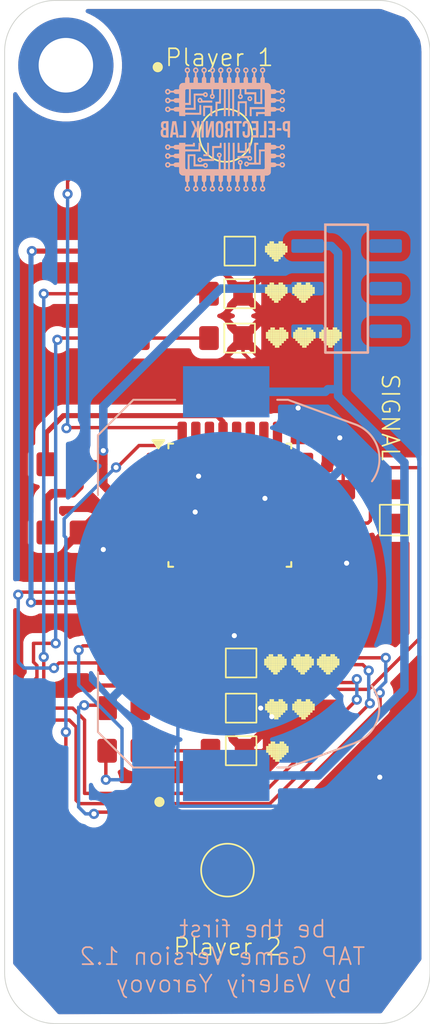
<source format=kicad_pcb>
(kicad_pcb (version 20241229) (generator "pcbnew") (generator_version "9.0")
  (layers (0 "F.Cu" signal) (2 "B.Cu" signal) (13 "F.Paste" user) (15 "B.Paste" user) (5 "F.SilkS" user "F.Silkscreen") (7 "B.SilkS" user "B.Silkscreen") (1 "F.Mask" user) (3 "B.Mask" user) (25 "Edge.Cuts" user))
  (net 0 "")
  (net 1 "GND")
  (net 2 "Net-(BT1-+)")
  (net 3 "VCC")
  (net 4 "Net-(D1-A)")
  (net 5 "Net-(D2-A)")
  (net 6 "Net-(D3-A)")
  (net 7 "Net-(U1-PB0)")
  (net 8 "Net-(U1-PB1)")
  (net 9 "Net-(U1-PB2)")
  (net 10 "Net-(U1-~{RESET}{slash}PC6)")
  (net 11 "Net-(U1-PD2)")
  (net 12 "Net-(U1-PD3)")
  (net 22 "Net-(D4-A)")
  (net 25 "Net-(D5-A)")
  (net 29 "Net-(D6-A)")
  (net 30 "Net-(D7-A)")
  (net 34 "Net-(U1-PB3)")
  (net 35 "Net-(U1-PB4)")
  (net 36 "Net-(U1-PB5)")
  (net 37 "Net-(U1-PD7)")
  (footprint "0805_LED_projekt_version1:0805_Capacitor_prodject_version1_copy" (layer "F.Cu") (at 122.533495 70.097897)
    (property "Reference" "R2" (hide yes))
    (property "Value" "R")
  )
  (footprint "0805_LED_projekt_version1:SWITCH_6x6_Led_peoject" (layer "F.Cu") (at 128.533495 34.010398)
    (property "Reference" "Player 1 ")
    (property "Value" "SW_MEC_5E" (hide yes))
  )
  (footprint "0805_LED_projekt_version1:0805_LED_prodject_version1" (layer "F.Cu") (at 128.633495 67.597897)
    (property "Reference" "D6" (hide yes))
    (property "Value" "~")
  )
  (footprint "0805_LED_projekt_version1:0805_Capacitor_prodject_version1_copy" (layer "F.Cu") (at 122.582995 40.797897)
    (property "Reference" "R1" (hide yes))
    (property "Value" "R")
  )
  (footprint "0805_LED_projekt_version1:0805_Capacitor_prodject_version1_copy" (layer "F.Cu") (at 122.508495 43.297897)
    (property "Reference" "R5" (hide yes))
    (property "Value" "R")
  )
  (footprint "0805_LED_projekt_version1:0805_Capacitor_prodject_version1_copy" (layer "F.Cu") (at 118.958495 53.297897)
    (property "Reference" "R4" (hide yes))
    (property "Value" "R")
  )
  (footprint "0805_LED_projekt_version1:0805_LED_prodject_version1" (layer "F.Cu") (at 128.633495 70.097897)
    (property "Reference" "D2" (hide yes))
    (property "Value" "~")
  )
  (footprint "0805_LED_projekt_version1:SWITCH_6x6_Led_peoject" (layer "F.Cu") (at 128.633495 77.097897)
    (property "Reference" "Player 2")
    (property "Value" "SW_MEC_5E" (hide yes))
  )
  (footprint "0805_LED_projekt_version1:0805_Capacitor_prodject_version1_copy" (layer "F.Cu") (at 135.433495 55.772897 -90)
    (property "Reference" "R3" (hide yes))
    (property "Value" "R")
  )
  (footprint "Package_QFP:TQFP-32_7x7mm_P0.8mm" (layer "F.Cu") (at 128.770995 55.697897)
    (property "Reference" "U1" (hide yes))
    (property "Value" "ATmega328P-A")
  )
  (footprint "MountingHole:MountingHole_3.2mm_M3_DIN965_Pad_TopBottom" (layer "F.Cu") (at 119.133495 29.897897)
    (property "Reference" "H1" (hide yes))
    (property "Value" "MountingHole" (hide yes))
  )
  (footprint "0805_LED_projekt_version1:0805_Capacitor_prodject_version1_copy" (layer "F.Cu") (at 118.958495 57.297897)
    (property "Reference" "C1" (hide yes))
    (property "Value" "1uF")
  )
  (footprint "0805_LED_projekt_version1:0805_LED_prodject_version1" (layer "F.Cu") (at 128.633495 64.947897)
    (property "Reference" "D7" (hide yes))
    (property "Value" "~")
  )
  (footprint "0805_LED_projekt_version1:0805_Capacitor_prodject_version1_copy" (layer "F.Cu") (at 122.508495 45.897897)
    (property "Reference" "R6" (hide yes))
    (property "Value" "R")
  )
  (footprint "0805_LED_projekt_version1:0805_LED_prodject_version1" (layer "F.Cu") (at 138.433495 55.772897 -90)
    (property "Reference" "SIGNAL")
    (property "Value" "~" (hide yes))
  )
  (footprint "0805_LED_projekt_version1:0805_Capacitor_prodject_version1_copy" (layer "F.Cu") (at 122.533495 64.947897)
    (property "Reference" "R8" (hide yes))
    (property "Value" "R")
  )
  (footprint "0805_LED_projekt_version1:0805_LED_prodject_version1" (layer "F.Cu") (at 128.545995 43.297897)
    (property "Reference" "D4" (hide yes))
    (property "Value" "~")
  )
  (footprint "0805_LED_projekt_version1:0805_Capacitor_prodject_version1_copy" (layer "F.Cu") (at 122.533495 67.597897)
    (property "Reference" "R7" (hide yes))
    (property "Value" "R" (hide yes))
  )
  (footprint "0805_LED_projekt_version1:0805_LED_prodject_version1" (layer "F.Cu") (at 128.558495 40.797897)
    (property "Reference" "D1" (hide yes))
    (property "Value" "~")
  )
  (footprint "0805_LED_projekt_version1:0805_LED_prodject_version1" (layer "F.Cu") (at 128.545995 45.897897)
    (property "Reference" "D5" (hide yes))
    (property "Value" "~")
  )
  (footprint "0805_LED_projekt_version1:Knopka 1" (layer "B.Cu") (at 133.133495 42.997897 -90)
    (property "Reference" "SW3" (hide yes))
    (property "Value" "SW_DPDT_x2" (hide yes))
  )
  (footprint "Battery:tupBatteryHolder_Keystone_3034_1x20mm" (layer "B.Cu") (at 128.558495 60.297897 -90)
    (property "Reference" "BT1" (hide yes))
    (property "Value" "Battery_Cell" (hide yes))
  )
  (gr_line (start 130.933495 31.897897) (end 131.133495 31.897897) (stroke (width 0.2)) (layer "F.Cu") (net 1))
  (gr_line (start 131.133495 31.697897) (end 130.933495 31.897897) (stroke (width 0.2)) (layer "F.Cu") (net 1))
  (gr_poly (pts (xy 132.885417 45.670833) (xy 132.753125 45.670833) (xy 132.753125 45.538541) (xy 132.885417 45.538541)) (fill yes) (layer "F.SilkS"))
  (gr_poly (pts (xy 133.496875 43.3) (xy 133.364584 43.3) (xy 133.364584 43.167709) (xy 133.496875 43.167709)) (fill yes) (layer "F.SilkS"))
  (gr_poly (pts (xy 132.835417 67.732291) (xy 132.703125 67.732291) (xy 132.703125 67.6) (xy 132.835417 67.6)) (fill yes) (layer "F.SilkS"))
  (gr_poly (pts (xy 131.629167 41.146875) (xy 131.496875 41.146875) (xy 131.496875 41.014583) (xy 131.629167 41.014583)) (fill yes) (layer "F.SilkS"))
  (gr_poly (pts (xy 131.896875 67.6) (xy 131.764584 67.6) (xy 131.764584 67.467708) (xy 131.896875 67.467708)) (fill yes) (layer "F.SilkS"))
  (gr_poly (pts (xy 133.232292 43.3) (xy 133.1 43.3) (xy 133.1 43.167709) (xy 133.232292 43.167709)) (fill yes) (layer "F.SilkS"))
  (gr_poly (pts (xy 131.946875 45.803125) (xy 131.814584 45.803125) (xy 131.814584 45.670833) (xy 131.946875 45.670833)) (fill yes) (layer "F.SilkS"))
  (gr_poly (pts (xy 135.211459 65.09375) (xy 135.079167 65.09375) (xy 135.079167 64.961459) (xy 135.211459 64.961459)) (fill yes) (layer "F.SilkS"))
  (gr_poly (pts (xy 131.761459 41.279166) (xy 131.629167 41.279166) (xy 131.629167 41.146875) (xy 131.761459 41.146875)) (fill yes) (layer "F.SilkS"))
  (gr_poly (pts (xy 131.185417 64.567709) (xy 131.053125 64.567709) (xy 131.053125 64.435417) (xy 131.185417 64.435417)) (fill yes) (layer "F.SilkS"))
  (gr_poly (pts (xy 133.017709 45.40625) (xy 132.885417 45.40625) (xy 132.885417 45.273958) (xy 133.017709 45.273958)) (fill yes) (layer "F.SilkS"))
  (gr_poly (pts (xy 131.564583 69.817708) (xy 131.432292 69.817708) (xy 131.432292 69.685417) (xy 131.564583 69.685417)) (fill yes) (layer "F.SilkS"))
  (gr_poly (pts (xy 133.679167 45.670833) (xy 133.546875 45.670833) (xy 133.546875 45.538541) (xy 133.679167 45.538541)) (fill yes) (layer "F.SilkS"))
  (gr_poly (pts (xy 133.05 65.229167) (xy 132.917709 65.229167) (xy 132.917709 65.096875) (xy 133.05 65.096875)) (fill yes) (layer "F.SilkS"))
  (gr_poly (pts (xy 133.629167 43.167709) (xy 133.496875 43.167709) (xy 133.496875 43.035417) (xy 133.629167 43.035417)) (fill yes) (layer "F.SilkS"))
  (gr_poly (pts (xy 134.946875 65.09375) (xy 134.814584 65.09375) (xy 134.814584 64.961459) (xy 134.946875 64.961459)) (fill yes) (layer "F.SilkS"))
  (gr_poly (pts (xy 131.946875 46.2) (xy 131.814584 46.2) (xy 131.814584 46.067708) (xy 131.946875 46.067708)) (fill yes) (layer "F.SilkS"))
  (gr_poly (pts (xy 131.761459 40.617708) (xy 131.629167 40.617708) (xy 131.629167 40.485416) (xy 131.761459 40.485416)) (fill yes) (layer "F.SilkS"))
  (gr_poly (pts (xy 131.632292 43.167709) (xy 131.5 43.167709) (xy 131.5 43.035417) (xy 131.632292 43.035417)) (fill yes) (layer "F.SilkS"))
  (gr_poly (pts (xy 132.703125 67.864583) (xy 132.570834 67.864583) (xy 132.570834 67.732291) (xy 132.703125 67.732291)) (fill yes) (layer "F.SilkS"))
  (gr_poly (pts (xy 132.967709 67.203125) (xy 132.835417 67.203125) (xy 132.835417 67.070833) (xy 132.967709 67.070833)) (fill yes) (layer "F.SilkS"))
  (gr_poly (pts (xy 133.05 64.832292) (xy 132.917709 64.832292) (xy 132.917709 64.7) (xy 133.05 64.7)) (fill yes) (layer "F.SilkS"))
  (gr_poly (pts (xy 132.026042 40.485416) (xy 131.89375 40.485416) (xy 131.89375 40.353125) (xy 132.026042 40.353125)) (fill yes) (layer "F.SilkS"))
  (gr_poly (pts (xy 132.211459 45.803125) (xy 132.079167 45.803125) (xy 132.079167 45.670833) (xy 132.211459 45.670833)) (fill yes) (layer "F.SilkS"))
  (gr_poly (pts (xy 132.570834 67.732291) (xy 132.438542 67.732291) (xy 132.438542 67.6) (xy 132.570834 67.6)) (fill yes) (layer "F.SilkS"))
  (gr_poly (pts (xy 131.696875 70.74375) (xy 131.564583 70.74375) (xy 131.564583 70.611458) (xy 131.696875 70.611458)) (fill yes) (layer "F.SilkS"))
  (gr_poly (pts (xy 131.814584 46.332291) (xy 131.682292 46.332291) (xy 131.682292 46.2) (xy 131.814584 46.2)) (fill yes) (layer "F.SilkS"))
  (gr_poly (pts (xy 133.232292 43.829167) (xy 133.1 43.829167) (xy 133.1 43.696875) (xy 133.232292 43.696875)) (fill yes) (layer "F.SilkS"))
  (gr_poly (pts (xy 133.15 45.538541) (xy 133.017709 45.538541) (xy 133.017709 45.40625) (xy 133.15 45.40625)) (fill yes) (layer "F.SilkS"))
  (gr_poly (pts (xy 132.835417 43.167709) (xy 132.703125 43.167709) (xy 132.703125 43.035417) (xy 132.835417 43.035417)) (fill yes) (layer "F.SilkS"))
  (gr_poly (pts (xy 133.232292 42.903125) (xy 133.1 42.903125) (xy 133.1 42.770834) (xy 133.232292 42.770834)) (fill yes) (layer "F.SilkS"))
  (gr_poly (pts (xy 132.835417 67.467708) (xy 132.703125 67.467708) (xy 132.703125 67.335416) (xy 132.835417 67.335416)) (fill yes) (layer "F.SilkS"))
  (gr_poly (pts (xy 131.564583 70.611458) (xy 131.432292 70.611458) (xy 131.432292 70.479167) (xy 131.564583 70.479167)) (fill yes) (layer "F.SilkS"))
  (gr_poly (pts (xy 133.811459 45.935416) (xy 133.679167 45.935416) (xy 133.679167 45.803125) (xy 133.811459 45.803125)) (fill yes) (layer "F.SilkS"))
  (gr_poly (pts (xy 131.235417 43.564584) (xy 131.103125 43.564584) (xy 131.103125 43.432292) (xy 131.235417 43.432292)) (fill yes) (layer "F.SilkS"))
  (gr_poly (pts (xy 131.582292 65.361459) (xy 131.45 65.361459) (xy 131.45 65.229167) (xy 131.582292 65.229167)) (fill yes) (layer "F.SilkS"))
  (gr_poly (pts (xy 132.029167 43.432292) (xy 131.896875 43.432292) (xy 131.896875 43.3) (xy 132.029167 43.3)) (fill yes) (layer "F.SilkS"))
  (gr_poly (pts (xy 134.285417 64.829167) (xy 134.153125 64.829167) (xy 134.153125 64.696875) (xy 134.285417 64.696875)) (fill yes) (layer "F.SilkS"))
  (gr_poly (pts (xy 131.55 46.464583) (xy 131.417709 46.464583) (xy 131.417709 46.332291) (xy 131.55 46.332291)) (fill yes) (layer "F.SilkS"))
  (gr_poly (pts (xy 132.520834 65.096875) (xy 132.388542 65.096875) (xy 132.388542 64.964584) (xy 132.520834 64.964584)) (fill yes) (layer "F.SilkS"))
  (gr_poly (pts (xy 131.317709 64.567709) (xy 131.185417 64.567709) (xy 131.185417 64.435417) (xy 131.317709 64.435417)) (fill yes) (layer "F.SilkS"))
  (gr_poly (pts (xy 131.364584 40.353125) (xy 131.232292 40.353125) (xy 131.232292 40.220833) (xy 131.364584 40.220833)) (fill yes) (layer "F.SilkS"))
  (gr_poly (pts (xy 133.017709 45.803125) (xy 132.885417 45.803125) (xy 132.885417 45.670833) (xy 133.017709 45.670833)) (fill yes) (layer "F.SilkS"))
  (gr_poly (pts (xy 133.446875 64.832292) (xy 133.314584 64.832292) (xy 133.314584 64.7) (xy 133.446875 64.7)) (fill yes) (layer "F.SilkS"))
  (gr_poly (pts (xy 132.226042 70.214583) (xy 132.09375 70.214583) (xy 132.09375 70.082292) (xy 132.226042 70.082292)) (fill yes) (layer "F.SilkS"))
  (gr_poly (pts (xy 134.417709 65.358334) (xy 134.285417 65.358334) (xy 134.285417 65.226042) (xy 134.417709 65.226042)) (fill yes) (layer "F.SilkS"))
  (gr_poly (pts (xy 132.917709 64.7) (xy 132.785417 64.7) (xy 132.785417 64.567709) (xy 132.917709 64.567709)) (fill yes) (layer "F.SilkS"))
  (gr_poly (pts (xy 133.546875 45.803125) (xy 133.414584 45.803125) (xy 133.414584 45.670833) (xy 133.546875 45.670833)) (fill yes) (layer "F.SilkS"))
  (gr_poly (pts (xy 131.5 67.6) (xy 131.367709 67.6) (xy 131.367709 67.467708) (xy 131.5 67.467708)) (fill yes) (layer "F.SilkS"))
  (gr_poly (pts (xy 133.811459 45.803125) (xy 133.679167 45.803125) (xy 133.679167 45.670833) (xy 133.811459 45.670833)) (fill yes) (layer "F.SilkS"))
  (gr_poly (pts (xy 131.496875 41.014583) (xy 131.364584 41.014583) (xy 131.364584 40.882291) (xy 131.496875 40.882291)) (fill yes) (layer "F.SilkS"))
  (gr_poly (pts (xy 132.570834 43.167709) (xy 132.438542 43.167709) (xy 132.438542 43.035417) (xy 132.570834 43.035417)) (fill yes) (layer "F.SilkS"))
  (gr_poly (pts (xy 131.582292 65.49375) (xy 131.45 65.49375) (xy 131.45 65.361459) (xy 131.582292 65.361459)) (fill yes) (layer "F.SilkS"))
  (gr_poly (pts (xy 131.285417 46.067708) (xy 131.153125 46.067708) (xy 131.153125 45.935416) (xy 131.285417 45.935416)) (fill yes) (layer "F.SilkS"))
  (gr_poly (pts (xy 131.185417 64.832292) (xy 131.053125 64.832292) (xy 131.053125 64.7) (xy 131.185417 64.7)) (fill yes) (layer "F.SilkS"))
  (gr_poly (pts (xy 131.632292 67.335416) (xy 131.5 67.335416) (xy 131.5 67.203125) (xy 131.632292 67.203125)) (fill yes) (layer "F.SilkS"))
  (gr_poly (pts (xy 133.05 64.7) (xy 132.917709 64.7) (xy 132.917709 64.567709) (xy 133.05 64.567709)) (fill yes) (layer "F.SilkS"))
  (gr_poly (pts (xy 133.679167 45.935416) (xy 133.546875 45.935416) (xy 133.546875 45.803125) (xy 133.679167 45.803125)) (fill yes) (layer "F.SilkS"))
  (gr_poly (pts (xy 134.682292 64.696875) (xy 134.55 64.696875) (xy 134.55 64.564584) (xy 134.682292 64.564584)) (fill yes) (layer "F.SilkS"))
  (gr_poly (pts (xy 133.282292 45.538541) (xy 133.15 45.538541) (xy 133.15 45.40625) (xy 133.282292 45.40625)) (fill yes) (layer "F.SilkS"))
  (gr_poly (pts (xy 133.629167 67.732291) (xy 133.496875 67.732291) (xy 133.496875 67.6) (xy 133.629167 67.6)) (fill yes) (layer "F.SilkS"))
  (gr_poly (pts (xy 132.653125 65.229167) (xy 132.520834 65.229167) (xy 132.520834 65.096875) (xy 132.653125 65.096875)) (fill yes) (layer "F.SilkS"))
  (gr_poly (pts (xy 131.714584 64.964584) (xy 131.582292 64.964584) (xy 131.582292 64.832292) (xy 131.714584 64.832292)) (fill yes) (layer "F.SilkS"))
  (gr_poly (pts (xy 134.417708 46.064583) (xy 134.285416 46.064583) (xy 134.285416 45.932291) (xy 134.417708 45.932291)) (fill yes) (layer "F.SilkS"))
  (gr_poly (pts (xy 133.414584 46.332291) (xy 133.282292 46.332291) (xy 133.282292 46.2) (xy 133.414584 46.2)) (fill yes) (layer "F.SilkS"))
  (gr_poly (pts (xy 131.764584 67.996875) (xy 131.632292 67.996875) (xy 131.632292 67.864583) (xy 131.764584 67.864583)) (fill yes) (layer "F.SilkS"))
  (gr_poly (pts (xy 134.946875 46.196875) (xy 134.814583 46.196875) (xy 134.814583 46.064583) (xy 134.946875 46.064583)) (fill yes) (layer "F.SilkS"))
  (gr_poly (pts (xy 131.053125 65.229167) (xy 130.920834 65.229167) (xy 130.920834 65.096875) (xy 131.053125 65.096875)) (fill yes) (layer "F.SilkS"))
  (gr_poly (pts (xy 133.496875 42.903125) (xy 133.364584 42.903125) (xy 133.364584 42.770834) (xy 133.496875 42.770834)) (fill yes) (layer "F.SilkS"))
  (gr_poly (pts (xy 134.55 65.09375) (xy 134.417709 65.09375) (xy 134.417709 64.961459) (xy 134.55 64.961459)) (fill yes) (layer "F.SilkS"))
  (gr_poly (pts (xy 134.814583 46.329166) (xy 134.682291 46.329166) (xy 134.682291 46.196875) (xy 134.814583 46.196875)) (fill yes) (layer "F.SilkS"))
  (gr_poly (pts (xy 131.979167 65.229167) (xy 131.846875 65.229167) (xy 131.846875 65.096875) (xy 131.979167 65.096875)) (fill yes) (layer "F.SilkS"))
  (gr_poly (pts (xy 131.946875 45.538541) (xy 131.814584 45.538541) (xy 131.814584 45.40625) (xy 131.946875 45.40625)) (fill yes) (layer "F.SilkS"))
  (gr_poly (pts (xy 134.814584 65.358334) (xy 134.682292 65.358334) (xy 134.682292 65.226042) (xy 134.814584 65.226042)) (fill yes) (layer "F.SilkS"))
  (gr_poly (pts (xy 133.414584 45.803125) (xy 133.282292 45.803125) (xy 133.282292 45.670833) (xy 133.414584 45.670833)) (fill yes) (layer "F.SilkS"))
  (gr_poly (pts (xy 131.696875 70.611458) (xy 131.564583 70.611458) (xy 131.564583 70.479167) (xy 131.696875 70.479167)) (fill yes) (layer "F.SilkS"))
  (gr_poly (pts (xy 131.417709 46.332291) (xy 131.285417 46.332291) (xy 131.285417 46.2) (xy 131.417709 46.2)) (fill yes) (layer "F.SilkS"))
  (gr_poly (pts (xy 131.814584 45.935416) (xy 131.682292 45.935416) (xy 131.682292 45.803125) (xy 131.814584 45.803125)) (fill yes) (layer "F.SilkS"))
  (gr_poly (pts (xy 134.020834 65.09375) (xy 133.888542 65.09375) (xy 133.888542 64.961459) (xy 134.020834 64.961459)) (fill yes) (layer "F.SilkS"))
  (gr_poly (pts (xy 133.1 67.732291) (xy 132.967709 67.732291) (xy 132.967709 67.6) (xy 133.1 67.6)) (fill yes) (layer "F.SilkS"))
  (gr_poly (pts (xy 131.317709 65.49375) (xy 131.185417 65.49375) (xy 131.185417 65.361459) (xy 131.317709 65.361459)) (fill yes) (layer "F.SilkS"))
  (gr_poly (pts (xy 131.632292 68.261458) (xy 131.5 68.261458) (xy 131.5 68.129166) (xy 131.632292 68.129166)) (fill yes) (layer "F.SilkS"))
  (gr_poly (pts (xy 134.814584 64.829167) (xy 134.682292 64.829167) (xy 134.682292 64.696875) (xy 134.814584 64.696875)) (fill yes) (layer "F.SilkS"))
  (gr_poly (pts (xy 131.582292 65.229167) (xy 131.45 65.229167) (xy 131.45 65.096875) (xy 131.582292 65.096875)) (fill yes) (layer "F.SilkS"))
  (gr_poly (pts (xy 131.829167 70.346875) (xy 131.696875 70.346875) (xy 131.696875 70.214583) (xy 131.829167 70.214583)) (fill yes) (layer "F.SilkS"))
  (gr_poly (pts (xy 132.785417 64.832292) (xy 132.653125 64.832292) (xy 132.653125 64.7) (xy 132.785417 64.7)) (fill yes) (layer "F.SilkS"))
  (gr_poly (pts (xy 131.317709 65.361459) (xy 131.185417 65.361459) (xy 131.185417 65.229167) (xy 131.317709 65.229167)) (fill yes) (layer "F.SilkS"))
  (gr_poly (pts (xy 131.45 64.7) (xy 131.317709 64.7) (xy 131.317709 64.567709) (xy 131.45 64.567709)) (fill yes) (layer "F.SilkS"))
  (gr_poly (pts (xy 131.367709 43.696875) (xy 131.235417 43.696875) (xy 131.235417 43.564584) (xy 131.367709 43.564584)) (fill yes) (layer "F.SilkS"))
  (gr_poly (pts (xy 131.979167 64.832292) (xy 131.846875 64.832292) (xy 131.846875 64.7) (xy 131.979167 64.7)) (fill yes) (layer "F.SilkS"))
  (gr_poly (pts (xy 131.053125 65.096875) (xy 130.920834 65.096875) (xy 130.920834 64.964584) (xy 131.053125 64.964584)) (fill yes) (layer "F.SilkS"))
  (gr_poly (pts (xy 132.570834 43.035417) (xy 132.438542 43.035417) (xy 132.438542 42.903125) (xy 132.570834 42.903125)) (fill yes) (layer "F.SilkS"))
  (gr_poly (pts (xy 134.946875 65.226042) (xy 134.814584 65.226042) (xy 134.814584 65.09375) (xy 134.946875 65.09375)) (fill yes) (layer "F.SilkS"))
  (gr_poly (pts (xy 134.153125 45.667708) (xy 134.020833 45.667708) (xy 134.020833 45.535416) (xy 134.153125 45.535416)) (fill yes) (layer "F.SilkS"))
  (gr_poly (pts (xy 131.829167 69.685417) (xy 131.696875 69.685417) (xy 131.696875 69.553125) (xy 131.829167 69.553125)) (fill yes) (layer "F.SilkS"))
  (gr_poly (pts (xy 133.314584 65.096875) (xy 133.182292 65.096875) (xy 133.182292 64.964584) (xy 133.314584 64.964584)) (fill yes) (layer "F.SilkS"))
  (gr_poly (pts (xy 131.367709 42.770834) (xy 131.235417 42.770834) (xy 131.235417 42.638542) (xy 131.367709 42.638542)) (fill yes) (layer "F.SilkS"))
  (gr_poly (pts (xy 131.367709 67.864583) (xy 131.235417 67.864583) (xy 131.235417 67.732291) (xy 131.367709 67.732291)) (fill yes) (layer "F.SilkS"))
  (gr_poly (pts (xy 133.1 67.467708) (xy 132.967709 67.467708) (xy 132.967709 67.335416) (xy 133.1 67.335416)) (fill yes) (layer "F.SilkS"))
  (gr_poly (pts (xy 134.682291 45.535416) (xy 134.55 45.535416) (xy 134.55 45.403125) (xy 134.682291 45.403125)) (fill yes) (layer "F.SilkS"))
  (gr_poly (pts (xy 133.364584 43.432292) (xy 133.232292 43.432292) (xy 133.232292 43.3) (xy 133.364584 43.3)) (fill yes) (layer "F.SilkS"))
  (gr_poly (pts (xy 133.232292 43.432292) (xy 133.1 43.432292) (xy 133.1 43.3) (xy 133.232292 43.3)) (fill yes) (layer "F.SilkS"))
  (gr_poly (pts (xy 131.896875 67.335416) (xy 131.764584 67.335416) (xy 131.764584 67.203125) (xy 131.896875 67.203125)) (fill yes) (layer "F.SilkS"))
  (gr_poly (pts (xy 131.89375 40.617708) (xy 131.761459 40.617708) (xy 131.761459 40.485416) (xy 131.89375 40.485416)) (fill yes) (layer "F.SilkS"))
  (gr_poly (pts (xy 135.079167 65.226042) (xy 134.946875 65.226042) (xy 134.946875 65.09375) (xy 135.079167 65.09375)) (fill yes) (layer "F.SilkS"))
  (gr_poly (pts (xy 131.367709 67.996875) (xy 131.235417 67.996875) (xy 131.235417 67.864583) (xy 131.367709 67.864583)) (fill yes) (layer "F.SilkS"))
  (gr_poly (pts (xy 135.079166 45.8) (xy 134.946875 45.8) (xy 134.946875 45.667708) (xy 135.079166 45.667708)) (fill yes) (layer "F.SilkS"))
  (gr_poly (pts (xy 132.161459 43.3) (xy 132.029167 43.3) (xy 132.029167 43.167709) (xy 132.161459 43.167709)) (fill yes) (layer "F.SilkS"))
  (gr_poly (pts (xy 131.367709 67.335416) (xy 131.235417 67.335416) (xy 131.235417 67.203125) (xy 131.367709 67.203125)) (fill yes) (layer "F.SilkS"))
  (gr_poly (pts (xy 134.153125 45.932291) (xy 134.020833 45.932291) (xy 134.020833 45.8) (xy 134.153125 45.8)) (fill yes) (layer "F.SilkS"))
  (gr_poly (pts (xy 133.017709 45.935416) (xy 132.885417 45.935416) (xy 132.885417 45.803125) (xy 133.017709 45.803125)) (fill yes) (layer "F.SilkS"))
  (gr_poly (pts (xy 131.432292 70.082292) (xy 131.3 70.082292) (xy 131.3 69.95) (xy 131.432292 69.95)) (fill yes) (layer "F.SilkS"))
  (gr_poly (pts (xy 134.55 64.829167) (xy 134.417709 64.829167) (xy 134.417709 64.696875) (xy 134.55 64.696875)) (fill yes) (layer "F.SilkS"))
  (gr_poly (pts (xy 131.764584 68.129166) (xy 131.632292 68.129166) (xy 131.632292 67.996875) (xy 131.764584 67.996875)) (fill yes) (layer "F.SilkS"))
  (gr_poly (pts (xy 131.764584 42.770834) (xy 131.632292 42.770834) (xy 131.632292 42.638542) (xy 131.764584 42.638542)) (fill yes) (layer "F.SilkS"))
  (gr_poly (pts (xy 131.696875 69.95) (xy 131.564583 69.95) (xy 131.564583 69.817708) (xy 131.696875 69.817708)) (fill yes) (layer "F.SilkS"))
  (gr_poly (pts (xy 134.814583 45.932291) (xy 134.682291 45.932291) (xy 134.682291 45.8) (xy 134.814583 45.8)) (fill yes) (layer "F.SilkS"))
  (gr_poly (pts (xy 131.235417 67.335416) (xy 131.103125 67.335416) (xy 131.103125 67.203125) (xy 131.235417 67.203125)) (fill yes) (layer "F.SilkS"))
  (gr_poly (pts (xy 133.414584 45.538541) (xy 133.282292 45.538541) (xy 133.282292 45.40625) (xy 133.414584 45.40625)) (fill yes) (layer "F.SilkS"))
  (gr_poly (pts (xy 133.232292 43.035417) (xy 133.1 43.035417) (xy 133.1 42.903125) (xy 133.232292 42.903125)) (fill yes) (layer "F.SilkS"))
  (gr_poly (pts (xy 131.235417 67.996875) (xy 131.103125 67.996875) (xy 131.103125 67.864583) (xy 131.235417 67.864583)) (fill yes) (layer "F.SilkS"))
  (gr_poly (pts (xy 133.414584 45.935416) (xy 133.282292 45.935416) (xy 133.282292 45.803125) (xy 133.414584 45.803125)) (fill yes) (layer "F.SilkS"))
  (gr_poly (pts (xy 132.029167 67.467708) (xy 131.896875 67.467708) (xy 131.896875 67.335416) (xy 132.029167 67.335416)) (fill yes) (layer "F.SilkS"))
  (gr_poly (pts (xy 134.285416 45.667708) (xy 134.153125 45.667708) (xy 134.153125 45.535416) (xy 134.285416 45.535416)) (fill yes) (layer "F.SilkS"))
  (gr_poly (pts (xy 131.367709 43.167709) (xy 131.235417 43.167709) (xy 131.235417 43.035417) (xy 131.367709 43.035417)) (fill yes) (layer "F.SilkS"))
  (gr_poly (pts (xy 131.764584 43.035417) (xy 131.632292 43.035417) (xy 131.632292 42.903125) (xy 131.764584 42.903125)) (fill yes) (layer "F.SilkS"))
  (gr_poly (pts (xy 131.896875 43.564584) (xy 131.764584 43.564584) (xy 131.764584 43.432292) (xy 131.896875 43.432292)) (fill yes) (layer "F.SilkS"))
  (gr_poly (pts (xy 131.979167 64.7) (xy 131.846875 64.7) (xy 131.846875 64.567709) (xy 131.979167 64.567709)) (fill yes) (layer "F.SilkS"))
  (gr_poly (pts (xy 133.282292 46.067708) (xy 133.15 46.067708) (xy 133.15 45.935416) (xy 133.282292 45.935416)) (fill yes) (layer "F.SilkS"))
  (gr_poly (pts (xy 132.785417 64.7) (xy 132.653125 64.7) (xy 132.653125 64.567709) (xy 132.785417 64.567709)) (fill yes) (layer "F.SilkS"))
  (gr_poly (pts (xy 131.846875 64.567709) (xy 131.714584 64.567709) (xy 131.714584 64.435417) (xy 131.846875 64.435417)) (fill yes) (layer "F.SilkS"))
  (gr_poly (pts (xy 131.896875 43.167709) (xy 131.764584 43.167709) (xy 131.764584 43.035417) (xy 131.896875 43.035417)) (fill yes) (layer "F.SilkS"))
  (gr_poly (pts (xy 133.1 43.035417) (xy 132.967709 43.035417) (xy 132.967709 42.903125) (xy 133.1 42.903125)) (fill yes) (layer "F.SilkS"))
  (gr_poly (pts (xy 134.55 45.403125) (xy 134.417708 45.403125) (xy 134.417708 45.270833) (xy 134.55 45.270833)) (fill yes) (layer "F.SilkS"))
  (gr_poly (pts (xy 133.182292 65.626042) (xy 133.05 65.626042) (xy 133.05 65.49375) (xy 133.182292 65.49375)) (fill yes) (layer "F.SilkS"))
  (gr_poly (pts (xy 132.967709 68.129166) (xy 132.835417 68.129166) (xy 132.835417 67.996875) (xy 132.967709 67.996875)) (fill yes) (layer "F.SilkS"))
  (gr_poly (pts (xy 133.1 68.261458) (xy 132.967709 68.261458) (xy 132.967709 68.129166) (xy 133.1 68.129166)) (fill yes) (layer "F.SilkS"))
  (gr_poly (pts (xy 131.5 43.696875) (xy 131.367709 43.696875) (xy 131.367709 43.564584) (xy 131.5 43.564584)) (fill yes) (layer "F.SilkS"))
  (gr_poly (pts (xy 133.15 46.067708) (xy 133.017709 46.067708) (xy 133.017709 45.935416) (xy 133.15 45.935416)) (fill yes) (layer "F.SilkS"))
  (gr_poly (pts (xy 131.103125 43.432292) (xy 130.970834 43.432292) (xy 130.970834 43.3) (xy 131.103125 43.3)) (fill yes) (layer "F.SilkS"))
  (gr_poly (pts (xy 131.020834 45.803125) (xy 130.888542 45.803125) (xy 130.888542 45.670833) (xy 131.020834 45.670833)) (fill yes) (layer "F.SilkS"))
  (gr_poly (pts (xy 131.317709 64.7) (xy 131.185417 64.7) (xy 131.185417 64.567709) (xy 131.317709 64.567709)) (fill yes) (layer "F.SilkS"))
  (gr_poly (pts (xy 134.946875 45.667708) (xy 134.814583 45.667708) (xy 134.814583 45.535416) (xy 134.946875 45.535416)) (fill yes) (layer "F.SilkS"))
  (gr_poly (pts (xy 133.232292 67.732291) (xy 133.1 67.732291) (xy 133.1 67.6) (xy 133.232292 67.6)) (fill yes) (layer "F.SilkS"))
  (gr_poly (pts (xy 133.546875 45.935416) (xy 133.414584 45.935416) (xy 133.414584 45.803125) (xy 133.546875 45.803125)) (fill yes) (layer "F.SilkS"))
  (gr_poly (pts (xy 131.232292 40.75) (xy 131.1 40.75) (xy 131.1 40.617708) (xy 131.232292 40.617708)) (fill yes) (layer "F.SilkS"))
  (gr_poly (pts (xy 134.946875 46.329166) (xy 134.814583 46.329166) (xy 134.814583 46.196875) (xy 134.946875 46.196875)) (fill yes) (layer "F.SilkS"))
  (gr_poly (pts (xy 133.15 45.670833) (xy 133.017709 45.670833) (xy 133.017709 45.538541) (xy 133.15 45.538541)) (fill yes) (layer "F.SilkS"))
  (gr_poly (pts (xy 134.55 65.622917) (xy 134.417709 65.622917) (xy 134.417709 65.490625) (xy 134.55 65.490625)) (fill yes) (layer "F.SilkS"))
  (gr_poly (pts (xy 132.885417 45.935416) (xy 132.753125 45.935416) (xy 132.753125 45.803125) (xy 132.885417 45.803125)) (fill yes) (layer "F.SilkS"))
  (gr_poly (pts (xy 131.5 43.829167) (xy 131.367709 43.829167) (xy 131.367709 43.696875) (xy 131.5 43.696875)) (fill yes) (layer "F.SilkS"))
  (gr_poly (pts (xy 131.167708 70.214583) (xy 131.035417 70.214583) (xy 131.035417 70.082292) (xy 131.167708 70.082292)) (fill yes) (layer "F.SilkS"))
  (gr_poly (pts (xy 131.3 70.082292) (xy 131.167708 70.082292) (xy 131.167708 69.95) (xy 131.3 69.95)) (fill yes) (layer "F.SilkS"))
  (gr_poly (pts (xy 134.417709 64.696875) (xy 134.285417 64.696875) (xy 134.285417 64.564584) (xy 134.417709 64.564584)) (fill yes) (layer "F.SilkS"))
  (gr_poly (pts (xy 130.920834 64.964584) (xy 130.788542 64.964584) (xy 130.788542 64.832292) (xy 130.920834 64.832292)) (fill yes) (layer "F.SilkS"))
  (gr_poly (pts (xy 131.5 43.167709) (xy 131.367709 43.167709) (xy 131.367709 43.035417) (xy 131.5 43.035417)) (fill yes) (layer "F.SilkS"))
  (gr_poly (pts (xy 131.496875 41.146875) (xy 131.364584 41.146875) (xy 131.364584 41.014583) (xy 131.496875 41.014583)) (fill yes) (layer "F.SilkS"))
  (gr_poly (pts (xy 131.496875 41.279166) (xy 131.364584 41.279166) (xy 131.364584 41.146875) (xy 131.496875 41.146875)) (fill yes) (layer "F.SilkS"))
  (gr_poly (pts (xy 134.417709 65.09375) (xy 134.285417 65.09375) (xy 134.285417 64.961459) (xy 134.417709 64.961459)) (fill yes) (layer "F.SilkS"))
  (gr_poly (pts (xy 133.496875 43.564584) (xy 133.364584 43.564584) (xy 133.364584 43.432292) (xy 133.496875 43.432292)) (fill yes) (layer "F.SilkS"))
  (gr_poly (pts (xy 131.896875 42.770834) (xy 131.764584 42.770834) (xy 131.764584 42.638542) (xy 131.896875 42.638542)) (fill yes) (layer "F.SilkS"))
  (gr_poly (pts (xy 133.1 67.335416) (xy 132.967709 67.335416) (xy 132.967709 67.203125) (xy 133.1 67.203125)) (fill yes) (layer "F.SilkS"))
  (gr_poly (pts (xy 132.570834 43.3) (xy 132.438542 43.3) (xy 132.438542 43.167709) (xy 132.570834 43.167709)) (fill yes) (layer "F.SilkS"))
  (gr_poly (pts (xy 131.89375 41.014583) (xy 131.761459 41.014583) (xy 131.761459 40.882291) (xy 131.89375 40.882291)) (fill yes) (layer "F.SilkS"))
  (gr_poly (pts (xy 133.364584 42.770834) (xy 133.232292 42.770834) (xy 133.232292 42.638542) (xy 133.364584 42.638542)) (fill yes) (layer "F.SilkS"))
  (gr_poly (pts (xy 133.182292 65.096875) (xy 133.05 65.096875) (xy 133.05 64.964584) (xy 133.182292 64.964584)) (fill yes) (layer "F.SilkS"))
  (gr_poly (pts (xy 135.079166 45.403125) (xy 134.946875 45.403125) (xy 134.946875 45.270833) (xy 135.079166 45.270833)) (fill yes) (layer "F.SilkS"))
  (gr_poly (pts (xy 131.582292 64.832292) (xy 131.45 64.832292) (xy 131.45 64.7) (xy 131.582292 64.7)) (fill yes) (layer "F.SilkS"))
  (gr_poly (pts (xy 134.417709 65.226042) (xy 134.285417 65.226042) (xy 134.285417 65.09375) (xy 134.417709 65.09375)) (fill yes) (layer "F.SilkS"))
  (gr_poly (pts (xy 131.946875 45.670833) (xy 131.814584 45.670833) (xy 131.814584 45.538541) (xy 131.946875 45.538541)) (fill yes) (layer "F.SilkS"))
  (gr_poly (pts (xy 132.753125 46.067708) (xy 132.620834 46.067708) (xy 132.620834 45.935416) (xy 132.753125 45.935416)) (fill yes) (layer "F.SilkS"))
  (gr_poly (pts (xy 131.632292 67.467708) (xy 131.5 67.467708) (xy 131.5 67.335416) (xy 131.632292 67.335416)) (fill yes) (layer "F.SilkS"))
  (gr_poly (pts (xy 131.629167 40.75) (xy 131.496875 40.75) (xy 131.496875 40.617708) (xy 131.629167 40.617708)) (fill yes) (layer "F.SilkS"))
  (gr_poly (pts (xy 134.285417 64.564584) (xy 134.153125 64.564584) (xy 134.153125 64.432292) (xy 134.285417 64.432292)) (fill yes) (layer "F.SilkS"))
  (gr_poly (pts (xy 131.632292 43.432292) (xy 131.5 43.432292) (xy 131.5 43.3) (xy 131.632292 43.3)) (fill yes) (layer "F.SilkS"))
  (gr_poly (pts (xy 131.45 64.832292) (xy 131.317709 64.832292) (xy 131.317709 64.7) (xy 131.45 64.7)) (fill yes) (layer "F.SilkS"))
  (gr_poly (pts (xy 134.55 64.961459) (xy 134.417709 64.961459) (xy 134.417709 64.829167) (xy 134.55 64.829167)) (fill yes) (layer "F.SilkS"))
  (gr_poly (pts (xy 131.764584 43.167709) (xy 131.632292 43.167709) (xy 131.632292 43.035417) (xy 131.764584 43.035417)) (fill yes) (layer "F.SilkS"))
  (gr_poly (pts (xy 132.917709 64.567709) (xy 132.785417 64.567709) (xy 132.785417 64.435417) (xy 132.917709 64.435417)) (fill yes) (layer "F.SilkS"))
  (gr_poly (pts (xy 131.285417 45.40625) (xy 131.153125 45.40625) (xy 131.153125 45.273958) (xy 131.285417 45.273958)) (fill yes) (layer "F.SilkS"))
  (gr_poly (pts (xy 132.111459 64.964584) (xy 131.979167 64.964584) (xy 131.979167 64.832292) (xy 132.111459 64.832292)) (fill yes) (layer "F.SilkS"))
  (gr_poly (pts (xy 133.579167 64.832292) (xy 133.446875 64.832292) (xy 133.446875 64.7) (xy 133.579167 64.7)) (fill yes) (layer "F.SilkS"))
  (gr_poly (pts (xy 133.546875 45.670833) (xy 133.414584 45.670833) (xy 133.414584 45.538541) (xy 133.546875 45.538541)) (fill yes) (layer "F.SilkS"))
  (gr_poly (pts (xy 131.696875 69.817708) (xy 131.564583 69.817708) (xy 131.564583 69.685417) (xy 131.696875 69.685417)) (fill yes) (layer "F.SilkS"))
  (gr_poly (pts (xy 133.496875 43.167709) (xy 133.364584 43.167709) (xy 133.364584 43.035417) (xy 133.496875 43.035417)) (fill yes) (layer "F.SilkS"))
  (gr_poly (pts (xy 133.579167 65.229167) (xy 133.446875 65.229167) (xy 133.446875 65.096875) (xy 133.579167 65.096875)) (fill yes) (layer "F.SilkS"))
  (gr_poly (pts (xy 131.632292 42.903125) (xy 131.5 42.903125) (xy 131.5 42.770834) (xy 131.632292 42.770834)) (fill yes) (layer "F.SilkS"))
  (gr_poly (pts (xy 134.814583 46.461458) (xy 134.682291 46.461458) (xy 134.682291 46.329166) (xy 134.814583 46.329166)) (fill yes) (layer "F.SilkS"))
  (gr_poly (pts (xy 131.367709 43.432292) (xy 131.235417 43.432292) (xy 131.235417 43.3) (xy 131.367709 43.3)) (fill yes) (layer "F.SilkS"))
  (gr_poly (pts (xy 134.682291 46.329166) (xy 134.55 46.329166) (xy 134.55 46.196875) (xy 134.682291 46.196875)) (fill yes) (layer "F.SilkS"))
  (gr_poly (pts (xy 131.496875 40.75) (xy 131.364584 40.75) (xy 131.364584 40.617708) (xy 131.496875 40.617708)) (fill yes) (layer "F.SilkS"))
  (gr_poly (pts (xy 132.079167 45.935416) (xy 131.946875 45.935416) (xy 131.946875 45.803125) (xy 132.079167 45.803125)) (fill yes) (layer "F.SilkS"))
  (gr_poly (pts (xy 133.282292 46.332291) (xy 133.15 46.332291) (xy 133.15 46.2) (xy 133.282292 46.2)) (fill yes) (layer "F.SilkS"))
  (gr_poly (pts (xy 132.620834 45.670833) (xy 132.488542 45.670833) (xy 132.488542 45.538541) (xy 132.620834 45.538541)) (fill yes) (layer "F.SilkS"))
  (gr_poly (pts (xy 131.632292 43.3) (xy 131.5 43.3) (xy 131.5 43.167709) (xy 131.632292 43.167709)) (fill yes) (layer "F.SilkS"))
  (gr_poly (pts (xy 133.629167 43.035417) (xy 133.496875 43.035417) (xy 133.496875 42.903125) (xy 133.629167 42.903125)) (fill yes) (layer "F.SilkS"))
  (gr_poly (pts (xy 134.682292 65.490625) (xy 134.55 65.490625) (xy 134.55 65.358334) (xy 134.682292 65.358334)) (fill yes) (layer "F.SilkS"))
  (gr_poly (pts (xy 131.5 67.864583) (xy 131.367709 67.864583) (xy 131.367709 67.732291) (xy 131.5 67.732291)) (fill yes) (layer "F.SilkS"))
  (gr_poly (pts (xy 131.317709 64.832292) (xy 131.185417 64.832292) (xy 131.185417 64.7) (xy 131.317709 64.7)) (fill yes) (layer "F.SilkS"))
  (gr_poly (pts (xy 131.035417 70.214583) (xy 130.903125 70.214583) (xy 130.903125 70.082292) (xy 131.035417 70.082292)) (fill yes) (layer "F.SilkS"))
  (gr_poly (pts (xy 134.285416 45.932291) (xy 134.153125 45.932291) (xy 134.153125 45.8) (xy 134.285416 45.8)) (fill yes) (layer "F.SilkS"))
  (gr_poly (pts (xy 131.89375 41.146875) (xy 131.761459 41.146875) (xy 131.761459 41.014583) (xy 131.89375 41.014583)) (fill yes) (layer "F.SilkS"))
  (gr_poly (pts (xy 131.285417 45.803125) (xy 131.153125 45.803125) (xy 131.153125 45.670833) (xy 131.285417 45.670833)) (fill yes) (layer "F.SilkS"))
  (gr_poly (pts (xy 131.564583 70.74375) (xy 131.432292 70.74375) (xy 131.432292 70.611458) (xy 131.564583 70.611458)) (fill yes) (layer "F.SilkS"))
  (gr_poly (pts (xy 133.496875 67.467708) (xy 133.364584 67.467708) (xy 133.364584 67.335416) (xy 133.496875 67.335416)) (fill yes) (layer "F.SilkS"))
  (gr_poly (pts (xy 131.896875 67.467708) (xy 131.764584 67.467708) (xy 131.764584 67.335416) (xy 131.896875 67.335416)) (fill yes) (layer "F.SilkS"))
  (gr_poly (pts (xy 131.55 46.2) (xy 131.417709 46.2) (xy 131.417709 46.067708) (xy 131.55 46.067708)) (fill yes) (layer "F.SilkS"))
  (gr_poly (pts (xy 131.814584 46.2) (xy 131.682292 46.2) (xy 131.682292 46.067708) (xy 131.814584 46.067708)) (fill yes) (layer "F.SilkS"))
  (gr_poly (pts (xy 134.55 46.196875) (xy 134.417708 46.196875) (xy 134.417708 46.064583) (xy 134.55 46.064583)) (fill yes) (layer "F.SilkS"))
  (gr_poly (pts (xy 135.079166 45.667708) (xy 134.946875 45.667708) (xy 134.946875 45.535416) (xy 135.079166 45.535416)) (fill yes) (layer "F.SilkS"))
  (gr_poly (pts (xy 132.161459 67.467708) (xy 132.029167 67.467708) (xy 132.029167 67.335416) (xy 132.161459 67.335416)) (fill yes) (layer "F.SilkS"))
  (gr_poly (pts (xy 131.45 65.49375) (xy 131.317709 65.49375) (xy 131.317709 65.361459) (xy 131.45 65.361459)) (fill yes) (layer "F.SilkS"))
  (gr_poly (pts (xy 131.053125 64.832292) (xy 130.920834 64.832292) (xy 130.920834 64.7) (xy 131.053125 64.7)) (fill yes) (layer "F.SilkS"))
  (gr_poly (pts (xy 132.703125 67.732291) (xy 132.570834 67.732291) (xy 132.570834 67.6) (xy 132.703125 67.6)) (fill yes) (layer "F.SilkS"))
  (gr_poly (pts (xy 133.364584 43.167709) (xy 133.232292 43.167709) (xy 133.232292 43.035417) (xy 133.364584 43.035417)) (fill yes) (layer "F.SilkS"))
  (gr_poly (pts (xy 132.753125 45.538541) (xy 132.620834 45.538541) (xy 132.620834 45.40625) (xy 132.753125 45.40625)) (fill yes) (layer "F.SilkS"))
  (gr_poly (pts (xy 132.835417 43.035417) (xy 132.703125 43.035417) (xy 132.703125 42.903125) (xy 132.835417 42.903125)) (fill yes) (layer "F.SilkS"))
  (gr_poly (pts (xy 131.167708 70.082292) (xy 131.035417 70.082292) (xy 131.035417 69.95) (xy 131.167708 69.95)) (fill yes) (layer "F.SilkS"))
  (gr_poly (pts (xy 131.167708 69.95) (xy 131.035417 69.95) (xy 131.035417 69.817708) (xy 131.167708 69.817708)) (fill yes) (layer "F.SilkS"))
  (gr_poly (pts (xy 131.364584 40.75) (xy 131.232292 40.75) (xy 131.232292 40.617708) (xy 131.364584 40.617708)) (fill yes) (layer "F.SilkS"))
  (gr_poly (pts (xy 131.417709 45.803125) (xy 131.285417 45.803125) (xy 131.285417 45.670833) (xy 131.417709 45.670833)) (fill yes) (layer "F.SilkS"))
  (gr_poly (pts (xy 132.079167 45.538541) (xy 131.946875 45.538541) (xy 131.946875 45.40625) (xy 132.079167 45.40625)) (fill yes) (layer "F.SilkS"))
  (gr_poly (pts (xy 133.232292 67.6) (xy 133.1 67.6) (xy 133.1 67.467708) (xy 133.232292 67.467708)) (fill yes) (layer "F.SilkS"))
  (gr_poly (pts (xy 134.55 64.696875) (xy 134.417709 64.696875) (xy 134.417709 64.564584) (xy 134.55 64.564584)) (fill yes) (layer "F.SilkS"))
  (gr_poly (pts (xy 133.711459 65.096875) (xy 133.579167 65.096875) (xy 133.579167 64.964584) (xy 133.711459 64.964584)) (fill yes) (layer "F.SilkS"))
  (gr_poly (pts (xy 132.158334 40.75) (xy 132.026042 40.75) (xy 132.026042 40.617708) (xy 132.158334 40.617708)) (fill yes) (layer "F.SilkS"))
  (gr_poly (pts (xy 131.632292 43.035417) (xy 131.5 43.035417) (xy 131.5 42.903125) (xy 131.632292 42.903125)) (fill yes) (layer "F.SilkS"))
  (gr_poly (pts (xy 131.235417 67.864583) (xy 131.103125 67.864583) (xy 131.103125 67.732291) (xy 131.235417 67.732291)) (fill yes) (layer "F.SilkS"))
  (gr_poly (pts (xy 131.89375 40.485416) (xy 131.761459 40.485416) (xy 131.761459 40.353125) (xy 131.89375 40.353125)) (fill yes) (layer "F.SilkS"))
  (gr_poly (pts (xy 134.55 46.329166) (xy 134.417708 46.329166) (xy 134.417708 46.196875) (xy 134.55 46.196875)) (fill yes) (layer "F.SilkS"))
  (gr_poly (pts (xy 131.682292 45.803125) (xy 131.55 45.803125) (xy 131.55 45.670833) (xy 131.682292 45.670833)) (fill yes) (layer "F.SilkS"))
  (gr_poly (pts (xy 131.814584 45.40625) (xy 131.682292 45.40625) (xy 131.682292 45.273958) (xy 131.814584 45.273958)) (fill yes) (layer "F.SilkS"))
  (gr_poly (pts (xy 132.161459 43.035417) (xy 132.029167 43.035417) (xy 132.029167 42.903125) (xy 132.161459 42.903125)) (fill yes) (layer "F.SilkS"))
  (gr_poly (pts (xy 131.432292 70.479167) (xy 131.3 70.479167) (xy 131.3 70.346875) (xy 131.432292 70.346875)) (fill yes) (layer "F.SilkS"))
  (gr_poly (pts (xy 132.967709 43.564584) (xy 132.835417 43.564584) (xy 132.835417 43.432292) (xy 132.967709 43.432292)) (fill yes) (layer "F.SilkS"))
  (gr_poly (pts (xy 133.364584 67.732291) (xy 133.232292 67.732291) (xy 133.232292 67.6) (xy 133.364584 67.6)) (fill yes) (layer "F.SilkS"))
  (gr_poly (pts (xy 131.364584 41.014583) (xy 131.232292 41.014583) (xy 131.232292 40.882291) (xy 131.364584 40.882291)) (fill yes) (layer "F.SilkS"))
  (gr_poly (pts (xy 134.814584 64.564584) (xy 134.682292 64.564584) (xy 134.682292 64.432292) (xy 134.814584 64.432292)) (fill yes) (layer "F.SilkS"))
  (gr_poly (pts (xy 131.632292 67.732291) (xy 131.5 67.732291) (xy 131.5 67.6) (xy 131.632292 67.6)) (fill yes) (layer "F.SilkS"))
  (gr_poly (pts (xy 131.317709 65.096875) (xy 131.185417 65.096875) (xy 131.185417 64.964584) (xy 131.317709 64.964584)) (fill yes) (layer "F.SilkS"))
  (gr_poly (pts (xy 131.696875 70.346875) (xy 131.564583 70.346875) (xy 131.564583 70.214583) (xy 131.696875 70.214583)) (fill yes) (layer "F.SilkS"))
  (gr_poly (pts (xy 131.5 67.732291) (xy 131.367709 67.732291) (xy 131.367709 67.6) (xy 131.5 67.6)) (fill yes) (layer "F.SilkS"))
  (gr_poly (pts (xy 133.414584 46.2) (xy 133.282292 46.2) (xy 133.282292 46.067708) (xy 133.414584 46.067708)) (fill yes) (layer "F.SilkS"))
  (gr_poly (pts (xy 135.34375 45.667708) (xy 135.211458 45.667708) (xy 135.211458 45.535416) (xy 135.34375 45.535416)) (fill yes) (layer "F.SilkS"))
  (gr_poly (pts (xy 134.285416 45.8) (xy 134.153125 45.8) (xy 134.153125 45.667708) (xy 134.285416 45.667708)) (fill yes) (layer "F.SilkS"))
  (gr_poly (pts (xy 135.079166 45.535416) (xy 134.946875 45.535416) (xy 134.946875 45.403125) (xy 135.079166 45.403125)) (fill yes) (layer "F.SilkS"))
  (gr_poly (pts (xy 134.020834 64.829167) (xy 133.888542 64.829167) (xy 133.888542 64.696875) (xy 134.020834 64.696875)) (fill yes) (layer "F.SilkS"))
  (gr_poly (pts (xy 133.017709 46.332291) (xy 132.885417 46.332291) (xy 132.885417 46.2) (xy 133.017709 46.2)) (fill yes) (layer "F.SilkS"))
  (gr_poly (pts (xy 132.917709 65.361459) (xy 132.785417 65.361459) (xy 132.785417 65.229167) (xy 132.917709 65.229167)) (fill yes) (layer "F.SilkS"))
  (gr_poly (pts (xy 132.029167 67.864583) (xy 131.896875 67.864583) (xy 131.896875 67.732291) (xy 132.029167 67.732291)) (fill yes) (layer "F.SilkS"))
  (gr_poly (pts (xy 131.829167 70.214583) (xy 131.696875 70.214583) (xy 131.696875 70.082292) (xy 131.829167 70.082292)) (fill yes) (layer "F.SilkS"))
  (gr_poly (pts (xy 135.211458 45.932291) (xy 135.079166 45.932291) (xy 135.079166 45.8) (xy 135.211458 45.8)) (fill yes) (layer "F.SilkS"))
  (gr_poly (pts (xy 131.896875 67.203125) (xy 131.764584 67.203125) (xy 131.764584 67.070833) (xy 131.896875 67.070833)) (fill yes) (layer "F.SilkS"))
  (gr_poly (pts (xy 131.417709 46.2) (xy 131.285417 46.2) (xy 131.285417 46.067708) (xy 131.417709 46.067708)) (fill yes) (layer "F.SilkS"))
  (gr_poly (pts (xy 134.153125 64.696875) (xy 134.020834 64.696875) (xy 134.020834 64.564584) (xy 134.153125 64.564584)) (fill yes) (layer "F.SilkS"))
  (gr_poly (pts (xy 131.961458 70.082292) (xy 131.829167 70.082292) (xy 131.829167 69.95) (xy 131.961458 69.95)) (fill yes) (layer "F.SilkS"))
  (gr_poly (pts (xy 131.629167 40.485416) (xy 131.496875 40.485416) (xy 131.496875 40.353125) (xy 131.629167 40.353125)) (fill yes) (layer "F.SilkS"))
  (gr_poly (pts (xy 131.5 43.564584) (xy 131.367709 43.564584) (xy 131.367709 43.432292) (xy 131.5 43.432292)) (fill yes) (layer "F.SilkS"))
  (gr_poly (pts (xy 132.653125 64.832292) (xy 132.520834 64.832292) (xy 132.520834 64.7) (xy 132.653125 64.7)) (fill yes) (layer "F.SilkS"))
  (gr_poly (pts (xy 133.364584 67.6) (xy 133.232292 67.6) (xy 133.232292 67.467708) (xy 133.364584 67.467708)) (fill yes) (layer "F.SilkS"))
  (gr_poly (pts (xy 134.417709 64.829167) (xy 134.285417 64.829167) (xy 134.285417 64.696875) (xy 134.417709 64.696875)) (fill yes) (layer "F.SilkS"))
  (gr_poly (pts (xy 131.103125 67.732291) (xy 130.970834 67.732291) (xy 130.970834 67.6) (xy 131.103125 67.6)) (fill yes) (layer "F.SilkS"))
  (gr_poly (pts (xy 134.814584 64.696875) (xy 134.682292 64.696875) (xy 134.682292 64.564584) (xy 134.814584 64.564584)) (fill yes) (layer "F.SilkS"))
  (gr_poly (pts (xy 134.417708 45.667708) (xy 134.285416 45.667708) (xy 134.285416 45.535416) (xy 134.417708 45.535416)) (fill yes) (layer "F.SilkS"))
  (gr_poly (pts (xy 132.885417 46.2) (xy 132.753125 46.2) (xy 132.753125 46.067708) (xy 132.885417 46.067708)) (fill yes) (layer "F.SilkS"))
  (gr_poly (pts (xy 132.967709 42.770834) (xy 132.835417 42.770834) (xy 132.835417 42.638542) (xy 132.967709 42.638542)) (fill yes) (layer "F.SilkS"))
  (gr_poly (pts (xy 131.235417 43.167709) (xy 131.103125 43.167709) (xy 131.103125 43.035417) (xy 131.235417 43.035417)) (fill yes) (layer "F.SilkS"))
  (gr_poly (pts (xy 132.029167 42.903125) (xy 131.896875 42.903125) (xy 131.896875 42.770834) (xy 132.029167 42.770834)) (fill yes) (layer "F.SilkS"))
  (gr_poly (pts (xy 133.496875 43.432292) (xy 133.364584 43.432292) (xy 133.364584 43.3) (xy 133.496875 43.3)) (fill yes) (layer "F.SilkS"))
  (gr_poly (pts (xy 131.235417 43.3) (xy 131.103125 43.3) (xy 131.103125 43.167709) (xy 131.235417 43.167709)) (fill yes) (layer "F.SilkS"))
  (gr_poly (pts (xy 135.079166 46.196875) (xy 134.946875 46.196875) (xy 134.946875 46.064583) (xy 135.079166 46.064583)) (fill yes) (layer "F.SilkS"))
  (gr_poly (pts (xy 133.446875 64.567709) (xy 133.314584 64.567709) (xy 133.314584 64.435417) (xy 133.446875 64.435417)) (fill yes) (layer "F.SilkS"))
  (gr_poly (pts (xy 135.211458 45.535416) (xy 135.079166 45.535416) (xy 135.079166 45.403125) (xy 135.211458 45.403125)) (fill yes) (layer "F.SilkS"))
  (gr_poly (pts (xy 134.946875 64.564584) (xy 134.814584 64.564584) (xy 134.814584 64.432292) (xy 134.946875 64.432292)) (fill yes) (layer "F.SilkS"))
  (gr_poly (pts (xy 131.3 70.346875) (xy 131.167708 70.346875) (xy 131.167708 70.214583) (xy 131.3 70.214583)) (fill yes) (layer "F.SilkS"))
  (gr_poly (pts (xy 134.55 45.667708) (xy 134.417708 45.667708) (xy 134.417708 45.535416) (xy 134.55 45.535416)) (fill yes) (layer "F.SilkS"))
  (gr_poly (pts (xy 132.967709 67.335416) (xy 132.835417 67.335416) (xy 132.835417 67.203125) (xy 132.967709 67.203125)) (fill yes) (layer "F.SilkS"))
  (gr_poly (pts (xy 132.570834 67.467708) (xy 132.438542 67.467708) (xy 132.438542 67.335416) (xy 132.570834 67.335416)) (fill yes) (layer "F.SilkS"))
  (gr_poly (pts (xy 134.946875 46.064583) (xy 134.814583 46.064583) (xy 134.814583 45.932291) (xy 134.946875 45.932291)) (fill yes) (layer "F.SilkS"))
  (gr_poly (pts (xy 131.55 45.803125) (xy 131.417709 45.803125) (xy 131.417709 45.670833) (xy 131.55 45.670833)) (fill yes) (layer "F.SilkS"))
  (gr_poly (pts (xy 131.367709 67.203125) (xy 131.235417 67.203125) (xy 131.235417 67.070833) (xy 131.367709 67.070833)) (fill yes) (layer "F.SilkS"))
  (gr_poly (pts (xy 132.835417 43.3) (xy 132.703125 43.3) (xy 132.703125 43.167709) (xy 132.835417 43.167709)) (fill yes) (layer "F.SilkS"))
  (gr_poly (pts (xy 132.885417 45.803125) (xy 132.753125 45.803125) (xy 132.753125 45.670833) (xy 132.885417 45.670833)) (fill yes) (layer "F.SilkS"))
  (gr_poly (pts (xy 133.182292 65.229167) (xy 133.05 65.229167) (xy 133.05 65.096875) (xy 133.182292 65.096875)) (fill yes) (layer "F.SilkS"))
  (gr_poly (pts (xy 134.946875 65.358334) (xy 134.814584 65.358334) (xy 134.814584 65.226042) (xy 134.946875 65.226042)) (fill yes) (layer "F.SilkS"))
  (gr_poly (pts (xy 133.811459 45.670833) (xy 133.679167 45.670833) (xy 133.679167 45.538541) (xy 133.811459 45.538541)) (fill yes) (layer "F.SilkS"))
  (gr_poly (pts (xy 131.167708 70.346875) (xy 131.035417 70.346875) (xy 131.035417 70.214583) (xy 131.167708 70.214583)) (fill yes) (layer "F.SilkS"))
  (gr_poly (pts (xy 133.182292 64.832292) (xy 133.05 64.832292) (xy 133.05 64.7) (xy 133.182292 64.7)) (fill yes) (layer "F.SilkS"))
  (gr_poly (pts (xy 131.629167 40.882291) (xy 131.496875 40.882291) (xy 131.496875 40.75) (xy 131.629167 40.75)) (fill yes) (layer "F.SilkS"))
  (gr_poly (pts (xy 131.5 43.432292) (xy 131.367709 43.432292) (xy 131.367709 43.3) (xy 131.5 43.3)) (fill yes) (layer "F.SilkS"))
  (gr_poly (pts (xy 131.235417 67.6) (xy 131.103125 67.6) (xy 131.103125 67.467708) (xy 131.235417 67.467708)) (fill yes) (layer "F.SilkS"))
  (gr_poly (pts (xy 133.496875 67.203125) (xy 133.364584 67.203125) (xy 133.364584 67.070833) (xy 133.496875 67.070833)) (fill yes) (layer "F.SilkS"))
  (gr_poly (pts (xy 131.496875 40.617708) (xy 131.364584 40.617708) (xy 131.364584 40.485416) (xy 131.496875 40.485416)) (fill yes) (layer "F.SilkS"))
  (gr_poly (pts (xy 132.967709 67.6) (xy 132.835417 67.6) (xy 132.835417 67.467708) (xy 132.967709 67.467708)) (fill yes) (layer "F.SilkS"))
  (gr_poly (pts (xy 131.035417 69.95) (xy 130.903125 69.95) (xy 130.903125 69.817708) (xy 131.035417 69.817708)) (fill yes) (layer "F.SilkS"))
  (gr_poly (pts (xy 133.496875 67.335416) (xy 133.364584 67.335416) (xy 133.364584 67.203125) (xy 133.496875 67.203125)) (fill yes) (layer "F.SilkS"))
  (gr_poly (pts (xy 131.45 64.964584) (xy 131.317709 64.964584) (xy 131.317709 64.832292) (xy 131.45 64.832292)) (fill yes) (layer "F.SilkS"))
  (gr_poly (pts (xy 133.711459 64.832292) (xy 133.579167 64.832292) (xy 133.579167 64.7) (xy 133.711459 64.7)) (fill yes) (layer "F.SilkS"))
  (gr_poly (pts (xy 131.432292 69.95) (xy 131.3 69.95) (xy 131.3 69.817708) (xy 131.432292 69.817708)) (fill yes) (layer "F.SilkS"))
  (gr_poly (pts (xy 131.764584 67.6) (xy 131.632292 67.6) (xy 131.632292 67.467708) (xy 131.764584 67.467708)) (fill yes) (layer "F.SilkS"))
  (gr_poly (pts (xy 131.682292 46.332291) (xy 131.55 46.332291) (xy 131.55 46.2) (xy 131.682292 46.2)) (fill yes) (layer "F.SilkS"))
  (gr_poly (pts (xy 132.917709 65.096875) (xy 132.785417 65.096875) (xy 132.785417 64.964584) (xy 132.917709 64.964584)) (fill yes) (layer "F.SilkS"))
  (gr_poly (pts (xy 133.1 43.696875) (xy 132.967709 43.696875) (xy 132.967709 43.564584) (xy 133.1 43.564584)) (fill yes) (layer "F.SilkS"))
  (gr_poly (pts (xy 133.364584 67.467708) (xy 133.232292 67.467708) (xy 133.232292 67.335416) (xy 133.364584 67.335416)) (fill yes) (layer "F.SilkS"))
  (gr_poly (pts (xy 131.167708 69.817708) (xy 131.035417 69.817708) (xy 131.035417 69.685417) (xy 131.167708 69.685417)) (fill yes) (layer "F.SilkS"))
  (gr_poly (pts (xy 131.896875 67.732291) (xy 131.764584 67.732291) (xy 131.764584 67.6) (xy 131.896875 67.6)) (fill yes) (layer "F.SilkS"))
  (gr_poly (pts (xy 131.714584 64.567709) (xy 131.582292 64.567709) (xy 131.582292 64.435417) (xy 131.714584 64.435417)) (fill yes) (layer "F.SilkS"))
  (gr_poly (pts (xy 131.714584 64.7) (xy 131.582292 64.7) (xy 131.582292 64.567709) (xy 131.714584 64.567709)) (fill yes) (layer "F.SilkS"))
  (gr_poly (pts (xy 132.079167 46.067708) (xy 131.946875 46.067708) (xy 131.946875 45.935416) (xy 132.079167 45.935416)) (fill yes) (layer "F.SilkS"))
  (gr_poly (pts (xy 132.09375 69.817708) (xy 131.961458 69.817708) (xy 131.961458 69.685417) (xy 132.09375 69.685417)) (fill yes) (layer "F.SilkS"))
  (gr_poly (pts (xy 131.3 70.479167) (xy 131.167708 70.479167) (xy 131.167708 70.346875) (xy 131.3 70.346875)) (fill yes) (layer "F.SilkS"))
  (gr_poly (pts (xy 134.682292 65.622917) (xy 134.55 65.622917) (xy 134.55 65.490625) (xy 134.682292 65.490625)) (fill yes) (layer "F.SilkS"))
  (gr_poly (pts (xy 133.182292 64.964584) (xy 133.05 64.964584) (xy 133.05 64.832292) (xy 133.182292 64.832292)) (fill yes) (layer "F.SilkS"))
  (gr_poly (pts (xy 132.835417 67.6) (xy 132.703125 67.6) (xy 132.703125 67.467708) (xy 132.835417 67.467708)) (fill yes) (layer "F.SilkS"))
  (gr_poly (pts (xy 132.835417 67.864583) (xy 132.703125 67.864583) (xy 132.703125 67.732291) (xy 132.835417 67.732291)) (fill yes) (layer "F.SilkS"))
  (gr_poly (pts (xy 133.017709 45.538541) (xy 132.885417 45.538541) (xy 132.885417 45.40625) (xy 133.017709 45.40625)) (fill yes) (layer "F.SilkS"))
  (gr_poly (pts (xy 131.1 40.75) (xy 130.967709 40.75) (xy 130.967709 40.617708) (xy 131.1 40.617708)) (fill yes) (layer "F.SilkS"))
  (gr_poly (pts (xy 132.835417 43.432292) (xy 132.703125 43.432292) (xy 132.703125 43.3) (xy 132.835417 43.3)) (fill yes) (layer "F.SilkS"))
  (gr_poly (pts (xy 131.896875 67.996875) (xy 131.764584 67.996875) (xy 131.764584 67.864583) (xy 131.896875 67.864583)) (fill yes) (layer "F.SilkS"))
  (gr_poly (pts (xy 132.835417 42.903125) (xy 132.703125 42.903125) (xy 132.703125 42.770834) (xy 132.835417 42.770834)) (fill yes) (layer "F.SilkS"))
  (gr_poly (pts (xy 134.285416 46.064583) (xy 134.153125 46.064583) (xy 134.153125 45.932291) (xy 134.285416 45.932291)) (fill yes) (layer "F.SilkS"))
  (gr_poly (pts (xy 131.235417 43.432292) (xy 131.103125 43.432292) (xy 131.103125 43.3) (xy 131.235417 43.3)) (fill yes) (layer "F.SilkS"))
  (gr_poly (pts (xy 131.1 40.882291) (xy 130.967709 40.882291) (xy 130.967709 40.75) (xy 131.1 40.75)) (fill yes) (layer "F.SilkS"))
  (gr_poly (pts (xy 132.029167 43.035417) (xy 131.896875 43.035417) (xy 131.896875 42.903125) (xy 132.029167 42.903125)) (fill yes) (layer "F.SilkS"))
  (gr_poly (pts (xy 133.364584 43.035417) (xy 133.232292 43.035417) (xy 133.232292 42.903125) (xy 133.364584 42.903125)) (fill yes) (layer "F.SilkS"))
  (gr_poly (pts (xy 132.620834 45.803125) (xy 132.488542 45.803125) (xy 132.488542 45.670833) (xy 132.620834 45.670833)) (fill yes) (layer "F.SilkS"))
  (gr_poly (pts (xy 133.1 43.564584) (xy 132.967709 43.564584) (xy 132.967709 43.432292) (xy 133.1 43.432292)) (fill yes) (layer "F.SilkS"))
  (gr_poly (pts (xy 131.846875 64.832292) (xy 131.714584 64.832292) (xy 131.714584 64.7) (xy 131.846875 64.7)) (fill yes) (layer "F.SilkS"))
  (gr_poly (pts (xy 132.026042 41.014583) (xy 131.89375 41.014583) (xy 131.89375 40.882291) (xy 132.026042 40.882291)) (fill yes) (layer "F.SilkS"))
  (gr_poly (pts (xy 131.432292 69.685417) (xy 131.3 69.685417) (xy 131.3 69.553125) (xy 131.432292 69.553125)) (fill yes) (layer "F.SilkS"))
  (gr_poly (pts (xy 131.764584 43.3) (xy 131.632292 43.3) (xy 131.632292 43.167709) (xy 131.764584 43.167709)) (fill yes) (layer "F.SilkS"))
  (gr_poly (pts (xy 131.496875 41.411458) (xy 131.364584 41.411458) (xy 131.364584 41.279166) (xy 131.496875 41.279166)) (fill yes) (layer "F.SilkS"))
  (gr_poly (pts (xy 135.079166 45.932291) (xy 134.946875 45.932291) (xy 134.946875 45.8) (xy 135.079166 45.8)) (fill yes) (layer "F.SilkS"))
  (gr_poly (pts (xy 133.05 65.361459) (xy 132.917709 65.361459) (xy 132.917709 65.229167) (xy 133.05 65.229167)) (fill yes) (layer "F.SilkS"))
  (gr_poly (pts (xy 133.679167 45.803125) (xy 133.546875 45.803125) (xy 133.546875 45.670833) (xy 133.679167 45.670833)) (fill yes) (layer "F.SilkS"))
  (gr_poly (pts (xy 132.703125 67.467708) (xy 132.570834 67.467708) (xy 132.570834 67.335416) (xy 132.703125 67.335416)) (fill yes) (layer "F.SilkS"))
  (gr_poly (pts (xy 131.89375 40.353125) (xy 131.761459 40.353125) (xy 131.761459 40.220833) (xy 131.89375 40.220833)) (fill yes) (layer "F.SilkS"))
  (gr_poly (pts (xy 134.285417 64.696875) (xy 134.153125 64.696875) (xy 134.153125 64.564584) (xy 134.285417 64.564584)) (fill yes) (layer "F.SilkS"))
  (gr_poly (pts (xy 131.153125 46.067708) (xy 131.020834 46.067708) (xy 131.020834 45.935416) (xy 131.153125 45.935416)) (fill yes) (layer "F.SilkS"))
  (gr_poly (pts (xy 131.364584 41.279166) (xy 131.232292 41.279166) (xy 131.232292 41.146875) (xy 131.364584 41.146875)) (fill yes) (layer "F.SilkS"))
  (gr_poly (pts (xy 135.079167 65.09375) (xy 134.946875 65.09375) (xy 134.946875 64.961459) (xy 135.079167 64.961459)) (fill yes) (layer "F.SilkS"))
  (gr_poly (pts (xy 131.764584 43.696875) (xy 131.632292 43.696875) (xy 131.632292 43.564584) (xy 131.764584 43.564584)) (fill yes) (layer "F.SilkS"))
  (gr_poly (pts (xy 131.232292 40.485416) (xy 131.1 40.485416) (xy 131.1 40.353125) (xy 131.232292 40.353125)) (fill yes) (layer "F.SilkS"))
  (gr_poly (pts (xy 131.153125 45.538541) (xy 131.020834 45.538541) (xy 131.020834 45.40625) (xy 131.153125 45.40625)) (fill yes) (layer "F.SilkS"))
  (gr_poly (pts (xy 131.103125 43.167709) (xy 130.970834 43.167709) (xy 130.970834 43.035417) (xy 131.103125 43.035417)) (fill yes) (layer "F.SilkS"))
  (gr_poly (pts (xy 131.367709 67.732291) (xy 131.235417 67.732291) (xy 131.235417 67.6) (xy 131.367709 67.6)) (fill yes) (layer "F.SilkS"))
  (gr_poly (pts (xy 131.961458 69.95) (xy 131.829167 69.95) (xy 131.829167 69.817708) (xy 131.961458 69.817708)) (fill yes) (layer "F.SilkS"))
  (gr_poly (pts (xy 133.364584 67.335416) (xy 133.232292 67.335416) (xy 133.232292 67.203125) (xy 133.364584 67.203125)) (fill yes) (layer "F.SilkS"))
  (gr_poly (pts (xy 134.285416 45.535416) (xy 134.153125 45.535416) (xy 134.153125 45.403125) (xy 134.285416 45.403125)) (fill yes) (layer "F.SilkS"))
  (gr_poly (pts (xy 133.446875 65.096875) (xy 133.314584 65.096875) (xy 133.314584 64.964584) (xy 133.446875 64.964584)) (fill yes) (layer "F.SilkS"))
  (gr_poly (pts (xy 131.896875 43.3) (xy 131.764584 43.3) (xy 131.764584 43.167709) (xy 131.896875 43.167709)) (fill yes) (layer "F.SilkS"))
  (gr_poly (pts (xy 135.079167 64.696875) (xy 134.946875 64.696875) (xy 134.946875 64.564584) (xy 135.079167 64.564584)) (fill yes) (layer "F.SilkS"))
  (gr_poly (pts (xy 131.417709 45.538541) (xy 131.285417 45.538541) (xy 131.285417 45.40625) (xy 131.417709 45.40625)) (fill yes) (layer "F.SilkS"))
  (gr_poly (pts (xy 131.45 65.229167) (xy 131.317709 65.229167) (xy 131.317709 65.096875) (xy 131.45 65.096875)) (fill yes) (layer "F.SilkS"))
  (gr_poly (pts (xy 131.961458 70.479167) (xy 131.829167 70.479167) (xy 131.829167 70.346875) (xy 131.961458 70.346875)) (fill yes) (layer "F.SilkS"))
  (gr_poly (pts (xy 132.026042 40.882291) (xy 131.89375 40.882291) (xy 131.89375 40.75) (xy 132.026042 40.75)) (fill yes) (layer "F.SilkS"))
  (gr_poly (pts (xy 133.546875 46.067708) (xy 133.414584 46.067708) (xy 133.414584 45.935416) (xy 133.546875 45.935416)) (fill yes) (layer "F.SilkS"))
  (gr_poly (pts (xy 135.211458 45.8) (xy 135.079166 45.8) (xy 135.079166 45.667708) (xy 135.211458 45.667708)) (fill yes) (layer "F.SilkS"))
  (gr_poly (pts (xy 134.946875 64.696875) (xy 134.814584 64.696875) (xy 134.814584 64.564584) (xy 134.946875 64.564584)) (fill yes) (layer "F.SilkS"))
  (gr_poly (pts (xy 131.761459 40.75) (xy 131.629167 40.75) (xy 131.629167 40.617708) (xy 131.761459 40.617708)) (fill yes) (layer "F.SilkS"))
  (gr_poly (pts (xy 131.3 70.214583) (xy 131.167708 70.214583) (xy 131.167708 70.082292) (xy 131.3 70.082292)) (fill yes) (layer "F.SilkS"))
  (gr_poly (pts (xy 131.367709 43.3) (xy 131.235417 43.3) (xy 131.235417 43.167709) (xy 131.367709 43.167709)) (fill yes) (layer "F.SilkS"))
  (gr_poly (pts (xy 131.103125 42.903125) (xy 130.970834 42.903125) (xy 130.970834 42.770834) (xy 131.103125 42.770834)) (fill yes) (layer "F.SilkS"))
  (gr_poly (pts (xy 132.026042 40.617708) (xy 131.89375 40.617708) (xy 131.89375 40.485416) (xy 132.026042 40.485416)) (fill yes) (layer "F.SilkS"))
  (gr_poly (pts (xy 131.761459 41.014583) (xy 131.629167 41.014583) (xy 131.629167 40.882291) (xy 131.761459 40.882291)) (fill yes) (layer "F.SilkS"))
  (gr_poly (pts (xy 133.15 46.464583) (xy 133.017709 46.464583) (xy 133.017709 46.332291) (xy 133.15 46.332291)) (fill yes) (layer "F.SilkS"))
  (gr_poly (pts (xy 131.961458 69.685417) (xy 131.829167 69.685417) (xy 131.829167 69.553125) (xy 131.961458 69.553125)) (fill yes) (layer "F.SilkS"))
  (gr_poly (pts (xy 133.364584 67.203125) (xy 133.232292 67.203125) (xy 133.232292 67.070833) (xy 133.364584 67.070833)) (fill yes) (layer "F.SilkS"))
  (gr_poly (pts (xy 132.520834 64.964584) (xy 132.388542 64.964584) (xy 132.388542 64.832292) (xy 132.520834 64.832292)) (fill yes) (layer "F.SilkS"))
  (gr_poly (pts (xy 131.814584 45.803125) (xy 131.682292 45.803125) (xy 131.682292 45.670833) (xy 131.814584 45.670833)) (fill yes) (layer "F.SilkS"))
  (gr_poly (pts (xy 132.161459 67.732291) (xy 132.029167 67.732291) (xy 132.029167 67.6) (xy 132.161459 67.6)) (fill yes) (layer "F.SilkS"))
  (gr_poly (pts (xy 133.364584 42.903125) (xy 133.232292 42.903125) (xy 133.232292 42.770834) (xy 133.364584 42.770834)) (fill yes) (layer "F.SilkS"))
  (gr_poly (pts (xy 132.967709 42.903125) (xy 132.835417 42.903125) (xy 132.835417 42.770834) (xy 132.967709 42.770834)) (fill yes) (layer "F.SilkS"))
  (gr_poly (pts (xy 134.814583 45.667708) (xy 134.682291 45.667708) (xy 134.682291 45.535416) (xy 134.814583 45.535416)) (fill yes) (layer "F.SilkS"))
  (gr_poly (pts (xy 133.1 43.829167) (xy 132.967709 43.829167) (xy 132.967709 43.696875) (xy 133.1 43.696875)) (fill yes) (layer "F.SilkS"))
  (gr_poly (pts (xy 134.814584 65.490625) (xy 134.682292 65.490625) (xy 134.682292 65.358334) (xy 134.814584 65.358334)) (fill yes) (layer "F.SilkS"))
  (gr_poly (pts (xy 131.946875 45.935416) (xy 131.814584 45.935416) (xy 131.814584 45.803125) (xy 131.946875 45.803125)) (fill yes) (layer "F.SilkS"))
  (gr_poly (pts (xy 131.5 68.261458) (xy 131.367709 68.261458) (xy 131.367709 68.129166) (xy 131.5 68.129166)) (fill yes) (layer "F.SilkS"))
  (gr_poly (pts (xy 131.232292 40.353125) (xy 131.1 40.353125) (xy 131.1 40.220833) (xy 131.232292 40.220833)) (fill yes) (layer "F.SilkS"))
  (gr_poly (pts (xy 131.696875 70.082292) (xy 131.564583 70.082292) (xy 131.564583 69.95) (xy 131.696875 69.95)) (fill yes) (layer "F.SilkS"))
  (gr_poly (pts (xy 133.017709 46.2) (xy 132.885417 46.2) (xy 132.885417 46.067708) (xy 133.017709 46.067708)) (fill yes) (layer "F.SilkS"))
  (gr_poly (pts (xy 133.182292 64.7) (xy 133.05 64.7) (xy 133.05 64.567709) (xy 133.182292 64.567709)) (fill yes) (layer "F.SilkS"))
  (gr_poly (pts (xy 132.226042 69.95) (xy 132.09375 69.95) (xy 132.09375 69.817708) (xy 132.226042 69.817708)) (fill yes) (layer "F.SilkS"))
  (gr_poly (pts (xy 132.211459 45.935416) (xy 132.079167 45.935416) (xy 132.079167 45.803125) (xy 132.211459 45.803125)) (fill yes) (layer "F.SilkS"))
  (gr_poly (pts (xy 131.946875 45.40625) (xy 131.814584 45.40625) (xy 131.814584 45.273958) (xy 131.946875 45.273958)) (fill yes) (layer "F.SilkS"))
  (gr_poly (pts (xy 131.896875 67.864583) (xy 131.764584 67.864583) (xy 131.764584 67.732291) (xy 131.896875 67.732291)) (fill yes) (layer "F.SilkS"))
  (gr_poly (pts (xy 134.417708 45.535416) (xy 134.285416 45.535416) (xy 134.285416 45.403125) (xy 134.417708 45.403125)) (fill yes) (layer "F.SilkS"))
  (gr_poly (pts (xy 134.285417 65.358334) (xy 134.153125 65.358334) (xy 134.153125 65.226042) (xy 134.285417 65.226042)) (fill yes) (layer "F.SilkS"))
  (gr_poly (pts (xy 131.285417 45.670833) (xy 131.153125 45.670833) (xy 131.153125 45.538541) (xy 131.285417 45.538541)) (fill yes) (layer "F.SilkS"))
  (gr_poly (pts (xy 131.285417 45.538541) (xy 131.153125 45.538541) (xy 131.153125 45.40625) (xy 131.285417 45.40625)) (fill yes) (layer "F.SilkS"))
  (gr_poly (pts (xy 133.629167 43.3) (xy 133.496875 43.3) (xy 133.496875 43.167709) (xy 133.629167 43.167709)) (fill yes) (layer "F.SilkS"))
  (gr_poly (pts (xy 131.232292 40.882291) (xy 131.1 40.882291) (xy 131.1 40.75) (xy 131.232292 40.75)) (fill yes) (layer "F.SilkS"))
  (gr_poly (pts (xy 130.970834 43.167709) (xy 130.838542 43.167709) (xy 130.838542 43.035417) (xy 130.970834 43.035417)) (fill yes) (layer "F.SilkS"))
  (gr_poly (pts (xy 134.682291 45.667708) (xy 134.55 45.667708) (xy 134.55 45.535416) (xy 134.682291 45.535416)) (fill yes) (layer "F.SilkS"))
  (gr_poly (pts (xy 133.282292 45.935416) (xy 133.15 45.935416) (xy 133.15 45.803125) (xy 133.282292 45.803125)) (fill yes) (layer "F.SilkS"))
  (gr_poly (pts (xy 134.55 45.8) (xy 134.417708 45.8) (xy 134.417708 45.667708) (xy 134.55 45.667708)) (fill yes) (layer "F.SilkS"))
  (gr_poly (pts (xy 130.920834 64.832292) (xy 130.788542 64.832292) (xy 130.788542 64.7) (xy 130.920834 64.7)) (fill yes) (layer "F.SilkS"))
  (gr_poly (pts (xy 131.153125 45.803125) (xy 131.020834 45.803125) (xy 131.020834 45.670833) (xy 131.153125 45.670833)) (fill yes) (layer "F.SilkS"))
  (gr_poly (pts (xy 133.232292 67.335416) (xy 133.1 67.335416) (xy 133.1 67.203125) (xy 133.232292 67.203125)) (fill yes) (layer "F.SilkS"))
  (gr_poly (pts (xy 131.285417 46.2) (xy 131.153125 46.2) (xy 131.153125 46.067708) (xy 131.285417 46.067708)) (fill yes) (layer "F.SilkS"))
  (gr_poly (pts (xy 131.103125 67.6) (xy 130.970834 67.6) (xy 130.970834 67.467708) (xy 131.103125 67.467708)) (fill yes) (layer "F.SilkS"))
  (gr_poly (pts (xy 133.314584 64.832292) (xy 133.182292 64.832292) (xy 133.182292 64.7) (xy 133.314584 64.7)) (fill yes) (layer "F.SilkS"))
  (gr_poly (pts (xy 131.814584 46.067708) (xy 131.682292 46.067708) (xy 131.682292 45.935416) (xy 131.814584 45.935416)) (fill yes) (layer "F.SilkS"))
  (gr_poly (pts (xy 134.682291 46.064583) (xy 134.55 46.064583) (xy 134.55 45.932291) (xy 134.682291 45.932291)) (fill yes) (layer "F.SilkS"))
  (gr_poly (pts (xy 131.961458 69.817708) (xy 131.829167 69.817708) (xy 131.829167 69.685417) (xy 131.961458 69.685417)) (fill yes) (layer "F.SilkS"))
  (gr_poly (pts (xy 131.103125 67.864583) (xy 130.970834 67.864583) (xy 130.970834 67.732291) (xy 131.103125 67.732291)) (fill yes) (layer "F.SilkS"))
  (gr_poly (pts (xy 133.314584 64.567709) (xy 133.182292 64.567709) (xy 133.182292 64.435417) (xy 133.314584 64.435417)) (fill yes) (layer "F.SilkS"))
  (gr_poly (pts (xy 131.285417 45.935416) (xy 131.153125 45.935416) (xy 131.153125 45.803125) (xy 131.285417 45.803125)) (fill yes) (layer "F.SilkS"))
  (gr_poly (pts (xy 134.946875 64.829167) (xy 134.814584 64.829167) (xy 134.814584 64.696875) (xy 134.946875 64.696875)) (fill yes) (layer "F.SilkS"))
  (gr_poly (pts (xy 131.632292 67.864583) (xy 131.5 67.864583) (xy 131.5 67.732291) (xy 131.632292 67.732291)) (fill yes) (layer "F.SilkS"))
  (gr_poly (pts (xy 131.846875 64.964584) (xy 131.714584 64.964584) (xy 131.714584 64.832292) (xy 131.846875 64.832292)) (fill yes) (layer "F.SilkS"))
  (gr_poly (pts (xy 133.761459 43.035417) (xy 133.629167 43.035417) (xy 133.629167 42.903125) (xy 133.761459 42.903125)) (fill yes) (layer "F.SilkS"))
  (gr_poly (pts (xy 131.714584 64.832292) (xy 131.582292 64.832292) (xy 131.582292 64.7) (xy 131.714584 64.7)) (fill yes) (layer "F.SilkS"))
  (gr_poly (pts (xy 131.1 41.014583) (xy 130.967709 41.014583) (xy 130.967709 40.882291) (xy 131.1 40.882291)) (fill yes) (layer "F.SilkS"))
  (gr_poly (pts (xy 134.946875 45.932291) (xy 134.814583 45.932291) (xy 134.814583 45.8) (xy 134.946875 45.8)) (fill yes) (layer "F.SilkS"))
  (gr_poly (pts (xy 134.946875 45.8) (xy 134.814583 45.8) (xy 134.814583 45.667708) (xy 134.946875 45.667708)) (fill yes) (layer "F.SilkS"))
  (gr_poly (pts (xy 131.235417 42.903125) (xy 131.103125 42.903125) (xy 131.103125 42.770834) (xy 131.235417 42.770834)) (fill yes) (layer "F.SilkS"))
  (gr_poly (pts (xy 133.1 67.864583) (xy 132.967709 67.864583) (xy 132.967709 67.732291) (xy 133.1 67.732291)) (fill yes) (layer "F.SilkS"))
  (gr_poly (pts (xy 134.417709 65.490625) (xy 134.285417 65.490625) (xy 134.285417 65.358334) (xy 134.417709 65.358334)) (fill yes) (layer "F.SilkS"))
  (gr_poly (pts (xy 131.682292 45.538541) (xy 131.55 45.538541) (xy 131.55 45.40625) (xy 131.682292 45.40625)) (fill yes) (layer "F.SilkS"))
  (gr_poly (pts (xy 132.967709 67.467708) (xy 132.835417 67.467708) (xy 132.835417 67.335416) (xy 132.967709 67.335416)) (fill yes) (layer "F.SilkS"))
  (gr_poly (pts (xy 133.679167 45.538541) (xy 133.546875 45.538541) (xy 133.546875 45.40625) (xy 133.679167 45.40625)) (fill yes) (layer "F.SilkS"))
  (gr_poly (pts (xy 134.814584 65.09375) (xy 134.682292 65.09375) (xy 134.682292 64.961459) (xy 134.814584 64.961459)) (fill yes) (layer "F.SilkS"))
  (gr_poly (pts (xy 134.682291 46.461458) (xy 134.55 46.461458) (xy 134.55 46.329166) (xy 134.682291 46.329166)) (fill yes) (layer "F.SilkS"))
  (gr_poly (pts (xy 131.632292 43.564584) (xy 131.5 43.564584) (xy 131.5 43.432292) (xy 131.632292 43.432292)) (fill yes) (layer "F.SilkS"))
  (gr_poly (pts (xy 133.446875 64.964584) (xy 133.314584 64.964584) (xy 133.314584 64.832292) (xy 133.446875 64.832292)) (fill yes) (layer "F.SilkS"))
  (gr_poly (pts (xy 131.45 65.626042) (xy 131.317709 65.626042) (xy 131.317709 65.49375) (xy 131.45 65.49375)) (fill yes) (layer "F.SilkS"))
  (gr_poly (pts (xy 133.629167 42.903125) (xy 133.496875 42.903125) (xy 133.496875 42.770834) (xy 133.629167 42.770834)) (fill yes) (layer "F.SilkS"))
  (gr_poly (pts (xy 133.1 43.3) (xy 132.967709 43.3) (xy 132.967709 43.167709) (xy 133.1 43.167709)) (fill yes) (layer "F.SilkS"))
  (gr_poly (pts (xy 131.682292 46.2) (xy 131.55 46.2) (xy 131.55 46.067708) (xy 131.682292 46.067708)) (fill yes) (layer "F.SilkS"))
  (gr_poly (pts (xy 134.55 65.490625) (xy 134.417709 65.490625) (xy 134.417709 65.358334) (xy 134.55 65.358334)) (fill yes) (layer "F.SilkS"))
  (gr_poly (pts (xy 132.161459 67.6) (xy 132.029167 67.6) (xy 132.029167 67.467708) (xy 132.161459 67.467708)) (fill yes) (layer "F.SilkS"))
  (gr_poly (pts (xy 133.232292 43.564584) (xy 133.1 43.564584) (xy 133.1 43.432292) (xy 133.232292 43.432292)) (fill yes) (layer "F.SilkS"))
  (gr_poly (pts (xy 133.364584 67.996875) (xy 133.232292 67.996875) (xy 133.232292 67.864583) (xy 133.364584 67.864583)) (fill yes) (layer "F.SilkS"))
  (gr_poly (pts (xy 133.282292 46.2) (xy 133.15 46.2) (xy 133.15 46.067708) (xy 133.282292 46.067708)) (fill yes) (layer "F.SilkS"))
  (gr_poly (pts (xy 133.1 67.6) (xy 132.967709 67.6) (xy 132.967709 67.467708) (xy 133.1 67.467708)) (fill yes) (layer "F.SilkS"))
  (gr_poly (pts (xy 134.417708 45.8) (xy 134.285416 45.8) (xy 134.285416 45.667708) (xy 134.417708 45.667708)) (fill yes) (layer "F.SilkS"))
  (gr_poly (pts (xy 131.185417 64.964584) (xy 131.053125 64.964584) (xy 131.053125 64.832292) (xy 131.185417 64.832292)) (fill yes) (layer "F.SilkS"))
  (gr_poly (pts (xy 131.764584 67.732291) (xy 131.632292 67.732291) (xy 131.632292 67.6) (xy 131.764584 67.6)) (fill yes) (layer "F.SilkS"))
  (gr_poly (pts (xy 133.414584 46.067708) (xy 133.282292 46.067708) (xy 133.282292 45.935416) (xy 133.414584 45.935416)) (fill yes) (layer "F.SilkS"))
  (gr_poly (pts (xy 132.885417 45.40625) (xy 132.753125 45.40625) (xy 132.753125 45.273958) (xy 132.885417 45.273958)) (fill yes) (layer "F.SilkS"))
  (gr_poly (pts (xy 131.317709 64.964584) (xy 131.185417 64.964584) (xy 131.185417 64.832292) (xy 131.317709 64.832292)) (fill yes) (layer "F.SilkS"))
  (gr_poly (pts (xy 134.55 45.535416) (xy 134.417708 45.535416) (xy 134.417708 45.403125) (xy 134.55 45.403125)) (fill yes) (layer "F.SilkS"))
  (gr_poly (pts (xy 132.570834 67.6) (xy 132.438542 67.6) (xy 132.438542 67.467708) (xy 132.570834 67.467708)) (fill yes) (layer "F.SilkS"))
  (gr_poly (pts (xy 131.761459 40.882291) (xy 131.629167 40.882291) (xy 131.629167 40.75) (xy 131.761459 40.75)) (fill yes) (layer "F.SilkS"))
  (gr_poly (pts (xy 133.496875 67.996875) (xy 133.364584 67.996875) (xy 133.364584 67.864583) (xy 133.496875 67.864583)) (fill yes) (layer "F.SilkS"))
  (gr_poly (pts (xy 133.15 45.935416) (xy 133.017709 45.935416) (xy 133.017709 45.803125) (xy 133.15 45.803125)) (fill yes) (layer "F.SilkS"))
  (gr_poly (pts (xy 132.835417 67.335416) (xy 132.703125 67.335416) (xy 132.703125 67.203125) (xy 132.835417 67.203125)) (fill yes) (layer "F.SilkS"))
  (gr_poly (pts (xy 131.761459 40.353125) (xy 131.629167 40.353125) (xy 131.629167 40.220833) (xy 131.761459 40.220833)) (fill yes) (layer "F.SilkS"))
  (gr_poly (pts (xy 131.364584 40.882291) (xy 131.232292 40.882291) (xy 131.232292 40.75) (xy 131.364584 40.75)) (fill yes) (layer "F.SilkS"))
  (gr_poly (pts (xy 131.946875 46.067708) (xy 131.814584 46.067708) (xy 131.814584 45.935416) (xy 131.946875 45.935416)) (fill yes) (layer "F.SilkS"))
  (gr_poly (pts (xy 131.367709 43.564584) (xy 131.235417 43.564584) (xy 131.235417 43.432292) (xy 131.367709 43.432292)) (fill yes) (layer "F.SilkS"))
  (gr_poly (pts (xy 130.920834 65.096875) (xy 130.788542 65.096875) (xy 130.788542 64.964584) (xy 130.920834 64.964584)) (fill yes) (layer "F.SilkS"))
  (gr_poly (pts (xy 131.367709 67.6) (xy 131.235417 67.6) (xy 131.235417 67.467708) (xy 131.367709 67.467708)) (fill yes) (layer "F.SilkS"))
  (gr_poly (pts (xy 131.3 69.817708) (xy 131.167708 69.817708) (xy 131.167708 69.685417) (xy 131.3 69.685417)) (fill yes) (layer "F.SilkS"))
  (gr_poly (pts (xy 132.158334 40.617708) (xy 132.026042 40.617708) (xy 132.026042 40.485416) (xy 132.158334 40.485416)) (fill yes) (layer "F.SilkS"))
  (gr_poly (pts (xy 131.153125 45.935416) (xy 131.020834 45.935416) (xy 131.020834 45.803125) (xy 131.153125 45.803125)) (fill yes) (layer "F.SilkS"))
  (gr_poly (pts (xy 132.079167 45.803125) (xy 131.946875 45.803125) (xy 131.946875 45.670833) (xy 132.079167 45.670833)) (fill yes) (layer "F.SilkS"))
  (gr_poly (pts (xy 134.682291 46.196875) (xy 134.55 46.196875) (xy 134.55 46.064583) (xy 134.682291 46.064583)) (fill yes) (layer "F.SilkS"))
  (gr_poly (pts (xy 132.785417 64.567709) (xy 132.653125 64.567709) (xy 132.653125 64.435417) (xy 132.785417 64.435417)) (fill yes) (layer "F.SilkS"))
  (gr_poly (pts (xy 133.1 43.167709) (xy 132.967709 43.167709) (xy 132.967709 43.035417) (xy 133.1 43.035417)) (fill yes) (layer "F.SilkS"))
  (gr_poly (pts (xy 132.835417 42.770834) (xy 132.703125 42.770834) (xy 132.703125 42.638542) (xy 132.835417 42.638542)) (fill yes) (layer "F.SilkS"))
  (gr_poly (pts (xy 131.632292 43.829167) (xy 131.5 43.829167) (xy 131.5 43.696875) (xy 131.632292 43.696875)) (fill yes) (layer "F.SilkS"))
  (gr_poly (pts (xy 131.764584 43.564584) (xy 131.632292 43.564584) (xy 131.632292 43.432292) (xy 131.764584 43.432292)) (fill yes) (layer "F.SilkS"))
  (gr_poly (pts (xy 131.55 45.538541) (xy 131.417709 45.538541) (xy 131.417709 45.40625) (xy 131.55 45.40625)) (fill yes) (layer "F.SilkS"))
  (gr_poly (pts (xy 134.682291 45.932291) (xy 134.55 45.932291) (xy 134.55 45.8) (xy 134.682291 45.8)) (fill yes) (layer "F.SilkS"))
  (gr_poly (pts (xy 131.5 67.467708) (xy 131.367709 67.467708) (xy 131.367709 67.335416) (xy 131.5 67.335416)) (fill yes) (layer "F.SilkS"))
  (gr_poly (pts (xy 133.546875 45.40625) (xy 133.414584 45.40625) (xy 133.414584 45.273958) (xy 133.546875 45.273958)) (fill yes) (layer "F.SilkS"))
  (gr_poly (pts (xy 132.653125 64.964584) (xy 132.520834 64.964584) (xy 132.520834 64.832292) (xy 132.653125 64.832292)) (fill yes) (layer "F.SilkS"))
  (gr_poly (pts (xy 133.1 43.432292) (xy 132.967709 43.432292) (xy 132.967709 43.3) (xy 133.1 43.3)) (fill yes) (layer "F.SilkS"))
  (gr_poly (pts (xy 133.761459 67.467708) (xy 133.629167 67.467708) (xy 133.629167 67.335416) (xy 133.761459 67.335416)) (fill yes) (layer "F.SilkS"))
  (gr_poly (pts (xy 131.45 65.361459) (xy 131.317709 65.361459) (xy 131.317709 65.229167) (xy 131.45 65.229167)) (fill yes) (layer "F.SilkS"))
  (gr_poly (pts (xy 133.1 68.129166) (xy 132.967709 68.129166) (xy 132.967709 67.996875) (xy 133.1 67.996875)) (fill yes) (layer "F.SilkS"))
  (gr_poly (pts (xy 133.017709 46.067708) (xy 132.885417 46.067708) (xy 132.885417 45.935416) (xy 133.017709 45.935416)) (fill yes) (layer "F.SilkS"))
  (gr_poly (pts (xy 132.885417 46.067708) (xy 132.753125 46.067708) (xy 132.753125 45.935416) (xy 132.885417 45.935416)) (fill yes) (layer "F.SilkS"))
  (gr_poly (pts (xy 132.967709 43.432292) (xy 132.835417 43.432292) (xy 132.835417 43.3) (xy 132.967709 43.3)) (fill yes) (layer "F.SilkS"))
  (gr_poly (pts (xy 133.496875 67.732291) (xy 133.364584 67.732291) (xy 133.364584 67.6) (xy 133.496875 67.6)) (fill yes) (layer "F.SilkS"))
  (gr_poly (pts (xy 132.09375 70.214583) (xy 131.961458 70.214583) (xy 131.961458 70.082292) (xy 132.09375 70.082292)) (fill yes) (layer "F.SilkS"))
  (gr_poly (pts (xy 131.364584 40.617708) (xy 131.232292 40.617708) (xy 131.232292 40.485416) (xy 131.364584 40.485416)) (fill yes) (layer "F.SilkS"))
  (gr_poly (pts (xy 131.020834 45.670833) (xy 130.888542 45.670833) (xy 130.888542 45.538541) (xy 131.020834 45.538541)) (fill yes) (layer "F.SilkS"))
  (gr_poly (pts (xy 131.1 40.617708) (xy 130.967709 40.617708) (xy 130.967709 40.485416) (xy 131.1 40.485416)) (fill yes) (layer "F.SilkS"))
  (gr_poly (pts (xy 134.417708 45.932291) (xy 134.285416 45.932291) (xy 134.285416 45.8) (xy 134.417708 45.8)) (fill yes) (layer "F.SilkS"))
  (gr_poly (pts (xy 131.896875 43.432292) (xy 131.764584 43.432292) (xy 131.764584 43.3) (xy 131.896875 43.3)) (fill yes) (layer "F.SilkS"))
  (gr_poly (pts (xy 132.967709 43.167709) (xy 132.835417 43.167709) (xy 132.835417 43.035417) (xy 132.967709 43.035417)) (fill yes) (layer "F.SilkS"))
  (gr_poly (pts (xy 131.235417 42.770834) (xy 131.103125 42.770834) (xy 131.103125 42.638542) (xy 131.235417 42.638542)) (fill yes) (layer "F.SilkS"))
  (gr_poly (pts (xy 133.1 67.996875) (xy 132.967709 67.996875) (xy 132.967709 67.864583) (xy 133.1 67.864583)) (fill yes) (layer "F.SilkS"))
  (gr_poly (pts (xy 131.696875 70.479167) (xy 131.564583 70.479167) (xy 131.564583 70.346875) (xy 131.696875 70.346875)) (fill yes) (layer "F.SilkS"))
  (gr_poly (pts (xy 133.446875 64.7) (xy 133.314584 64.7) (xy 133.314584 64.567709) (xy 133.446875 64.567709)) (fill yes) (layer "F.SilkS"))
  (gr_poly (pts (xy 131.55 45.935416) (xy 131.417709 45.935416) (xy 131.417709 45.803125) (xy 131.55 45.803125)) (fill yes) (layer "F.SilkS"))
  (gr_poly (pts (xy 135.211459 64.829167) (xy 135.079167 64.829167) (xy 135.079167 64.696875) (xy 135.211459 64.696875)) (fill yes) (layer "F.SilkS"))
  (gr_poly (pts (xy 131.632292 68.129166) (xy 131.5 68.129166) (xy 131.5 67.996875) (xy 131.632292 67.996875)) (fill yes) (layer "F.SilkS"))
  (gr_poly (pts (xy 131.814584 45.538541) (xy 131.682292 45.538541) (xy 131.682292 45.40625) (xy 131.814584 45.40625)) (fill yes) (layer "F.SilkS"))
  (gr_poly (pts (xy 132.158334 40.882291) (xy 132.026042 40.882291) (xy 132.026042 40.75) (xy 132.158334 40.75)) (fill yes) (layer "F.SilkS"))
  (gr_poly (pts (xy 131.714584 65.361459) (xy 131.582292 65.361459) (xy 131.582292 65.229167) (xy 131.714584 65.229167)) (fill yes) (layer "F.SilkS"))
  (gr_poly (pts (xy 133.232292 68.261458) (xy 133.1 68.261458) (xy 133.1 68.129166) (xy 133.232292 68.129166)) (fill yes) (layer "F.SilkS"))
  (gr_poly (pts (xy 131.432292 70.346875) (xy 131.3 70.346875) (xy 131.3 70.214583) (xy 131.432292 70.214583)) (fill yes) (layer "F.SilkS"))
  (gr_poly (pts (xy 131.761459 41.146875) (xy 131.629167 41.146875) (xy 131.629167 41.014583) (xy 131.761459 41.014583)) (fill yes) (layer "F.SilkS"))
  (gr_poly (pts (xy 131.053125 64.964584) (xy 130.920834 64.964584) (xy 130.920834 64.832292) (xy 131.053125 64.832292)) (fill yes) (layer "F.SilkS"))
  (gr_poly (pts (xy 130.970834 43.035417) (xy 130.838542 43.035417) (xy 130.838542 42.903125) (xy 130.970834 42.903125)) (fill yes) (layer "F.SilkS"))
  (gr_poly (pts (xy 132.09375 70.082292) (xy 131.961458 70.082292) (xy 131.961458 69.95) (xy 132.09375 69.95)) (fill yes) (layer "F.SilkS"))
  (gr_poly (pts (xy 133.15 45.803125) (xy 133.017709 45.803125) (xy 133.017709 45.670833) (xy 133.15 45.670833)) (fill yes) (layer "F.SilkS"))
  (gr_poly (pts (xy 130.970834 67.6) (xy 130.838542 67.6) (xy 130.838542 67.467708) (xy 130.970834 67.467708)) (fill yes) (layer "F.SilkS"))
  (gr_poly (pts (xy 133.446875 65.361459) (xy 133.314584 65.361459) (xy 133.314584 65.229167) (xy 133.446875 65.229167)) (fill yes) (layer "F.SilkS"))
  (gr_poly (pts (xy 133.579167 64.964584) (xy 133.446875 64.964584) (xy 133.446875 64.832292) (xy 133.579167 64.832292)) (fill yes) (layer "F.SilkS"))
  (gr_poly (pts (xy 131.682292 46.464583) (xy 131.55 46.464583) (xy 131.55 46.332291) (xy 131.682292 46.332291)) (fill yes) (layer "F.SilkS"))
  (gr_poly (pts (xy 133.314584 64.964584) (xy 133.182292 64.964584) (xy 133.182292 64.832292) (xy 133.314584 64.832292)) (fill yes) (layer "F.SilkS"))
  (gr_poly (pts (xy 132.753125 45.670833) (xy 132.620834 45.670833) (xy 132.620834 45.538541) (xy 132.753125 45.538541)) (fill yes) (layer "F.SilkS"))
  (gr_poly (pts (xy 131.235417 67.467708) (xy 131.103125 67.467708) (xy 131.103125 67.335416) (xy 131.235417 67.335416)) (fill yes) (layer "F.SilkS"))
  (gr_poly (pts (xy 133.761459 67.732291) (xy 133.629167 67.732291) (xy 133.629167 67.6) (xy 133.761459 67.6)) (fill yes) (layer "F.SilkS"))
  (gr_poly (pts (xy 131.564583 70.082292) (xy 131.432292 70.082292) (xy 131.432292 69.95) (xy 131.564583 69.95)) (fill yes) (layer "F.SilkS"))
  (gr_poly (pts (xy 133.282292 45.803125) (xy 133.15 45.803125) (xy 133.15 45.670833) (xy 133.282292 45.670833)) (fill yes) (layer "F.SilkS"))
  (gr_poly (pts (xy 132.09375 69.95) (xy 131.961458 69.95) (xy 131.961458 69.817708) (xy 132.09375 69.817708)) (fill yes) (layer "F.SilkS"))
  (gr_poly (pts (xy 133.629167 67.6) (xy 133.496875 67.6) (xy 133.496875 67.467708) (xy 133.629167 67.467708)) (fill yes) (layer "F.SilkS"))
  (gr_poly (pts (xy 130.970834 67.467708) (xy 130.838542 67.467708) (xy 130.838542 67.335416) (xy 130.970834 67.335416)) (fill yes) (layer "F.SilkS"))
  (gr_poly (pts (xy 131.55 46.067708) (xy 131.417709 46.067708) (xy 131.417709 45.935416) (xy 131.55 45.935416)) (fill yes) (layer "F.SilkS"))
  (gr_poly (pts (xy 132.029167 43.167709) (xy 131.896875 43.167709) (xy 131.896875 43.035417) (xy 132.029167 43.035417)) (fill yes) (layer "F.SilkS"))
  (gr_poly (pts (xy 131.829167 69.817708) (xy 131.696875 69.817708) (xy 131.696875 69.685417) (xy 131.829167 69.685417)) (fill yes) (layer "F.SilkS"))
  (gr_poly (pts (xy 134.682292 65.226042) (xy 134.55 65.226042) (xy 134.55 65.09375) (xy 134.682292 65.09375)) (fill yes) (layer "F.SilkS"))
  (gr_poly (pts (xy 131.896875 43.035417) (xy 131.764584 43.035417) (xy 131.764584 42.903125) (xy 131.896875 42.903125)) (fill yes) (layer "F.SilkS"))
  (gr_poly (pts (xy 131.5 68.129166) (xy 131.367709 68.129166) (xy 131.367709 67.996875) (xy 131.5 67.996875)) (fill yes) (layer "F.SilkS"))
  (gr_poly (pts (xy 133.679167 46.067708) (xy 133.546875 46.067708) (xy 133.546875 45.935416) (xy 133.679167 45.935416)) (fill yes) (layer "F.SilkS"))
  (gr_poly (pts (xy 131.629167 41.411458) (xy 131.496875 41.411458) (xy 131.496875 41.279166) (xy 131.629167 41.279166)) (fill yes) (layer "F.SilkS"))
  (gr_poly (pts (xy 134.946875 64.961459) (xy 134.814584 64.961459) (xy 134.814584 64.829167) (xy 134.946875 64.829167)) (fill yes) (layer "F.SilkS"))
  (gr_poly (pts (xy 131.564583 70.346875) (xy 131.432292 70.346875) (xy 131.432292 70.214583) (xy 131.564583 70.214583)) (fill yes) (layer "F.SilkS"))
  (gr_poly (pts (xy 131.846875 65.096875) (xy 131.714584 65.096875) (xy 131.714584 64.964584) (xy 131.846875 64.964584)) (fill yes) (layer "F.SilkS"))
  (gr_poly (pts (xy 132.09375 70.346875) (xy 131.961458 70.346875) (xy 131.961458 70.214583) (xy 132.09375 70.214583)) (fill yes) (layer "F.SilkS"))
  (gr_poly (pts (xy 135.079167 64.829167) (xy 134.946875 64.829167) (xy 134.946875 64.696875) (xy 135.079167 64.696875)) (fill yes) (layer "F.SilkS"))
  (gr_poly (pts (xy 130.967709 40.75) (xy 130.835417 40.75) (xy 130.835417 40.617708) (xy 130.967709 40.617708)) (fill yes) (layer "F.SilkS"))
  (gr_poly (pts (xy 133.232292 67.996875) (xy 133.1 67.996875) (xy 133.1 67.864583) (xy 133.232292 67.864583)) (fill yes) (layer "F.SilkS"))
  (gr_poly (pts (xy 133.446875 65.229167) (xy 133.314584 65.229167) (xy 133.314584 65.096875) (xy 133.446875 65.096875)) (fill yes) (layer "F.SilkS"))
  (gr_poly (pts (xy 135.34375 45.8) (xy 135.211458 45.8) (xy 135.211458 45.667708) (xy 135.34375 45.667708)) (fill yes) (layer "F.SilkS"))
  (gr_poly (pts (xy 135.34375 45.932291) (xy 135.211458 45.932291) (xy 135.211458 45.8) (xy 135.34375 45.8)) (fill yes) (layer "F.SilkS"))
  (gr_poly (pts (xy 132.835417 43.564584) (xy 132.703125 43.564584) (xy 132.703125 43.432292) (xy 132.835417 43.432292)) (fill yes) (layer "F.SilkS"))
  (gr_poly (pts (xy 133.314584 65.361459) (xy 133.182292 65.361459) (xy 133.182292 65.229167) (xy 133.314584 65.229167)) (fill yes) (layer "F.SilkS"))
  (gr_poly (pts (xy 132.785417 64.964584) (xy 132.653125 64.964584) (xy 132.653125 64.832292) (xy 132.785417 64.832292)) (fill yes) (layer "F.SilkS"))
  (gr_poly (pts (xy 131.961458 70.346875) (xy 131.829167 70.346875) (xy 131.829167 70.214583) (xy 131.961458 70.214583)) (fill yes) (layer "F.SilkS"))
  (gr_poly (pts (xy 131.432292 69.817708) (xy 131.3 69.817708) (xy 131.3 69.685417) (xy 131.432292 69.685417)) (fill yes) (layer "F.SilkS"))
  (gr_poly (pts (xy 131.714584 65.096875) (xy 131.582292 65.096875) (xy 131.582292 64.964584) (xy 131.714584 64.964584)) (fill yes) (layer "F.SilkS"))
  (gr_poly (pts (xy 132.703125 67.335416) (xy 132.570834 67.335416) (xy 132.570834 67.203125) (xy 132.703125 67.203125)) (fill yes) (layer "F.SilkS"))
  (gr_poly (pts (xy 132.226042 70.082292) (xy 132.09375 70.082292) (xy 132.09375 69.95) (xy 132.226042 69.95)) (fill yes) (layer "F.SilkS"))
  (gr_poly (pts (xy 133.579167 64.7) (xy 133.446875 64.7) (xy 133.446875 64.567709) (xy 133.579167 64.567709)) (fill yes) (layer "F.SilkS"))
  (gr_poly (pts (xy 131.417709 45.40625) (xy 131.285417 45.40625) (xy 131.285417 45.273958) (xy 131.417709 45.273958)) (fill yes) (layer "F.SilkS"))
  (gr_poly (pts (xy 131.764584 67.864583) (xy 131.632292 67.864583) (xy 131.632292 67.732291) (xy 131.764584 67.732291)) (fill yes) (layer "F.SilkS"))
  (gr_poly (pts (xy 132.029167 67.335416) (xy 131.896875 67.335416) (xy 131.896875 67.203125) (xy 132.029167 67.203125)) (fill yes) (layer "F.SilkS"))
  (gr_poly (pts (xy 133.232292 67.467708) (xy 133.1 67.467708) (xy 133.1 67.335416) (xy 133.232292 67.335416)) (fill yes) (layer "F.SilkS"))
  (gr_poly (pts (xy 132.753125 45.935416) (xy 132.620834 45.935416) (xy 132.620834 45.803125) (xy 132.753125 45.803125)) (fill yes) (layer "F.SilkS"))
  (gr_poly (pts (xy 132.703125 43.432292) (xy 132.570834 43.432292) (xy 132.570834 43.3) (xy 132.703125 43.3)) (fill yes) (layer "F.SilkS"))
  (gr_poly (pts (xy 131.45 65.096875) (xy 131.317709 65.096875) (xy 131.317709 64.964584) (xy 131.45 64.964584)) (fill yes) (layer "F.SilkS"))
  (gr_poly (pts (xy 131.235417 67.203125) (xy 131.103125 67.203125) (xy 131.103125 67.070833) (xy 131.235417 67.070833)) (fill yes) (layer "F.SilkS"))
  (gr_poly (pts (xy 133.314584 65.229167) (xy 133.182292 65.229167) (xy 133.182292 65.096875) (xy 133.314584 65.096875)) (fill yes) (layer "F.SilkS"))
  (gr_poly (pts (xy 131.185417 64.7) (xy 131.053125 64.7) (xy 131.053125 64.567709) (xy 131.185417 64.567709)) (fill yes) (layer "F.SilkS"))
  (gr_poly (pts (xy 133.629167 43.432292) (xy 133.496875 43.432292) (xy 133.496875 43.3) (xy 133.629167 43.3)) (fill yes) (layer "F.SilkS"))
  (gr_poly (pts (xy 134.814583 45.535416) (xy 134.682291 45.535416) (xy 134.682291 45.403125) (xy 134.814583 45.403125)) (fill yes) (layer "F.SilkS"))
  (gr_poly (pts (xy 132.029167 43.3) (xy 131.896875 43.3) (xy 131.896875 43.167709) (xy 132.029167 43.167709)) (fill yes) (layer "F.SilkS"))
  (gr_poly (pts (xy 131.496875 40.485416) (xy 131.364584 40.485416) (xy 131.364584 40.353125) (xy 131.496875 40.353125)) (fill yes) (layer "F.SilkS"))
  (gr_poly (pts (xy 131.814584 45.670833) (xy 131.682292 45.670833) (xy 131.682292 45.538541) (xy 131.814584 45.538541)) (fill yes) (layer "F.SilkS"))
  (gr_poly (pts (xy 131.582292 65.626042) (xy 131.45 65.626042) (xy 131.45 65.49375) (xy 131.582292 65.49375)) (fill yes) (layer "F.SilkS"))
  (gr_poly (pts (xy 130.967709 40.617708) (xy 130.835417 40.617708) (xy 130.835417 40.485416) (xy 130.967709 40.485416)) (fill yes) (layer "F.SilkS"))
  (gr_poly (pts (xy 132.653125 64.7) (xy 132.520834 64.7) (xy 132.520834 64.567709) (xy 132.653125 64.567709)) (fill yes) (layer "F.SilkS"))
  (gr_poly (pts (xy 133.232292 68.129166) (xy 133.1 68.129166) (xy 133.1 67.996875) (xy 133.232292 67.996875)) (fill yes) (layer "F.SilkS"))
  (gr_poly (pts (xy 132.835417 67.203125) (xy 132.703125 67.203125) (xy 132.703125 67.070833) (xy 132.835417 67.070833)) (fill yes) (layer "F.SilkS"))
  (gr_poly (pts (xy 133.017709 45.670833) (xy 132.885417 45.670833) (xy 132.885417 45.538541) (xy 133.017709 45.538541)) (fill yes) (layer "F.SilkS"))
  (gr_poly (pts (xy 132.703125 43.035417) (xy 132.570834 43.035417) (xy 132.570834 42.903125) (xy 132.703125 42.903125)) (fill yes) (layer "F.SilkS"))
  (gr_poly (pts (xy 133.496875 42.770834) (xy 133.364584 42.770834) (xy 133.364584 42.638542) (xy 133.496875 42.638542)) (fill yes) (layer "F.SilkS"))
  (gr_poly (pts (xy 131.5 43.035417) (xy 131.367709 43.035417) (xy 131.367709 42.903125) (xy 131.5 42.903125)) (fill yes) (layer "F.SilkS"))
  (gr_poly (pts (xy 134.285417 65.09375) (xy 134.153125 65.09375) (xy 134.153125 64.961459) (xy 134.285417 64.961459)) (fill yes) (layer "F.SilkS"))
  (gr_poly (pts (xy 132.029167 67.6) (xy 131.896875 67.6) (xy 131.896875 67.467708) (xy 132.029167 67.467708)) (fill yes) (layer "F.SilkS"))
  (gr_poly (pts (xy 131.582292 65.096875) (xy 131.45 65.096875) (xy 131.45 64.964584) (xy 131.582292 64.964584)) (fill yes) (layer "F.SilkS"))
  (gr_poly (pts (xy 134.153125 64.829167) (xy 134.020834 64.829167) (xy 134.020834 64.696875) (xy 134.153125 64.696875)) (fill yes) (layer "F.SilkS"))
  (gr_poly (pts (xy 131.364584 41.146875) (xy 131.232292 41.146875) (xy 131.232292 41.014583) (xy 131.364584 41.014583)) (fill yes) (layer "F.SilkS"))
  (gr_poly (pts (xy 131.682292 45.935416) (xy 131.55 45.935416) (xy 131.55 45.803125) (xy 131.682292 45.803125)) (fill yes) (layer "F.SilkS"))
  (gr_poly (pts (xy 131.632292 67.996875) (xy 131.5 67.996875) (xy 131.5 67.864583) (xy 131.632292 67.864583)) (fill yes) (layer "F.SilkS"))
  (gr_poly (pts (xy 132.111459 64.832292) (xy 131.979167 64.832292) (xy 131.979167 64.7) (xy 132.111459 64.7)) (fill yes) (layer "F.SilkS"))
  (gr_poly (pts (xy 131.185417 65.361459) (xy 131.053125 65.361459) (xy 131.053125 65.229167) (xy 131.185417 65.229167)) (fill yes) (layer "F.SilkS"))
  (gr_poly (pts (xy 131.235417 67.732291) (xy 131.103125 67.732291) (xy 131.103125 67.6) (xy 131.235417 67.6)) (fill yes) (layer "F.SilkS"))
  (gr_poly (pts (xy 134.682292 64.961459) (xy 134.55 64.961459) (xy 134.55 64.829167) (xy 134.682292 64.829167)) (fill yes) (layer "F.SilkS"))
  (gr_poly (pts (xy 131.053125 64.7) (xy 130.920834 64.7) (xy 130.920834 64.567709) (xy 131.053125 64.567709)) (fill yes) (layer "F.SilkS"))
  (gr_poly (pts (xy 131.55 45.670833) (xy 131.417709 45.670833) (xy 131.417709 45.538541) (xy 131.55 45.538541)) (fill yes) (layer "F.SilkS"))
  (gr_poly (pts (xy 133.629167 67.467708) (xy 133.496875 67.467708) (xy 133.496875 67.335416) (xy 133.629167 67.335416)) (fill yes) (layer "F.SilkS"))
  (gr_poly (pts (xy 134.153125 64.961459) (xy 134.020834 64.961459) (xy 134.020834 64.829167) (xy 134.153125 64.829167)) (fill yes) (layer "F.SilkS"))
  (gr_poly (pts (xy 133.182292 65.361459) (xy 133.05 65.361459) (xy 133.05 65.229167) (xy 133.182292 65.229167)) (fill yes) (layer "F.SilkS"))
  (gr_poly (pts (xy 132.785417 65.096875) (xy 132.653125 65.096875) (xy 132.653125 64.964584) (xy 132.785417 64.964584)) (fill yes) (layer "F.SilkS"))
  (gr_poly (pts (xy 133.05 65.096875) (xy 132.917709 65.096875) (xy 132.917709 64.964584) (xy 133.05 64.964584)) (fill yes) (layer "F.SilkS"))
  (gr_poly (pts (xy 133.629167 67.335416) (xy 133.496875 67.335416) (xy 133.496875 67.203125) (xy 133.629167 67.203125)) (fill yes) (layer "F.SilkS"))
  (gr_poly (pts (xy 132.967709 43.3) (xy 132.835417 43.3) (xy 132.835417 43.167709) (xy 132.967709 43.167709)) (fill yes) (layer "F.SilkS"))
  (gr_poly (pts (xy 133.496875 67.864583) (xy 133.364584 67.864583) (xy 133.364584 67.732291) (xy 133.496875 67.732291)) (fill yes) (layer "F.SilkS"))
  (gr_poly (pts (xy 131.714584 65.49375) (xy 131.582292 65.49375) (xy 131.582292 65.361459) (xy 131.714584 65.361459)) (fill yes) (layer "F.SilkS"))
  (gr_poly (pts (xy 131.035417 70.082292) (xy 130.903125 70.082292) (xy 130.903125 69.95) (xy 131.035417 69.95)) (fill yes) (layer "F.SilkS"))
  (gr_poly (pts (xy 133.761459 43.167709) (xy 133.629167 43.167709) (xy 133.629167 43.035417) (xy 133.761459 43.035417)) (fill yes) (layer "F.SilkS"))
  (gr_poly (pts (xy 134.946875 45.403125) (xy 134.814583 45.403125) (xy 134.814583 45.270833) (xy 134.946875 45.270833)) (fill yes) (layer "F.SilkS"))
  (gr_poly (pts (xy 131.829167 70.082292) (xy 131.696875 70.082292) (xy 131.696875 69.95) (xy 131.829167 69.95)) (fill yes) (layer "F.SilkS"))
  (gr_poly (pts (xy 133.05 64.964584) (xy 132.917709 64.964584) (xy 132.917709 64.832292) (xy 133.05 64.832292)) (fill yes) (layer "F.SilkS"))
  (gr_poly (pts (xy 132.967709 43.035417) (xy 132.835417 43.035417) (xy 132.835417 42.903125) (xy 132.967709 42.903125)) (fill yes) (layer "F.SilkS"))
  (gr_poly (pts (xy 134.682292 64.829167) (xy 134.55 64.829167) (xy 134.55 64.696875) (xy 134.682292 64.696875)) (fill yes) (layer "F.SilkS"))
  (gr_poly (pts (xy 131.367709 42.903125) (xy 131.235417 42.903125) (xy 131.235417 42.770834) (xy 131.367709 42.770834)) (fill yes) (layer "F.SilkS"))
  (gr_poly (pts (xy 131.417709 45.935416) (xy 131.285417 45.935416) (xy 131.285417 45.803125) (xy 131.417709 45.803125)) (fill yes) (layer "F.SilkS"))
  (gr_poly (pts (xy 132.753125 45.803125) (xy 132.620834 45.803125) (xy 132.620834 45.670833) (xy 132.753125 45.670833)) (fill yes) (layer "F.SilkS"))
  (gr_poly (pts (xy 133.15 46.332291) (xy 133.017709 46.332291) (xy 133.017709 46.2) (xy 133.15 46.2)) (fill yes) (layer "F.SilkS"))
  (gr_poly (pts (xy 131.103125 43.035417) (xy 130.970834 43.035417) (xy 130.970834 42.903125) (xy 131.103125 42.903125)) (fill yes) (layer "F.SilkS"))
  (gr_poly (pts (xy 131.364584 40.485416) (xy 131.232292 40.485416) (xy 131.232292 40.353125) (xy 131.364584 40.353125)) (fill yes) (layer "F.SilkS"))
  (gr_poly (pts (xy 132.026042 40.75) (xy 131.89375 40.75) (xy 131.89375 40.617708) (xy 132.026042 40.617708)) (fill yes) (layer "F.SilkS"))
  (gr_poly (pts (xy 134.417709 64.564584) (xy 134.285417 64.564584) (xy 134.285417 64.432292) (xy 134.417709 64.432292)) (fill yes) (layer "F.SilkS"))
  (gr_poly (pts (xy 131.5 67.996875) (xy 131.367709 67.996875) (xy 131.367709 67.864583) (xy 131.5 67.864583)) (fill yes) (layer "F.SilkS"))
  (gr_poly (pts (xy 134.417708 45.403125) (xy 134.285416 45.403125) (xy 134.285416 45.270833) (xy 134.417708 45.270833)) (fill yes) (layer "F.SilkS"))
  (gr_poly (pts (xy 131.682292 46.067708) (xy 131.55 46.067708) (xy 131.55 45.935416) (xy 131.682292 45.935416)) (fill yes) (layer "F.SilkS"))
  (gr_poly (pts (xy 131.564583 70.479167) (xy 131.432292 70.479167) (xy 131.432292 70.346875) (xy 131.564583 70.346875)) (fill yes) (layer "F.SilkS"))
  (gr_poly (pts (xy 131.103125 67.335416) (xy 130.970834 67.335416) (xy 130.970834 67.203125) (xy 131.103125 67.203125)) (fill yes) (layer "F.SilkS"))
  (gr_poly (pts (xy 133.414584 45.670833) (xy 133.282292 45.670833) (xy 133.282292 45.538541) (xy 133.414584 45.538541)) (fill yes) (layer "F.SilkS"))
  (gr_poly (pts (xy 134.682291 45.8) (xy 134.55 45.8) (xy 134.55 45.667708) (xy 134.682291 45.667708)) (fill yes) (layer "F.SilkS"))
  (gr_poly (pts (xy 131.020834 45.935416) (xy 130.888542 45.935416) (xy 130.888542 45.803125) (xy 131.020834 45.803125)) (fill yes) (layer "F.SilkS"))
  (gr_poly (pts (xy 134.153125 45.8) (xy 134.020833 45.8) (xy 134.020833 45.667708) (xy 134.153125 45.667708)) (fill yes) (layer "F.SilkS"))
  (gr_poly (pts (xy 131.232292 41.014583) (xy 131.1 41.014583) (xy 131.1 40.882291) (xy 131.232292 40.882291)) (fill yes) (layer "F.SilkS"))
  (gr_poly (pts (xy 134.55 65.226042) (xy 134.417709 65.226042) (xy 134.417709 65.09375) (xy 134.55 65.09375)) (fill yes) (layer "F.SilkS"))
  (gr_poly (pts (xy 131.761459 40.485416) (xy 131.629167 40.485416) (xy 131.629167 40.353125) (xy 131.761459 40.353125)) (fill yes) (layer "F.SilkS"))
  (gr_poly (pts (xy 131.417709 46.067708) (xy 131.285417 46.067708) (xy 131.285417 45.935416) (xy 131.417709 45.935416)) (fill yes) (layer "F.SilkS"))
  (gr_poly (pts (xy 131.367709 68.129166) (xy 131.235417 68.129166) (xy 131.235417 67.996875) (xy 131.367709 67.996875)) (fill yes) (layer "F.SilkS"))
  (gr_poly (pts (xy 133.314584 64.7) (xy 133.182292 64.7) (xy 133.182292 64.567709) (xy 133.314584 64.567709)) (fill yes) (layer "F.SilkS"))
  (gr_poly (pts (xy 133.232292 43.696875) (xy 133.1 43.696875) (xy 133.1 43.564584) (xy 133.232292 43.564584)) (fill yes) (layer "F.SilkS"))
  (gr_poly (pts (xy 131.829167 70.611458) (xy 131.696875 70.611458) (xy 131.696875 70.479167) (xy 131.829167 70.479167)) (fill yes) (layer "F.SilkS"))
  (gr_poly (pts (xy 132.211459 45.670833) (xy 132.079167 45.670833) (xy 132.079167 45.538541) (xy 132.211459 45.538541)) (fill yes) (layer "F.SilkS"))
  (gr_poly (pts (xy 131.103125 43.3) (xy 130.970834 43.3) (xy 130.970834 43.167709) (xy 131.103125 43.167709)) (fill yes) (layer "F.SilkS"))
  (gr_poly (pts (xy 131.432292 70.214583) (xy 131.3 70.214583) (xy 131.3 70.082292) (xy 131.432292 70.082292)) (fill yes) (layer "F.SilkS"))
  (gr_poly (pts (xy 132.917709 64.964584) (xy 132.785417 64.964584) (xy 132.785417 64.832292) (xy 132.917709 64.832292)) (fill yes) (layer "F.SilkS"))
  (gr_poly (pts (xy 133.364584 43.3) (xy 133.232292 43.3) (xy 133.232292 43.167709) (xy 133.364584 43.167709)) (fill yes) (layer "F.SilkS"))
  (gr_poly (pts (xy 131.764584 67.467708) (xy 131.632292 67.467708) (xy 131.632292 67.335416) (xy 131.764584 67.335416)) (fill yes) (layer "F.SilkS"))
  (gr_poly (pts (xy 133.282292 46.464583) (xy 133.15 46.464583) (xy 133.15 46.332291) (xy 133.282292 46.332291)) (fill yes) (layer "F.SilkS"))
  (gr_poly (pts (xy 132.885417 45.538541) (xy 132.753125 45.538541) (xy 132.753125 45.40625) (xy 132.885417 45.40625)) (fill yes) (layer "F.SilkS"))
  (gr_poly (pts (xy 130.967709 40.882291) (xy 130.835417 40.882291) (xy 130.835417 40.75) (xy 130.967709 40.75)) (fill yes) (layer "F.SilkS"))
  (gr_poly (pts (xy 131.629167 40.617708) (xy 131.496875 40.617708) (xy 131.496875 40.485416) (xy 131.629167 40.485416)) (fill yes) (layer "F.SilkS"))
  (gr_poly (pts (xy 131.632292 67.6) (xy 131.5 67.6) (xy 131.5 67.467708) (xy 131.632292 67.467708)) (fill yes) (layer "F.SilkS"))
  (gr_poly (pts (xy 131.232292 41.146875) (xy 131.1 41.146875) (xy 131.1 41.014583) (xy 131.232292 41.014583)) (fill yes) (layer "F.SilkS"))
  (gr_poly (pts (xy 131.232292 40.617708) (xy 131.1 40.617708) (xy 131.1 40.485416) (xy 131.232292 40.485416)) (fill yes) (layer "F.SilkS"))
  (gr_poly (pts (xy 133.15 46.2) (xy 133.017709 46.2) (xy 133.017709 46.067708) (xy 133.15 46.067708)) (fill yes) (layer "F.SilkS"))
  (gr_poly (pts (xy 131.846875 65.361459) (xy 131.714584 65.361459) (xy 131.714584 65.229167) (xy 131.846875 65.229167)) (fill yes) (layer "F.SilkS"))
  (gr_poly (pts (xy 133.364584 43.564584) (xy 133.232292 43.564584) (xy 133.232292 43.432292) (xy 133.364584 43.432292)) (fill yes) (layer "F.SilkS"))
  (gr_poly (pts (xy 132.079167 45.670833) (xy 131.946875 45.670833) (xy 131.946875 45.538541) (xy 132.079167 45.538541)) (fill yes) (layer "F.SilkS"))
  (gr_poly (pts (xy 134.814584 64.961459) (xy 134.682292 64.961459) (xy 134.682292 64.829167) (xy 134.814584 64.829167)) (fill yes) (layer "F.SilkS"))
  (gr_poly (pts (xy 131.632292 43.696875) (xy 131.5 43.696875) (xy 131.5 43.564584) (xy 131.632292 43.564584)) (fill yes) (layer "F.SilkS"))
  (gr_poly (pts (xy 133.761459 43.3) (xy 133.629167 43.3) (xy 133.629167 43.167709) (xy 133.761459 43.167709)) (fill yes) (layer "F.SilkS"))
  (gr_poly (pts (xy 132.967709 67.996875) (xy 132.835417 67.996875) (xy 132.835417 67.864583) (xy 132.967709 67.864583)) (fill yes) (layer "F.SilkS"))
  (gr_poly (pts (xy 131.89375 40.75) (xy 131.761459 40.75) (xy 131.761459 40.617708) (xy 131.89375 40.617708)) (fill yes) (layer "F.SilkS"))
  (gr_poly (pts (xy 135.211459 64.961459) (xy 135.079167 64.961459) (xy 135.079167 64.829167) (xy 135.211459 64.829167)) (fill yes) (layer "F.SilkS"))
  (gr_poly (pts (xy 132.835417 67.996875) (xy 132.703125 67.996875) (xy 132.703125 67.864583) (xy 132.835417 67.864583)) (fill yes) (layer "F.SilkS"))
  (gr_poly (pts (xy 135.211458 45.667708) (xy 135.079166 45.667708) (xy 135.079166 45.535416) (xy 135.211458 45.535416)) (fill yes) (layer "F.SilkS"))
  (gr_poly (pts (xy 133.629167 67.864583) (xy 133.496875 67.864583) (xy 133.496875 67.732291) (xy 133.629167 67.732291)) (fill yes) (layer "F.SilkS"))
  (gr_poly (pts (xy 134.682292 65.09375) (xy 134.55 65.09375) (xy 134.55 64.961459) (xy 134.682292 64.961459)) (fill yes) (layer "F.SilkS"))
  (gr_poly (pts (xy 134.814583 45.8) (xy 134.682291 45.8) (xy 134.682291 45.667708) (xy 134.814583 45.667708)) (fill yes) (layer "F.SilkS"))
  (gr_poly (pts (xy 131.89375 40.882291) (xy 131.761459 40.882291) (xy 131.761459 40.75) (xy 131.89375 40.75)) (fill yes) (layer "F.SilkS"))
  (gr_poly (pts (xy 134.020834 64.961459) (xy 133.888542 64.961459) (xy 133.888542 64.829167) (xy 134.020834 64.829167)) (fill yes) (layer "F.SilkS"))
  (gr_poly (pts (xy 133.282292 45.670833) (xy 133.15 45.670833) (xy 133.15 45.538541) (xy 133.282292 45.538541)) (fill yes) (layer "F.SilkS"))
  (gr_poly (pts (xy 133.364584 67.864583) (xy 133.232292 67.864583) (xy 133.232292 67.732291) (xy 133.364584 67.732291)) (fill yes) (layer "F.SilkS"))
  (gr_poly (pts (xy 133.711459 64.964584) (xy 133.579167 64.964584) (xy 133.579167 64.832292) (xy 133.711459 64.832292)) (fill yes) (layer "F.SilkS"))
  (gr_poly (pts (xy 134.55 65.358334) (xy 134.417709 65.358334) (xy 134.417709 65.226042) (xy 134.55 65.226042)) (fill yes) (layer "F.SilkS"))
  (gr_poly (pts (xy 132.703125 67.6) (xy 132.570834 67.6) (xy 132.570834 67.467708) (xy 132.703125 67.467708)) (fill yes) (layer "F.SilkS"))
  (gr_poly (pts (xy 131.896875 42.903125) (xy 131.764584 42.903125) (xy 131.764584 42.770834) (xy 131.896875 42.770834)) (fill yes) (layer "F.SilkS"))
  (gr_poly (pts (xy 134.285417 65.226042) (xy 134.153125 65.226042) (xy 134.153125 65.09375) (xy 134.285417 65.09375)) (fill yes) (layer "F.SilkS"))
  (gr_poly (pts (xy 131.829167 70.479167) (xy 131.696875 70.479167) (xy 131.696875 70.346875) (xy 131.829167 70.346875)) (fill yes) (layer "F.SilkS"))
  (gr_poly (pts (xy 131.979167 65.096875) (xy 131.846875 65.096875) (xy 131.846875 64.964584) (xy 131.979167 64.964584)) (fill yes) (layer "F.SilkS"))
  (gr_poly (pts (xy 132.620834 45.935416) (xy 132.488542 45.935416) (xy 132.488542 45.803125) (xy 132.620834 45.803125)) (fill yes) (layer "F.SilkS"))
  (gr_poly (pts (xy 131.1 40.485416) (xy 130.967709 40.485416) (xy 130.967709 40.353125) (xy 131.1 40.353125)) (fill yes) (layer "F.SilkS"))
  (gr_poly (pts (xy 131.682292 45.670833) (xy 131.55 45.670833) (xy 131.55 45.538541) (xy 131.682292 45.538541)) (fill yes) (layer "F.SilkS"))
  (gr_poly (pts (xy 132.703125 43.3) (xy 132.570834 43.3) (xy 132.570834 43.167709) (xy 132.703125 43.167709)) (fill yes) (layer "F.SilkS"))
  (gr_poly (pts (xy 131.829167 69.95) (xy 131.696875 69.95) (xy 131.696875 69.817708) (xy 131.829167 69.817708)) (fill yes) (layer "F.SilkS"))
  (gr_poly (pts (xy 134.285417 64.961459) (xy 134.153125 64.961459) (xy 134.153125 64.829167) (xy 134.285417 64.829167)) (fill yes) (layer "F.SilkS"))
  (gr_poly (pts (xy 134.153125 65.226042) (xy 134.020834 65.226042) (xy 134.020834 65.09375) (xy 134.153125 65.09375)) (fill yes) (layer "F.SilkS"))
  (gr_poly (pts (xy 131.3 69.685417) (xy 131.167708 69.685417) (xy 131.167708 69.553125) (xy 131.3 69.553125)) (fill yes) (layer "F.SilkS"))
  (gr_poly (pts (xy 134.814583 46.064583) (xy 134.682291 46.064583) (xy 134.682291 45.932291) (xy 134.814583 45.932291)) (fill yes) (layer "F.SilkS"))
  (gr_poly (pts (xy 133.05 65.49375) (xy 132.917709 65.49375) (xy 132.917709 65.361459) (xy 133.05 65.361459)) (fill yes) (layer "F.SilkS"))
  (gr_poly (pts (xy 131.979167 64.964584) (xy 131.846875 64.964584) (xy 131.846875 64.832292) (xy 131.979167 64.832292)) (fill yes) (layer "F.SilkS"))
  (gr_poly (pts (xy 131.235417 43.035417) (xy 131.103125 43.035417) (xy 131.103125 42.903125) (xy 131.235417 42.903125)) (fill yes) (layer "F.SilkS"))
  (gr_poly (pts (xy 131.55 46.332291) (xy 131.417709 46.332291) (xy 131.417709 46.2) (xy 131.55 46.2)) (fill yes) (layer "F.SilkS"))
  (gr_poly (pts (xy 132.785417 65.229167) (xy 132.653125 65.229167) (xy 132.653125 65.096875) (xy 132.785417 65.096875)) (fill yes) (layer "F.SilkS"))
  (gr_poly (pts (xy 131.696875 70.214583) (xy 131.564583 70.214583) (xy 131.564583 70.082292) (xy 131.696875 70.082292)) (fill yes) (layer "F.SilkS"))
  (gr_poly (pts (xy 134.946875 45.535416) (xy 134.814583 45.535416) (xy 134.814583 45.403125) (xy 134.946875 45.403125)) (fill yes) (layer "F.SilkS"))
  (gr_poly (pts (xy 133.761459 67.6) (xy 133.629167 67.6) (xy 133.629167 67.467708) (xy 133.761459 67.467708)) (fill yes) (layer "F.SilkS"))
  (gr_poly (pts (xy 132.111459 65.096875) (xy 131.979167 65.096875) (xy 131.979167 64.964584) (xy 132.111459 64.964584)) (fill yes) (layer "F.SilkS"))
  (gr_poly (pts (xy 133.546875 45.538541) (xy 133.414584 45.538541) (xy 133.414584 45.40625) (xy 133.546875 45.40625)) (fill yes) (layer "F.SilkS"))
  (gr_poly (pts (xy 131.582292 64.964584) (xy 131.45 64.964584) (xy 131.45 64.832292) (xy 131.582292 64.832292)) (fill yes) (layer "F.SilkS"))
  (gr_poly (pts (xy 133.182292 65.49375) (xy 133.05 65.49375) (xy 133.05 65.361459) (xy 133.182292 65.361459)) (fill yes) (layer "F.SilkS"))
  (gr_poly (pts (xy 131.5 67.335416) (xy 131.367709 67.335416) (xy 131.367709 67.203125) (xy 131.5 67.203125)) (fill yes) (layer "F.SilkS"))
  (gr_poly (pts (xy 131.764584 67.203125) (xy 131.632292 67.203125) (xy 131.632292 67.070833) (xy 131.764584 67.070833)) (fill yes) (layer "F.SilkS"))
  (gr_poly (pts (xy 131.103125 67.467708) (xy 130.970834 67.467708) (xy 130.970834 67.335416) (xy 131.103125 67.335416)) (fill yes) (layer "F.SilkS"))
  (gr_poly (pts (xy 131.5 43.3) (xy 131.367709 43.3) (xy 131.367709 43.167709) (xy 131.5 43.167709)) (fill yes) (layer "F.SilkS"))
  (gr_poly (pts (xy 133.546875 46.2) (xy 133.414584 46.2) (xy 133.414584 46.067708) (xy 133.546875 46.067708)) (fill yes) (layer "F.SilkS"))
  (gr_poly (pts (xy 131.629167 41.014583) (xy 131.496875 41.014583) (xy 131.496875 40.882291) (xy 131.629167 40.882291)) (fill yes) (layer "F.SilkS"))
  (gr_poly (pts (xy 134.55 46.064583) (xy 134.417708 46.064583) (xy 134.417708 45.932291) (xy 134.55 45.932291)) (fill yes) (layer "F.SilkS"))
  (gr_poly (pts (xy 131.185417 65.096875) (xy 131.053125 65.096875) (xy 131.053125 64.964584) (xy 131.185417 64.964584)) (fill yes) (layer "F.SilkS"))
  (gr_poly (pts (xy 133.232292 67.864583) (xy 133.1 67.864583) (xy 133.1 67.732291) (xy 133.232292 67.732291)) (fill yes) (layer "F.SilkS"))
  (gr_poly (pts (xy 133.1 42.903125) (xy 132.967709 42.903125) (xy 132.967709 42.770834) (xy 133.1 42.770834)) (fill yes) (layer "F.SilkS"))
  (gr_poly (pts (xy 132.917709 65.49375) (xy 132.785417 65.49375) (xy 132.785417 65.361459) (xy 132.917709 65.361459)) (fill yes) (layer "F.SilkS"))
  (gr_poly (pts (xy 133.496875 43.035417) (xy 133.364584 43.035417) (xy 133.364584 42.903125) (xy 133.496875 42.903125)) (fill yes) (layer "F.SilkS"))
  (gr_poly (pts (xy 132.703125 43.167709) (xy 132.570834 43.167709) (xy 132.570834 43.035417) (xy 132.703125 43.035417)) (fill yes) (layer "F.SilkS"))
  (gr_poly (pts (xy 134.417708 46.196875) (xy 134.285416 46.196875) (xy 134.285416 46.064583) (xy 134.417708 46.064583)) (fill yes) (layer "F.SilkS"))
  (gr_poly (pts (xy 132.029167 67.732291) (xy 131.896875 67.732291) (xy 131.896875 67.6) (xy 132.029167 67.6)) (fill yes) (layer "F.SilkS"))
  (gr_poly (pts (xy 135.211458 46.064583) (xy 135.079166 46.064583) (xy 135.079166 45.932291) (xy 135.211458 45.932291)) (fill yes) (layer "F.SilkS"))
  (gr_poly (pts (xy 132.917709 64.832292) (xy 132.785417 64.832292) (xy 132.785417 64.7) (xy 132.917709 64.7)) (fill yes) (layer "F.SilkS"))
  (gr_poly (pts (xy 131.5 42.903125) (xy 131.367709 42.903125) (xy 131.367709 42.770834) (xy 131.5 42.770834)) (fill yes) (layer "F.SilkS"))
  (gr_poly (pts (xy 131.367709 67.467708) (xy 131.235417 67.467708) (xy 131.235417 67.335416) (xy 131.367709 67.335416)) (fill yes) (layer "F.SilkS"))
  (gr_poly (pts (xy 130.970834 67.732291) (xy 130.838542 67.732291) (xy 130.838542 67.6) (xy 130.970834 67.6)) (fill yes) (layer "F.SilkS"))
  (gr_poly (pts (xy 133.232292 43.167709) (xy 133.1 43.167709) (xy 133.1 43.035417) (xy 133.232292 43.035417)) (fill yes) (layer "F.SilkS"))
  (gr_poly (pts (xy 132.917709 65.229167) (xy 132.785417 65.229167) (xy 132.785417 65.096875) (xy 132.917709 65.096875)) (fill yes) (layer "F.SilkS"))
  (gr_poly (pts (xy 134.682292 65.358334) (xy 134.55 65.358334) (xy 134.55 65.226042) (xy 134.682292 65.226042)) (fill yes) (layer "F.SilkS"))
  (gr_poly (pts (xy 131.432292 70.611458) (xy 131.3 70.611458) (xy 131.3 70.479167) (xy 131.432292 70.479167)) (fill yes) (layer "F.SilkS"))
  (gr_poly (pts (xy 131.846875 65.229167) (xy 131.714584 65.229167) (xy 131.714584 65.096875) (xy 131.846875 65.096875)) (fill yes) (layer "F.SilkS"))
  (gr_poly (pts (xy 131.3 69.95) (xy 131.167708 69.95) (xy 131.167708 69.817708) (xy 131.3 69.817708)) (fill yes) (layer "F.SilkS"))
  (gr_poly (pts (xy 134.153125 65.09375) (xy 134.020834 65.09375) (xy 134.020834 64.961459) (xy 134.153125 64.961459)) (fill yes) (layer "F.SilkS"))
  (gr_poly (pts (xy 134.814584 65.226042) (xy 134.682292 65.226042) (xy 134.682292 65.09375) (xy 134.814584 65.09375)) (fill yes) (layer "F.SilkS"))
  (gr_poly (pts (xy 131.496875 40.882291) (xy 131.364584 40.882291) (xy 131.364584 40.75) (xy 131.496875 40.75)) (fill yes) (layer "F.SilkS"))
  (gr_poly (pts (xy 134.814583 46.196875) (xy 134.682291 46.196875) (xy 134.682291 46.064583) (xy 134.814583 46.064583)) (fill yes) (layer "F.SilkS"))
  (gr_poly (pts (xy 134.55 45.932291) (xy 134.417708 45.932291) (xy 134.417708 45.8) (xy 134.55 45.8)) (fill yes) (layer "F.SilkS"))
  (gr_poly (pts (xy 133.414584 45.40625) (xy 133.282292 45.40625) (xy 133.282292 45.273958) (xy 133.414584 45.273958)) (fill yes) (layer "F.SilkS"))
  (gr_poly (pts (xy 130.970834 43.3) (xy 130.838542 43.3) (xy 130.838542 43.167709) (xy 130.970834 43.167709)) (fill yes) (layer "F.SilkS"))
  (gr_poly (pts (xy 131.417709 45.670833) (xy 131.285417 45.670833) (xy 131.285417 45.538541) (xy 131.417709 45.538541)) (fill yes) (layer "F.SilkS"))
  (gr_poly (pts (xy 135.079167 64.961459) (xy 134.946875 64.961459) (xy 134.946875 64.829167) (xy 135.079167 64.829167)) (fill yes) (layer "F.SilkS"))
  (gr_poly (pts (xy 131.564583 69.95) (xy 131.432292 69.95) (xy 131.432292 69.817708) (xy 131.564583 69.817708)) (fill yes) (layer "F.SilkS"))
  (gr_poly (pts (xy 132.967709 67.732291) (xy 132.835417 67.732291) (xy 132.835417 67.6) (xy 132.967709 67.6)) (fill yes) (layer "F.SilkS"))
  (gr_poly (pts (xy 131.153125 45.670833) (xy 131.020834 45.670833) (xy 131.020834 45.538541) (xy 131.153125 45.538541)) (fill yes) (layer "F.SilkS"))
  (gr_poly (pts (xy 134.417709 64.961459) (xy 134.285417 64.961459) (xy 134.285417 64.829167) (xy 134.417709 64.829167)) (fill yes) (layer "F.SilkS"))
  (gr_poly (pts (xy 132.785417 65.361459) (xy 132.653125 65.361459) (xy 132.653125 65.229167) (xy 132.785417 65.229167)) (fill yes) (layer "F.SilkS"))
  (gr_poly (pts (xy 131.582292 64.7) (xy 131.45 64.7) (xy 131.45 64.567709) (xy 131.582292 64.567709)) (fill yes) (layer "F.SilkS"))
  (gr_poly (pts (xy 131.564583 70.214583) (xy 131.432292 70.214583) (xy 131.432292 70.082292) (xy 131.564583 70.082292)) (fill yes) (layer "F.SilkS"))
  (gr_poly (pts (xy 132.653125 65.096875) (xy 132.520834 65.096875) (xy 132.520834 64.964584) (xy 132.653125 64.964584)) (fill yes) (layer "F.SilkS"))
  (gr_poly (pts (xy 131.846875 64.7) (xy 131.714584 64.7) (xy 131.714584 64.567709) (xy 131.846875 64.567709)) (fill yes) (layer "F.SilkS"))
  (gr_poly (pts (xy 132.161459 43.167709) (xy 132.029167 43.167709) (xy 132.029167 43.035417) (xy 132.161459 43.035417)) (fill yes) (layer "F.SilkS"))
  (gr_poly (pts (xy 131.764584 42.903125) (xy 131.632292 42.903125) (xy 131.632292 42.770834) (xy 131.764584 42.770834)) (fill yes) (layer "F.SilkS"))
  (gr_poly (pts (xy 131.961458 70.214583) (xy 131.829167 70.214583) (xy 131.829167 70.082292) (xy 131.961458 70.082292)) (fill yes) (layer "F.SilkS"))
  (gr_poly (pts (xy 131.185417 65.229167) (xy 131.053125 65.229167) (xy 131.053125 65.096875) (xy 131.185417 65.096875)) (fill yes) (layer "F.SilkS"))
  (gr_poly (pts (xy 131.367709 43.035417) (xy 131.235417 43.035417) (xy 131.235417 42.903125) (xy 131.367709 42.903125)) (fill yes) (layer "F.SilkS"))
  (gr_poly (pts (xy 133.364584 68.129166) (xy 133.232292 68.129166) (xy 133.232292 67.996875) (xy 133.364584 67.996875)) (fill yes) (layer "F.SilkS"))
  (gr_poly (pts (xy 132.703125 42.903125) (xy 132.570834 42.903125) (xy 132.570834 42.770834) (xy 132.703125 42.770834)) (fill yes) (layer "F.SilkS"))
  (gr_poly (pts (xy 133.314584 65.49375) (xy 133.182292 65.49375) (xy 133.182292 65.361459) (xy 133.314584 65.361459)) (fill yes) (layer "F.SilkS"))
  (gr_poly (pts (xy 132.520834 64.832292) (xy 132.388542 64.832292) (xy 132.388542 64.7) (xy 132.520834 64.7)) (fill yes) (layer "F.SilkS"))
  (gr_poly (pts (xy 131.764584 43.432292) (xy 131.632292 43.432292) (xy 131.632292 43.3) (xy 131.764584 43.3)) (fill yes) (layer "F.SilkS"))
  (gr_poly (pts (xy 133.496875 67.6) (xy 133.364584 67.6) (xy 133.364584 67.467708) (xy 133.496875 67.467708)) (fill yes) (layer "F.SilkS"))
  (gr_poly (pts (xy 131.629167 41.279166) (xy 131.496875 41.279166) (xy 131.496875 41.146875) (xy 131.629167 41.146875)) (fill yes) (layer "F.SilkS"))
  (gr_poly (pts (xy 132.967709 67.864583) (xy 132.835417 67.864583) (xy 132.835417 67.732291) (xy 132.967709 67.732291)) (fill yes) (layer "F.SilkS"))
  (gr_poly (pts (xy 133.05 65.626042) (xy 132.917709 65.626042) (xy 132.917709 65.49375) (xy 133.05 65.49375)) (fill yes) (layer "F.SilkS"))
  (gr_poly (pts (xy 133.579167 65.096875) (xy 133.446875 65.096875) (xy 133.446875 64.964584) (xy 133.579167 64.964584)) (fill yes) (layer "F.SilkS"))
  (gr_poly (pts (xy 132.967709 43.696875) (xy 132.835417 43.696875) (xy 132.835417 43.564584) (xy 132.967709 43.564584)) (fill yes) (layer "F.SilkS"))
  (gr_poly (pts (xy 131.317709 65.229167) (xy 131.185417 65.229167) (xy 131.185417 65.096875) (xy 131.317709 65.096875)) (fill yes) (layer "F.SilkS"))
  (gr_poly (pts (xy 133.364584 43.696875) (xy 133.232292 43.696875) (xy 133.232292 43.564584) (xy 133.364584 43.564584)) (fill yes) (layer "F.SilkS"))
  (gr_poly (pts (xy 131.714584 65.229167) (xy 131.582292 65.229167) (xy 131.582292 65.096875) (xy 131.714584 65.096875)) (fill yes) (layer "F.SilkS"))
  (gr_poly (pts (xy 131.764584 67.335416) (xy 131.632292 67.335416) (xy 131.632292 67.203125) (xy 131.764584 67.203125)) (fill yes) (layer "F.SilkS"))
  (gr_poly (pts (xy 135.079166 46.064583) (xy 134.946875 46.064583) (xy 134.946875 45.932291) (xy 135.079166 45.932291)) (fill yes) (layer "F.SilkS"))
  (gr_poly (pts (xy 128.135082 33.165134) (xy 128.125359 33.165455) (xy 128.116483 33.165936) (xy 128.108342 33.166602) (xy 128.100826 33.16748) (xy 128.093822 33.168597) (xy 128.087219 33.169979) (xy 128.080905 33.171652) (xy 128.07477 33.173642) (xy 128.068701 33.175976) (xy 128.062586 33.17868) (xy 128.056315 33.181781) (xy 128.049776 33.185304) (xy 128.035446 33.193726) (xy 128.029242 33.197623) (xy 128.023355 33.201556) (xy 128.017766 33.205542) (xy 128.012458 33.209602) (xy 128.007412 33.213754) (xy 128.002612 33.218019) (xy 127.998038 33.222416) (xy 127.993673 33.226965) (xy 127.989499 33.231684) (xy 127.985497 33.236594) (xy 127.981651 33.241713) (xy 127.977942 33.247062) (xy 127.974352 33.252659) (xy 127.970863 33.258525) (xy 127.967457 33.264679) (xy 127.964116 33.27114) (xy 127.959837 33.279781) (xy 127.956084 33.28785) (xy 127.954393 33.291834) (xy 127.952818 33.295872) (xy 127.951355 33.300029) (xy 127.949999 33.304372) (xy 127.948745 33.308965) (xy 127.947587 33.313875) (xy 127.946522 33.319167) (xy 127.945543 33.324906) (xy 127.944646 33.331159) (xy 127.943826 33.337991) (xy 127.943078 33.345467) (xy 127.942397 33.353653) (xy 127.941778 33.362616) (xy 127.941216 33.372419) (xy 127.940243 33.394814) (xy 127.939438 33.421361) (xy 127.938761 33.452587) (xy 127.938173 33.489016) (xy 127.937634 33.531174) (xy 127.936543 33.634775) (xy 127.935709 33.755614) (xy 127.936283 33.850394) (xy 127.938806 33.923068) (xy 127.940968 33.952352) (xy 127.94382 33.977592) (xy 127.947431 33.999283) (xy 127.951867 34.01792) (xy 127.957196 34.033997) (xy 127.963487 34.048008) (xy 127.970807 34.060447) (xy 127.979224 34.071809) (xy 127.988804 34.082589) (xy 127.999617 34.09328) (xy 128.010108 34.102359) (xy 128.021566 34.110759) (xy 128.033898 34.118461) (xy 128.047015 34.125444) (xy 128.060827 34.131688) (xy 128.075242 34.137172) (xy 128.09017 34.141876) (xy 128.10552 34.14578) (xy 128.121203 34.148862) (xy 128.137127 34.151104) (xy 128.153202 34.152483) (xy 128.169337 34.152981) (xy 128.185442 34.152577) (xy 128.201426 34.15125) (xy 128.217199 34.14898) (xy 128.232671 34.145746) (xy 128.232675 34.145746) (xy 128.246142 34.142118) (xy 128.258937 34.13795) (xy 128.271067 34.133233) (xy 128.282543 34.127959) (xy 128.293374 34.122119) (xy 128.303568 34.115705) (xy 128.313136 34.108708) (xy 128.322085 34.101121) (xy 128.330426 34.092935) (xy 128.338167 34.084142) (xy 128.345318 34.074733) (xy 128.351888 34.0647) (xy 128.357886 34.054035) (xy 128.363321 34.042729) (xy 128.368202 34.030773) (xy 128.372539 34.018161) (xy 128.373763 34.012892) (xy 128.37495 34.005028) (xy 128.377205 33.981832) (xy 128.379279 33.949203) (xy 128.381148 33.90777) (xy 128.382789 33.858164) (xy 128.384177 33.801013) (xy 128.385288 33.736948) (xy 128.386099 33.666599) (xy 128.386856 33.552901) (xy 128.246556 33.552901) (xy 128.24636 33.635357) (xy 128.244986 33.720974) (xy 128.242544 33.799402) (xy 128.24018 33.853897) (xy 128.238008 33.895982) (xy 128.235731 33.927575) (xy 128.234462 33.940037) (xy 128.233056 33.950595) (xy 128.231478 33.95949) (xy 128.229689 33.966961) (xy 128.227653 33.973247) (xy 128.225333 33.97859) (xy 128.222693 33.983228) (xy 128.219695 33.987401) (xy 128.21248 33.995313) (xy 128.209717 33.997973) (xy 128.206922 34.00046) (xy 128.204095 34.002773) (xy 128.201239 34.004914) (xy 128.198353 34.006881) (xy 128.19544 34.008676) (xy 128.192501 34.010297) (xy 128.189536 34.011745) (xy 128.186546 34.01302) (xy 128.183533 34.014121) (xy 128.180498 34.015049) (xy 128.177442 34.015805) (xy 128.174366 34.016386) (xy 128.171271 34.016795) (xy 128.168158 34.01703) (xy 128.165028 34.017093) (xy 128.161883 34.016981) (xy 128.158724 34.016697) (xy 128.155551 34.016239) (xy 128.152366 34.015608) (xy 128.14917 34.014804) (xy 128.145964 34.013826) (xy 128.142749 34.012675) (xy 128.139526 34.01135) (xy 128.136296 34.009853) (xy 128.133061 34.008182) (xy 128.129822 34.006337) (xy 128.126579 34.004319) (xy 128.123334 34.002128) (xy 128.120087 33.999763) (xy 128.116841 33.997225) (xy 128.113595 33.994513) (xy 128.113589 33.994605) (xy 128.086189 33.971051) (xy 128.083108 33.70896) (xy 128.0821 33.588167) (xy 128.082694 33.494436) (xy 128.083789 33.456598) (xy 128.085523 33.42418) (xy 128.087974 33.396735) (xy 128.091222 33.373814) (xy 128.095346 33.354968) (xy 128.100426 33.33975) (xy 128.106539 33.327711) (xy 128.113767 33.318403) (xy 128.122187 33.311378) (xy 128.13188 33.306187) (xy 128.142925 33.302382) (xy 128.1554 33.299515) (xy 128.159652 33.298773) (xy 128.163695 33.298241) (xy 128.167555 33.297929) (xy 128.171259 33.297843) (xy 128.174834 33.297993) (xy 128.178308 33.298387) (xy 128.181706 33.299034) (xy 128.185056 33.299942) (xy 128.188386 33.30112) (xy 128.191721 33.302576) (xy 128.195089 33.30432) (xy 128.198516 33.306358) (xy 128.202031 33.308701) (xy 128.205659 33.311355) (xy 128.209427 33.314331) (xy 128.213364 33.317636) (xy 128.218255 33.321879) (xy 128.220471 33.323869) (xy 128.222543 33.325811) (xy 128.224475 33.327735) (xy 128.226275 33.329673) (xy 128.227947 33.331654) (xy 128.229497 33.333708) (xy 128.230932 33.335867) (xy 128.232257 33.33816) (xy 128.233478 33.340617) (xy 128.2346 33.34327) (xy 128.235631 33.346148) (xy 128.236575 33.349281) (xy 128.237439 33.3527) (xy 128.238227 33.356436) (xy 128.238947 33.360518) (xy 128.239604 33.364977) (xy 128.240204 33.369843) (xy 128.240753 33.375147) (xy 128.241256 33.380919) (xy 128.241719 33.387188) (xy 128.242149 33.393987) (xy 128.242551 33.401344) (xy 128.243295 33.417856) (xy 128.243997 33.436967) (xy 128.245465 33.483957) (xy 128.246556 33.552901) (xy 128.386856 33.552901) (xy 128.386863 33.551918) (xy 128.386583 33.462586) (xy 128.384825 33.394638) (xy 128.383255 33.367444) (xy 128.381153 33.34411) (xy 128.378462 33.32414) (xy 128.37513 33.307039) (xy 128.371102 33.292311) (xy 128.366322 33.279461) (xy 128.360738 33.267993) (xy 128.354293 33.257411) (xy 128.338608 33.236926) (xy 128.330363 33.227617) (xy 128.321878 33.219015) (xy 128.313115 33.211106) (xy 128.304038 33.203877) (xy 128.294612 33.197312) (xy 128.2848 33.191398) (xy 128.274567 33.18612) (xy 128.263875 33.181464) (xy 128.252689 33.177414) (xy 128.240973 33.173958) (xy 128.22869 33.17108) (xy 128.215805 33.168766) (xy 128.202281 33.167002) (xy 128.188083 33.165774) (xy 128.173173 33.165066) (xy 128.157516 33.164865)) (fill yes) (layer "B.SilkS"))
  (gr_poly (pts (xy 127.168265 33.17182) (xy 127.095065 33.173621) (xy 127.095022 33.654004) (xy 127.095584 33.840765) (xy 127.097146 33.994159) (xy 127.099465 34.098325) (xy 127.100834 34.126991) (xy 127.102302 34.137402) (xy 127.103389 34.137686) (xy 127.105117 34.137936) (xy 127.107448 34.138151) (xy 127.110344 34.138332) (xy 127.117684 34.138587) (xy 127.126836 34.138694) (xy 127.137498 34.138647) (xy 127.149371 34.138442) (xy 127.162153 34.138073) (xy 127.175545 34.137534) (xy 127.175546 34.137378) (xy 127.241464 34.134497) (xy 127.241464 33.652258) (xy 127.241464 33.17002)) (fill yes) (layer "B.SilkS"))
  (gr_poly (pts (xy 129.718607 33.160479) (xy 129.706082 33.161418) (xy 129.693578 33.162998) (xy 129.681125 33.165228) (xy 129.668753 33.168118) (xy 129.656492 33.171676) (xy 129.644371 33.175911) (xy 129.632421 33.180833) (xy 129.620671 33.186451) (xy 129.609151 33.192774) (xy 129.603161 33.196386) (xy 129.59743 33.200058) (xy 129.591953 33.203802) (xy 129.586724 33.207631) (xy 129.581738 33.211556) (xy 129.576989 33.215592) (xy 129.572471 33.21975) (xy 129.56818 33.224043) (xy 129.564109 33.228484) (xy 129.560254 33.233085) (xy 129.556608 33.23786) (xy 129.553166 33.24282) (xy 129.549923 33.247979) (xy 129.546873 33.253349) (xy 129.544011 33.258942) (xy 129.541331 33.264772) (xy 129.538827 33.270851) (xy 129.536495 33.277192) (xy 129.534328 33.283807) (xy 129.532321 33.290709) (xy 129.530468 33.297911) (xy 129.528765 33.305425) (xy 129.527205 33.313264) (xy 129.525783 33.321441) (xy 129.524494 33.329968) (xy 129.523331 33.338858) (xy 129.521366 33.357777) (xy 129.519842 33.3783) (xy 129.518716 33.400528) (xy 129.514636 33.500626) (xy 129.582847 33.500626) (xy 129.651059 33.500626) (xy 129.655579 33.42262) (xy 129.656739 33.405474) (xy 129.658171 33.390003) (xy 129.65993 33.376128) (xy 129.66207 33.36377) (xy 129.664646 33.352852) (xy 129.667712 33.343295) (xy 129.669447 33.339002) (xy 129.671324 33.33502) (xy 129.673352 33.331338) (xy 129.675536 33.327948) (xy 129.677884 33.32484) (xy 129.680403 33.322003) (xy 129.683099 33.319428) (xy 129.685979 33.317105) (xy 129.68905 33.315024) (xy 129.692319 33.313175) (xy 129.695793 33.311549) (xy 129.699478 33.310136) (xy 129.703382 33.308925) (xy 129.707511 33.307908) (xy 129.716471 33.306414) (xy 129.726415 33.305575) (xy 129.737396 33.305313) (xy 129.741903 33.305385) (xy 129.746382 33.305596) (xy 129.750813 33.305941) (xy 129.755171 33.306414) (xy 129.759436 33.307009) (xy 129.763584 33.30772) (xy 129.767594 33.308542) (xy 129.771443 33.309469) (xy 129.775109 33.310494) (xy 129.77857 33.311612) (xy 129.781803 33.312818) (xy 129.784786 33.314105) (xy 129.787497 33.315468) (xy 129.789913 33.316901) (xy 129.792013 33.318398) (xy 129.793773 33.319952) (xy 129.795908 33.322315) (xy 129.797938 33.325043) (xy 129.799863 33.328162) (xy 129.801686 33.331695) (xy 129.803408 33.335669) (xy 129.80503 33.340107) (xy 129.806554 33.345035) (xy 129.807982 33.350478) (xy 129.810555 33.363009) (xy 129.812761 33.377897) (xy 129.814612 33.395343) (xy 129.816121 33.415545) (xy 129.817299 33.438703) (xy 129.81816 33.465017) (xy 129.818716 33.494685) (xy 129.818978 33.527907) (xy 129.81896 33.564881) (xy 129.818674 33.605809) (xy 129.817346 33.700317) (xy 129.815388 33.799988) (xy 129.812874 33.875462) (xy 129.811135 33.905176) (xy 129.808929 33.930101) (xy 129.806146 33.950658) (xy 129.802676 33.967267) (xy 129.79841 33.980347) (xy 129.793239 33.990321) (xy 129.787052 33.997607) (xy 129.779741 34.002626) (xy 129.771196 34.005798) (xy 129.761308 34.007543) (xy 129.749966 34.008282) (xy 129.737062 34.008435) (xy 129.730791 34.008375) (xy 129.725015 34.008184) (xy 129.719694 34.007846) (xy 129.714789 34.007344) (xy 129.710258 34.006663) (xy 129.706063 34.005786) (xy 129.702164 34.004697) (xy 129.698521 34.003381) (xy 129.695094 34.00182) (xy 129.691843 33.999999) (xy 129.688729 33.997902) (xy 129.685711 33.995512) (xy 129.68275 33.992813) (xy 129.679807 33.989789) (xy 129.67684 33.986425) (xy 129.673811 33.982703) (xy 129.67075 33.978637) (xy 129.668003 33.974577) (xy 129.666744 33.97252) (xy 129.665557 33.970429) (xy 129.66444 33.968292) (xy 129.663393 33.966098) (xy 129.662412 33.963835) (xy 129.661496 33.96149) (xy 129.660642 33.959053) (xy 129.659849 33.956511) (xy 129.659114 33.953852) (xy 129.658436 33.951065) (xy 129.657813 33.948138) (xy 129.657242 33.94506) (xy 129.656249 33.938399) (xy 129.655441 33.93099) (xy 129.654802 33.922737) (xy 129.654316 33.913546) (xy 129.653966 33.903323) (xy 129.653736 33.891973) (xy 129.65361 33.879402) (xy 129.653572 33.865515) (xy 129.653572 33.77406) (xy 129.585213 33.77406) (xy 129.516853 33.77406) (xy 129.516853 33.861472) (xy 129.517062 33.880003) (xy 129.51766 33.89917) (xy 129.518605 33.91842) (xy 129.519856 33.937197) (xy 129.52137 33.954948) (xy 129.523106 33.97112) (xy 129.525021 33.985158) (xy 129.527074 33.996509) (xy 129.529756 34.007286) (xy 129.533148 34.017994) (xy 129.537208 34.028579) (xy 129.541896 34.038989) (xy 129.547171 34.049171) (xy 129.552991 34.059074) (xy 129.559315 34.068643) (xy 129.566103 34.077828) (xy 129.573313 34.086575) (xy 129.580903 34.094831) (xy 129.588834 34.102544) (xy 129.597064 34.109662) (xy 129.605552 34.116131) (xy 129.614256 34.1219) (xy 129.623137 34.126915) (xy 129.632152 34.131125) (xy 129.640767 34.134384) (xy 129.650328 34.137389) (xy 129.660698 34.140128) (xy 129.671738 34.14259) (xy 129.683311 34.144761) (xy 129.69528 34.146632) (xy 129.707507 34.148189) (xy 129.719856 34.14942) (xy 129.732187 34.150315) (xy 129.744365 34.150861) (xy 129.756252 34.151046) (xy 129.767709 34.150858) (xy 129.778601 34.150286) (xy 129.788789 34.149318) (xy 129.798135 34.147942) (xy 129.806503 34.146146) (xy 129.806499 34.146146) (xy 129.817807 34.143018) (xy 129.828474 34.139592) (xy 129.838538 34.135835) (xy 129.848036 34.131716) (xy 129.857008 34.127204) (xy 129.865491 34.122266) (xy 129.873524 34.11687) (xy 129.881145 34.110986) (xy 129.888393 34.104582) (xy 129.895306 34.097626) (xy 129.901922 34.090085) (xy 129.90828 34.08193) (xy 129.914417 34.073127) (xy 129.920373 34.063646) (xy 129.926185 34.053454) (xy 129.931892 34.04252) (xy 129.961189 33.984027) (xy 129.961189 33.661762) (xy 129.960636 33.48999) (xy 129.959749 33.431079) (xy 129.95828 33.386438) (xy 129.956099 33.353284) (xy 129.953076 33.328834) (xy 129.949079 33.310302) (xy 129.943979 33.294907) (xy 129.939194 33.283611) (xy 129.933745 33.272747) (xy 129.927661 33.262324) (xy 129.920972 33.252351) (xy 129.913708 33.242837) (xy 129.905899 33.233792) (xy 129.897574 33.225224) (xy 129.888764 33.217142) (xy 129.879498 33.209556) (xy 129.869806 33.202475) (xy 129.859717 33.195907) (xy 129.849262 33.189862) (xy 129.838471 33.184349) (xy 129.827373 33.179378) (xy 129.815998 33.174956) (xy 129.804376 33.171093) (xy 129.792536 33.167799) (xy 129.780509 33.165083) (xy 129.768325 33.162953) (xy 129.756013 33.161418) (xy 129.743602 33.160488) (xy 129.731124 33.160172)) (fill yes) (layer "B.SilkS"))
  (gr_poly (pts (xy 128.178964 34.540573) (xy 128.178964 34.633347) (xy 127.954355 34.633347) (xy 127.729747 34.633347) (xy 127.729747 35.015094) (xy 127.729747 35.396845) (xy 127.447958 35.393506) (xy 127.16617 35.390186) (xy 127.139178 35.358096) (xy 127.129832 35.347745) (xy 127.120099 35.338403) (xy 127.110023 35.330055) (xy 127.099649 35.322686) (xy 127.089021 35.31628) (xy 127.078186 35.310823) (xy 127.067187 35.306297) (xy 127.05607 35.302689) (xy 127.04488 35.299982) (xy 127.03366 35.298161) (xy 127.022457 35.29721) (xy 127.011315 35.297114) (xy 127.000279 35.297857) (xy 126.989393 35.299425) (xy 126.978703 35.301801) (xy 126.968254 35.30497) (xy 126.95809 35.308916) (xy 126.948257 35.313625) (xy 126.938798 35.31908) (xy 126.929759 35.325266) (xy 126.921186 35.332167) (xy 126.913122 35.339769) (xy 126.905612 35.348055) (xy 126.898702 35.35701) (xy 126.892436 35.366619) (xy 126.88686 35.376865) (xy 126.882017 35.387735) (xy 126.877954 35.399211) (xy 126.874714 35.41128) (xy 126.872343 35.423924) (xy 126.870885 35.437129) (xy 126.870386 35.450879) (xy 126.870464 35.456749) (xy 126.870715 35.462288) (xy 126.871153 35.467536) (xy 126.871794 35.472532) (xy 126.872656 35.477315) (xy 126.873752 35.481924) (xy 126.875099 35.486398) (xy 126.876713 35.490777) (xy 126.878609 35.495099) (xy 126.880803 35.499404) (xy 126.883311 35.503731) (xy 126.88615 35.508119) (xy 126.889333 35.512607) (xy 126.892878 35.517234) (xy 126.8968 35.52204) (xy 126.901115 35.527063) (xy 126.910985 35.53772) (xy 126.921018 35.5474) (xy 126.931211 35.556103) (xy 126.941555 35.563826) (xy 126.946783 35.567319) (xy 126.952047 35.570567) (xy 126.957346 35.573569) (xy 126.962679 35.576325) (xy 126.968046 35.578835) (xy 126.973446 35.581099) (xy 126.978878 35.583115) (xy 126.984342 35.584885) (xy 126.989837 35.586407) (xy 126.995361 35.587682) (xy 127.000915 35.58871) (xy 127.006498 35.589489) (xy 127.012108 35.590021) (xy 127.017745 35.590304) (xy 127.023409 35.590339) (xy 127.029098 35.590125) (xy 127.034813 35.589663) (xy 127.040551 35.588951) (xy 127.046313 35.587989) (xy 127.052097 35.586778) (xy 127.057904 35.585318) (xy 127.063731 35.583607) (xy 127.069579 35.581646) (xy 127.075447 35.579434) (xy 127.075449 35.579529) (xy 127.078073 35.578407) (xy 127.080898 35.577055) (xy 127.083896 35.575492) (xy 127.087041 35.573735) (xy 127.090307 35.571803) (xy 127.093668 35.569715) (xy 127.097096 35.567487) (xy 127.100567 35.565138) (xy 127.104053 35.562687) (xy 127.107529 35.560151) (xy 127.110967 35.557549) (xy 127.114342 35.554898) (xy 127.117628 35.552217) (xy 127.120798 35.549524) (xy 127.123825 35.546837) (xy 127.126684 35.544174) (xy 127.153506 35.518527) (xy 127.497778 35.517526) (xy 127.84205 35.516525) (xy 127.84205 35.446958) (xy 127.074396 35.446958) (xy 127.074305 35.449354) (xy 127.074051 35.451748) (xy 127.073633 35.45414) (xy 127.073052 35.456531) (xy 127.072308 35.458922) (xy 127.071401 35.461314) (xy 127.070331 35.463709) (xy 127.069098 35.466106) (xy 127.067702 35.468508) (xy 127.066144 35.470914) (xy 127.064422 35.473327) (xy 127.062538 35.475747) (xy 127.060491 35.478175) (xy 127.058282 35.480612) (xy 127.05591 35.48306) (xy 127.053602 35.485292) (xy 127.051286 35.487383) (xy 127.048963 35.489331) (xy 127.046634 35.491137) (xy 127.0443 35.492801) (xy 127.041963 35.494324) (xy 127.039623 35.495704) (xy 127.037282 35.496942) (xy 127.03494 35.498038) (xy 127.032599 35.498993) (xy 127.030259 35.499805) (xy 127.027923 35.500475) (xy 127.02559 35.501003) (xy 127.023263 35.501389) (xy 127.020942 35.501634) (xy 127.018628 35.501736) (xy 127.016322 35.501696) (xy 127.014026 35.501514) (xy 127.011741 35.50119) (xy 127.009467 35.500725) (xy 127.007206 35.500117) (xy 127.004959 35.499367) (xy 127.002727 35.498475) (xy 127.000511 35.497442) (xy 126.998312 35.496266) (xy 126.996131 35.494948) (xy 126.99397 35.493489) (xy 126.991829 35.491887) (xy 126.98971 35.490143) (xy 126.987614 35.488258) (xy 126.985541 35.48623) (xy 126.983493 35.484061) (xy 126.983502 35.483966) (xy 126.981135 35.481171) (xy 126.978973 35.478252) (xy 126.977014 35.475223) (xy 126.975257 35.472093) (xy 126.973699 35.468875) (xy 126.972338 35.46558) (xy 126.971173 35.462221) (xy 126.9702 35.458808) (xy 126.96942 35.455353) (xy 126.968828 35.451869) (xy 126.968423 35.448365) (xy 126.968204 35.444855) (xy 126.968168 35.441349) (xy 126.968313 35.43786) (xy 126.968638 35.434398) (xy 126.969139 35.430976) (xy 126.969816 35.427605) (xy 126.970666 35.424296) (xy 126.971687 35.421062) (xy 126.972877 35.417914) (xy 126.974235 35.414863) (xy 126.975757 35.411922) (xy 126.977443 35.409101) (xy 126.97929 35.406413) (xy 126.981295 35.403868) (xy 126.983458 35.401479) (xy 126.985776 35.399257) (xy 126.988247 35.397214) (xy 126.990869 35.395361) (xy 126.99364 35.393711) (xy 126.996558 35.392273) (xy 126.999621 35.391061) (xy 127.003639 35.389723) (xy 127.007373 35.38863) (xy 127.010861 35.387794) (xy 127.014141 35.387224) (xy 127.015715 35.387042) (xy 127.017251 35.38693) (xy 127.018753 35.38689) (xy 127.020227 35.386922) (xy 127.021677 35.387029) (xy 127.023107 35.387211) (xy 127.024523 35.38747) (xy 127.025929 35.387806) (xy 127.02733 35.388222) (xy 127.02873 35.388718) (xy 127.030134 35.389296) (xy 127.031547 35.389956) (xy 127.032973 35.390701) (xy 127.034418 35.39153) (xy 127.03738 35.393451) (xy 127.040471 35.395729) (xy 127.043728 35.398373) (xy 127.047188 35.401393) (xy 127.050889 35.4048) (xy 127.056116 35.409979) (xy 127.058483 35.412539) (xy 127.060685 35.415082) (xy 127.062724 35.417607) (xy 127.064598 35.420117) (xy 127.066308 35.422612) (xy 127.067854 35.425092) (xy 127.069236 35.42756) (xy 127.070454 35.430016) (xy 127.071508 35.432461) (xy 127.072398 35.434896) (xy 127.073125 35.437322) (xy 127.073688 35.43974) (xy 127.074087 35.442152) (xy 127.074323 35.444557) (xy 127.074396 35.446958) (xy 127.84205 35.446958) (xy 127.84205 35.135968) (xy 127.84205 34.755411) (xy 128.064218 34.752789) (xy 128.286386 34.750168) (xy 128.286386 34.598984) (xy 128.286386 34.4478) (xy 128.232677 34.4478) (xy 128.178964 34.4478)) (fill yes) (layer "B.SilkS"))
  (gr_poly (pts (xy 128.780951 33.170252) (xy 128.735084 33.171614) (xy 128.698641 33.173117) (xy 128.669938 33.175004) (xy 128.657963 33.176167) (xy 128.647292 33.177517) (xy 128.637713 33.179085) (xy 128.629017 33.180899) (xy 128.620993 33.182991) (xy 128.61343 33.185392) (xy 128.606118 33.18813) (xy 128.598846 33.191237) (xy 128.583581 33.198679) (xy 128.576952 33.202187) (xy 128.57076 33.205675) (xy 128.564972 33.209178) (xy 128.559556 33.212729) (xy 128.554477 33.216361) (xy 128.549703 33.220107) (xy 128.5452 33.224002) (xy 128.540935 33.228077) (xy 128.536875 33.232368) (xy 128.532986 33.236908) (xy 128.529234 33.241729) (xy 128.525587 33.246865) (xy 128.522011 33.252351) (xy 128.518473 33.258218) (xy 128.514939 33.264502) (xy 128.511377 33.271234) (xy 128.507449 33.279015) (xy 128.503954 33.286334) (xy 128.500866 33.293346) (xy 128.498161 33.300207) (xy 128.495814 33.30707) (xy 128.493801 33.314092) (xy 128.492096 33.321427) (xy 128.490676 33.329229) (xy 128.489515 33.337655) (xy 128.488589 33.346859) (xy 128.487872 33.356996) (xy 128.487342 33.368222) (xy 128.486972 33.38069) (xy 128.486739 33.394556) (xy 128.486581 33.427103) (xy 128.486891 33.471129) (xy 128.487355 33.489787) (xy 128.488095 33.506481) (xy 128.489161 33.521416) (xy 128.490606 33.534798) (xy 128.49248 33.546831) (xy 128.494836 33.55772) (xy 128.497724 33.567671) (xy 128.501197 33.576889) (xy 128.505306 33.585578) (xy 128.510103 33.593944) (xy 128.515638 33.602191) (xy 128.521964 33.610526) (xy 128.529133 33.619152) (xy 128.537195 33.628275) (xy 128.572665 33.667535) (xy 128.551465 33.682394) (xy 128.549193 33.684118) (xy 128.546766 33.686209) (xy 128.544205 33.68864) (xy 128.541531 33.691381) (xy 128.538767 33.694404) (xy 128.535935 33.697681) (xy 128.533057 33.701183) (xy 128.530154 33.704881) (xy 128.527249 33.708746) (xy 128.524364 33.712751) (xy 128.52152 33.716866) (xy 128.518739 33.721064) (xy 128.516043 33.725315) (xy 128.513455 33.72959) (xy 128.510996 33.733862) (xy 128.508688 33.738101) (xy 128.5053 33.744756) (xy 128.50226 33.751333) (xy 128.499541 33.758028) (xy 128.497119 33.765037) (xy 128.494968 33.772556) (xy 128.493064 33.780781) (xy 128.491379 33.789908) (xy 128.48989 33.800133) (xy 128.488571 33.811652) (xy 128.487396 33.82466) (xy 128.486341 33.839355) (xy 128.485379 33.855931) (xy 128.484486 33.874585) (xy 128.483636 33.895513) (xy 128.481964 33.944974) (xy 128.479339 34.010398) (xy 128.476006 34.065808) (xy 128.474208 34.087931) (xy 128.472393 34.105357) (xy 128.470614 34.117356) (xy 128.469754 34.121092) (xy 128.468924 34.123196) (xy 128.46842 34.12406) (xy 128.468057 34.124886) (xy 128.467837 34.125674) (xy 128.467783 34.126054) (xy 128.467766 34.126426) (xy 128.467788 34.126788) (xy 128.467848 34.127141) (xy 128.467947 34.127485) (xy 128.468087 34.127821) (xy 128.468266 34.128148) (xy 128.468487 34.128466) (xy 128.468749 34.128776) (xy 128.469053 34.129077) (xy 128.469789 34.129655) (xy 128.470699 34.130201) (xy 128.471788 34.130714) (xy 128.473061 34.131197) (xy 128.47452 34.131649) (xy 128.476171 34.132071) (xy 128.478019 34.132465) (xy 128.480066 34.13283) (xy 128.482319 34.133167) (xy 128.48478 34.133478) (xy 128.487455 34.133762) (xy 128.490347 34.134021) (xy 128.493461 34.134255) (xy 128.496801 34.134465) (xy 128.504179 34.134816) (xy 128.512513 34.135079) (xy 128.521839 34.13526) (xy 128.532191 34.135364) (xy 128.543603 34.135397) (xy 128.626184 34.135397) (xy 128.630244 33.976706) (xy 128.63138 33.940004) (xy 128.632812 33.906939) (xy 128.634529 33.877642) (xy 128.63652 33.852244) (xy 128.63877 33.830873) (xy 128.64127 33.813662) (xy 128.644005 33.800739) (xy 128.645458 33.795927) (xy 128.646965 33.792236) (xy 128.648427 33.78941) (xy 128.649994 33.786665) (xy 128.651663 33.784001) (xy 128.653434 33.781419) (xy 128.655306 33.77892) (xy 128.657277 33.776503) (xy 128.659346 33.774171) (xy 128.661513 33.771922) (xy 128.663775 33.769759) (xy 128.666133 33.767681) (xy 128.668584 33.765689) (xy 128.671128 33.763783) (xy 128.673763 33.761965) (xy 128.676488 33.760235) (xy 128.679303 33.758593) (xy 128.682205 33.75704) (xy 128.685194 33.755576) (xy 128.68827 33.754203) (xy 128.691429 33.75292) (xy 128.694672 33.751729) (xy 128.697998 33.75063) (xy 128.701404 33.749623) (xy 128.70489 33.748709) (xy 128.708456 33.747889) (xy 128.712099 33.747164) (xy 128.715818 33.746533) (xy 128.719613 33.745997) (xy 128.723482 33.745558) (xy 128.727425 33.745215) (xy 128.731439 33.74497) (xy 128.735524 33.744822) (xy 128.739679 33.744772) (xy 128.744918 33.744814) (xy 128.749586 33.744965) (xy 128.753723 33.745261) (xy 128.757368 33.74574) (xy 128.75902 33.746059) (xy 128.760565 33.746438) (xy 128.762007 33.74688) (xy 128.763352 33.747392) (xy 128.764605 33.747976) (xy 128.765771 33.748639) (xy 128.766855 33.749384) (xy 128.767862 33.750216) (xy 128.768798 33.75114) (xy 128.769667 33.75216) (xy 128.770475 33.753281) (xy 128.771226 33.754508) (xy 128.771926 33.755844) (xy 128.772579 33.757296) (xy 128.773192 33.758867) (xy 128.773769 33.760562) (xy 128.774834 33.764342) (xy 128.775817 33.768674) (xy 128.776757 33.773593) (xy 128.777696 33.779138) (xy 128.778234 33.782984) (xy 128.7787 33.7874) (xy 128.779417 33.797733) (xy 128.779847 33.809725) (xy 128.77999 33.822962) (xy 128.779846 33.837028) (xy 128.779415 33.851511) (xy 128.778697 33.865996) (xy 128.777692 33.880069) (xy 128.776717 33.895367) (xy 128.776085 33.913363) (xy 128.775788 33.933396) (xy 128.775819 33.954807) (xy 128.776172 33.976934) (xy 128.77684 33.999118) (xy 128.777815 34.020699) (xy 128.779092 34.041016) (xy 128.786172 34.135394) (xy 128.858502 34.135394) (xy 128.930835 34.135394) (xy 128.930917 33.650797) (xy 128.930917 33.607944) (xy 128.784947 33.607944) (xy 128.735422 33.607944) (xy 128.728287 33.607885) (xy 128.72169 33.607699) (xy 128.715588 33.607373) (xy 128.709939 33.606892) (xy 128.7047 33.606242) (xy 128.699828 33.605409) (xy 128.695281 33.60438) (xy 128.691016 33.603141) (xy 128.68699 33.601677) (xy 128.683161 33.599975) (xy 128.679486 33.59802) (xy 128.675922 33.595799) (xy 128.672426 33.593298) (xy 128.668956 33.590503) (xy 128.665469 33.5874) (xy 128.661923 33.583975) (xy 128.661917 33.58407) (xy 128.657981 33.580033) (xy 128.656185 33.57809) (xy 128.654499 33.576174) (xy 128.652919 33.574267) (xy 128.651443 33.572353) (xy 128.650066 33.570412) (xy 128.648785 33.568429) (xy 128.647597 33.566386) (xy 128.646498 33.564264) (xy 128.645485 33.562047) (xy 128.644555 33.559718) (xy 128.643703 33.557258) (xy 128.642927 33.55465) (xy 128.642223 33.551877) (xy 128.641588 33.548922) (xy 128.641018 33.545766) (xy 128.64051 33.542393) (xy 128.64006 33.538785) (xy 128.639664 33.534924) (xy 128.639321 33.530793) (xy 128.639025 33.526375) (xy 128.638563 33.516607) (xy 128.638252 33.505479) (xy 128.638064 33.492852) (xy 128.637972 33.478587) (xy 128.637947 33.462543) (xy 128.638081 33.432834) (xy 128.638612 33.409262) (xy 128.639087 33.399452) (xy 128.639733 33.390784) (xy 128.640574 33.383129) (xy 128.641635 33.376357) (xy 128.642939 33.370336) (xy 128.644511 33.364937) (xy 128.646375 33.360029) (xy 128.648554 33.355482) (xy 128.651073 33.351166) (xy 128.653955 33.346949) (xy 128.657226 33.342702) (xy 128.660908 33.338294) (xy 128.664397 33.334357) (xy 128.667779 33.330807) (xy 128.671103 33.327624) (xy 128.67276 33.326164) (xy 128.67442 33.324788) (xy 128.676091 33.323495) (xy 128.677779 33.322281) (xy 128.679489 33.321145) (xy 128.681229 33.320084) (xy 128.683004 33.319095) (xy 128.684821 33.318176) (xy 128.686686 33.317325) (xy 128.688604 33.31654) (xy 128.690583 33.315817) (xy 128.692628 33.315155) (xy 128.694746 33.314551) (xy 128.696942 33.314003) (xy 128.699224 33.313508) (xy 128.701597 33.313064) (xy 128.706641 33.312319) (xy 128.712125 33.311748) (xy 128.718098 33.311334) (xy 128.72461 33.311056) (xy 128.731711 33.310895) (xy 128.779549 33.310095) (xy 128.782248 33.459021) (xy 128.784947 33.607944) (xy 128.930917 33.607944) (xy 128.930917 33.166211)) (fill yes) (layer "B.SilkS"))
  (gr_poly (pts (xy 127.445453 34.440437) (xy 127.443353 34.440626) (xy 127.441687 34.440893) (xy 127.44048 34.441238) (xy 127.439763 34.441663) (xy 127.439308 34.443786) (xy 127.438874 34.449114) (xy 127.438077 34.468717) (xy 127.436821 34.539047) (xy 127.436115 34.641984) (xy 127.436082 34.766858) (xy 127.435689 34.896764) (xy 127.43403 35.001219) (xy 127.431287 35.072241) (xy 127.429566 35.092719) (xy 127.428629 35.098764) (xy 127.427643 35.101846) (xy 127.426922 35.102854) (xy 127.426088 35.103817) (xy 127.425134 35.104738) (xy 127.424054 35.105617) (xy 127.422842 35.106455) (xy 127.421491 35.107253) (xy 127.419997 35.10801) (xy 127.418351 35.10873) (xy 127.416549 35.109411) (xy 127.414584 35.110055) (xy 127.41245 35.110663) (xy 127.410141 35.111235) (xy 127.40765 35.111773) (xy 127.404973 35.112277) (xy 127.39903 35.113186) (xy 127.392264 35.11397) (xy 127.384626 35.114635) (xy 127.376066 35.115187) (xy 127.366536 35.115633) (xy 127.355986 35.115979) (xy 127.344366 35.116233) (xy 127.331629 35.116399) (xy 127.317725 35.116486) (xy 127.21705 35.116885) (xy 127.21413 35.173038) (xy 127.211189 35.22919) (xy 127.360603 35.22999) (xy 127.419966 35.230533) (xy 127.471146 35.231474) (xy 127.508681 35.232677) (xy 127.520624 35.233336) (xy 127.527106 35.234009) (xy 127.528566 35.234209) (xy 127.529264 35.234232) (xy 127.529941 35.234193) (xy 127.530597 35.234086) (xy 127.531233 35.233903) (xy 127.531849 35.233637) (xy 127.532445 35.233281) (xy 127.533021 35.232827) (xy 127.533579 35.232268) (xy 127.534118 35.231596) (xy 127.534638 35.230805) (xy 127.53514 35.229887) (xy 127.535625 35.228834) (xy 127.536092 35.227641) (xy 127.536541 35.226298) (xy 127.536974 35.224799) (xy 127.537391 35.223137) (xy 127.537791 35.221304) (xy 127.538175 35.219294) (xy 127.538897 35.214709) (xy 127.539559 35.209325) (xy 127.540164 35.203083) (xy 127.540714 35.195925) (xy 127.541212 35.187793) (xy 127.541661 35.178627) (xy 127.542063 35.168371) (xy 127.54242 35.156965) (xy 127.542735 35.144351) (xy 127.543011 35.13047) (xy 127.54325 35.115265) (xy 127.543455 35.098677) (xy 127.543773 35.061119) (xy 127.543985 35.017328) (xy 127.54411 34.966838) (xy 127.544171 34.909182) (xy 127.544186 34.843894) (xy 127.544197 34.84379) (xy 127.544197 34.450403) (xy 127.494229 34.443784) (xy 127.4841 34.442546) (xy 127.474472 34.441568) (xy 127.465571 34.440859) (xy 127.457618 34.440429) (xy 127.450837 34.440285)) (fill yes) (layer "B.SilkS"))
  (gr_poly (pts (xy 127.012945 31.801574) (xy 127.008422 31.801942) (xy 126.999117 31.803377) (xy 126.989545 31.805693) (xy 126.9798 31.808829) (xy 126.969977 31.812724) (xy 126.960172 31.817314) (xy 126.95048 31.822539) (xy 126.940996 31.828337) (xy 126.931814 31.834646) (xy 126.923031 31.841405) (xy 126.914741 31.848551) (xy 126.907039 31.856024) (xy 126.900021 31.863761) (xy 126.893781 31.871701) (xy 126.888415 31.879782) (xy 126.886089 31.883856) (xy 126.884018 31.887943) (xy 126.880485 31.896383) (xy 126.877578 31.905422) (xy 126.875288 31.914968) (xy 126.873607 31.924928) (xy 126.872527 31.93521) (xy 126.87204 31.945721) (xy 126.872136 31.95637) (xy 126.872809 31.967063) (xy 126.874049 31.977709) (xy 126.875848 31.988215) (xy 126.878197 31.998489) (xy 126.88109 32.008438) (xy 126.884516 32.01797) (xy 126.888469 32.026992) (xy 126.892939 32.035413) (xy 126.897919 32.04314) (xy 126.901819 32.048453) (xy 126.905762 32.053485) (xy 126.909768 32.05824) (xy 126.913853 32.062722) (xy 126.918037 32.066935) (xy 126.922336 32.070882) (xy 126.926769 32.074567) (xy 126.931355 32.077993) (xy 126.93611 32.081166) (xy 126.941054 32.084088) (xy 126.946205 32.086763) (xy 126.951579 32.089196) (xy 126.957197 32.091389) (xy 126.963075 32.093347) (xy 126.969231 32.095073) (xy 126.975684 32.096571) (xy 126.982452 32.097846) (xy 126.989553 32.0989) (xy 126.997005 32.099738) (xy 127.004826 32.100364) (xy 127.013034 32.10078) (xy 127.021647 32.100992) (xy 127.030683 32.101002) (xy 127.040161 32.100815) (xy 127.060513 32.099863) (xy 127.082847 32.098167) (xy 127.107307 32.095757) (xy 127.134039 32.092664) (xy 127.134041 32.092679) (xy 127.154185 32.090934) (xy 127.183478 32.089423) (xy 127.220527 32.088168) (xy 127.26394 32.087196) (xy 127.364291 32.086196) (xy 127.473396 32.086618) (xy 127.739513 32.089539) (xy 127.739511 32.028503) (xy 127.739511 31.967468) (xy 127.451425 31.967468) (xy 127.163339 31.967468) (xy 127.163339 31.961115) (xy 127.065244 31.961115) (xy 127.064894 31.966895) (xy 127.06413 31.972492) (xy 127.062948 31.977822) (xy 127.062198 31.980362) (xy 127.061343 31.982803) (xy 127.060381 31.985137) (xy 127.059312 31.987352) (xy 127.058135 31.989439) (xy 127.056851 31.991387) (xy 127.055458 31.993185) (xy 127.053957 31.994824) (xy 127.052338 31.996307) (xy 127.050562 31.997683) (xy 127.048638 31.998955) (xy 127.046578 32.000121) (xy 127.044393 32.001182) (xy 127.042093 32.00214) (xy 127.039689 32.002994) (xy 127.037193 32.003744) (xy 127.031965 32.004937) (xy 127.026497 32.005721) (xy 127.020876 32.006101) (xy 127.015189 32.006079) (xy 127.009522 32.00566) (xy 127.003964 32.004845) (xy 126.998601 32.00364) (xy 126.99352 32.002047) (xy 126.991112 32.001106) (xy 126.988808 32.000069) (xy 126.986618 31.998938) (xy 126.984553 31.997711) (xy 126.982624 31.99639) (xy 126.980841 31.994975) (xy 126.979216 31.993466) (xy 126.97776 31.991864) (xy 126.977766 31.991864) (xy 126.976525 31.990241) (xy 126.975319 31.988416) (xy 126.974154 31.986409) (xy 126.973037 31.98424) (xy 126.971973 31.981928) (xy 126.970968 31.979495) (xy 126.97003 31.976959) (xy 126.969164 31.974341) (xy 126.968377 31.97166) (xy 126.967674 31.968937) (xy 126.967062 31.966192) (xy 126.966548 31.963445) (xy 126.966137 31.960715) (xy 126.965835 31.958023) (xy 126.96565 31.955389) (xy 126.965587 31.952832) (xy 126.965734 31.94832) (xy 126.966168 31.943965) (xy 126.966877 31.939773) (xy 126.967847 31.935749) (xy 126.969065 31.9319) (xy 126.970521 31.92823) (xy 126.9722 31.924745) (xy 126.974091 31.921452) (xy 126.976181 31.918355) (xy 126.978458 31.91546) (xy 126.980908 31.912774) (xy 126.983519 31.910301) (xy 126.98628 31.908048) (xy 126.989176 31.90602) (xy 126.992197 31.904223) (xy 126.995328 31.902662) (xy 126.998559 31.901343) (xy 127.001875 31.900272) (xy 127.005265 31.899454) (xy 127.008716 31.898895) (xy 127.012216 31.898601) (xy 127.015752 31.898578) (xy 127.019312 31.898831) (xy 127.022882 31.899365) (xy 127.026451 31.900187) (xy 127.030006 31.901302) (xy 127.033534 31.902716) (xy 127.037023 31.904434) (xy 127.04046 31.906463) (xy 127.043833 31.908807) (xy 127.04713 31.911473) (xy 127.050337 31.914465) (xy 127.051992 31.916247) (xy 127.053553 31.918178) (xy 127.055018 31.92025) (xy 127.056387 31.922452) (xy 127.05766 31.924773) (xy 127.058837 31.927203) (xy 127.060898 31.93235) (xy 127.062567 31.937809) (xy 127.06384 31.943497) (xy 127.064712 31.949333) (xy 127.065182 31.955233) (xy 127.065244 31.961115) (xy 127.163339 31.961115) (xy 127.163339 31.939615) (xy 127.163104 31.933834) (xy 127.16241 31.927978) (xy 127.161276 31.922064) (xy 127.159719 31.916108) (xy 127.157757 31.910128) (xy 127.155408 31.90414) (xy 127.152691 31.898161) (xy 127.149623 31.892209) (xy 127.146221 31.886301) (xy 127.142505 31.880453) (xy 127.138492 31.874682) (xy 127.134199 31.869005) (xy 127.124849 31.858004) (xy 127.114597 31.847583) (xy 127.103588 31.83788) (xy 127.091964 31.82903) (xy 127.07987 31.821169) (xy 127.073692 31.817651) (xy 127.067449 31.814432) (xy 127.061161 31.811528) (xy 127.054844 31.808956) (xy 127.048518 31.806733) (xy 127.0422 31.804876) (xy 127.035907 31.803403) (xy 127.029659 31.802329) (xy 127.023472 31.801672) (xy 127.017364 31.80145)) (fill yes) (layer "B.SilkS"))
  (gr_poly (pts (xy 125.544376 33.175735) (xy 125.523222 33.175987) (xy 125.500687 33.176483) (xy 125.388843 33.179483) (xy 125.373202 33.293662) (xy 125.324084 33.634526) (xy 125.273207 33.9664) (xy 125.25631 34.074233) (xy 125.25117 34.109387) (xy 125.249283 34.125092) (xy 125.249699 34.125893) (xy 125.250911 34.126686) (xy 125.255514 34.128238) (xy 125.262671 34.129726) (xy 125.27196 34.131125) (xy 125.295252 34.133573) (xy 125.322017 34.135401) (xy 125.348885 34.13643) (xy 125.372486 34.136482) (xy 125.382008 34.136085) (xy 125.389449 34.135375) (xy 125.394388 34.134332) (xy 125.395788 34.133678) (xy 125.396403 34.132932) (xy 125.397584 34.125795) (xy 125.400268 34.108236) (xy 125.408603 34.052362) (xy 125.420183 33.974237) (xy 125.514398 33.971457) (xy 125.608613 33.968677) (xy 125.615013 34.030054) (xy 125.619037 34.068989) (xy 125.620789 34.084533) (xy 125.622551 34.097724) (xy 125.624459 34.108757) (xy 125.626648 34.117831) (xy 125.627892 34.121694) (xy 125.629257 34.125142) (xy 125.63076 34.128197) (xy 125.63242 34.130886) (xy 125.634253 34.133232) (xy 125.636275 34.13526) (xy 125.638505 34.136996) (xy 125.640958 34.138462) (xy 125.643653 34.139685) (xy 125.646606 34.140688) (xy 125.653355 34.142135) (xy 125.661342 34.143) (xy 125.670702 34.143479) (xy 125.694092 34.144067) (xy 125.70677 34.144269) (xy 125.718639 34.144144) (xy 125.729435 34.14372) (xy 125.738896 34.143028) (xy 125.746759 34.142095) (xy 125.750009 34.141547) (xy 125.752762 34.140951) (xy 125.754983 34.140309) (xy 125.756642 34.139625) (xy 125.757703 34.138903) (xy 125.758 34.138529) (xy 125.758136 34.138147) (xy 125.758124 34.138153) (xy 125.758487 34.13435) (xy 125.758664 34.129689) (xy 125.758652 34.124171) (xy 125.758454 34.117796) (xy 125.757494 34.102469) (xy 125.755784 34.083707) (xy 125.753324 34.061507) (xy 125.750114 34.035866) (xy 125.746154 34.006781) (xy 125.741444 33.974249) (xy 125.719529 33.825439) (xy 125.583806 33.825439) (xy 125.583502 33.836148) (xy 125.582674 33.837008) (xy 125.581217 33.837779) (xy 125.576582 33.839068) (xy 125.569924 33.840029) (xy 125.561572 33.840678) (xy 125.551851 33.841032) (xy 125.541089 33.841104) (xy 125.517754 33.840469) (xy 125.494182 33.838896) (xy 125.483126 33.837796) (xy 125.472993 33.836509) (xy 125.46411 33.835049) (xy 125.456805 33.833432) (xy 125.451404 33.831673) (xy 125.44952 33.830745) (xy 125.448234 33.829788) (xy 125.448231 33.829779) (xy 125.447498 33.823302) (xy 125.448225 33.807774) (xy 125.453354 33.754714) (xy 125.462201 33.680895) (xy 125.473353 33.596614) (xy 125.485394 33.512167) (xy 125.496908 33.437852) (xy 125.506481 33.383964) (xy 125.510097 33.367898) (xy 125.512697 33.3608) (xy 125.513092 33.36049) (xy 125.513512 33.360381) (xy 125.513956 33.36047) (xy 125.514422 33.360752) (xy 125.514909 33.361222) (xy 125.515417 33.361877) (xy 125.515942 33.362711) (xy 125.516486 33.363721) (xy 125.517621 33.366248) (xy 125.518811 33.369425) (xy 125.520047 33.373216) (xy 125.52132 33.377585) (xy 125.522619 33.382498) (xy 125.523934 33.387919) (xy 125.525257 33.393814) (xy 125.526577 33.400147) (xy 125.527885 33.406883) (xy 125.529171 33.413987) (xy 125.530425 33.421424) (xy 125.531637 33.42916) (xy 125.554157 33.583429) (xy 125.571418 33.711394) (xy 125.581754 33.799989) (xy 125.583806 33.825439) (xy 125.719529 33.825439) (xy 125.707648 33.744757) (xy 125.68251 33.579687) (xy 125.65314 33.395291) (xy 125.628069 33.24415) (xy 125.615828 33.178842) (xy 125.615514 33.17857) (xy 125.614914 33.17831) (xy 125.612887 33.177823) (xy 125.609805 33.177383) (xy 125.605728 33.176991) (xy 125.594825 33.176357) (xy 125.58065 33.17593) (xy 125.563677 33.17572)) (fill yes) (layer "B.SilkS"))
  (gr_poly (pts (xy 127.2024 32.57832) (xy 127.2024 32.886426) (xy 127.258552 32.883487) (xy 127.314705 32.880566) (xy 127.317305 32.633411) (xy 127.319925 32.386255) (xy 127.468683 32.389276) (xy 127.617439 32.392297) (xy 127.620039 32.638879) (xy 127.622639 32.885462) (xy 127.681065 32.885462) (xy 127.739493 32.885462) (xy 127.739511 32.577832) (xy 127.739511 32.270215) (xy 127.470955 32.270215) (xy 127.2024 32.270215)) (fill yes) (layer "B.SilkS"))
  (gr_poly (pts (xy 129.940647 34.43902) (xy 129.932447 34.439299) (xy 129.924137 34.439817) (xy 129.915968 34.440558) (xy 129.90819 34.441506) (xy 129.901054 34.442645) (xy 129.868419 34.448764) (xy 129.868477 34.680255) (xy 129.868994 34.776496) (xy 129.870359 34.867412) (xy 129.872362 34.942764) (xy 129.874797 34.992313) (xy 129.881077 35.072879) (xy 129.938359 35.072879) (xy 129.99564 35.072879) (xy 129.993063 34.757947) (xy 129.990488 34.443005) (xy 129.962089 34.439764) (xy 129.959028 34.439464) (xy 129.955719 34.439237) (xy 129.948488 34.438994)) (fill yes) (layer "B.SilkS"))
  (gr_poly (pts (xy 126.906993 33.170612) (xy 126.836191 33.173471) (xy 126.831311 33.383432) (xy 126.826431 33.593393) (xy 126.761423 33.451791) (xy 126.706252 33.330988) (xy 126.664899 33.239389) (xy 126.633385 33.168588) (xy 126.56145 33.168588) (xy 126.547 33.168691) (xy 126.533519 33.168984) (xy 126.521303 33.169448) (xy 126.510646 33.170061) (xy 126.501844 33.170803) (xy 126.495192 33.171651) (xy 126.492764 33.172109) (xy 126.490984 33.172586) (xy 126.489889 33.17308) (xy 126.48961 33.173332) (xy 126.489516 33.173587) (xy 126.490393 33.176331) (xy 126.492957 33.182516) (xy 126.502745 33.20436) (xy 126.538147 33.280014) (xy 126.589291 33.386981) (xy 126.649745 33.511694) (xy 126.695651 33.605789) (xy 126.592583 33.865717) (xy 126.519783 34.051437) (xy 126.497632 34.109604) (xy 126.489491 34.13295) (xy 126.489591 34.13332) (xy 126.489891 34.133678) (xy 126.490384 34.134022) (xy 126.491067 34.134353) (xy 126.492982 34.134974) (xy 126.495593 34.135537) (xy 126.498863 34.136042) (xy 126.502752 34.136485) (xy 126.507219 34.136865) (xy 126.512225 34.13718) (xy 126.51773 34.137427) (xy 126.523695 34.137605) (xy 126.53008 34.137711) (xy 126.536845 34.137743) (xy 126.54395 34.137699) (xy 126.551357 34.137577) (xy 126.559024 34.137375) (xy 126.566913 34.137091) (xy 126.591476 34.135987) (xy 126.601579 34.135401) (xy 126.610375 34.134743) (xy 126.617975 34.133976) (xy 126.624488 34.133064) (xy 126.630023 34.131969) (xy 126.634691 34.130654) (xy 126.6386 34.129082) (xy 126.641862 34.127217) (xy 126.644585 34.125022) (xy 126.646878 34.122459) (xy 126.648853 34.119492) (xy 126.650618 34.116083) (xy 126.652283 34.112196) (xy 126.653958 34.107794) (xy 126.673508 34.053476) (xy 126.70703 33.959592) (xy 126.725207 33.909122) (xy 126.742565 33.861941) (xy 126.757139 33.823333) (xy 126.766962 33.798581) (xy 126.783421 33.759638) (xy 126.804924 33.793536) (xy 126.80833 33.799118) (xy 126.81138 33.804661) (xy 126.814101 33.810352) (xy 126.815346 33.813311) (xy 126.816518 33.816376) (xy 126.817621 33.819572) (xy 126.818657 33.822922) (xy 126.819631 33.826447) (xy 126.820545 33.830173) (xy 126.822207 33.838317) (xy 126.82367 33.84754) (xy 126.824959 33.858028) (xy 126.8261 33.869968) (xy 126.82712 33.883544) (xy 126.828045 33.898944) (xy 126.8289 33.916354) (xy 126.829711 33.93596) (xy 126.831308 33.982504) (xy 126.836188 34.137573) (xy 126.90699 34.140393) (xy 126.977789 34.143213) (xy 126.977792 33.655481) (xy 126.977792 33.167731)) (fill yes) (layer "B.SilkS"))
  (gr_poly (pts (xy 129.933777 31.710177) (xy 129.922704 31.711466) (xy 129.911776 31.713625) (xy 129.901053 31.716642) (xy 129.890593 31.720502) (xy 129.880457 31.725191) (xy 129.870703 31.730695) (xy 129.86139 31.737) (xy 129.852577 31.744092) (xy 129.844323 31.751956) (xy 129.836687 31.760578) (xy 129.829728 31.769945) (xy 129.823506 31.780042) (xy 129.818079 31.790855) (xy 129.813506 31.80237) (xy 129.809847 31.814572) (xy 129.80716 31.827449) (xy 129.805504 31.840985) (xy 129.804939 31.855167) (xy 129.805167 31.865901) (xy 129.805867 31.876093) (xy 129.807062 31.885783) (xy 129.808774 31.895011) (xy 129.811027 31.903818) (xy 129.813843 31.912245) (xy 129.817247 31.920333) (xy 129.82126 31.928122) (xy 129.825906 31.935653) (xy 129.831208 31.942967) (xy 129.837189 31.950104) (xy 129.843872 31.957104) (xy 129.85128 31.96401) (xy 129.859436 31.970861) (xy 129.868363 31.977698) (xy 129.878084 31.984561) (xy 129.885987 31.989478) (xy 129.894284 31.993761) (xy 129.902924 31.99741) (xy 129.911854 32.000424) (xy 129.921023 32.002802) (xy 129.930378 32.004543) (xy 129.939869 32.005647) (xy 129.949442 32.006112) (xy 129.959047 32.005938) (xy 129.968631 32.005125) (xy 129.978142 32.00367) (xy 129.987529 32.001575) (xy 129.996739 31.998837) (xy 130.005721 31.995456) (xy 130.014423 31.991431) (xy 130.022793 31.986762) (xy 130.022792 31.986765) (xy 130.026016 31.984676) (xy 130.029238 31.982347) (xy 130.032453 31.979789) (xy 130.035653 31.977014) (xy 130.041984 31.970862) (xy 130.04818 31.963986) (xy 130.054187 31.956481) (xy 130.059953 31.948442) (xy 130.065426 31.939966) (xy 130.070553 31.931146) (xy 130.075281 31.922079) (xy 130.079558 31.912859) (xy 130.083332 31.903582) (xy 130.086549 31.894343) (xy 130.089159 31.885238) (xy 130.091107 31.876362) (xy 130.092341 31.86781) (xy 130.092675 31.863685) (xy 130.092797 31.86005) (xy 130.005134 31.86005) (xy 130.005049 31.862576) (xy 130.004798 31.865125) (xy 130.004386 31.86769) (xy 130.003821 31.870264) (xy 130.003108 31.87284) (xy 130.002254 31.875411) (xy 130.001265 31.877971) (xy 130.000147 31.880514) (xy 129.998906 31.883032) (xy 129.997549 31.885518) (xy 129.994511 31.890369) (xy 129.991082 31.895014) (xy 129.987312 31.899399) (xy 129.983251 31.903469) (xy 129.978949 31.907172) (xy 129.974456 31.910453) (xy 129.972154 31.911918) (xy 129.969822 31.913258) (xy 129.967467 31.914465) (xy 129.965096 31.915533) (xy 129.962715 31.916455) (xy 129.960329 31.917225) (xy 129.957946 31.917835) (xy 129.95557 31.91828) (xy 129.95321 31.918551) (xy 129.95087 31.918643) (xy 129.948338 31.918542) (xy 129.945678 31.918245) (xy 129.942912 31.917762) (xy 129.940064 31.917103) (xy 129.937154 31.916279) (xy 129.934205 31.915298) (xy 129.93124 31.914171) (xy 129.928281 31.912908) (xy 129.925349 31.911519) (xy 129.922468 31.910014) (xy 129.919659 31.908403) (xy 129.916944 31.906696) (xy 129.914347 31.904902) (xy 129.911889 31.903032) (xy 129.909592 31.901096) (xy 129.907478 31.899103) (xy 129.907478 31.899112) (xy 129.904109 31.895499) (xy 129.901098 31.891773) (xy 129.898441 31.887948) (xy 129.896131 31.88404) (xy 129.894163 31.880063) (xy 129.892529 31.876033) (xy 129.891223 31.871964) (xy 129.890241 31.867872) (xy 129.889575 31.863771) (xy 129.889219 31.859676) (xy 129.889167 31.855603) (xy 129.889414 31.851566) (xy 129.889952 31.84758) (xy 129.890776 31.84366) (xy 129.89188 31.839821) (xy 129.893258 31.836078) (xy 129.894903 31.832447) (xy 129.896809 31.828941) (xy 129.89897 31.825576) (xy 129.901381 31.822367) (xy 129.904034 31.819328) (xy 129.906925 31.816476) (xy 129.910045 31.813824) (xy 129.913391 31.811387) (xy 129.916954 31.809182) (xy 129.92073 31.807222) (xy 129.924713 31.805522) (xy 129.928895 31.804098) (xy 129.933271 31.802965) (xy 129.937834 31.802136) (xy 129.94258 31.801628) (xy 129.947501 31.801456) (xy 129.950149 31.801542) (xy 129.952799 31.801799) (xy 129.955445 31.802218) (xy 129.958081 31.802797) (xy 129.960701 31.803527) (xy 129.963301 31.804404) (xy 129.965873 31.805422) (xy 129.968414 31.806576) (xy 129.970916 31.807859) (xy 129.973375 31.809266) (xy 129.975785 31.810791) (xy 129.97814 31.812429) (xy 129.980435 31.814174) (xy 129.982664 31.816019) (xy 129.984822 31.817961) (xy 129.986902 31.819992) (xy 129.9889 31.822107) (xy 129.990809 31.8243) (xy 129.992625 31.826567) (xy 129.994341 31.8289) (xy 129.995952 31.831294) (xy 129.997452 31.833744) (xy 129.998836 31.836244) (xy 130.000098 31.838788) (xy 130.001233 31.841371) (xy 130.002234 31.843986) (xy 130.003097 31.846629) (xy 130.003816 31.849293) (xy 130.004384 31.851973) (xy 130.004797 31.854663) (xy 130.005049 31.857357) (xy 130.005134 31.86005) (xy 130.092797 31.86005) (xy 130.09281 31.859677) (xy 130.092718 31.856926) (xy 130.092404 31.853811) (xy 130.091881 31.850367) (xy 130.091159 31.846629) (xy 130.09025 31.842632) (xy 130.089163 31.83841) (xy 130.087912 31.834) (xy 130.086507 31.829435) (xy 130.084958 31.82475) (xy 130.083278 31.819981) (xy 130.081477 31.815162) (xy 130.079566 31.810328) (xy 130.077557 31.805514) (xy 130.075461 31.800755) (xy 130.073289 31.796085) (xy 130.071052 31.791541) (xy 130.064137 31.779147) (xy 130.056541 31.767823) (xy 130.048324 31.757554) (xy 130.039543 31.748325) (xy 130.030259 31.740124) (xy 130.02053 31.732934) (xy 130.010416 31.726743) (xy 129.999975 31.721537) (xy 129.989266 31.717301) (xy 129.978349 31.71402) (xy 129.967283 31.711682) (xy 129.956126 31.710271) (xy 129.944938 31.709775)) (fill yes) (layer "B.SilkS"))
  (gr_poly (pts (xy 129.934413 35.213113) (xy 129.92641 35.213595) (xy 129.918229 35.214383) (xy 129.909872 35.215476) (xy 129.892175 35.217101) (xy 129.863238 35.218542) (xy 129.824585 35.219772) (xy 129.777736 35.220765) (xy 129.665542 35.221939) (xy 129.538829 35.221857) (xy 129.223888 35.219858) (xy 129.223888 35.283051) (xy 129.223888 35.346243) (xy 129.51557 35.346243) (xy 129.807254 35.346243) (xy 129.812614 35.386264) (xy 129.813954 35.394195) (xy 129.815809 35.401937) (xy 129.818157 35.409479) (xy 129.82098 35.416811) (xy 129.824257 35.423922) (xy 129.827968 35.430801) (xy 129.832093 35.437437) (xy 129.836612 35.443819) (xy 129.841504 35.449937) (xy 129.846751 35.455781) (xy 129.852331 35.461338) (xy 129.858225 35.466598) (xy 129.864413 35.471552) (xy 129.870874 35.476187) (xy 129.877589 35.480493) (xy 129.884538 35.484459) (xy 129.891699 35.488075) (xy 129.899055 35.491329) (xy 129.906583 35.494212) (xy 129.914265 35.496711) (xy 129.92208 35.498817) (xy 129.930009 35.500519) (xy 129.93803 35.501805) (xy 129.946125 35.502666) (xy 129.954272 35.50309) (xy 129.962453 35.503066) (xy 129.970646 35.502584) (xy 129.978832 35.501633) (xy 129.986992 35.500202) (xy 129.995103 35.498281) (xy 130.003148 35.495858) (xy 130.011105 35.492923) (xy 130.011111 35.493005) (xy 130.015989 35.490837) (xy 130.020766 35.488323) (xy 130.025434 35.485478) (xy 130.029987 35.482318) (xy 130.034418 35.478859) (xy 130.03872 35.475115) (xy 130.042887 35.471101) (xy 130.046913 35.466834) (xy 130.05079 35.462328) (xy 130.054511 35.457598) (xy 130.058071 35.45266) (xy 130.061462 35.447529) (xy 130.064678 35.44222) (xy 130.067711 35.436748) (xy 130.070556 35.43113) (xy 130.073205 35.425379) (xy 130.075653 35.419512) (xy 130.077891 35.413543) (xy 130.079914 35.407488) (xy 130.081714 35.401363) (xy 130.083286 35.395181) (xy 130.084622 35.388959) (xy 130.085716 35.382712) (xy 130.086561 35.376455) (xy 130.08715 35.370204) (xy 130.087477 35.363973) (xy 130.087514 35.359963) (xy 129.998079 35.359963) (xy 129.998023 35.363186) (xy 129.997788 35.366394) (xy 129.997374 35.369577) (xy 129.996779 35.372728) (xy 129.996004 35.375836) (xy 129.995048 35.378891) (xy 129.993909 35.381885) (xy 129.992588 35.384807) (xy 129.991084 35.387649) (xy 129.989396 35.390401) (xy 129.987524 35.393053) (xy 129.985467 35.395596) (xy 129.983225 35.398021) (xy 129.980796 35.400318) (xy 129.97818 35.402478) (xy 129.975757 35.404255) (xy 129.973292 35.405887) (xy 129.970791 35.407373) (xy 129.968257 35.408714) (xy 129.965694 35.409911) (xy 129.963108 35.410965) (xy 129.960502 35.411877) (xy 129.95788 35.412646) (xy 129.955248 35.413275) (xy 129.95261 35.413763) (xy 129.949969 35.414111) (xy 129.947331 35.41432) (xy 129.944699 35.41439) (xy 129.942078 35.414323) (xy 129.939472 35.414119) (xy 129.936887 35.413778) (xy 129.934325 35.413302) (xy 129.931791 35.41269) (xy 129.92929 35.411944) (xy 129.926827 35.411065) (xy 129.924405 35.410053) (xy 129.922028 35.408908) (xy 129.919702 35.407632) (xy 129.917431 35.406225) (xy 129.915218 35.404687) (xy 129.913069 35.40302) (xy 129.910987 35.401225) (xy 129.908977 35.399301) (xy 129.907044 35.39725) (xy 129.905191 35.395072) (xy 129.903424 35.392768) (xy 129.901746 35.390338) (xy 129.901746 35.390341) (xy 129.898773 35.385399) (xy 129.8963 35.380435) (xy 129.894309 35.375468) (xy 129.892784 35.370515) (xy 129.891709 35.365596) (xy 129.891066 35.360728) (xy 129.89084 35.355929) (xy 129.891014 35.351218) (xy 129.891571 35.346614) (xy 129.892495 35.342134) (xy 129.893769 35.337797) (xy 129.895378 35.333621) (xy 129.897304 35.329624) (xy 129.899531 35.325825) (xy 129.902042 35.322242) (xy 129.904821 35.318894) (xy 129.907852 35.315798) (xy 129.911118 35.312973) (xy 129.914602 35.310437) (xy 129.918288 35.308209) (xy 129.92216 35.306306) (xy 129.9262 35.304748) (xy 129.930394 35.303551) (xy 129.934723 35.302736) (xy 129.939171 35.30232) (xy 129.943723 35.30232) (xy 129.948361 35.302757) (xy 129.95307 35.303647) (xy 129.957831 35.305009) (xy 129.96263 35.306862) (xy 129.96745 35.309224) (xy 129.972273 35.312113) (xy 129.975163 35.314137) (xy 129.977884 35.316307) (xy 129.980436 35.318614) (xy 129.982818 35.321048) (xy 129.98503 35.3236) (xy 129.987072 35.32626) (xy 129.988942 35.329018) (xy 129.99064 35.331866) (xy 129.992166 35.334795) (xy 129.993518 35.337793) (xy 129.994696 35.340853) (xy 129.9957 35.343964) (xy 129.996528 35.347117) (xy 129.997181 35.350303) (xy 129.997658 35.353513) (xy 129.997957 35.356736) (xy 129.998079 35.359963) (xy 130.087514 35.359963) (xy 130.087535 35.357778) (xy 130.087317 35.351634) (xy 130.086816 35.345556) (xy 130.086026 35.33956) (xy 130.084941 35.333662) (xy 130.083552 35.327875) (xy 130.081256 35.319888) (xy 130.078745 35.312181) (xy 130.07602 35.304755) (xy 130.073082 35.297611) (xy 130.069933 35.29075) (xy 130.066575 35.284173) (xy 130.063008 35.27788) (xy 130.059233 35.271872) (xy 130.055253 35.26615) (xy 130.051068 35.260716) (xy 130.04668 35.255569) (xy 130.04209 35.250711) (xy 130.037299 35.246143) (xy 130.032309 35.241865) (xy 130.027121 35.237878) (xy 130.021735 35.234183) (xy 130.016155 35.230781) (xy 130.01038 35.227673) (xy 130.004412 35.22486) (xy 129.998253 35.222342) (xy 129.991903 35.22012) (xy 129.985365 35.218195) (xy 129.978639 35.216568) (xy 129.971726 35.215241) (xy 129.964628 35.214212) (xy 129.957347 35.213484) (xy 129.949883 35.213058) (xy 129.942238 35.212934)) (fill yes) (layer "B.SilkS"))
  (gr_poly (pts (xy 129.501309 32.009021) (xy 129.231857 32.01384) (xy 129.226837 32.449649) (xy 129.221817 32.885458) (xy 129.281341 32.885458) (xy 129.340863 32.885458) (xy 129.343423 32.50704) (xy 129.345984 32.128623) (xy 129.482704 32.125821) (xy 129.537627 32.125164) (xy 129.586103 32.125516) (xy 129.606283 32.126034) (xy 129.622882 32.12676) (xy 129.635245 32.127681) (xy 129.642714 32.128781) (xy 129.666006 32.13454) (xy 129.662947 32.405017) (xy 129.661317 32.626881) (xy 129.661546 32.780478) (xy 129.663347 32.885458) (xy 129.717056 32.885458) (xy 129.770769 32.885458) (xy 129.770761 32.444827) (xy 129.770761 32.004202)) (fill yes) (layer "B.SilkS"))
  (gr_poly (pts (xy 130.77662 33.58331) (xy 130.77662 33.998056) (xy 130.652109 34.000797) (xy 130.527597 34.003537) (xy 130.527597 34.06897) (xy 130.527597 34.134403) (xy 130.725351 34.138101) (xy 130.923105 34.1418) (xy 130.923105 33.655179) (xy 130.923105 33.168561) (xy 130.849863 33.168561) (xy 130.77662 33.168561)) (fill yes) (layer "B.SilkS"))
  (gr_poly (pts (xy 130.044199 33.236636) (xy 130.044199 33.304712) (xy 130.173593 33.307431) (xy 130.302988 33.31015) (xy 130.305711 33.439545) (xy 130.308435 33.568939) (xy 130.266647 33.56954) (xy 130.219923 33.570521) (xy 130.166266 33.571982) (xy 130.107672 33.573782) (xy 130.107672 33.642142) (xy 130.107672 33.710501) (xy 130.205328 33.710501) (xy 130.302985 33.710501) (xy 130.305684 33.85426) (xy 130.308383 33.998019) (xy 130.178729 34.000739) (xy 130.049075 34.003458) (xy 130.049075 34.068884) (xy 130.049075 34.134311) (xy 130.251712 34.13797) (xy 130.454349 34.141629) (xy 130.454355 33.655121) (xy 130.454355 33.168561) (xy 130.249277 33.168561) (xy 130.044199 33.168561)) (fill yes) (layer "B.SilkS"))
  (gr_poly (pts (xy 125.00919 33.174268) (xy 124.960075 33.174641) (xy 124.921621 33.175316) (xy 124.891939 33.176524) (xy 124.879797 33.1774) (xy 124.86914 33.178497) (xy 124.859731 33.179843) (xy 124.851335 33.181468) (xy 124.843715 33.183399) (xy 124.836635 33.185667) (xy 124.829859 33.188301) (xy 124.823151 33.191328) (xy 124.808995 33.198682) (xy 124.802891 33.202135) (xy 124.797053 33.205675) (xy 124.791474 33.209312) (xy 124.786151 33.21306) (xy 124.781079 33.216928) (xy 124.776253 33.220927) (xy 124.771668 33.22507) (xy 124.767321 33.229366) (xy 124.763205 33.233828) (xy 124.759317 33.238466) (xy 124.755653 33.243292) (xy 124.752206 33.248317) (xy 124.748973 33.253552) (xy 124.745949 33.259009) (xy 124.743129 33.264697) (xy 124.740508 33.27063) (xy 124.738083 33.276817) (xy 124.735848 33.283271) (xy 124.733798 33.290002) (xy 124.731929 33.297021) (xy 124.730237 33.30434) (xy 124.728716 33.311969) (xy 124.727362 33.319921) (xy 124.726171 33.328206) (xy 124.725137 33.336836) (xy 124.724256 33.345821) (xy 124.722935 33.364903) (xy 124.722169 33.385542) (xy 124.721922 33.407828) (xy 124.72211 33.43615) (xy 124.722761 33.459723) (xy 124.723302 33.469999) (xy 124.724009 33.479411) (xy 124.724899 33.488068) (xy 124.725989 33.496078) (xy 124.727295 33.503548) (xy 124.728834 33.510587) (xy 124.730623 33.517302) (xy 124.732678 33.523802) (xy 124.735016 33.530194) (xy 124.737654 33.536586) (xy 124.743896 33.549802) (xy 124.746248 33.55429) (xy 124.748757 33.558751) (xy 124.751402 33.563157) (xy 124.75416 33.567481) (xy 124.757008 33.571695) (xy 124.759923 33.575772) (xy 124.762884 33.579685) (xy 124.765867 33.583407) (xy 124.76885 33.586909) (xy 124.771811 33.590166) (xy 124.774727 33.59315) (xy 124.777575 33.595833) (xy 124.780333 33.598189) (xy 124.782978 33.600189) (xy 124.785488 33.601807) (xy 124.78784 33.603015) (xy 124.789816 33.603914) (xy 124.791714 33.604843) (xy 124.795267 33.606774) (xy 124.798481 33.608778) (xy 124.80134 33.610824) (xy 124.802631 33.611853) (xy 124.803827 33.612881) (xy 124.804925 33.613905) (xy 124.805924 33.61492) (xy 124.806821 33.615922) (xy 124.807614 33.616909) (xy 124.808301 33.617875) (xy 124.80888 33.618818) (xy 124.809348 33.619733) (xy 124.809704 33.620616) (xy 124.809946 33.621465) (xy 124.810071 33.622274) (xy 124.810077 33.623041) (xy 124.809961 33.62376) (xy 124.809723 33.62443) (xy 124.809359 33.625045) (xy 124.808868 33.625602) (xy 124.808247 33.626097) (xy 124.807495 33.626527) (xy 124.806608 33.626886) (xy 124.805586 33.627173) (xy 124.804425 33.627382) (xy 124.803124 33.627511) (xy 124.80168 33.627554) (xy 124.801217 33.6276) (xy 124.80067 33.627734) (xy 124.800042 33.627956) (xy 124.799336 33.628262) (xy 124.797699 33.62912) (xy 124.795782 33.63029) (xy 124.793606 33.631755) (xy 124.791193 33.633497) (xy 124.788565 33.635497) (xy 124.785744 33.637739) (xy 124.782752 33.640205) (xy 124.779611 33.642876) (xy 124.776343 33.645736) (xy 124.77297 33.648765) (xy 124.769513 33.651948) (xy 124.765995 33.655264) (xy 124.762438 33.658698) (xy 124.758864 33.662232) (xy 124.750462 33.671094) (xy 124.74284 33.680153) (xy 124.739313 33.684787) (xy 124.735971 33.689507) (xy 124.732812 33.694327) (xy 124.729831 33.699259) (xy 124.727027 33.704315) (xy 124.724395 33.709509) (xy 124.721933 33.714852) (xy 124.719638 33.720358) (xy 124.717506 33.726039) (xy 124.715534 33.731907) (xy 124.713719 33.737976) (xy 124.712059 33.744257) (xy 124.709188 33.757509) (xy 124.706895 33.771763) (xy 124.705156 33.787122) (xy 124.703945 33.803684) (xy 124.703239 33.821553) (xy 124.70301 33.840827) (xy 124.703236 33.861609) (xy 124.703889 33.884) (xy 124.705025 33.907767) (xy 124.706635 33.929723) (xy 124.708771 33.949976) (xy 124.711482 33.968636) (xy 124.714821 33.985814) (xy 124.718836 34.001619) (xy 124.72358 34.016161) (xy 124.729103 34.029549) (xy 124.735455 34.041894) (xy 124.742686 34.053305) (xy 124.750849 34.063892) (xy 124.759993 34.073765) (xy 124.770169 34.083032) (xy 124.781428 34.091806) (xy 124.79382 34.100194) (xy 124.807396 34.108307) (xy 124.816326 34.113311) (xy 124.824462 34.117708) (xy 124.83209 34.121541) (xy 124.839496 34.124853) (xy 124.843204 34.126328) (xy 124.846964 34.127688) (xy 124.850811 34.12894) (xy 124.854782 34.130089) (xy 124.85891 34.13114) (xy 124.863234 34.132099) (xy 124.867787 34.132971) (xy 124.872606 34.133761) (xy 124.877727 34.134475) (xy 124.883184 34.135118) (xy 124.895255 34.136215) (xy 124.909103 34.137093) (xy 124.925014 34.137797) (xy 124.943274 34.138369) (xy 124.964169 34.138852) (xy 125.015005 34.139728) (xy 125.171326 34.142188) (xy 125.169822 33.853891) (xy 125.014894 33.853891) (xy 125.014894 33.998746) (xy 124.958166 33.998746) (xy 124.946377 33.998486) (xy 124.934709 33.997742) (xy 124.923461 33.996564) (xy 124.912931 33.995004) (xy 124.908029 33.994096) (xy 124.903417 33.993112) (xy 124.899135 33.992059) (xy 124.895218 33.990941) (xy 124.891704 33.989767) (xy 124.88863 33.988542) (xy 124.886035 33.987272) (xy 124.883954 33.985965) (xy 124.883961 33.985877) (xy 124.88174 33.984077) (xy 124.879593 33.981987) (xy 124.877523 33.979612) (xy 124.875531 33.976959) (xy 124.873616 33.974034) (xy 124.871781 33.970844) (xy 124.870027 33.967395) (xy 124.868354 33.963693) (xy 124.865257 33.955556) (xy 124.862499 33.946485) (xy 124.860089 33.936531) (xy 124.858035 33.925744) (xy 124.856346 33.914176) (xy 124.85503 33.901877) (xy 124.854095 33.888897) (xy 124.853551 33.875289) (xy 124.853405 33.861103) (xy 124.853667 33.84639) (xy 124.854344 33.8312) (xy 124.855446 33.815585) (xy 124.856916 33.799177) (xy 124.858497 33.784583) (xy 124.860284 33.771688) (xy 124.862373 33.760376) (xy 124.864859 33.75053) (xy 124.866281 33.746121) (xy 124.867839 33.742034) (xy 124.869544 33.738256) (xy 124.871407 33.734772) (xy 124.873443 33.731568) (xy 124.875661 33.728628) (xy 124.878074 33.725939) (xy 124.880695 33.723486) (xy 124.883534 33.721253) (xy 124.886605 33.719228) (xy 124.889918 33.717395) (xy 124.893487 33.71574) (xy 124.897322 33.714248) (xy 124.901437 33.712904) (xy 124.91055 33.710605) (xy 124.920922 33.708726) (xy 124.93265 33.707152) (xy 124.945828 33.705765) (xy 124.958 33.704702) (xy 124.969531 33.703887) (xy 124.980157 33.703327) (xy 124.989613 33.703027) (xy 124.997633 33.702995) (xy 125.003954 33.703236) (xy 125.006393 33.703462) (xy 125.008309 33.703758) (xy 125.009667 33.704125) (xy 125.010434 33.704566) (xy 125.010889 33.705773) (xy 125.011332 33.70842) (xy 125.012168 33.717731) (xy 125.012926 33.731887) (xy 125.013586 33.750274) (xy 125.014131 33.77228) (xy 125.014543 33.797293) (xy 125.014803 33.824701) (xy 125.014894 33.853891) (xy 125.169822 33.853891) (xy 125.168799 33.657831) (xy 125.167635 33.435889) (xy 125.014902 33.435889) (xy 125.014902 33.568967) (xy 124.982179 33.568967) (xy 124.978691 33.568913) (xy 124.974996 33.568754) (xy 124.967119 33.568146) (xy 124.958802 33.567184) (xy 124.950304 33.565911) (xy 124.941881 33.56437) (xy 124.933788 33.562604) (xy 124.926283 33.560655) (xy 124.922831 33.559626) (xy 124.919623 33.558566) (xy 124.919623 33.558576) (xy 124.915891 33.557179) (xy 124.912316 33.555641) (xy 124.908896 33.553958) (xy 124.905629 33.552125) (xy 124.902514 33.550138) (xy 124.899549 33.547992) (xy 124.896733 33.545684) (xy 124.894063 33.54321) (xy 124.89154 33.540564) (xy 124.88916 33.537742) (xy 124.886923 33.534741) (xy 124.884826 33.531556) (xy 124.882869 33.528183) (xy 124.88105 33.524617) (xy 124.879366 33.520854) (xy 124.877818 33.51689) (xy 124.876402 33.512721) (xy 124.875118 33.508342) (xy 124.873963 33.503749) (xy 124.872937 33.498937) (xy 124.872038 33.493903) (xy 124.871264 33.488643) (xy 124.870614 33.483151) (xy 124.870085 33.477423) (xy 124.869678 33.471457) (xy 124.869389 33.465246) (xy 124.869217 33.458786) (xy 124.869162 33.452075) (xy 124.869392 33.437876) (xy 124.870067 33.422617) (xy 124.871145 33.407216) (xy 124.872595 33.393245) (xy 124.874478 33.380632) (xy 124.876851 33.369305) (xy 124.878241 33.364101) (xy 124.879776 33.359192) (xy 124.881463 33.354569) (xy 124.88331 33.350222) (xy 124.885325 33.346143) (xy 124.887514 33.342323) (xy 124.889886 33.338753) (xy 124.892447 33.335423) (xy 124.895205 33.332325) (xy 124.898167 33.329451) (xy 124.901341 33.32679) (xy 124.904735 33.324334) (xy 124.908355 33.322074) (xy 124.912209 33.320001) (xy 124.916305 33.318107) (xy 124.92065 33.316381) (xy 124.925251 33.314816) (xy 124.930115 33.313401) (xy 124.940665 33.310991) (xy 124.95236 33.309078) (xy 124.965257 33.30759) (xy 125.014902 33.302811) (xy 125.014902 33.435889) (xy 125.167635 33.435889) (xy 125.166258 33.173468)) (fill yes) (layer "B.SilkS"))
  (gr_poly (pts (xy 129.714607 34.439783) (xy 129.658455 34.443002) (xy 129.658455 34.680057) (xy 129.658455 34.917111) (xy 129.502205 34.914432) (xy 129.345955 34.911752) (xy 129.343335 34.680713) (xy 129.340715 34.449674) (xy 129.286345 34.446335) (xy 129.27534 34.445754) (xy 129.264913 34.445363) (xy 129.255305 34.445164) (xy 129.246755 34.44516) (xy 129.239502 34.445353) (xy 129.233787 34.445744) (xy 129.23158 34.446016) (xy 129.229848 34.446338) (xy 129.228619 34.44671) (xy 129.227925 34.447134) (xy 129.227514 34.449061) (xy 129.227114 34.453899) (xy 129.226357 34.471704) (xy 129.225072 34.535592) (xy 129.224204 34.629104) (xy 129.223884 34.742548) (xy 129.223884 35.033887) (xy 129.452014 35.033887) (xy 129.544167 35.034378) (xy 129.626439 35.035715) (xy 129.689858 35.037693) (xy 129.711693 35.038858) (xy 129.72545 35.040106) (xy 129.770759 35.046307) (xy 129.770761 34.741406) (xy 129.770761 34.436563)) (fill yes) (layer "B.SilkS"))
  (gr_poly (pts (xy 128.228997 30.023501) (xy 128.219098 30.024612) (xy 128.209285 30.026382) (xy 128.199589 30.028792) (xy 128.190045 30.031825) (xy 128.180685 30.035459) (xy 128.171542 30.039677) (xy 128.162648 30.044458) (xy 128.154039 30.049786) (xy 128.145745 30.055639) (xy 128.1378 30.061999) (xy 128.130238 30.068847) (xy 128.123091 30.076164) (xy 128.116392 30.08393) (xy 128.110174 30.092128) (xy 128.104471 30.100737) (xy 128.099315 30.109738) (xy 128.094739 30.119113) (xy 128.090777 30.128843) (xy 128.087461 30.138907) (xy 128.084825 30.149288) (xy 128.082901 30.159966) (xy 128.081722 30.170923) (xy 128.081322 30.182138) (xy 128.081543 30.193809) (xy 128.082216 30.204985) (xy 128.083355 30.215699) (xy 128.084975 30.225983) (xy 128.08709 30.235868) (xy 128.089716 30.245387) (xy 128.092865 30.254572) (xy 128.096554 30.263454) (xy 128.100796 30.272065) (xy 128.105605 30.280438) (xy 128.110997 30.288605) (xy 128.116986 30.296597) (xy 128.123586 30.304446) (xy 128.130812 30.312184) (xy 128.138679 30.319844) (xy 128.1472 30.327457) (xy 128.186323 30.361041) (xy 128.188124 30.465402) (xy 128.189925 30.569763) (xy 128.152772 30.603778) (xy 128.115619 30.637793) (xy 128.110739 30.78262) (xy 128.105859 30.927448) (xy 127.993555 30.927448) (xy 127.881248 30.927448) (xy 127.876369 30.782266) (xy 127.871489 30.637085) (xy 127.834869 30.605451) (xy 127.798247 30.573816) (xy 127.798247 30.462491) (xy 127.798247 30.351163) (xy 127.825102 30.339124) (xy 127.83144 30.336001) (xy 127.837553 30.332426) (xy 127.843435 30.32842) (xy 127.849081 30.324004) (xy 127.854485 30.319199) (xy 127.85964 30.314027) (xy 127.864541 30.308509) (xy 127.869181 30.302665) (xy 127.873555 30.296518) (xy 127.877657 30.290088) (xy 127.88148 30.283397) (xy 127.885019 30.276465) (xy 127.888268 30.269314) (xy 127.891221 30.261964) (xy 127.893871 30.254439) (xy 127.896213 30.246757) (xy 127.898241 30.238941) (xy 127.899949 30.231012) (xy 127.901331 30.222991) (xy 127.902381 30.214899) (xy 127.903093 30.206758) (xy 127.90346 30.198588) (xy 127.903478 30.19041) (xy 127.903402 30.188583) (xy 127.817634 30.188583) (xy 127.817422 30.195154) (xy 127.816797 30.201495) (xy 127.815777 30.207598) (xy 127.81438 30.213454) (xy 127.812624 30.219056) (xy 127.810527 30.224395) (xy 127.808108 30.229464) (xy 127.805383 30.234253) (xy 127.80237 30.238756) (xy 127.799089 30.242963) (xy 127.795557 30.246867) (xy 127.791791 30.250459) (xy 127.787809 30.253731) (xy 127.783631 30.256675) (xy 127.779273 30.259284) (xy 127.774753 30.261548) (xy 127.77009 30.26346) (xy 127.765301 30.265011) (xy 127.760405 30.266193) (xy 127.755419 30.266999) (xy 127.750361 30.267419) (xy 127.745249 30.267446) (xy 127.740101 30.267072) (xy 127.734936 30.266289) (xy 127.72977 30.265087) (xy 127.724623 30.26346) (xy 127.719511 30.261399) (xy 127.714453 30.258895) (xy 127.709467 30.255941) (xy 127.704571 30.252529) (xy 127.699783 30.24865) (xy 127.69512 30.244296) (xy 127.69512 30.244293) (xy 127.690818 30.239681) (xy 127.686963 30.234913) (xy 127.683549 30.230011) (xy 127.680567 30.224993) (xy 127.678011 30.219879) (xy 127.675872 30.21469) (xy 127.674145 30.209444) (xy 127.67282 30.204162) (xy 127.671891 30.198864) (xy 127.67135 30.193569) (xy 127.67119 30.188296) (xy 127.671404 30.183067) (xy 127.671984 30.177899) (xy 127.672922 30.172814) (xy 127.674211 30.167831) (xy 127.675844 30.16297) (xy 127.677813 30.15825) (xy 127.680111 30.153692) (xy 127.68273 30.149314) (xy 127.685663 30.145138) (xy 127.688903 30.141182) (xy 127.692442 30.137466) (xy 127.696272 30.13401) (xy 127.700387 30.130835) (xy 127.704779 30.127958) (xy 127.70944 30.125402) (xy 127.714363 30.123184) (xy 127.719541 30.121325) (xy 127.724966 30.119845) (xy 127.73063 30.118763) (xy 127.736527 30.1181) (xy 127.742648 30.117874) (xy 127.746988 30.117952) (xy 127.751216 30.118183) (xy 127.75533 30.118566) (xy 127.75933 30.119099) (xy 127.763212 30.119782) (xy 127.766977 30.120611) (xy 127.77062 30.121587) (xy 127.774142 30.122706) (xy 127.77754 30.123967) (xy 127.780813 30.12537) (xy 127.783959 30.126912) (xy 127.786976 30.128591) (xy 127.789862 30.130406) (xy 127.792616 30.132355) (xy 127.795237 30.134438) (xy 127.797721 30.136651) (xy 127.800068 30.138994) (xy 127.802277 30.141465) (xy 127.804344 30.144062) (xy 127.806269 30.146783) (xy 127.80805 30.149628) (xy 127.809685 30.152594) (xy 127.811172 30.155681) (xy 127.81251 30.158885) (xy 127.813697 30.162206) (xy 127.814732 30.165642) (xy 127.815612 30.169191) (xy 127.816335 30.172853) (xy 127.816901 30.176624) (xy 127.817307 30.180504) (xy 127.817552 30.184491) (xy 127.817634 30.188583) (xy 127.903402 30.188583) (xy 127.903139 30.182247) (xy 127.902439 30.174119) (xy 127.901371 30.166047) (xy 127.899929 30.158052) (xy 127.898107 30.150156) (xy 127.895899 30.14238) (xy 127.893299 30.134745) (xy 127.890302 30.127272) (xy 127.8869 30.119983) (xy 127.880502 30.107832) (xy 127.873974 30.096684) (xy 127.867266 30.086509) (xy 127.863829 30.081777) (xy 127.86033 30.077277) (xy 127.856762 30.073005) (xy 127.853118 30.068957) (xy 127.849394 30.06513) (xy 127.845583 30.06152) (xy 127.841678 30.058123) (xy 127.837675 30.054935) (xy 127.833566 30.051952) (xy 127.829346 30.049171) (xy 127.825009 30.046588) (xy 127.820549 30.044198) (xy 127.815959 30.042) (xy 127.811234 30.039987) (xy 127.806368 30.038158) (xy 127.801354 30.036507) (xy 127.796187 30.035032) (xy 127.790861 30.033727) (xy 127.785369 30.032591) (xy 127.779705 30.031618) (xy 127.767839 30.030149) (xy 127.755215 30.02929) (xy 127.741785 30.02901) (xy 127.721704 30.029138) (xy 127.713342 30.029379) (xy 127.705921 30.029809) (xy 127.69931 30.030482) (xy 127.693375 30.031453) (xy 127.687984 30.032775) (xy 127.68545 30.033584) (xy 127.683004 30.034501) (xy 127.680626 30.035533) (xy 127.678302 30.036686) (xy 127.673746 30.039383) (xy 127.669203 30.042646) (xy 127.66454 30.04653) (xy 127.659626 30.051087) (xy 127.654326 30.056372) (xy 127.642041 30.069339) (xy 127.634198 30.07816) (xy 127.626893 30.087217) (xy 127.620139 30.096479) (xy 127.613945 30.105916) (xy 127.608322 30.1155) (xy 127.60328 30.125201) (xy 127.598832 30.134987) (xy 127.594986 30.144831) (xy 127.591754 30.154702) (xy 127.589147 30.16457) (xy 127.587175 30.174406) (xy 127.585849 30.18418) (xy 127.58518 30.193861) (xy 127.585177 30.203422) (xy 127.585853 30.21283) (xy 127.587218 30.222058) (xy 127.588966 30.229498) (xy 127.591461 30.237333) (xy 127.594638 30.245472) (xy 127.598433 30.253824) (xy 127.602782 30.262298) (xy 127.607621 30.270804) (xy 127.612886 30.27925) (xy 127.618513 30.287547) (xy 127.624437 30.295603) (xy 127.630595 30.303327) (xy 127.636922 30.310629) (xy 127.643354 30.317417) (xy 127.649828 30.323602) (xy 127.656278 30.329092) (xy 127.662642 30.333797) (xy 127.668854 30.337625) (xy 127.670757 30.338691) (xy 127.672548 30.339747) (xy 127.674229 30.340814) (xy 127.675805 30.341911) (xy 127.677277 30.34306) (xy 127.67865 30.34428) (xy 127.679928 30.345593) (xy 127.681113 30.34702) (xy 127.682209 30.34858) (xy 127.68322 30.350293) (xy 127.684149 30.352182) (xy 127.685 30.354266) (xy 127.685775 30.356565) (xy 127.686479 30.359101) (xy 127.687115 30.361893) (xy 127.687685 30.364963) (xy 127.688195 30.368331) (xy 127.688647 30.372017) (xy 127.689044 30.376042) (xy 127.68939 30.380426) (xy 127.689689 30.38519) (xy 127.689944 30.390355) (xy 127.690158 30.395941) (xy 127.690335 30.401969) (xy 127.690591 30.41543) (xy 127.69074 30.430905) (xy 127.690809 30.448556) (xy 127.690826 30.468549) (xy 127.69077 30.507544) (xy 127.69041 30.537067) (xy 127.690027 30.548741) (xy 127.689462 30.558607) (xy 127.688678 30.56685) (xy 127.68764 30.573656) (xy 127.686312 30.579212) (xy 127.684658 30.583704) (xy 127.682644 30.587319) (xy 127.680232 30.590243) (xy 127.677389 30.592662) (xy 127.674077 30.594763) (xy 127.665906 30.598755) (xy 127.662108 30.600606) (xy 127.658481 30.602626) (xy 127.655021 30.604829) (xy 127.651725 30.607226) (xy 127.64859 30.609831) (xy 127.645612 30.612657) (xy 127.642788 30.615716) (xy 127.640115 30.61902) (xy 127.63759 30.622583) (xy 127.635209 30.626417) (xy 127.632968 30.630535) (xy 127.630866 30.63495) (xy 127.628898 30.639674) (xy 127.627061 30.644719) (xy 127.625352 30.6501) (xy 127.623768 30.655827) (xy 127.622305 30.661915) (xy 127.620961 30.668376) (xy 127.619731 30.675221) (xy 127.618612 30.682465) (xy 127.617602 30.69012) (xy 127.616697 30.698198) (xy 127.615894 30.706713) (xy 127.615189 30.715676) (xy 127.614061 30.735) (xy 127.613288 30.756272) (xy 127.612844 30.779594) (xy 127.612701 30.805066) (xy 127.612701 30.932333) (xy 127.500397 30.932333) (xy 127.38809 30.932333) (xy 127.38809 30.800012) (xy 127.387664 30.75127) (xy 127.387066 30.730474) (xy 127.386154 30.711842) (xy 127.384883 30.695207) (xy 127.383212 30.680403) (xy 127.381096 30.667265) (xy 127.378492 30.655628) (xy 127.375356 30.645324) (xy 127.371645 30.63619) (xy 127.367316 30.628058) (xy 127.362326 30.620763) (xy 127.35663 30.61414) (xy 127.350186 30.608023) (xy 127.34295 30.602246) (xy 127.334878 30.596643) (xy 127.330581 30.593771) (xy 127.328631 30.592395) (xy 127.326808 30.591028) (xy 127.325108 30.589648) (xy 127.323526 30.588232) (xy 127.322058 30.586758) (xy 127.320701 30.585203) (xy 127.319448 30.583545) (xy 127.318297 30.58176) (xy 127.317243 30.579827) (xy 127.316282 30.577723) (xy 127.31541 30.575425) (xy 127.314621 30.572911) (xy 127.313913 30.570158) (xy 127.31328 30.567144) (xy 127.312719 30.563845) (xy 127.312225 30.56024) (xy 127.311793 30.556306) (xy 127.311421 30.552019) (xy 127.311102 30.547359) (xy 127.310834 30.542301) (xy 127.310612 30.536824) (xy 127.310431 30.530905) (xy 127.310177 30.51765) (xy 127.310037 30.502356) (xy 127.309979 30.484841) (xy 127.309967 30.464926) (xy 127.310037 30.427696) (xy 127.310417 30.399317) (xy 127.310802 30.388022) (xy 127.311359 30.37843) (xy 127.312121 30.370373) (xy 127.313118 30.363679) (xy 127.314382 30.35818) (xy 127.315945 30.353705) (xy 127.317839 30.350085) (xy 127.320095 30.347151) (xy 127.322745 30.344731) (xy 127.325821 30.342657) (xy 127.333375 30.338867) (xy 127.336908 30.337139) (xy 127.340439 30.335178) (xy 127.343962 30.332993) (xy 127.347472 30.330594) (xy 127.350961 30.32799) (xy 127.354424 30.325191) (xy 127.357854 30.322207) (xy 127.361246 30.319045) (xy 127.367888 30.312231) (xy 127.374302 30.304824) (xy 127.380437 30.296899) (xy 127.386244 30.288532) (xy 127.391674 30.279798) (xy 127.396677 30.270772) (xy 127.401203 30.26153) (xy 127.405204 30.252146) (xy 127.408629 30.242697) (xy 127.410111 30.237971) (xy 127.41143 30.233257) (xy 127.412581 30.228564) (xy 127.413557 30.223902) (xy 127.414352 30.219279) (xy 127.41496 30.214707) (xy 127.415737 30.202945) (xy 127.415491 30.190942) (xy 127.329353 30.190942) (xy 127.329137 30.197234) (xy 127.3285 30.20331) (xy 127.327461 30.20916) (xy 127.326039 30.214777) (xy 127.324253 30.220153) (xy 127.322121 30.22528) (xy 127.319662 30.230149) (xy 127.316896 30.234752) (xy 127.31384 30.239082) (xy 127.310513 30.243129) (xy 127.306935 30.246887) (xy 127.303124 30.250346) (xy 127.299098 30.253498) (xy 127.294877 30.256336) (xy 127.290479 30.258851) (xy 127.285923 30.261034) (xy 127.281228 30.262879) (xy 127.276412 30.264376) (xy 127.271495 30.265518) (xy 127.266494 30.266296) (xy 127.261429 30.266702) (xy 127.256319 30.266729) (xy 127.251182 30.266367) (xy 127.246037 30.265608) (xy 127.240903 30.264445) (xy 127.235798 30.26287) (xy 127.230742 30.260874) (xy 127.225752 30.258448) (xy 127.220848 30.255586) (xy 127.216049 30.252278) (xy 127.211373 30.248516) (xy 127.206839 30.244293) (xy 127.20254 30.239697) (xy 127.198682 30.23496) (xy 127.195256 30.230102) (xy 127.192257 30.225141) (xy 127.189677 30.220095) (xy 127.18751 30.214982) (xy 127.185749 30.209822) (xy 127.184386 30.204632) (xy 127.183416 30.199431) (xy 127.182831 30.194237) (xy 127.182624 30.189068) (xy 127.182789 30.183943) (xy 127.183318 30.178881) (xy 127.184205 30.173899) (xy 127.185443 30.169016) (xy 127.187025 30.16425) (xy 127.188945 30.15962) (xy 127.191195 30.155145) (xy 127.193768 30.150841) (xy 127.196659 30.146729) (xy 127.199859 30.142825) (xy 127.203362 30.13915) (xy 127.207161 30.13572) (xy 127.21125 30.132555) (xy 127.215621 30.129672) (xy 127.220268 30.12709) (xy 127.225184 30.124828) (xy 127.230362 30.122904) (xy 127.235795 30.121335) (xy 127.241476 30.120142) (xy 127.247398 30.119341) (xy 127.253555 30.118952) (xy 127.258062 30.118899) (xy 127.26244 30.119005) (xy 127.266689 30.119268) (xy 127.270808 30.119687) (xy 127.274796 30.120261) (xy 127.278652 30.120989) (xy 127.282375 30.12187) (xy 127.285964 30.122904) (xy 127.289418 30.124089) (xy 127.292736 30.125424) (xy 127.295917 30.126909) (xy 127.29896 30.128542) (xy 127.301865 30.130323) (xy 127.304629 30.132251) (xy 127.307253 30.134324) (xy 127.309734 30.136541) (xy 127.312073 30.138903) (xy 127.314269 30.141408) (xy 127.316319 30.144054) (xy 127.318224 30.146841) (xy 127.319981 30.149769) (xy 127.321592 30.152835) (xy 127.323053 30.15604) (xy 127.324365 30.159382) (xy 127.325526 30.16286) (xy 127.326536 30.166473) (xy 127.327392 30.170221) (xy 127.328096 30.174102) (xy 127.328644 30.178116) (xy 127.329038 30.182261) (xy 127.329274 30.186537) (xy 127.329353 30.190942) (xy 127.415491 30.190942) (xy 127.41549 30.190902) (xy 127.414266 30.17867) (xy 127.412112 30.166345) (xy 127.409075 30.154021) (xy 127.405202 30.141793) (xy 127.400539 30.129755) (xy 127.395135 30.118002) (xy 127.389036 30.106629) (xy 127.382289 30.09573) (xy 127.374941 30.085399) (xy 127.367039 30.075732) (xy 127.358631 30.066823) (xy 127.349762 30.058766) (xy 127.340481 30.051656) (xy 127.330833 30.045587) (xy 127.322907 30.041371) (xy 127.314978 30.037624) (xy 127.307053 30.034345) (xy 127.299138 30.031531) (xy 127.291241 30.029179) (xy 127.283369 30.027287) (xy 127.275528 30.025851) (xy 127.267725 30.02487) (xy 127.259968 30.02434) (xy 127.252263 30.02426) (xy 127.244616 30.024626) (xy 127.237035 30.025435) (xy 127.229527 30.026686) (xy 127.222099 30.028375) (xy 127.214757 30.030499) (xy 127.207508 30.033057) (xy 127.200359 30.036045) (xy 127.193318 30.039462) (xy 127.18639 30.043303) (xy 127.179583 30.047567) (xy 127.172904 30.052251) (xy 127.166359 30.057352) (xy 127.159956 30.062868) (xy 127.153701 30.068795) (xy 127.147601 30.075132) (xy 127.141663 30.081876) (xy 127.135895 30.089024) (xy 127.130302 30.096573) (xy 127.124891 30.104521) (xy 127.11967 30.112865) (xy 127.114646 30.121603) (xy 127.109825 30.130731) (xy 127.107038 30.136757) (xy 127.104639 30.143028) (xy 127.10262 30.149522) (xy 127.100975 30.156218) (xy 127.099696 30.163092) (xy 127.098777 30.170124) (xy 127.098208 30.177291) (xy 127.097985 30.184571) (xy 127.098543 30.199384) (xy 127.100393 30.214386) (xy 127.103476 30.229402) (xy 127.107736 30.244256) (xy 127.113115 30.258771) (xy 127.119555 30.272774) (xy 127.126998 30.286086) (xy 127.135387 30.298534) (xy 127.139918 30.304379) (xy 127.144664 30.309941) (xy 127.149617 30.315199) (xy 127.154771 30.320131) (xy 127.160118 30.324715) (xy 127.16565 30.328928) (xy 127.171362 30.33275) (xy 127.177244 30.336157) (xy 127.179113 30.337186) (xy 127.180885 30.338224) (xy 127.182563 30.339283) (xy 127.18415 30.340377) (xy 127.185651 30.341518) (xy 127.187069 30.342716) (xy 127.188408 30.343985) (xy 127.189671 30.345337) (xy 127.190862 30.346784) (xy 127.191986 30.348338) (xy 127.193044 30.350011) (xy 127.194042 30.351815) (xy 127.194983 30.353763) (xy 127.195871 30.355867) (xy 127.196708 30.358138) (xy 127.1975 30.36059) (xy 127.198249 30.363233) (xy 127.198959 30.366081) (xy 127.199635 30.369145) (xy 127.200279 30.372438) (xy 127.200895 30.375972) (xy 127.201487 30.379759) (xy 127.202059 30.383811) (xy 127.202614 30.38814) (xy 127.203688 30.397678) (xy 127.20474 30.408472) (xy 127.205799 30.420618) (xy 127.206894 30.434213) (xy 127.209182 30.470443) (xy 127.209767 30.486739) (xy 127.209977 30.501841) (xy 127.209809 30.515766) (xy 127.209262 30.528529) (xy 127.208333 30.540145) (xy 127.207021 30.550629) (xy 127.205323 30.559997) (xy 127.203238 30.568263) (xy 127.200762 30.575444) (xy 127.197896 30.581553) (xy 127.194635 30.586608) (xy 127.190979 30.590622) (xy 127.186926 30.593611) (xy 127.182472 30.59559) (xy 127.181522 30.595925) (xy 127.180531 30.59634) (xy 127.178441 30.597399) (xy 127.176222 30.598747) (xy 127.173892 30.600364) (xy 127.171472 30.602232) (xy 127.16898 30.604331) (xy 127.166437 30.60664) (xy 127.163862 30.609142) (xy 127.161274 30.611815) (xy 127.158692 30.61464) (xy 127.156137 30.617598) (xy 127.153627 30.62067) (xy 127.151183 30.623835) (xy 127.148822 30.627075) (xy 127.146566 30.630369) (xy 127.144434 30.633698) (xy 127.141305 30.638968) (xy 127.138515 30.64419) (xy 127.136044 30.649521) (xy 127.134922 30.652276) (xy 127.133873 30.655116) (xy 127.132894 30.658061) (xy 127.131984 30.661131) (xy 127.131139 30.664344) (xy 127.130357 30.667721) (xy 127.128975 30.675042) (xy 127.127818 30.683249) (xy 127.126867 30.6925) (xy 127.126105 30.702948) (xy 127.125511 30.71475) (xy 127.125067 30.728062) (xy 127.124754 30.743039) (xy 127.124554 30.759837) (xy 127.124417 30.799518) (xy 127.124417 30.932953) (xy 127.009671 30.930194) (xy 126.894925 30.927435) (xy 126.894125 30.805365) (xy 126.893714 30.750671) (xy 126.893049 30.709699) (xy 126.892468 30.69356) (xy 126.891637 30.679894) (xy 126.890496 30.668381) (xy 126.888983 30.658702) (xy 126.887036 30.650538) (xy 126.884593 30.643569) (xy 126.881592 30.637477) (xy 126.877972 30.631942) (xy 126.873671 30.626644) (xy 126.868626 30.621265) (xy 126.856061 30.608984) (xy 126.821985 30.575876) (xy 126.822003 30.463571) (xy 126.822018 30.351267) (xy 126.854864 30.330002) (xy 126.858333 30.327628) (xy 126.861797 30.325005) (xy 126.868685 30.319066) (xy 126.875471 30.312288) (xy 126.882099 30.304772) (xy 126.888514 30.296622) (xy 126.89466 30.28794) (xy 126.90048 30.278828) (xy 126.905919 30.269389) (xy 126.910921 30.259724) (xy 126.915429 30.249937) (xy 126.919388 30.24013) (xy 126.922741 30.230406) (xy 126.925434 30.220866) (xy 126.927409 30.211613) (xy 126.928611 30.20275) (xy 126.928905 30.198496) (xy 126.928984 30.194379) (xy 126.928796 30.188494) (xy 126.928646 30.186641) (xy 126.841558 30.186641) (xy 126.841468 30.193608) (xy 126.840725 30.200736) (xy 126.839299 30.208002) (xy 126.83716 30.215382) (xy 126.83428 30.222853) (xy 126.830627 30.230393) (xy 126.82856 30.233941) (xy 126.826269 30.237294) (xy 126.823766 30.24045) (xy 126.821061 30.243409) (xy 126.818168 30.246169) (xy 126.815098 30.24873) (xy 126.811863 30.251089) (xy 126.808474 30.253247) (xy 126.804943 30.255202) (xy 126.801282 30.256952) (xy 126.797503 30.258497) (xy 126.793617 30.259836) (xy 126.789636 30.260967) (xy 126.785573 30.26189) (xy 126.781438 30.262603) (xy 126.777243 30.263105) (xy 126.773001 30.263396) (xy 126.768723 30.263473) (xy 126.764421 30.263336) (xy 126.760106 30.262984) (xy 126.75579 30.262416) (xy 126.751486 30.26163) (xy 126.747204 30.260626) (xy 126.742957 30.259402) (xy 126.738756 30.257957) (xy 126.734613 30.256291) (xy 126.73054 30.254401) (xy 126.726549 30.252288) (xy 126.722651 30.249949) (xy 126.718858 30.247384) (xy 126.715182 30.244592) (xy 126.711635 30.241571) (xy 126.711677 30.241574) (xy 126.709587 30.239511) (xy 126.707634 30.237223) (xy 126.705817 30.234725) (xy 126.704138 30.232032) (xy 126.702595 30.229158) (xy 126.701189 30.22612) (xy 126.699919 30.222931) (xy 126.698786 30.219608) (xy 126.696929 30.212613) (xy 126.695617 30.205257) (xy 126.694848 30.197658) (xy 126.694623 30.189936) (xy 126.69494 30.18221) (xy 126.695798 30.1746) (xy 126.697198 30.167225) (xy 126.699137 30.160204) (xy 126.700309 30.156864) (xy 126.701615 30.153657) (xy 126.703056 30.150599) (xy 126.704632 30.147704) (xy 126.706342 30.144987) (xy 126.708186 30.142464) (xy 126.710165 30.140148) (xy 126.712277 30.138056) (xy 126.718711 30.132687) (xy 126.725267 30.128083) (xy 126.731914 30.12422) (xy 126.738622 30.121076) (xy 126.745363 30.118628) (xy 126.752106 30.116851) (xy 126.758821 30.115723) (xy 126.765478 30.11522) (xy 126.772049 30.115319) (xy 126.778503 30.115998) (xy 126.784809 30.117232) (xy 126.79094 30.118999) (xy 126.796864 30.121275) (xy 126.802552 30.124037) (xy 126.807974 30.127262) (xy 126.813101 30.130927) (xy 126.817902 30.135008) (xy 126.822348 30.139482) (xy 126.826409 30.144326) (xy 126.830056 30.149517) (xy 126.833258 30.155031) (xy 126.835985 30.160845) (xy 126.838209 30.166937) (xy 126.839899 30.173282) (xy 126.841025 30.179858) (xy 126.841558 30.186641) (xy 126.928646 30.186641) (xy 126.928313 30.182544) (xy 126.926494 30.170497) (xy 126.923597 30.158336) (xy 126.919689 30.146159) (xy 126.914837 30.134065) (xy 126.909111 30.122151) (xy 126.902578 30.110515) (xy 126.895306 30.099257) (xy 126.887364 30.088473) (xy 126.878818 30.078263) (xy 126.869738 30.068724) (xy 126.860192 30.059955) (xy 126.850246 30.052053) (xy 126.839971 30.045117) (xy 126.829432 30.039246) (xy 126.824086 30.03674) (xy 126.8187 30.034537) (xy 126.805907 30.030289) (xy 126.79321 30.027235) (xy 126.780642 30.025332) (xy 126.768239 30.024537) (xy 126.756035 30.024804) (xy 126.744065 30.02609) (xy 126.732365 30.028351) (xy 126.720969 30.031543) (xy 126.709911 30.035622) (xy 126.699228 30.040544) (xy 126.688953 30.046265) (xy 126.679122 30.052742) (xy 126.669769 30.059929) (xy 126.66093 30.067784) (xy 126.652639 30.076262) (xy 126.644931 30.085319) (xy 126.637841 30.094912) (xy 126.631404 30.104996) (xy 126.625654 30.115527) (xy 126.620628 30.126462) (xy 126.616359 30.137756) (xy 126.612882 30.149366) (xy 126.610233 30.161247) (xy 126.608446 30.173356) (xy 126.607556 30.185649) (xy 126.607598 30.198081) (xy 126.608607 30.210609) (xy 126.610618 30.223188) (xy 126.613665 30.235776) (xy 126.617784 30.248327) (xy 126.62301 30.260798) (xy 126.629376 30.273145) (xy 126.63179 30.277225) (xy 126.634452 30.28139) (xy 126.637335 30.285609) (xy 126.640413 30.289853) (xy 126.643657 30.294091) (xy 126.647041 30.298293) (xy 126.650538 30.302429) (xy 126.654119 30.30647) (xy 126.657758 30.310384) (xy 126.661427 30.314143) (xy 126.665099 30.317716) (xy 126.668747 30.321072) (xy 126.672343 30.324183) (xy 126.675861 30.327018) (xy 126.679272 30.329546) (xy 126.68255 30.331738) (xy 126.713602 30.351279) (xy 126.714001 30.462549) (xy 126.714401 30.573819) (xy 126.677782 30.605454) (xy 126.641159 30.637088) (xy 126.636279 30.782269) (xy 126.631399 30.927451) (xy 126.519095 30.927451) (xy 126.40679 30.927451) (xy 126.40479 30.824912) (xy 126.40235 30.684601) (xy 126.402189 30.679023) (xy 126.40184 30.67378) (xy 126.401278 30.668822) (xy 126.400475 30.664101) (xy 126.399408 30.659565) (xy 126.398049 30.655166) (xy 126.396375 30.650854) (xy 126.394358 30.646579) (xy 126.391973 30.642292) (xy 126.389195 30.637943) (xy 126.385998 30.633482) (xy 126.382356 30.628861) (xy 126.378244 30.624028) (xy 126.373636 30.618935) (xy 126.368506 30.613532) (xy 126.362829 30.60777) (xy 126.323767 30.568707) (xy 126.323767 30.464069) (xy 126.323767 30.35943) (xy 126.363869 30.327203) (xy 126.37231 30.320109) (xy 126.380153 30.312871) (xy 126.387403 30.305473) (xy 126.394068 30.297901) (xy 126.400155 30.29014) (xy 126.405671 30.282174) (xy 126.410624 30.27399) (xy 126.41502 30.265572) (xy 126.418868 30.256905) (xy 126.422173 30.247974) (xy 126.424944 30.238765) (xy 126.427187 30.229262) (xy 126.428909 30.219451) (xy 126.430119 30.209317) (xy 126.430822 30.198844) (xy 126.430953 30.19194) (xy 126.352576 30.19194) (xy 126.352484 30.194295) (xy 126.35225 30.196711) (xy 126.351879 30.199179) (xy 126.351376 30.201693) (xy 126.349992 30.206831) (xy 126.34814 30.212066) (xy 126.34586 30.217341) (xy 126.34319 30.222599) (xy 126.340173 30.227783) (xy 126.336847 30.232836) (xy 126.333253 30.237699) (xy 126.329432 30.242316) (xy 126.325422 30.24663) (xy 126.321265 30.250583) (xy 126.317001 30.254118) (xy 126.312669 30.257177) (xy 126.310491 30.25851) (xy 126.30831 30.259703) (xy 126.306133 30.260749) (xy 126.303964 30.261639) (xy 126.301556 30.262466) (xy 126.299082 30.263166) (xy 126.296548 30.26374) (xy 126.293957 30.264191) (xy 126.288629 30.264728) (xy 126.283137 30.264789) (xy 126.277518 30.264389) (xy 126.271813 30.263538) (xy 126.266059 30.262252) (xy 126.260296 30.260542) (xy 126.254563 30.258422) (xy 126.248898 30.255904) (xy 126.243339 30.253001) (xy 126.237927 30.249727) (xy 126.2327 30.246095) (xy 126.227696 30.242117) (xy 126.222954 30.237806) (xy 126.218513 30.233176) (xy 126.218513 30.233173) (xy 126.214131 30.228126) (xy 126.210276 30.223359) (xy 126.206941 30.218819) (xy 126.205466 30.216619) (xy 126.204119 30.214456) (xy 126.202898 30.212325) (xy 126.201803 30.210218) (xy 126.200832 30.208129) (xy 126.199985 30.206053) (xy 126.199261 30.203982) (xy 126.198658 30.201909) (xy 126.198176 30.199829) (xy 126.197814 30.197736) (xy 126.197571 30.195622) (xy 126.197446 30.193481) (xy 126.197438 30.191306) (xy 126.197546 30.189092) (xy 126.19777 30.186832) (xy 126.198108 30.18452) (xy 126.198559 30.182148) (xy 126.199123 30.17971) (xy 126.199799 30.177201) (xy 126.200585 30.174614) (xy 126.202485 30.169177) (xy 126.204817 30.16335) (xy 126.207573 30.15708) (xy 126.210857 30.150666) (xy 126.214578 30.144821) (xy 126.2187 30.139537) (xy 126.223187 30.134806) (xy 126.228004 30.13062) (xy 126.233116 30.126968) (xy 126.238486 30.123844) (xy 126.244079 30.121238) (xy 126.249859 30.119142) (xy 126.255791 30.117547) (xy 126.261839 30.116444) (xy 126.267968 30.115826) (xy 126.274141 30.115684) (xy 126.280324 30.116008) (xy 126.28648 30.116791) (xy 126.292575 30.118023) (xy 126.298571 30.119697) (xy 126.304434 30.121804) (xy 126.310129 30.124335) (xy 126.315619 30.127282) (xy 126.320868 30.130635) (xy 126.325842 30.134387) (xy 126.330505 30.138529) (xy 126.33482 30.143052) (xy 126.338753 30.147949) (xy 126.342268 30.153209) (xy 126.345328 30.158825) (xy 126.347899 30.164788) (xy 126.349945 30.17109) (xy 126.35143 30.177721) (xy 126.352319 30.184674) (xy 126.352576 30.19194) (xy 126.430953 30.19194) (xy 126.431027 30.188019) (xy 126.430639 30.178742) (xy 126.429564 30.169269) (xy 126.427835 30.15966) (xy 126.42548 30.149975) (xy 126.422532 30.140273) (xy 126.41902 30.130613) (xy 126.414976 30.121055) (xy 126.410429 30.111659) (xy 126.405412 30.102485) (xy 126.399954 30.093591) (xy 126.394086 30.085038) (xy 126.387839 30.076884) (xy 126.381243 30.069191) (xy 126.374329 30.062016) (xy 126.367128 30.05542) (xy 126.359671 30.049463) (xy 126.355891 30.046857) (xy 126.351818 30.04442) (xy 126.347471 30.04215) (xy 126.34287 30.040049) (xy 126.332984 30.03635) (xy 126.322316 30.033323) (xy 126.311021 30.030969) (xy 126.299258 30.029286) (xy 126.287181 30.028276) (xy 126.274948 30.027939) (xy 126.262714 30.028273) (xy 126.250637 30.02928) (xy 126.238871 30.030959) (xy 126.227575 30.033311) (xy 126.216904 30.036335) (xy 126.207014 30.040031) (xy 126.202412 30.042132) (xy 126.198063 30.0444) (xy 126.193987 30.046837) (xy 126.190205 30.049442) (xy 126.181592 30.056138) (xy 126.173526 30.063059) (xy 126.166007 30.0702) (xy 126.159038 30.077562) (xy 126.152619 30.08514) (xy 126.146751 30.092932) (xy 126.141436 30.100937) (xy 126.136676 30.109151) (xy 126.13247 30.117573) (xy 126.128822 30.1262) (xy 126.125731 30.13503) (xy 126.123199 30.14406) (xy 126.121228 30.153288) (xy 126.119818 30.162712) (xy 126.118971 30.17233) (xy 126.118689 30.182138) (xy 126.11892 30.193993) (xy 126.11962 30.205347) (xy 126.120804 30.216226) (xy 126.122483 30.22666) (xy 126.124671 30.236676) (xy 126.127381 30.246301) (xy 126.130625 30.255563) (xy 126.134416 30.264491) (xy 126.138768 30.273112) (xy 126.143694 30.281454) (xy 126.149205 30.289544) (xy 126.155316 30.297412) (xy 126.162038 30.305083) (xy 126.169386 30.312587) (xy 126.177371 30.319951) (xy 126.186008 30.327203) (xy 126.226112 30.35943) (xy 126.226112 30.469849) (xy 126.226112 30.580267) (xy 126.196045 30.595807) (xy 126.191757 30.598126) (xy 126.187674 30.600553) (xy 126.183793 30.603103) (xy 126.180108 30.605794) (xy 126.176616 30.608641) (xy 126.173311 30.611662) (xy 126.170188 30.614872) (xy 126.167244 30.618288) (xy 126.164474 30.621927) (xy 126.161872 30.625805) (xy 126.159436 30.629939) (xy 126.157159 30.634345) (xy 126.155038 30.63904) (xy 126.153068 30.64404) (xy 126.151245 30.649362) (xy 126.149563 30.655023) (xy 126.148018 30.661037) (xy 126.146607 30.667424) (xy 126.145323 30.674197) (xy 126.144163 30.681376) (xy 126.143122 30.688975) (xy 126.142195 30.697011) (xy 126.141378 30.705501) (xy 126.140667 30.714461) (xy 126.139542 30.733858) (xy 126.138783 30.755335) (xy 126.138355 30.779023) (xy 126.13822 30.805054) (xy 126.13822 30.932321) (xy 126.0549 30.932321) (xy 126.032965 30.932709) (xy 126.012341 30.9339) (xy 125.99295 30.935933) (xy 125.974717 30.938849) (xy 125.957566 30.942688) (xy 125.941421 30.947491) (xy 125.926206 30.953296) (xy 125.911845 30.960145) (xy 125.898263 30.968078) (xy 125.885383 30.977134) (xy 125.87313 30.987354) (xy 125.861427 30.998779) (xy 125.8502 31.011447) (xy 125.839371 31.0254) (xy 125.828866 31.040677) (xy 125.818608 31.057318) (xy 125.81458 31.064359) (xy 125.810951 31.071105) (xy 125.807695 31.077684) (xy 125.804784 31.08422) (xy 125.802193 31.09084) (xy 125.799894 31.097671) (xy 125.79786 31.104837) (xy 125.796065 31.112464) (xy 125.794481 31.120679) (xy 125.793082 31.129608) (xy 125.791841 31.139376) (xy 125.79073 31.15011) (xy 125.789724 31.161934) (xy 125.788795 31.174976) (xy 125.78706 31.205216) (xy 125.781781 31.308301) (xy 125.669475 31.308307) (xy 125.62785 31.308684) (xy 125.610173 31.309235) (xy 125.594343 31.310103) (xy 125.580178 31.311344) (xy 125.567496 31.313011) (xy 125.556114 31.315162) (xy 125.54585 31.317852) (xy 125.536522 31.321136) (xy 125.527946 31.32507) (xy 125.519942 31.32971) (xy 125.512327 31.335111) (xy 125.504917 31.341328) (xy 125.497532 31.348419) (xy 125.489989 31.356437) (xy 125.482104 31.365439) (xy 125.477487 31.370818) (xy 125.473304 31.375527) (xy 125.471326 31.377642) (xy 125.469396 31.379605) (xy 125.467494 31.381421) (xy 125.465601 31.383094) (xy 125.463697 31.384631) (xy 125.461762 31.386035) (xy 125.459775 31.387313) (xy 125.457717 31.388468) (xy 125.455568 31.389507) (xy 125.453308 31.390435) (xy 125.450917 31.391256) (xy 125.448374 31.391975) (xy 125.44566 31.392599) (xy 125.442755 31.393131) (xy 125.439639 31.393577) (xy 125.436292 31.393942) (xy 125.432694 31.394231) (xy 125.428825 31.39445) (xy 125.424665 31.394603) (xy 125.420194 31.394695) (xy 125.410239 31.394719) (xy 125.398801 31.394561) (xy 125.370834 31.393866) (xy 125.285802 31.391547) (xy 125.251179 31.351102) (xy 125.245638 31.344843) (xy 125.239988 31.338884) (xy 125.234233 31.333224) (xy 125.228378 31.327865) (xy 125.222429 31.322808) (xy 125.21639 31.318054) (xy 125.210267 31.313604) (xy 125.204065 31.30946) (xy 125.197788 31.305622) (xy 125.191442 31.302092) (xy 125.185032 31.298871) (xy 125.178563 31.29596) (xy 125.172039 31.29336) (xy 125.165467 31.291072) (xy 125.15885 31.289098) (xy 125.152194 31.287438) (xy 125.145505 31.286094) (xy 125.138786 31.285066) (xy 125.132044 31.284357) (xy 125.125282 31.283966) (xy 125.118507 31.283896) (xy 125.111723 31.284147) (xy 125.104936 31.284721) (xy 125.09815 31.285618) (xy 125.09137 31.28684) (xy 125.084601 31.288387) (xy 125.077849 31.290262) (xy 125.071119 31.292465) (xy 125.064415 31.294997) (xy 125.057743 31.29786) (xy 125.051107 31.301054) (xy 125.044513 31.304581) (xy 125.03389 31.311086) (xy 125.024032 31.318202) (xy 125.014934 31.325886) (xy 125.006594 31.334094) (xy 124.999007 31.342783) (xy 124.992171 31.351909) (xy 124.986083 31.361428) (xy 124.980738 31.371299) (xy 124.976135 31.381477) (xy 124.972269 31.391918) (xy 124.969137 31.40258) (xy 124.966736 31.413419) (xy 124.965062 31.424392) (xy 124.964113 31.435455) (xy 124.963884 31.446565) (xy 124.964374 31.457679) (xy 124.965577 31.468753) (xy 124.967492 31.479744) (xy 124.970114 31.490608) (xy 124.973441 31.501302) (xy 124.977468 31.511783) (xy 124.982194 31.522008) (xy 124.987614 31.531932) (xy 124.993725 31.541513) (xy 125.000524 31.550707) (xy 125.008007 31.559471) (xy 125.016172 31.567761) (xy 125.025014 31.575535) (xy 125.034531 31.582748) (xy 125.04472 31.589358) (xy 125.055576 31.59532) (xy 125.067097 31.600592) (xy 125.074481 31.603608) (xy 125.081229 31.606247) (xy 125.087432 31.608518) (xy 125.093179 31.610425) (xy 125.098561 31.611977) (xy 125.103668 31.613179) (xy 125.108592 31.614039) (xy 125.113422 31.614564) (xy 125.118249 31.61476) (xy 125.123163 31.614633) (xy 125.128254 31.614192) (xy 125.133614 31.613442) (xy 125.139332 31.61239) (xy 125.145498 31.611043) (xy 125.152204 31.609408) (xy 125.15954 31.607492) (xy 125.168706 31.604842) (xy 125.177504 31.601883) (xy 125.185942 31.598611) (xy 125.194024 31.595022) (xy 125.201756 31.591112) (xy 125.209144 31.586875) (xy 125.216194 31.582308) (xy 125.222912 31.577405) (xy 125.229303 31.572163) (xy 125.235373 31.566578) (xy 125.241128 31.560644) (xy 125.246574 31.554357) (xy 125.251716 31.547714) (xy 125.256561 31.540708) (xy 125.261113 31.533337) (xy 125.265379 31.525595) (xy 125.26784 31.52094) (xy 125.269011 31.518829) (xy 125.270167 31.516856) (xy 125.271327 31.515017) (xy 125.272509 31.513306) (xy 125.273731 31.51172) (xy 125.275013 31.510253) (xy 125.276373 31.508902) (xy 125.277829 31.50766) (xy 125.279399 31.506524) (xy 125.281103 31.505488) (xy 125.282959 31.504549) (xy 125.284984 31.503701) (xy 125.287199 31.502939) (xy 125.28962 31.50226) (xy 125.292268 31.501659) (xy 125.295159 31.50113) (xy 125.298314 31.500669) (xy 125.301749 31.500271) (xy 125.305485 31.499932) (xy 125.309538 31.499647) (xy 125.313929 31.499412) (xy 125.318674 31.499221) (xy 125.329305 31.498954) (xy 125.341579 31.49881) (xy 125.371648 31.49874) (xy 125.400711 31.498844) (xy 125.423217 31.499311) (xy 125.43234 31.499752) (xy 125.44022 31.500371) (xy 125.446989 31.501196) (xy 125.452777 31.502257) (xy 125.457717 31.503581) (xy 125.461941 31.505199) (xy 125.46558 31.507138) (xy 125.468767 31.509428) (xy 125.471634 31.512098) (xy 125.474311 31.515176) (xy 125.476932 31.518692) (xy 125.479628 31.522675) (xy 125.48145 31.525221) (xy 125.483665 31.527911) (xy 125.486241 31.530721) (xy 125.489149 31.533629) (xy 125.492358 31.53661) (xy 125.495838 31.539642) (xy 125.499558 31.542702) (xy 125.503488 31.545767) (xy 125.507598 31.548813) (xy 125.511856 31.551818) (xy 125.516233 31.554758) (xy 125.520699 31.55761) (xy 125.525223 31.560352) (xy 125.529774 31.56296) (xy 125.534323 31.565411) (xy 125.538838 31.567682) (xy 125.545726 31.570929) (xy 125.552296 31.573816) (xy 125.558675 31.57636) (xy 125.564989 31.578575) (xy 125.571367 31.580478) (xy 125.577935 31.582084) (xy 125.584821 31.583409) (xy 125.592152 31.584468) (xy 125.600055 31.585277) (xy 125.608657 31.585851) (xy 125.618085 31.586206) (xy 125.628467 31.586358) (xy 125.639929 31.586322) (xy 125.652599 31.586113) (xy 125.682072 31.585242) (xy 125.781781 31.581741) (xy 125.784521 31.706955) (xy 125.787262 31.832172) (xy 125.672218 31.829312) (xy 125.649706 31.828902) (xy 125.62914 31.828864) (xy 125.610407 31.829231) (xy 125.593397 31.830037) (xy 125.577997 31.831316) (xy 125.564097 31.8331) (xy 125.551585 31.835424) (xy 125.54035 31.838321) (xy 125.53028 31.841824) (xy 125.521263 31.845967) (xy 125.513189 31.850784) (xy 125.505945 31.856307) (xy 125.499421 31.862571) (xy 125.493504 31.869608) (xy 125.488084 31.877453) (xy 125.483049 31.886139) (xy 125.482036 31.887986) (xy 125.481025 31.889733) (xy 125.480004 31.891383) (xy 125.478964 31.892939) (xy 125.477895 31.894405) (xy 125.476787 31.895784) (xy 125.475631 31.897078) (xy 125.474415 31.89829) (xy 125.473131 31.899423) (xy 125.471768 31.900481) (xy 125.470316 31.901466) (xy 125.468765 31.902381) (xy 125.467106 31.90323) (xy 125.465329 31.904015) (xy 125.463423 31.90474) (xy 125.461378 31.905407) (xy 125.459185 31.906019) (xy 125.456834 31.90658) (xy 125.454314 31.907092) (xy 125.451616 31.907559) (xy 125.44873 31.907982) (xy 125.445646 31.908367) (xy 125.442354 31.908714) (xy 125.438844 31.909028) (xy 125.43113 31.909567) (xy 125.422424 31.910008) (xy 125.412647 31.910375) (xy 125.40172 31.91069) (xy 125.365969 31.9115) (xy 125.351279 31.911618) (xy 125.33841 31.911451) (xy 125.327132 31.910929) (xy 125.317219 31.909981) (xy 125.308441 31.908537) (xy 125.300572 31.906527) (xy 125.293382 31.903879) (xy 125.286644 31.900524) (xy 125.280131 31.896392) (xy 125.273613 31.891411) (xy 125.266863 31.885511) (xy 125.259653 31.878623) (xy 125.242941 31.861597) (xy 125.233478 31.852139) (xy 125.224204 31.843554) (xy 125.215073 31.835828) (xy 125.206039 31.828941) (xy 125.197055 31.822879) (xy 125.188074 31.817623) (xy 125.17905 31.813157) (xy 125.174507 31.811216) (xy 125.169937 31.809465) (xy 125.165332 31.807904) (xy 125.160687 31.80653) (xy 125.155997 31.80534) (xy 125.151255 31.804334) (xy 125.146456 31.803508) (xy 125.141593 31.802861) (xy 125.131656 31.802095) (xy 125.121397 31.802018) (xy 125.110768 31.802613) (xy 125.099724 31.803865) (xy 125.088219 31.805756) (xy 125.084012 31.806654) (xy 125.079761 31.807774) (xy 125.071167 31.810645) (xy 125.062505 31.814306) (xy 125.053845 31.818696) (xy 125.045258 31.823753) (xy 125.036813 31.829414) (xy 125.02858 31.835618) (xy 125.02063 31.842303) (xy 125.013032 31.849406) (xy 125.005856 31.856866) (xy 124.999172 31.86462) (xy 124.993051 31.872608) (xy 124.987561 31.880765) (xy 124.982774 31.889032) (xy 124.978758 31.897345) (xy 124.977062 31.9015) (xy 124.975584 31.905643) (xy 124.972856 31.915065) (xy 124.970708 31.924959) (xy 124.96913 31.93524) (xy 124.968112 31.945821) (xy 124.967642 31.956617) (xy 124.967709 31.967543) (xy 124.968304 31.978511) (xy 124.969414 31.989438) (xy 124.97103 32.000236) (xy 124.97314 32.010821) (xy 124.975734 32.021106) (xy 124.978801 32.031006) (xy 124.982331 32.040435) (xy 124.986311 32.049308) (xy 124.990733 32.057537) (xy 124.995584 32.065039) (xy 124.998056 32.06835) (xy 125.000736 32.071639) (xy 125.00668 32.078128) (xy 125.013334 32.084462) (xy 125.020614 32.0906) (xy 125.028439 32.096499) (xy 125.036726 32.102114) (xy 125.045393 32.107405) (xy 125.054356 32.112327) (xy 125.063534 32.116837) (xy 125.072844 32.120894) (xy 125.082203 32.124453) (xy 125.09153 32.127473) (xy 125.100741 32.12991) (xy 125.109753 32.131721) (xy 125.118486 32.132864) (xy 125.122721 32.133171) (xy 125.126855 32.133295) (xy 125.135204 32.132946) (xy 125.144002 32.131785) (xy 125.15315 32.129866) (xy 125.16255 32.127246) (xy 125.172103 32.123977) (xy 125.181709 32.120114) (xy 125.191271 32.115712) (xy 125.200688 32.110827) (xy 125.209862 32.105511) (xy 125.218695 32.09982) (xy 125.227087 32.093808) (xy 125.234939 32.08753) (xy 125.242152 32.081041) (xy 125.248629 32.074395) (xy 125.254269 32.067646) (xy 125.258974 32.060849) (xy 125.261056 32.057594) (xy 125.263189 32.054492) (xy 125.265384 32.051542) (xy 125.267652 32.048739) (xy 125.270005 32.04608) (xy 125.272454 32.043562) (xy 125.27501 32.041181) (xy 125.277683 32.038934) (xy 125.280486 32.036817) (xy 125.28343 32.034828) (xy 125.286525 32.032963) (xy 125.289783 32.031218) (xy 125.293214 32.02959) (xy 125.296831 32.028076) (xy 125.300645 32.026673) (xy 125.304665 32.025376) (xy 125.308905 32.024183) (xy 125.313374 32.02309) (xy 125.318085 32.022094) (xy 125.323047 32.021191) (xy 125.328273 32.020379) (xy 125.333774 32.019654) (xy 125.339561 32.019011) (xy 125.345644 32.018449) (xy 125.358746 32.017551) (xy 125.373171 32.016933) (xy 125.389006 32.016568) (xy 125.406343 32.016428) (xy 125.415098 32.016454) (xy 125.422982 32.016591) (xy 125.430089 32.016877) (xy 125.43651 32.017346) (xy 125.442338 32.018035) (xy 125.447663 32.018979) (xy 125.452577 32.020213) (xy 125.457174 32.021775) (xy 125.461545 32.023698) (xy 125.465781 32.02602) (xy 125.469975 32.028776) (xy 125.474219 32.032001) (xy 125.478604 32.035732) (xy 125.483223 32.040004) (xy 125.488167 32.044853) (xy 125.493529 32.050314) (xy 125.501964 32.058664) (xy 125.510337 32.066196) (xy 125.518736 32.072937) (xy 125.522973 32.076019) (xy 125.52725 32.078912) (xy 125.531577 32.081619) (xy 125.535967 32.084144) (xy 125.54043 32.086489) (xy 125.544977 32.088659) (xy 125.549619 32.090655) (xy 125.554367 32.092481) (xy 125.559233 32.094141) (xy 125.564227 32.095636) (xy 125.569361 32.096971) (xy 125.574646 32.098148) (xy 125.580093 32.099171) (xy 125.585712 32.100042) (xy 125.597513 32.101343) (xy 125.61014 32.102075) (xy 125.623679 32.102263) (xy 125.638221 32.101933) (xy 125.653853 32.101108) (xy 125.670665 32.099814) (xy 125.710273 32.096405) (xy 125.726151 32.095414) (xy 125.739666 32.095177) (xy 125.745597 32.095406) (xy 125.751008 32.095902) (xy 125.755923 32.096691) (xy 125.760366 32.097798) (xy 125.764361 32.099249) (xy 125.767931 32.101072) (xy 125.771101 32.103291) (xy 125.773893 32.105932) (xy 125.776332 32.109023) (xy 125.778442 32.112588) (xy 125.780245 32.116654) (xy 125.781767 32.121247) (xy 125.78303 32.126393) (xy 125.784059 32.132118) (xy 125.784878 32.138448) (xy 125.785509 32.145409) (xy 125.786305 32.161328) (xy 125.786639 32.180084) (xy 125.786677 32.226938) (xy 125.786677 32.348349) (xy 125.67829 32.348349) (xy 125.656515 32.3485) (xy 125.636514 32.348976) (xy 125.618177 32.34981) (xy 125.601394 32.351035) (xy 125.586057 32.352685) (xy 125.572053 32.354793) (xy 125.559276 32.357393) (xy 125.547613 32.360519) (xy 125.536956 32.364203) (xy 125.527194 32.368479) (xy 125.518219 32.373381) (xy 125.50992 32.378942) (xy 125.502187 32.385195) (xy 125.494911 32.392174) (xy 125.487982 32.399913) (xy 125.48129 32.408444) (xy 125.477742 32.413171) (xy 125.474434 32.41733) (xy 125.472827 32.419208) (xy 125.47123 32.420957) (xy 125.469624 32.422582) (xy 125.467992 32.424089) (xy 125.466319 32.42548) (xy 125.464587 32.426761) (xy 125.462779 32.427937) (xy 125.460877 32.429011) (xy 125.458865 32.429989) (xy 125.456727 32.430874) (xy 125.454444 32.431672) (xy 125.452 32.432387) (xy 125.449378 32.433024) (xy 125.446561 32.433586) (xy 125.443532 32.434079) (xy 125.440274 32.434508) (xy 125.43677 32.434876) (xy 125.433003 32.435188) (xy 125.428956 32.435448) (xy 125.424612 32.435662) (xy 125.414964 32.435969) (xy 125.403924 32.436142) (xy 125.391357 32.436219) (xy 125.377125 32.436237) (xy 125.293513 32.436231) (xy 125.252594 32.388715) (xy 125.243363 32.378533) (xy 125.233942 32.3692) (xy 125.224335 32.360719) (xy 125.214546 32.353091) (xy 125.204578 32.346316) (xy 125.194437 32.340398) (xy 125.184126 32.335336) (xy 125.178908 32.333127) (xy 125.173649 32.331133) (xy 125.16835 32.329354) (xy 125.163011 32.327791) (xy 125.157633 32.326442) (xy 125.152216 32.325309) (xy 125.146761 32.324392) (xy 125.141268 32.323691) (xy 125.135738 32.323206) (xy 125.130171 32.322937) (xy 125.124568 32.322885) (xy 125.118929 32.32305) (xy 125.113255 32.323431) (xy 125.107546 32.32403) (xy 125.096028 32.325879) (xy 125.084376 32.328598) (xy 125.077169 32.33067) (xy 125.070185 32.332945) (xy 125.063425 32.335422) (xy 125.056889 32.3381) (xy 125.050579 32.34098) (xy 125.044493 32.34406) (xy 125.038633 32.34734) (xy 125.032999 32.35082) (xy 125.027591 32.354499) (xy 125.022409 32.358377) (xy 125.017454 32.362453) (xy 125.012727 32.366727) (xy 125.008226 32.371198) (xy 125.003954 32.375867) (xy 124.999909 32.380732) (xy 124.996093 32.385793) (xy 124.992506 32.391049) (xy 124.989147 32.396501) (xy 124.986018 32.402147) (xy 124.983119 32.407988) (xy 124.98045 32.414022) (xy 124.978011 32.42025) (xy 124.975803 32.42667) (xy 124.973826 32.433283) (xy 124.97208 32.440088) (xy 124.970566 32.447084) (xy 124.969284 32.454272) (xy 124.968235 32.461649) (xy 124.967418 32.469217) (xy 124.966834 32.476975) (xy 124.966483 32.484922) (xy 124.966366 32.493057) (xy 124.966824 32.504985) (xy 124.968179 32.516676) (xy 124.970409 32.528099) (xy 124.973489 32.539219) (xy 124.977396 32.550001) (xy 124.982104 32.560412) (xy 124.98759 32.570417) (xy 124.99383 32.579983) (xy 125.0008 32.589076) (xy 125.008475 32.597661) (xy 125.016833 32.605705) (xy 125.025847 32.613174) (xy 125.035495 32.620032) (xy 125.045753 32.626248) (xy 125.056595 32.631786) (xy 125.067999 32.636612) (xy 125.074585 32.638955) (xy 125.081249 32.640991) (xy 125.094766 32.644152) (xy 125.108457 32.646125) (xy 125.122229 32.646939) (xy 125.135989 32.646622) (xy 125.149645 32.645203) (xy 125.163102 32.642712) (xy 125.176269 32.639177) (xy 125.189052 32.634628) (xy 125.201358 32.629093) (xy 125.213095 32.622602) (xy 125.224169 32.615182) (xy 125.234487 32.606864) (xy 125.243957 32.597676) (xy 125.248344 32.592765) (xy 125.252484 32.587647) (xy 125.256366 32.582327) (xy 125.259978 32.576807) (xy 125.280459 32.543668) (xy 125.373474 32.543668) (xy 125.402755 32.543773) (xy 125.425494 32.544249) (xy 125.434753 32.544701) (xy 125.442786 32.545335) (xy 125.449731 32.546181) (xy 125.455725 32.547269) (xy 125.460905 32.548629) (xy 125.465406 32.550291) (xy 125.469367 32.552285) (xy 125.472923 32.554641) (xy 125.476213 32.557388) (xy 125.479371 32.560556) (xy 125.482536 32.564176) (xy 125.485844 32.568277) (xy 125.492407 32.576239) (xy 125.495696 32.579917) (xy 125.499013 32.5834) (xy 125.502375 32.586694) (xy 125.5058 32.589802) (xy 125.509305 32.59273) (xy 125.512907 32.595482) (xy 125.516624 32.598064) (xy 125.520473 32.600481) (xy 125.524471 32.602737) (xy 125.528636 32.604838) (xy 125.532985 32.606788) (xy 125.537535 32.608593) (xy 125.542304 32.610257) (xy 125.547308 32.611784) (xy 125.552566 32.613182) (xy 125.558095 32.614453) (xy 125.563911 32.615603) (xy 125.570033 32.616637) (xy 125.576477 32.61756) (xy 125.583261 32.618377) (xy 125.597918 32.619712) (xy 125.614143 32.620682) (xy 125.632073 32.621325) (xy 125.651849 32.621682) (xy 125.673607 32.621793) (xy 125.786114 32.621793) (xy 125.788835 32.748807) (xy 125.791556 32.875818) (xy 125.969176 32.881519) (xy 126.146794 32.887219) (xy 126.149834 32.844837) (xy 126.152873 32.802454) (xy 126.619379 32.803455) (xy 127.085884 32.804456) (xy 127.091864 32.780585) (xy 127.093026 32.753183) (xy 127.0934 32.691304) (xy 127.092274 32.50967) (xy 127.089468 32.326792) (xy 127.087741 32.263357) (xy 127.085963 32.233777) (xy 127.085874 32.233647) (xy 127.085646 32.233519) (xy 127.084789 32.23327) (xy 127.083419 32.233031) (xy 127.081565 32.232805) (xy 127.076516 32.232389) (xy 127.069868 32.232031) (xy 127.061844 32.231739) (xy 127.052669 32.23152) (xy 127.042569 32.231383) (xy 127.031767 32.231336) (xy 126.978055 32.231336) (xy 126.978055 32.455368) (xy 126.977476 32.542667) (xy 126.975902 32.61475) (xy 126.974817 32.642748) (xy 126.973574 32.664136) (xy 126.972204 32.67798) (xy 126.97148 32.68178) (xy 126.970735 32.683344) (xy 126.960944 32.684037) (xy 126.935723 32.684499) (xy 126.845799 32.684754) (xy 126.714582 32.684153) (xy 126.555694 32.682742) (xy 126.147981 32.678143) (xy 126.147981 32.596362) (xy 126.147981 32.514581) (xy 126.457164 32.514581) (xy 126.766348 32.514581) (xy 126.76591 32.487429) (xy 125.19073 32.487429) (xy 125.190609 32.491646) (xy 125.190268 32.495838) (xy 125.189706 32.499992) (xy 125.188921 32.504096) (xy 125.187914 32.508138) (xy 125.186683 32.512106) (xy 125.185229 32.515987) (xy 125.18355 32.51977) (xy 125.181646 32.523443) (xy 125.179517 32.526993) (xy 125.177161 32.530408) (xy 125.174579 32.533676) (xy 125.171769 32.536786) (xy 125.168731 32.539725) (xy 125.165465 32.542481) (xy 125.159427 32.54704) (xy 125.153651 32.550994) (xy 125.1481 32.554342) (xy 125.145397 32.55579) (xy 125.142738 32.557086) (xy 125.140116 32.558231) (xy 125.137527 32.559225) (xy 125.134967 32.560068) (xy 125.132431 32.560759) (xy 125.129915 32.5613) (xy 125.127413 32.561689) (xy 125.124922 32.561927) (xy 125.122437 32.562014) (xy 125.119953 32.56195) (xy 125.117465 32.561735) (xy 125.11497 32.561369) (xy 125.112461 32.560852) (xy 125.109936 32.560184) (xy 125.107388 32.559366) (xy 125.104814 32.558396) (xy 125.102209 32.557275) (xy 125.099569 32.556004) (xy 125.096888 32.554581) (xy 125.091387 32.551284) (xy 125.085671 32.547384) (xy 125.079701 32.54288) (xy 125.079694 32.542877) (xy 125.075661 32.53948) (xy 125.071963 32.535905) (xy 125.068595 32.532165) (xy 125.065556 32.528276) (xy 125.062843 32.524251) (xy 125.060452 32.520105) (xy 125.058382 32.515852) (xy 125.05663 32.511507) (xy 125.055192 32.507083) (xy 125.054067 32.502595) (xy 125.053252 32.498058) (xy 125.052745 32.493484) (xy 125.052541 32.48889) (xy 125.05264 32.484288) (xy 125.053038 32.479694) (xy 125.053733 32.475121) (xy 125.054721 32.470584) (xy 125.056001 32.466097) (xy 125.05757 32.461675) (xy 125.059425 32.457331) (xy 125.061563 32.45308) (xy 125.063982 32.448936) (xy 125.06668 32.444913) (xy 125.069653 32.441027) (xy 125.072898 32.43729) (xy 125.076415 32.433718) (xy 125.080198 32.430324) (xy 125.084247 32.427123) (xy 125.088558 32.424128) (xy 125.093129 32.421356) (xy 125.097957 32.418819) (xy 125.103039 32.416531) (xy 125.107833 32.414591) (xy 125.112206 32.412937) (xy 125.116213 32.411575) (xy 125.119908 32.410512) (xy 125.123345 32.409755) (xy 125.124983 32.409493) (xy 125.126577 32.40931) (xy 125.128134 32.409207) (xy 125.12966 32.409184) (xy 125.131162 32.409243) (xy 125.132646 32.409384) (xy 125.134121 32.409608) (xy 125.135591 32.409916) (xy 125.137064 32.410308) (xy 125.138548 32.410786) (xy 125.140047 32.411351) (xy 125.14157 32.412002) (xy 125.144713 32.41357) (xy 125.14803 32.415496) (xy 125.151574 32.417788) (xy 125.155401 32.420451) (xy 125.159564 32.423493) (xy 125.163107 32.426299) (xy 125.166439 32.429286) (xy 125.169559 32.43244) (xy 125.172468 32.435749) (xy 125.175165 32.439203) (xy 125.177648 32.442787) (xy 125.179917 32.446491) (xy 125.181973 32.450302) (xy 125.183813 32.454208) (xy 125.185438 32.458197) (xy 125.186847 32.462257) (xy 125.188039 32.466376) (xy 125.189014 32.470541) (xy 125.189771 32.474741) (xy 125.19031 32.478964) (xy 125.19063 32.483197) (xy 125.19073 32.487429) (xy 126.76591 32.487429) (xy 126.759569 32.094663) (xy 126.752789 31.674741) (xy 126.97314 31.674741) (xy 127.193491 31.674741) (xy 127.223938 31.709418) (xy 127.23455 31.720848) (xy 127.245313 31.731139) (xy 127.250748 31.735857) (xy 127.256217 31.74029) (xy 127.26172 31.744438) (xy 127.267255 31.748299) (xy 127.272822 31.751874) (xy 127.278419 31.755163) (xy 127.284045 31.758165) (xy 127.289699 31.76088) (xy 127.295381 31.763308) (xy 127.301088 31.765449) (xy 127.306821 31.767302) (xy 127.312578 31.768868) (xy 127.318358 31.770145) (xy 127.324161 31.771133) (xy 127.329984 31.771833) (xy 127.335827 31.772245) (xy 127.34169 31.772367) (xy 127.34757 31.772199) (xy 127.353467 31.771742) (xy 127.359381 31.770995) (xy 127.365309 31.769958) (xy 127.371251 31.768631) (xy 127.377206 31.767013) (xy 127.383172 31.765104) (xy 127.38915 31.762903) (xy 127.395137 31.760412) (xy 127.401133 31.757628) (xy 127.407136 31.754553) (xy 127.41351 31.750848) (xy 127.419607 31.746731) (xy 127.425421 31.742223) (xy 127.430949 31.737346) (xy 127.436187 31.73212) (xy 127.44113 31.726567) (xy 127.445774 31.720707) (xy 127.450114 31.714561) (xy 127.454146 31.708152) (xy 127.457866 31.701499) (xy 127.461269 31.694625) (xy 127.464352 31.687549) (xy 127.467109 31.680294) (xy 127.469537 31.67288) (xy 127.471631 31.665328) (xy 127.473386 31.657659) (xy 127.4748 31.649895) (xy 127.475866 31.642057) (xy 127.476581 31.634165) (xy 127.476941 31.626241) (xy 127.476941 31.62186) (xy 127.386652 31.62186) (xy 127.386545 31.625922) (xy 127.386166 31.630046) (xy 127.385508 31.634223) (xy 127.384567 31.638443) (xy 127.383335 31.642695) (xy 127.381807 31.646971) (xy 127.379976 31.651259) (xy 127.377837 31.655551) (xy 127.37633 31.658094) (xy 127.37464 31.660455) (xy 127.372776 31.662635) (xy 127.37075 31.664635) (xy 127.368574 31.666456) (xy 127.366259 31.668097) (xy 127.363816 31.669561) (xy 127.361256 31.670847) (xy 127.358592 31.671957) (xy 127.355834 31.67289) (xy 127.352994 31.673648) (xy 127.350083 31.674232) (xy 127.347112 31.674641) (xy 127.344093 31.674878) (xy 127.341038 31.674942) (xy 127.337957 31.674835) (xy 127.334862 31.674556) (xy 127.331764 31.674107) (xy 127.328675 31.673488) (xy 127.325606 31.672701) (xy 127.322569 31.671745) (xy 127.319574 31.670622) (xy 127.316633 31.669332) (xy 127.313758 31.667876) (xy 127.31096 31.666254) (xy 127.30825 31.664468) (xy 127.305639 31.662518) (xy 127.30314 31.660405) (xy 127.300763 31.658129) (xy 127.298519 31.655691) (xy 127.296421 31.653092) (xy 127.294479 31.650333) (xy 127.294479 31.650342) (xy 127.292466 31.647078) (xy 127.290672 31.643775) (xy 127.289095 31.640441) (xy 127.28773 31.637085) (xy 127.286575 31.633715) (xy 127.285628 31.630341) (xy 127.284884 31.626969) (xy 127.284341 31.623609) (xy 127.283996 31.62027) (xy 127.283845 31.61696) (xy 127.283887 31.613687) (xy 127.284117 31.61046) (xy 127.284533 31.607288) (xy 127.285131 31.604179) (xy 127.285909 31.601141) (xy 127.286863 31.598184) (xy 127.287991 31.595315) (xy 127.289289 31.592544) (xy 127.290754 31.589878) (xy 127.292384 31.587327) (xy 127.294175 31.584898) (xy 127.296124 31.582601) (xy 127.298228 31.580443) (xy 127.300484 31.578434) (xy 127.30289 31.576582) (xy 127.305441 31.574896) (xy 127.308136 31.573383) (xy 127.31097 31.572053) (xy 127.313941 31.570914) (xy 127.317046 31.569975) (xy 127.320282 31.569243) (xy 127.323645 31.568729) (xy 127.328219 31.568336) (xy 127.332668 31.568242) (xy 127.336987 31.568437) (xy 127.341169 31.568911) (xy 127.345208 31.569655) (xy 127.349099 31.570658) (xy 127.352834 31.571911) (xy 127.356408 31.573404) (xy 127.359815 31.575127) (xy 127.363048 31.577069) (xy 127.366102 31.579222) (xy 127.36897 31.581576) (xy 127.371646 31.58412) (xy 127.374123 31.586844) (xy 127.376397 31.58974) (xy 127.37846 31.592796) (xy 127.380307 31.596004) (xy 127.38193 31.599352) (xy 127.383325 31.602833) (xy 127.384485 31.606434) (xy 127.385404 31.610148) (xy 127.386076 31.613963) (xy 127.386494 31.617871) (xy 127.386652 31.62186) (xy 127.476941 31.62186) (xy 127.476941 31.618306) (xy 127.476576 31.610381) (xy 127.475843 31.602487) (xy 127.474737 31.594645) (xy 127.473254 31.586876) (xy 127.47139 31.579201) (xy 127.469139 31.571642) (xy 127.466499 31.56422) (xy 127.463464 31.556955) (xy 127.46003 31.549868) (xy 127.456193 31.542982) (xy 127.451948 31.536316) (xy 127.448659 31.531679) (xy 127.445202 31.5272) (xy 127.441585 31.522881) (xy 127.437815 31.518725) (xy 127.433898 31.514735) (xy 127.429842 31.510913) (xy 127.425654 31.507261) (xy 127.421339 31.503783) (xy 127.416906 31.50048) (xy 127.412361 31.497356) (xy 127.407711 31.494412) (xy 127.402963 31.491653) (xy 127.398124 31.489079) (xy 127.3932 31.486694) (xy 127.3882 31.4845) (xy 127.383128 31.4825) (xy 127.377994 31.480696) (xy 127.372802 31.479091) (xy 127.367561 31.477688) (xy 127.362277 31.476489) (xy 127.356957 31.475497) (xy 127.351608 31.474713) (xy 127.346237 31.474142) (xy 127.340851 31.473785) (xy 127.335456 31.473645) (xy 127.33006 31.473724) (xy 127.324669 31.474026) (xy 127.319291 31.474552) (xy 127.313932 31.475306) (xy 127.3086 31.476289) (xy 127.3033 31.477505) (xy 127.298041 31.478955) (xy 127.29372 31.480371) (xy 127.289177 31.482092) (xy 127.284449 31.484093) (xy 127.279574 31.486352) (xy 127.274592 31.488844) (xy 127.269539 31.491546) (xy 127.264455 31.494434) (xy 127.259377 31.497486) (xy 127.254344 31.500676) (xy 127.249394 31.503983) (xy 127.244564 31.507381) (xy 127.239894 31.510848) (xy 127.235421 31.514359) (xy 127.231183 31.517892) (xy 127.227219 31.521422) (xy 127.223567 31.524927) (xy 127.189789 31.558704) (xy 126.917905 31.557904) (xy 126.784902 31.558086) (xy 126.737568 31.558728) (xy 126.70145 31.559809) (xy 126.675377 31.561379) (xy 126.658178 31.56349) (xy 126.65254 31.564764) (xy 126.648682 31.566194) (xy 126.646456 31.567785) (xy 126.645717 31.569544) (xy 126.645917 31.987305) (xy 126.646516 32.392578) (xy 126.433826 32.391577) (xy 126.272667 32.390447) (xy 126.183871 32.389136) (xy 126.146605 32.387735) (xy 126.149686 32.307169) (xy 126.152766 32.226599) (xy 126.316342 32.227799) (xy 126.479916 32.228998) (xy 126.479916 31.766782) (xy 126.479916 31.308231) (xy 126.367453 31.308231) (xy 126.367053 31.369266) (xy 126.364496 31.797807) (xy 126.361523 32.01922) (xy 126.359311 32.0733) (xy 126.356313 32.100854) (xy 126.354448 32.107314) (xy 126.352301 32.110299) (xy 126.347047 32.110056) (xy 126.344994 32.109452) (xy 126.342059 32.108865) (xy 126.338297 32.108299) (xy 126.333764 32.107756) (xy 126.322604 32.10675) (xy 126.309021 32.105873) (xy 126.293457 32.105149) (xy 126.276353 32.104602) (xy 126.258151 32.104256) (xy 126.239293 32.104135) (xy 126.239354 32.104132) (xy 126.147047 32.104132) (xy 126.148054 31.967693) (xy 125.192054 31.967693) (xy 125.191905 31.974251) (xy 125.191155 31.980796) (xy 125.189779 31.987291) (xy 125.187751 31.993697) (xy 125.185045 31.999973) (xy 125.181636 32.006083) (xy 125.177499 32.011987) (xy 125.172608 32.017645) (xy 125.166937 32.023019) (xy 125.161424 32.0277) (xy 125.156419 32.031781) (xy 125.151837 32.035269) (xy 125.149678 32.036794) (xy 125.147594 32.038175) (xy 125.145574 32.039412) (xy 125.143607 32.040506) (xy 125.141684 32.041459) (xy 125.139792 32.042271) (xy 125.137923 32.042945) (xy 125.136066 32.04348) (xy 125.134209 32.043878) (xy 125.132344 32.04414) (xy 125.130458 32.044267) (xy 125.128542 32.04426) (xy 125.126586 32.04412) (xy 125.124578 32.043849) (xy 125.122509 32.043447) (xy 125.120367 32.042916) (xy 125.118143 32.042256) (xy 125.115825 32.041469) (xy 125.113404 32.040556) (xy 125.110869 32.039517) (xy 125.105415 32.037069) (xy 125.099379 32.034134) (xy 125.092677 32.030719) (xy 125.092682 32.030713) (xy 125.088254 32.028219) (xy 125.084097 32.025467) (xy 125.080212 32.022473) (xy 125.076599 32.019254) (xy 125.073259 32.015825) (xy 125.070192 32.012202) (xy 125.067399 32.008403) (xy 125.06488 32.004442) (xy 125.062636 32.000336) (xy 125.060668 31.996102) (xy 125.058976 31.991755) (xy 125.057561 31.987311) (xy 125.056423 31.982786) (xy 125.055562 31.978198) (xy 125.054981 31.973561) (xy 125.054677 31.968892) (xy 125.054654 31.964207) (xy 125.05491 31.959522) (xy 125.055448 31.954853) (xy 125.056266 31.950217) (xy 125.057366 31.94563) (xy 125.058748 31.941107) (xy 125.060413 31.936665) (xy 125.062362 31.93232) (xy 125.064595 31.928088) (xy 125.067112 31.923985) (xy 125.069914 31.920027) (xy 125.073002 31.916231) (xy 125.076376 31.912613) (xy 125.080037 31.909188) (xy 125.083985 31.905974) (xy 125.088222 31.902985) (xy 125.094862 31.899089) (xy 125.101487 31.896075) (xy 125.108072 31.893904) (xy 125.114591 31.892537) (xy 125.121019 31.891936) (xy 125.12733 31.892061) (xy 125.133498 31.892874) (xy 125.139499 31.894336) (xy 125.145307 31.896408) (xy 125.150896 31.899051) (xy 125.156241 31.902226) (xy 125.161316 31.905894) (xy 125.166096 31.910017) (xy 125.170555 31.914555) (xy 125.174669 31.919471) (xy 125.17841 31.924724) (xy 125.181754 31.930276) (xy 125.184676 31.936089) (xy 125.18715 31.942122) (xy 125.18915 31.948339) (xy 125.190651 31.954698) (xy 125.191628 31.961163) (xy 125.192054 31.967693) (xy 126.148054 31.967693) (xy 126.149827 31.727301) (xy 126.151868 31.450675) (xy 125.190675 31.450675) (xy 125.190616 31.45648) (xy 125.190425 31.461779) (xy 125.190078 31.466616) (xy 125.189552 31.471035) (xy 125.188826 31.475077) (xy 125.187877 31.478788) (xy 125.187311 31.480532) (xy 125.186681 31.48221) (xy 125.185984 31.483826) (xy 125.185217 31.485386) (xy 125.184377 31.486895) (xy 125.183461 31.488359) (xy 125.182467 31.489784) (xy 125.181391 31.491174) (xy 125.178984 31.493874) (xy 125.176218 31.496501) (xy 125.17307 31.499099) (xy 125.169517 31.501712) (xy 125.165537 31.504382) (xy 125.161107 31.507153) (xy 125.154462 31.510875) (xy 125.147797 31.513984) (xy 125.141139 31.516485) (xy 125.134518 31.518381) (xy 125.127962 31.519676) (xy 125.121499 31.520374) (xy 125.118312 31.5205) (xy 125.115159 31.520478) (xy 125.112043 31.520308) (xy 125.108969 31.519991) (xy 125.10594 31.519528) (xy 125.10296 31.518918) (xy 125.100031 31.518163) (xy 125.097158 31.517262) (xy 125.094344 31.516217) (xy 125.091593 31.515027) (xy 125.088908 31.513694) (xy 125.086294 31.512217) (xy 125.083753 31.510597) (xy 125.081289 31.508835) (xy 125.078905 31.50693) (xy 125.076606 31.504885) (xy 125.074395 31.502697) (xy 125.072275 31.50037) (xy 125.07025 31.497902) (xy 125.068324 31.495294) (xy 125.068329 31.495297) (xy 125.066372 31.492366) (xy 125.064565 31.489379) (xy 125.062907 31.486339) (xy 125.061399 31.483252) (xy 125.060039 31.480121) (xy 125.058828 31.476952) (xy 125.057764 31.473748) (xy 125.056848 31.470515) (xy 125.056078 31.467257) (xy 125.055455 31.463977) (xy 125.054979 31.460682) (xy 125.054647 31.457375) (xy 125.054461 31.45406) (xy 125.05442 31.450743) (xy 125.05477 31.444118) (xy 125.055693 31.437536) (xy 125.057187 31.431033) (xy 125.059248 31.424644) (xy 125.060489 31.421504) (xy 125.061871 31.418406) (xy 125.063393 31.415355) (xy 125.065055 31.412355) (xy 125.066855 31.40941) (xy 125.068794 31.406526) (xy 125.070872 31.403706) (xy 125.073087 31.400955) (xy 125.075439 31.398278) (xy 125.077928 31.395679) (xy 125.08336 31.390519) (xy 125.086036 31.388188) (xy 125.088689 31.386021) (xy 125.091322 31.38402) (xy 125.093938 31.382184) (xy 125.096538 31.380512) (xy 125.099127 31.379005) (xy 125.101707 31.377663) (xy 125.104281 31.376485) (xy 125.106852 31.375472) (xy 125.109421 31.374622) (xy 125.111993 31.373937) (xy 125.114569 31.373416) (xy 125.117153 31.373059) (xy 125.119748 31.372865) (xy 125.122356 31.372835) (xy 125.124979 31.372969) (xy 125.127622 31.373266) (xy 125.130286 31.373726) (xy 125.132974 31.374349) (xy 125.135689 31.375136) (xy 125.138435 31.376085) (xy 125.141213 31.377197) (xy 125.144026 31.378471) (xy 125.146878 31.379909) (xy 125.14977 31.381508) (xy 125.152707 31.38327) (xy 125.15569 31.385194) (xy 125.158722 31.38728) (xy 125.164946 31.391937) (xy 125.168535 31.394865) (xy 125.171801 31.397757) (xy 125.174756 31.400643) (xy 125.176121 31.402092) (xy 125.177414 31.403551) (xy 125.178635 31.405022) (xy 125.179786 31.40651) (xy 125.18087 31.408018) (xy 125.181886 31.409549) (xy 125.182838 31.411108) (xy 125.183727 31.412697) (xy 125.184553 31.41432) (xy 125.18532 31.415982) (xy 125.186027 31.417685) (xy 125.186678 31.419434) (xy 125.187273 31.421231) (xy 125.187814 31.423081) (xy 125.188303 31.424986) (xy 125.188741 31.426952) (xy 125.18913 31.42898) (xy 125.189471 31.431075) (xy 125.190017 31.435481) (xy 125.190391 31.440196) (xy 125.190606 31.445251) (xy 125.190675 31.450675) (xy 126.151868 31.450675) (xy 126.152608 31.35047) (xy 126.18045 31.326529) (xy 126.185042 31.322668) (xy 126.189377 31.319252) (xy 126.191484 31.317704) (xy 126.193571 31.316258) (xy 126.195651 31.314913) (xy 126.19774 31.313664) (xy 126.199851 31.312509) (xy 126.201999 31.311446) (xy 126.204199 31.310471) (xy 126.206465 31.309582) (xy 126.208811 31.308776) (xy 126.211252 31.308049) (xy 126.213802 31.3074) (xy 126.216476 31.306825) (xy 126.219288 31.306321) (xy 126.222253 31.305886) (xy 126.225385 31.305517) (xy 126.228698 31.305211) (xy 126.232207 31.304965) (xy 126.235927 31.304776) (xy 126.244055 31.304559) (xy 126.253198 31.304536) (xy 126.263472 31.304686) (xy 126.274991 31.304985) (xy 126.287872 31.305411) (xy 126.367453 31.308231) (xy 126.479916 31.308231) (xy 126.479916 31.304566) (xy 127.082942 31.306665) (xy 127.685969 31.308765) (xy 127.68857 31.445483) (xy 127.69117 31.582202) (xy 127.661413 31.601743) (xy 127.65542 31.605862) (xy 127.649701 31.610165) (xy 127.64426 31.614647) (xy 127.639098 31.6193) (xy 127.634216 31.624117) (xy 127.629616 31.629091) (xy 127.6253 31.634216) (xy 127.62127 31.639486) (xy 127.617527 31.644892) (xy 127.614072 31.650429) (xy 127.610908 31.65609) (xy 127.608037 31.661868) (xy 127.605459 31.667757) (xy 127.603176 31.673748) (xy 127.601191 31.679837) (xy 127.599505 31.686015) (xy 127.598119 31.692277) (xy 127.597035 31.698615) (xy 127.596255 31.705024) (xy 127.595781 31.711495) (xy 127.595614 31.718022) (xy 127.595756 31.724599) (xy 127.596208 31.731218) (xy 127.596973 31.737874) (xy 127.598051 31.744558) (xy 127.599445 31.751265) (xy 127.601156 31.757988) (xy 127.603186 31.76472) (xy 127.605536 31.771454) (xy 127.608209 31.778183) (xy 127.611206 31.784902) (xy 127.614528 31.791602) (xy 127.618595 31.7991) (xy 127.622809 31.806264) (xy 127.627166 31.813093) (xy 127.631663 31.819586) (xy 127.636297 31.825742) (xy 127.641066 31.83156) (xy 127.645966 31.837038) (xy 127.650995 31.842177) (xy 127.65615 31.846973) (xy 127.661428 31.851428) (xy 127.666825 31.855539) (xy 127.672341 31.859306) (xy 127.67797 31.862727) (xy 127.683711 31.865802) (xy 127.689561 31.868529) (xy 127.695516 31.870907) (xy 127.701575 31.872935) (xy 127.707733 31.874613) (xy 127.713988 31.875939) (xy 127.720338 31.876912) (xy 127.726779 31.877531) (xy 127.733309 31.877795) (xy 127.739924 31.877703) (xy 127.746622 31.877254) (xy 127.7534 31.876446) (xy 127.760255 31.87528) (xy 127.767184 31.873753) (xy 127.774184 31.871865) (xy 127.781253 31.869614) (xy 127.788387 31.867001) (xy 127.795584 31.864022) (xy 127.802841 31.860678) (xy 127.810302 31.85682) (xy 127.817438 31.852636) (xy 127.824245 31.848141) (xy 127.83072 31.843349) (xy 127.836857 31.838276) (xy 127.842654 31.832936) (xy 127.848106 31.827344) (xy 127.853209 31.821516) (xy 127.857959 31.815466) (xy 127.862352 31.80921) (xy 127.866383 31.802761) (xy 127.87005 31.796136) (xy 127.873347 31.789348) (xy 127.87627 31.782414) (xy 127.878816 31.775348) (xy 127.88098 31.768164) (xy 127.882759 31.760878) (xy 127.884148 31.753506) (xy 127.885143 31.74606) (xy 127.88574 31.738558) (xy 127.885936 31.731013) (xy 127.885802 31.726214) (xy 127.796648 31.726214) (xy 127.796465 31.730606) (xy 127.795944 31.734995) (xy 127.795073 31.739362) (xy 127.793844 31.743687) (xy 127.792244 31.747951) (xy 127.790264 31.752134) (xy 127.787894 31.756217) (xy 127.785122 31.760181) (xy 127.78194 31.764005) (xy 127.780123 31.765874) (xy 127.778157 31.767642) (xy 127.776051 31.769307) (xy 127.773817 31.770869) (xy 127.771465 31.772327) (xy 127.769006 31.77368) (xy 127.76645 31.774927) (xy 127.763809 31.776068) (xy 127.758311 31.778029) (xy 127.752599 31.779554) (xy 127.746757 31.78064) (xy 127.74087 31.781279) (xy 127.735024 31.781466) (xy 127.729305 31.781194) (xy 127.723798 31.780459) (xy 127.72115 31.779915) (xy 127.718588 31.779252) (xy 127.716121 31.778471) (xy 127.71376 31.77757) (xy 127.711517 31.776548) (xy 127.709401 31.775405) (xy 127.707423 31.77414) (xy 127.705595 31.772752) (xy 127.703926 31.77124) (xy 127.702428 31.769605) (xy 127.699474 31.765854) (xy 127.696795 31.762057) (xy 127.694386 31.758223) (xy 127.692247 31.754359) (xy 127.690373 31.750474) (xy 127.688763 31.746577) (xy 127.687414 31.742677) (xy 127.686324 31.738782) (xy 127.68549 31.7349) (xy 127.68491 31.731041) (xy 127.684582 31.727213) (xy 127.684502 31.723425) (xy 127.684668 31.719685) (xy 127.685078 31.716002) (xy 127.68573 31.712384) (xy 127.686621 31.70884) (xy 127.687748 31.705379) (xy 127.689108 31.70201) (xy 127.690701 31.69874) (xy 127.692522 31.695579) (xy 127.69457 31.692535) (xy 127.696842 31.689617) (xy 127.699335 31.686833) (xy 127.702048 31.684192) (xy 127.704977 31.681703) (xy 127.70812 31.679374) (xy 127.711475 31.677214) (xy 127.715039 31.675231) (xy 127.71881 31.673434) (xy 127.722784 31.671833) (xy 127.726961 31.670434) (xy 127.731337 31.669248) (xy 127.736069 31.668325) (xy 127.740703 31.667849) (xy 127.745227 31.667798) (xy 127.74963 31.668154) (xy 127.753903 31.668896) (xy 127.758036 31.670006) (xy 127.762017 31.671464) (xy 127.765836 31.673251) (xy 127.769483 31.675346) (xy 127.772948 31.677731) (xy 127.77622 31.680386) (xy 127.779288 31.683292) (xy 127.782143 31.686428) (xy 127.784774 31.689776) (xy 127.78717 31.693316) (xy 127.789321 31.697029) (xy 127.791217 31.700895) (xy 127.792848 31.704895) (xy 127.794202 31.709008) (xy 127.795269 31.713216) (xy 127.79604 31.7175) (xy 127.796503 31.721839) (xy 127.796648 31.726214) (xy 127.885802 31.726214) (xy 127.885725 31.72344) (xy 127.885104 31.715855) (xy 127.884069 31.708273) (xy 127.882616 31.700708) (xy 127.88074 31.693175) (xy 127.878439 31.685689) (xy 127.875706 31.678266) (xy 127.872539 31.67092) (xy 127.868934 31.663666) (xy 127.864886 31.656519) (xy 127.860391 31.649493) (xy 127.854848 31.641603) (xy 127.848957 31.633739) (xy 127.842901 31.626108) (xy 127.836859 31.61892) (xy 127.831012 31.612381) (xy 127.82554 31.606701) (xy 127.823002 31.604248) (xy 127.820625 31.602088) (xy 127.818432 31.600246) (xy 127.816446 31.598749) (xy 127.81496 31.59766) (xy 127.813556 31.596526) (xy 127.812231 31.595327) (xy 127.810985 31.594043) (xy 127.809814 31.592656) (xy 127.808716 31.591145) (xy 127.807688 31.589492) (xy 127.806729 31.587677) (xy 127.805836 31.58568) (xy 127.805007 31.583483) (xy 127.804239 31.581065) (xy 127.803531 31.578407) (xy 127.80288 31.575489) (xy 127.802283 31.572294) (xy 127.801738 31.568799) (xy 127.801244 31.564988) (xy 127.800797 31.560839) (xy 127.800396 31.556334) (xy 127.800038 31.551452) (xy 127.799721 31.546176) (xy 127.799442 31.540484) (xy 127.7992 31.534359) (xy 127.798815 31.520727) (xy 127.798547 31.505124) (xy 127.798379 31.487396) (xy 127.798292 31.467387) (xy 127.798267 31.44494) (xy 127.798267 31.303891) (xy 127.969284 31.303891) (xy 128.140301 31.303891) (xy 128.137741 31.667658) (xy 128.135181 32.031427) (xy 128.0302 32.034207) (xy 127.92522 32.036987) (xy 127.92522 32.461462) (xy 127.92522 32.885938) (xy 127.983813 32.885938) (xy 128.042407 32.885938) (xy 128.042386 32.517285) (xy 128.042366 32.148633) (xy 128.144926 32.151712) (xy 128.247487 32.154773) (xy 128.249927 31.975922) (xy 128.251725 31.812316) (xy 128.252547 31.670117) (xy 128.25334 31.5452) (xy 128.254986 31.423142) (xy 128.257246 31.303119) (xy 128.33757 31.30596) (xy 128.417895 31.308801) (xy 128.416295 32.097376) (xy 128.414694 32.88595) (xy 128.472604 32.88595) (xy 128.530514 32.88595) (xy 128.533014 32.097376) (xy 128.535513 31.308801) (xy 128.601431 31.30592) (xy 128.667349 31.30304) (xy 128.667464 31.330341) (xy 128.667349 32.122055) (xy 128.667149 32.886469) (xy 128.720917 32.884668) (xy 128.774684 32.882868) (xy 128.777183 32.095801) (xy 128.779683 31.308731) (xy 128.843159 31.308731) (xy 128.906637 31.308731) (xy 128.909137 32.097791) (xy 128.911636 32.88685) (xy 128.967731 32.88393) (xy 129.023825 32.881009) (xy 129.026186 32.109525) (xy 129.028625 31.32095) (xy 129.028677 31.319532) (xy 129.028831 31.318194) (xy 129.028953 31.317554) (xy 129.029108 31.316934) (xy 129.0293 31.316332) (xy 129.02953 31.315749) (xy 129.029801 31.315184) (xy 129.030117 31.314637) (xy 129.030479 31.314108) (xy 129.03089 31.313596) (xy 129.031353 31.313101) (xy 129.03187 31.312623) (xy 129.032444 31.312162) (xy 129.033078 31.311717) (xy 129.033774 31.311288) (xy 129.034535 31.310874) (xy 129.035364 31.310476) (xy 129.036263 31.310094) (xy 129.037234 31.309726) (xy 129.038281 31.309372) (xy 129.039406 31.309033) (xy 129.040611 31.308708) (xy 129.043274 31.308098) (xy 129.04629 31.307541) (xy 129.049682 31.307034) (xy 129.053469 31.306575) (xy 129.057672 31.306161) (xy 129.062314 31.305791) (xy 129.067413 31.305462) (xy 129.072992 31.305171) (xy 129.079072 31.304917) (xy 129.085672 31.304697) (xy 129.092815 31.304509) (xy 129.100522 31.30435) (xy 129.117708 31.304113) (xy 129.137398 31.303965) (xy 129.15976 31.303891) (xy 129.184961 31.30387) (xy 129.341211 31.30387) (xy 129.341183 31.447913) (xy 129.341156 31.591956) (xy 129.3125 31.611154) (xy 129.306455 31.615439) (xy 129.300668 31.62001) (xy 129.295144 31.624853) (xy 129.289884 31.629951) (xy 129.284894 31.635289) (xy 129.280177 31.64085) (xy 129.275736 31.646618) (xy 129.271576 31.652579) (xy 129.2677 31.658715) (xy 129.264111 31.665011) (xy 129.260815 31.671451) (xy 129.257813 31.678019) (xy 129.255111 31.684699) (xy 129.252711 31.691475) (xy 129.250618 31.698332) (xy 129.248835 31.705253) (xy 129.247365 31.712223) (xy 129.246214 31.719226) (xy 129.245383 31.726245) (xy 129.244878 31.733265) (xy 129.244702 31.74027) (xy 129.244858 31.747244) (xy 129.24535 31.754171) (xy 129.246183 31.761036) (xy 129.247359 31.767821) (xy 129.248882 31.774513) (xy 129.250757 31.781093) (xy 129.252986 31.787548) (xy 129.255574 31.79386) (xy 129.258525 31.800013) (xy 129.261841 31.805993) (xy 129.265527 31.811783) (xy 129.270196 31.81843) (xy 129.274946 31.824772) (xy 129.279776 31.830807) (xy 129.284686 31.836535) (xy 129.289676 31.841956) (xy 129.294744 31.847071) (xy 129.29989 31.851878) (xy 129.305114 31.856378) (xy 129.310415 31.860571) (xy 129.315793 31.864456) (xy 129.321247 31.868033) (xy 129.326777 31.871302) (xy 129.332382 31.874263) (xy 129.338061 31.876916) (xy 129.343815 31.879261) (xy 129.349642 31.881296) (xy 129.355541 31.883023) (xy 129.361514 31.884441) (xy 129.367558 31.88555) (xy 129.373674 31.886349) (xy 129.379861 31.886839) (xy 129.386118 31.88702) (xy 129.392445 31.88689) (xy 129.398842 31.886451) (xy 129.405307 31.885701) (xy 129.411841 31.884641) (xy 129.418442 31.883271) (xy 129.425111 31.88159) (xy 129.431846 31.879598) (xy 129.438648 31.877295) (xy 129.445515 31.874681) (xy 129.452447 31.871756) (xy 129.458968 31.868787) (xy 129.464989 31.865858) (xy 129.470548 31.862934) (xy 129.47568 31.859981) (xy 129.480422 31.856964) (xy 129.484808 31.853848) (xy 129.488875 31.850599) (xy 129.49266 31.847182) (xy 129.496197 31.843563) (xy 129.499524 31.839708) (xy 129.502675 31.83558) (xy 129.505688 31.831147) (xy 129.508597 31.826374) (xy 129.51144 31.821225) (xy 129.514251 31.815667) (xy 129.517067 31.809665) (xy 129.520892 31.800699) (xy 129.524469 31.791283) (xy 129.527719 31.781697) (xy 129.530564 31.772224) (xy 129.532924 31.763145) (xy 129.534721 31.75474) (xy 129.535383 31.750878) (xy 129.535874 31.747291) (xy 129.536186 31.744013) (xy 129.536307 31.74108) (xy 129.53604 31.732521) (xy 129.535941 31.73158) (xy 129.448485 31.73158) (xy 129.448401 31.734224) (xy 129.448154 31.736885) (xy 129.44775 31.739555) (xy 129.447194 31.742228) (xy 129.446493 31.744898) (xy 129.445653 31.747557) (xy 129.444678 31.7502) (xy 129.443576 31.752819) (xy 129.441013 31.757961) (xy 129.438009 31.762931) (xy 129.434614 31.767678) (xy 129.430873 31.772147) (xy 129.426835 31.776287) (xy 129.422547 31.780045) (xy 129.418056 31.783369) (xy 129.415749 31.784851) (xy 129.413409 31.786206) (xy 129.411043 31.787425) (xy 129.408655 31.788504) (xy 129.406252 31.789434) (xy 129.40384 31.79021) (xy 129.401425 31.790825) (xy 129.399012 31.791273) (xy 129.396608 31.791546) (xy 129.394218 31.791638) (xy 129.391687 31.791537) (xy 129.389028 31.79124) (xy 129.386263 31.790757) (xy 129.383415 31.790099) (xy 129.380505 31.789274) (xy 129.377557 31.788294) (xy 129.374591 31.787168) (xy 129.371632 31.785906) (xy 129.3687 31.784518) (xy 129.365819 31.783015) (xy 129.36301 31.781405) (xy 129.360295 31.7797) (xy 129.357697 31.777908) (xy 129.355239 31.776041) (xy 129.352942 31.774108) (xy 129.350828 31.772119) (xy 129.350838 31.772104) (xy 129.348848 31.770014) (xy 129.346914 31.767783) (xy 129.345046 31.765432) (xy 129.343253 31.76298) (xy 129.341546 31.760449) (xy 129.339935 31.757857) (xy 129.338429 31.755226) (xy 129.33704 31.752574) (xy 129.335776 31.749922) (xy 129.334648 31.74729) (xy 129.333666 31.744698) (xy 129.33284 31.742167) (xy 129.33218 31.739715) (xy 129.331696 31.737364) (xy 129.331399 31.735132) (xy 129.331297 31.733041) (xy 129.331391 31.730913) (xy 129.331667 31.728712) (xy 129.332116 31.726447) (xy 129.332731 31.724128) (xy 129.333504 31.721763) (xy 129.334425 31.719362) (xy 129.336682 31.714488) (xy 129.339437 31.709581) (xy 129.342622 31.704713) (xy 129.346173 31.699959) (xy 129.350024 31.695392) (xy 129.354107 31.691086) (xy 129.358359 31.687115) (xy 129.362712 31.683553) (xy 129.3671 31.680473) (xy 129.369287 31.679137) (xy 129.371458 31.677949) (xy 129.373605 31.676918) (xy 129.37572 31.676055) (xy 129.377794 31.675367) (xy 129.37982 31.674864) (xy 129.381788 31.674556) (xy 129.383691 31.674451) (xy 129.385717 31.674562) (xy 129.387864 31.67489) (xy 129.390122 31.675422) (xy 129.392478 31.676149) (xy 129.394919 31.67706) (xy 129.397434 31.678143) (xy 129.402635 31.680785) (xy 129.407983 31.683988) (xy 129.41338 31.687666) (xy 129.418727 31.691733) (xy 129.423928 31.696102) (xy 129.428883 31.700687) (xy 129.433496 31.705402) (xy 129.437668 31.71016) (xy 129.441301 31.714876) (xy 129.444297 31.719462) (xy 129.445525 31.721679) (xy 129.446558 31.723832) (xy 129.447383 31.725909) (xy 129.447987 31.7279) (xy 129.448358 31.729794) (xy 129.448485 31.73158) (xy 129.535941 31.73158) (xy 129.535115 31.723716) (xy 129.533571 31.71474) (xy 129.531444 31.705671) (xy 129.528775 31.696584) (xy 129.525601 31.687556) (xy 129.52196 31.678663) (xy 129.51789 31.669981) (xy 129.513431 31.661587) (xy 129.508619 31.653557) (xy 129.503494 31.645967) (xy 129.498093 31.638894) (xy 129.492455 31.632413) (xy 129.486618 31.626602) (xy 129.480621 31.621536) (xy 129.474501 31.617291) (xy 129.443747 31.598312) (xy 129.446687 31.451096) (xy 129.449628 31.303879) (xy 129.541911 31.303879) (xy 129.634195 31.303879) (xy 129.634195 31.455246) (xy 129.634195 31.606613) (xy 129.923146 31.606613) (xy 130.212248 31.606613) (xy 130.208812 31.887375) (xy 130.205376 32.168137) (xy 130.442169 32.170758) (xy 130.678963 32.17338) (xy 130.678963 31.739096) (xy 130.678963 31.680325) (xy 130.561777 31.680325) (xy 130.561777 32.0573) (xy 130.447031 32.0534) (xy 130.332284 32.0495) (xy 130.329694 31.764319) (xy 130.327106 31.479132) (xy 130.039168 31.479132) (xy 129.75123 31.479132) (xy 129.75123 31.391242) (xy 129.75123 31.303351) (xy 130.156503 31.303351) (xy 130.561777 31.303351) (xy 130.561777 31.680325) (xy 130.678963 31.680325) (xy 130.678963 31.304813) (xy 130.730232 31.310272) (xy 130.740671 31.311587) (xy 130.750343 31.313244) (xy 130.759275 31.315266) (xy 130.767494 31.317676) (xy 130.775029 31.320497) (xy 130.778548 31.322068) (xy 130.781906 31.323751) (xy 130.785107 31.325548) (xy 130.788154 31.327462) (xy 130.791051 31.329495) (xy 130.7938 31.331651) (xy 130.796406 31.333933) (xy 130.798872 31.336343) (xy 130.801201 31.338884) (xy 130.803397 31.341559) (xy 130.805463 31.344372) (xy 130.807403 31.347324) (xy 130.809219 31.350418) (xy 130.810917 31.353658) (xy 130.812498 31.357046) (xy 130.813967 31.360586) (xy 130.816581 31.368129) (xy 130.818786 31.376312) (xy 130.82061 31.385156) (xy 130.821668 31.400923) (xy 130.822545 31.434053) (xy 130.823709 31.544231) (xy 130.824012 31.699354) (xy 130.823364 31.883087) (xy 130.820564 32.349979) (xy 130.37867 32.349179) (xy 129.936775 32.34838) (xy 129.936775 32.617212) (xy 129.936775 32.886044) (xy 129.996672 32.886044) (xy 130.056569 32.886044) (xy 130.052823 32.683408) (xy 130.049077 32.480771) (xy 130.43166 32.478211) (xy 130.814244 32.47565) (xy 130.8207 32.527322) (xy 130.821929 32.538295) (xy 130.822946 32.549675) (xy 130.823738 32.561133) (xy 130.824291 32.572337) (xy 130.824592 32.582957) (xy 130.824629 32.592662) (xy 130.824389 32.60112) (xy 130.823859 32.608002) (xy 130.820561 32.637009) (xy 130.564213 32.639609) (xy 130.307866 32.642209) (xy 130.307866 32.764118) (xy 130.307866 32.886026) (xy 130.365999 32.886026) (xy 130.424126 32.886026) (xy 130.427034 32.824991) (xy 130.429942 32.763956) (xy 130.622342 32.761316) (xy 130.814741 32.758676) (xy 130.817653 32.819916) (xy 130.820564 32.881155) (xy 131.00367 32.883817) (xy 131.074806 32.884219) (xy 131.133138 32.883432) (xy 131.155619 32.882643) (xy 131.17264 32.881618) (xy 131.183447 32.880375) (xy 131.186284 32.879679) (xy 131.187286 32.878937) (xy 131.187286 32.878275) (xy 131.187406 32.865525) (xy 131.187356 32.836376) (xy 131.186806 32.746222) (xy 131.185806 32.62171) (xy 131.298904 32.62171) (xy 131.342232 32.621126) (xy 131.361252 32.620357) (xy 131.378638 32.619236) (xy 131.394485 32.617736) (xy 131.408889 32.615831) (xy 131.421947 32.613496) (xy 131.433756 32.610704) (xy 131.44441 32.60743) (xy 131.454006 32.603647) (xy 131.46264 32.59933) (xy 131.470409 32.594452) (xy 131.477408 32.588988) (xy 131.483733 32.582912) (xy 131.489481 32.576197) (xy 131.494748 32.568817) (xy 131.497618 32.564531) (xy 131.498994 32.562584) (xy 131.500355 32.560761) (xy 131.501719 32.559059) (xy 131.503104 32.557473) (xy 131.504528 32.556) (xy 131.506008 32.554636) (xy 131.507564 32.553376) (xy 131.509212 32.552217) (xy 131.510971 32.551154) (xy 131.512859 32.550184) (xy 131.514893 32.549302) (xy 131.517092 32.548504) (xy 131.519475 32.547787) (xy 131.522057 32.547146) (xy 131.524859 32.546577) (xy 131.527897 32.546076) (xy 131.531191 32.54564) (xy 131.534757 32.545264) (xy 131.538613 32.544943) (xy 131.542779 32.544675) (xy 131.547271 32.544455) (xy 131.552107 32.544278) (xy 131.562887 32.544041) (xy 131.575262 32.543931) (xy 131.589375 32.543916) (xy 131.605371 32.543964) (xy 131.699463 32.544363) (xy 131.718994 32.575726) (xy 131.721239 32.579068) (xy 131.723886 32.582541) (xy 131.726902 32.58612) (xy 131.730256 32.589778) (xy 131.733914 32.593489) (xy 131.737845 32.597225) (xy 131.742016 32.600961) (xy 131.746395 32.604669) (xy 131.750949 32.608323) (xy 131.755647 32.611897) (xy 131.760455 32.615363) (xy 131.765342 32.618695) (xy 131.770275 32.621867) (xy 131.775222 32.624851) (xy 131.78015 32.627621) (xy 131.785028 32.630151) (xy 131.799957 32.636774) (xy 131.814764 32.641828) (xy 131.829402 32.645379) (xy 131.843826 32.647488) (xy 131.857989 32.648218) (xy 131.871844 32.647634) (xy 131.885344 32.645797) (xy 131.898444 32.642772) (xy 131.911096 32.63862) (xy 131.923254 32.633405) (xy 131.934872 32.627191) (xy 131.945902 32.620039) (xy 131.956299 32.612014) (xy 131.966016 32.603178) (xy 131.975006 32.593595) (xy 131.983222 32.583327) (xy 131.99062 32.572437) (xy 131.99715 32.560989) (xy 132.002768 32.549046) (xy 132.007427 32.53667) (xy 132.011079 32.523925) (xy 132.013679 32.510873) (xy 132.015181 32.497579) (xy 132.015534 32.484186) (xy 131.919902 32.484186) (xy 131.919776 32.489263) (xy 131.919347 32.49433) (xy 131.918612 32.499364) (xy 131.917566 32.504343) (xy 131.916204 32.509243) (xy 131.914523 32.514043) (xy 131.912519 32.518718) (xy 131.910187 32.523246) (xy 131.907523 32.527604) (xy 131.904524 32.531769) (xy 131.901184 32.535718) (xy 131.897499 32.539428) (xy 131.893466 32.542877) (xy 131.890757 32.54494) (xy 131.887952 32.546945) (xy 131.885073 32.548882) (xy 131.882142 32.550739) (xy 131.87918 32.552508) (xy 131.876209 32.554177) (xy 131.873252 32.555736) (xy 131.87033 32.557176) (xy 131.867465 32.558484) (xy 131.864678 32.559652) (xy 131.861992 32.560668) (xy 131.859429 32.561523) (xy 131.85701 32.562206) (xy 131.854757 32.562707) (xy 131.852692 32.563015) (xy 131.850838 32.56312) (xy 131.848983 32.563015) (xy 131.846918 32.562707) (xy 131.844665 32.562206) (xy 131.842246 32.561524) (xy 131.839683 32.560669) (xy 131.836997 32.559653) (xy 131.834211 32.558485) (xy 131.831345 32.557177) (xy 131.828423 32.555738) (xy 131.825466 32.554178) (xy 131.822495 32.552509) (xy 131.819533 32.550741) (xy 131.816602 32.548883) (xy 131.813723 32.546946) (xy 131.810918 32.544941) (xy 131.808209 32.542877) (xy 131.804813 32.540098) (xy 131.80169 32.537315) (xy 131.798833 32.534512) (xy 131.796234 32.531674) (xy 131.793886 32.528785) (xy 131.792804 32.527316) (xy 131.791782 32.525829) (xy 131.790818 32.524321) (xy 131.789913 32.522791) (xy 131.789065 32.521236) (xy 131.788273 32.519655) (xy 131.787536 32.518046) (xy 131.786854 32.516406) (xy 131.786225 32.514734) (xy 131.785648 32.513028) (xy 131.785123 32.511285) (xy 131.784648 32.509504) (xy 131.783847 32.50582) (xy 131.783237 32.50196) (xy 131.782811 32.497908) (xy 131.78256 32.493649) (xy 131.782478 32.489166) (xy 131.782582 32.484491) (xy 131.782891 32.479941) (xy 131.783403 32.47552) (xy 131.784113 32.471231) (xy 131.785017 32.467076) (xy 131.786114 32.463059) (xy 131.787398 32.459183) (xy 131.788867 32.455449) (xy 131.790516 32.451862) (xy 131.792344 32.448424) (xy 131.794345 32.445137) (xy 131.796516 32.442006) (xy 131.798855 32.439032) (xy 131.801357 32.436219) (xy 131.804019 32.43357) (xy 131.806838 32.431087) (xy 131.80981 32.428773) (xy 131.812931 32.426632) (xy 131.816198 32.424665) (xy 131.819608 32.422877) (xy 131.823157 32.42127) (xy 131.826841 32.419846) (xy 131.830657 32.418609) (xy 131.834602 32.417562) (xy 131.838672 32.416707) (xy 131.842864 32.416048) (xy 131.847173 32.415587) (xy 131.851597 32.415327) (xy 131.856132 32.415271) (xy 131.860775 32.415423) (xy 131.865522 32.415784) (xy 131.870369 32.416358) (xy 131.875197 32.417266) (xy 131.879803 32.4186) (xy 131.88418 32.420337) (xy 131.888327 32.422453) (xy 131.892238 32.424926) (xy 131.895909 32.427733) (xy 131.899336 32.430851) (xy 131.902514 32.434257) (xy 131.905441 32.437928) (xy 131.90811 32.441842) (xy 131.910519 32.445974) (xy 131.912663 32.450304) (xy 131.914538 32.454807) (xy 131.91614 32.45946) (xy 131.917464 32.464242) (xy 131.918507 32.469128) (xy 131.919263 32.474096) (xy 131.91973 32.479123) (xy 131.919902 32.484186) (xy 132.015534 32.484186) (xy 132.015536 32.484105) (xy 132.0147 32.470513) (xy 132.012625 32.456867) (xy 132.009264 32.443231) (xy 132.004573 32.429667) (xy 131.998503 32.416238) (xy 131.991008 32.403007) (xy 131.982042 32.390038) (xy 131.971558 32.377393) (xy 131.966693 32.372135) (xy 131.961943 32.367273) (xy 131.957268 32.362784) (xy 131.952628 32.358644) (xy 131.947983 32.354832) (xy 131.943293 32.351324) (xy 131.938518 32.348098) (xy 131.933618 32.345129) (xy 131.928553 32.342397) (xy 131.923283 32.339876) (xy 131.917767 32.337546) (xy 131.911967 32.335382) (xy 131.905841 32.333362) (xy 131.899351 32.331463) (xy 131.892455 32.329662) (xy 131.885113 32.327936) (xy 131.868715 32.324437) (xy 131.861677 32.323132) (xy 131.855262 32.322141) (xy 131.849357 32.321478) (xy 131.843848 32.321155) (xy 131.838622 32.321186) (xy 131.833566 32.321584) (xy 131.828567 32.322362) (xy 131.823511 32.323534) (xy 131.818286 32.325113) (xy 131.812777 32.327112) (xy 131.806872 32.329544) (xy 131.800458 32.332424) (xy 131.785647 32.339575) (xy 131.780286 32.342348) (xy 131.774965 32.345322) (xy 131.769704 32.348482) (xy 131.76452 32.351814) (xy 131.759431 32.355301) (xy 131.754456 32.358929) (xy 131.749612 32.362682) (xy 131.744918 32.366544) (xy 131.740391 32.370501) (xy 131.736051 32.374537) (xy 131.731914 32.378637) (xy 131.727998 32.382785) (xy 131.724323 32.386967) (xy 131.720906 32.391166) (xy 131.717765 32.395368) (xy 131.714918 32.399558) (xy 131.69131 32.436179) (xy 131.607867 32.436179) (xy 131.524425 32.436179) (xy 131.482164 32.394675) (xy 131.439903 32.353171) (xy 131.313052 32.349951) (xy 131.186201 32.346732) (xy 131.18893 32.223001) (xy 131.191658 32.099271) (xy 131.284756 32.102652) (xy 131.30586 32.103249) (xy 131.325438 32.103435) (xy 131.343576 32.103189) (xy 131.360363 32.102486) (xy 131.375886 32.101305) (xy 131.390233 32.099623) (xy 131.403492 32.097418) (xy 131.415751 32.094667) (xy 131.427096 32.091348) (xy 131.437616 32.087437) (xy 131.447399 32.082913) (xy 131.456532 32.077753) (xy 131.465103 32.071934) (xy 131.473199 32.065433) (xy 131.480909 32.058229) (xy 131.488319 32.050299) (xy 131.51821 32.016254) (xy 131.605101 32.016254) (xy 131.691992 32.016254) (xy 131.718414 32.05618) (xy 131.726023 32.066821) (xy 131.734163 32.076598) (xy 131.742789 32.08552) (xy 131.751858 32.093593) (xy 131.761327 32.100825) (xy 131.771152 32.107224) (xy 131.781288 32.112797) (xy 131.791693 32.117552) (xy 131.802323 32.121497) (xy 131.813133 32.124638) (xy 131.824081 32.126984) (xy 131.835123 32.128542) (xy 131.846215 32.12932) (xy 131.857313 32.129325) (xy 131.868374 32.128565) (xy 131.879354 32.127048) (xy 131.89021 32.12478) (xy 131.900897 32.12177) (xy 131.911372 32.118025) (xy 131.921592 32.113553) (xy 131.931512 32.108361) (xy 131.94109 32.102457) (xy 131.95028 32.095848) (xy 131.959041 32.088542) (xy 131.967328 32.080547) (xy 131.975097 32.07187) (xy 131.982304 32.062519) (xy 131.988907 32.0525) (xy 131.994861 32.041823) (xy 132.000123 32.030494) (xy 132.004649 32.018521) (xy 132.008395 32.005911) (xy 132.010676 31.9965) (xy 132.012509 31.987566) (xy 132.013886 31.979048) (xy 132.014793 31.970887) (xy 132.014968 31.96768) (xy 131.918838 31.96768) (xy 131.918457 31.973101) (xy 131.917667 31.97851) (xy 131.916464 31.983884) (xy 131.914846 31.989201) (xy 131.91281 31.994438) (xy 131.910354 31.999572) (xy 131.907475 32.004582) (xy 131.90417 32.009444) (xy 131.900436 32.014136) (xy 131.896272 32.018636) (xy 131.891674 32.022922) (xy 131.88664 32.026969) (xy 131.881167 32.030757) (xy 131.875252 32.034262) (xy 131.866768 32.038854) (xy 131.863235 32.040631) (xy 131.861604 32.041385) (xy 131.860048 32.042046) (xy 131.858554 32.042614) (xy 131.857112 32.043086) (xy 131.855708 32.043461) (xy 131.854331 32.043738) (xy 131.85297 32.043915) (xy 131.851612 32.043989) (xy 131.850246 32.043961) (xy 131.848859 32.043827) (xy 131.84744 32.043587) (xy 131.845977 32.043239) (xy 131.844458 32.042781) (xy 131.842871 32.042212) (xy 131.841205 32.04153) (xy 131.839447 32.040733) (xy 131.837585 32.039821) (xy 131.835608 32.038791) (xy 131.831261 32.036371) (xy 131.82631 32.033462) (xy 131.814217 32.026123) (xy 131.814217 32.026114) (xy 131.809536 32.023185) (xy 131.805319 32.020374) (xy 131.801543 32.017641) (xy 131.798187 32.01495) (xy 131.796659 32.013608) (xy 131.795228 32.012261) (xy 131.79389 32.010906) (xy 131.792643 32.009538) (xy 131.791484 32.008151) (xy 131.79041 32.006741) (xy 131.789419 32.005304) (xy 131.788507 32.003833) (xy 131.787672 32.002326) (xy 131.786912 32.000776) (xy 131.786222 31.99918) (xy 131.785602 31.997532) (xy 131.785046 31.995827) (xy 131.784554 31.994062) (xy 131.784122 31.99223) (xy 131.783747 31.990328) (xy 131.783159 31.986293) (xy 131.782766 31.981918) (xy 131.782546 31.977166) (xy 131.782478 31.971997) (xy 131.78259 31.967577) (xy 131.782922 31.963209) (xy 131.783466 31.9589) (xy 131.784214 31.954658) (xy 131.785161 31.950491) (xy 131.786297 31.946407) (xy 131.787616 31.942411) (xy 131.789111 31.938513) (xy 131.790774 31.93472) (xy 131.792598 31.931038) (xy 131.794576 31.927477) (xy 131.7967 31.924042) (xy 131.798964 31.920743) (xy 131.801358 31.917585) (xy 131.803878 31.914578) (xy 131.806514 31.911728) (xy 131.80926 31.909042) (xy 131.812109 31.906529) (xy 131.815053 31.904196) (xy 131.818084 31.90205) (xy 131.821196 31.900099) (xy 131.824382 31.89835) (xy 131.827633 31.896812) (xy 131.830943 31.895491) (xy 131.834304 31.894395) (xy 131.837709 31.893531) (xy 131.841151 31.892907) (xy 131.844622 31.892531) (xy 131.848115 31.89241) (xy 131.851623 31.892552) (xy 131.855138 31.892963) (xy 131.858653 31.893652) (xy 131.865194 31.895446) (xy 131.871372 31.897633) (xy 131.877186 31.90019) (xy 131.882633 31.903095) (xy 131.88771 31.906325) (xy 131.892414 31.909858) (xy 131.896743 31.913671) (xy 131.900694 31.917742) (xy 131.904265 31.922049) (xy 131.907452 31.926568) (xy 131.910254 31.931277) (xy 131.912667 31.936154) (xy 131.914689 31.941177) (xy 131.916317 31.946322) (xy 131.917548 31.951567) (xy 131.918381 31.956891) (xy 131.918812 31.962269) (xy 131.918838 31.96768) (xy 132.014968 31.96768) (xy 132.015221 31.963025) (xy 132.015158 31.955401) (xy 132.014595 31.947956) (xy 132.013519 31.94063) (xy 132.01192 31.933364) (xy 132.009787 31.926099) (xy 132.007109 31.918775) (xy 132.003875 31.911332) (xy 132.000075 31.903712) (xy 131.995696 31.895854) (xy 131.99073 31.887699) (xy 131.985164 31.879187) (xy 131.9779 31.8689) (xy 131.970495 31.859395) (xy 131.962933 31.850665) (xy 131.959088 31.846588) (xy 131.955197 31.842701) (xy 131.95126 31.839004) (xy 131.947273 31.835495) (xy 131.943235 31.832173) (xy 131.939144 31.829037) (xy 131.934998 31.826087) (xy 131.930794 31.823321) (xy 131.926532 31.820737) (xy 131.922209 31.818336) (xy 131.917822 31.816116) (xy 131.91337 31.814076) (xy 131.908852 31.812214) (xy 131.904264 31.810531) (xy 131.899605 31.809024) (xy 131.894874 31.807693) (xy 131.890067 31.806537) (xy 131.885184 31.805554) (xy 131.880221 31.804744) (xy 131.875178 31.804106) (xy 131.870052 31.803638) (xy 131.864841 31.803339) (xy 131.859543 31.803209) (xy 131.854157 31.803246) (xy 131.843109 31.803818) (xy 131.83234 31.804903) (xy 131.822111 31.806396) (xy 131.812384 31.80832) (xy 131.803122 31.810698) (xy 131.794289 31.813552) (xy 131.785847 31.816906) (xy 131.777758 31.820783) (xy 131.769987 31.825205) (xy 131.762496 31.830195) (xy 131.755247 31.835776) (xy 131.748205 31.841972) (xy 131.741331 31.848804) (xy 131.73459 31.856296) (xy 131.727942 31.86447) (xy 131.721353 31.873351) (xy 131.714784 31.882959) (xy 131.691035 31.919031) (xy 131.603064 31.91239) (xy 131.574511 31.910135) (xy 131.562733 31.909049) (xy 131.552395 31.907909) (xy 131.54333 31.906657) (xy 131.535369 31.905232) (xy 131.528343 31.903573) (xy 131.522084 31.901621) (xy 131.516423 31.899315) (xy 131.511192 31.896596) (xy 131.506223 31.893403) (xy 131.501346 31.889676) (xy 131.496394 31.885355) (xy 131.491198 31.88038) (xy 131.479399 31.868228) (xy 131.472312 31.860768) (xy 131.466003 31.854265) (xy 131.463051 31.851351) (xy 131.460187 31.84865) (xy 131.457374 31.846156) (xy 131.454577 31.843859) (xy 131.451759 31.841751) (xy 131.448886 31.839824) (xy 131.445921 31.838069) (xy 131.442828 31.836478) (xy 131.439573 31.835043) (xy 131.436118 31.833756) (xy 131.432428 31.832607) (xy 131.428467 31.83159) (xy 131.424201 31.830694) (xy 131.419591 31.829913) (xy 131.414604 31.829238) (xy 131.409203 31.828661) (xy 131.403352 31.828172) (xy 131.397016 31.827764) (xy 131.390159 31.827429) (xy 131.382744 31.827158) (xy 131.366101 31.826776) (xy 131.3468 31.82655) (xy 131.29908 31.826303) (xy 131.191658 31.825903) (xy 131.191658 31.703833) (xy 131.191658 31.581763) (xy 131.295729 31.584082) (xy 131.316959 31.584411) (xy 131.336454 31.584387) (xy 131.35433 31.583975) (xy 131.370703 31.583144) (xy 131.385692 31.58186) (xy 131.399413 31.580091) (xy 131.411982 31.577802) (xy 131.423518 31.574962) (xy 131.434135 31.571536) (xy 131.443953 31.567493) (xy 131.453086 31.562798) (xy 131.461653 31.557419) (xy 131.469771 31.551323) (xy 131.477555 31.544477) (xy 131.485124 31.536848) (xy 131.492593 31.528403) (xy 131.496932 31.523299) (xy 131.500915 31.518816) (xy 131.50282 31.516796) (xy 131.504694 31.514915) (xy 131.506555 31.51317) (xy 131.508422 31.511555) (xy 131.510315 31.510066) (xy 131.512252 31.508696) (xy 131.514253 31.507441) (xy 131.516337 31.506297) (xy 131.518522 31.505258) (xy 131.520828 31.504318) (xy 131.523274 31.503474) (xy 131.525879 31.502719) (xy 131.528662 31.502049) (xy 131.531642 31.501459) (xy 131.534838 31.500943) (xy 131.538269 31.500498) (xy 131.541955 31.500117) (xy 131.545914 31.499795) (xy 131.550166 31.499528) (xy 131.554729 31.499311) (xy 131.564866 31.499004) (xy 131.576479 31.498836) (xy 131.589719 31.498764) (xy 131.604739 31.498749) (xy 131.691933 31.498749) (xy 131.718765 31.537467) (xy 131.723953 31.544602) (xy 131.729382 31.551395) (xy 131.73504 31.557841) (xy 131.740916 31.56394) (xy 131.746998 31.569689) (xy 131.753274 31.575084) (xy 131.759733 31.580125) (xy 131.766362 31.584807) (xy 131.773151 31.58913) (xy 131.780087 31.593091) (xy 131.787158 31.596687) (xy 131.794353 31.599916) (xy 131.80166 31.602775) (xy 131.809068 31.605263) (xy 131.816564 31.607376) (xy 131.824138 31.609113) (xy 131.831776 31.61047) (xy 131.839468 31.611446) (xy 131.847202 31.612039) (xy 131.854965 31.612245) (xy 131.862747 31.612063) (xy 131.870535 31.61149) (xy 131.878319 31.610523) (xy 131.886085 31.609161) (xy 131.893823 31.607401) (xy 131.90152 31.60524) (xy 131.909165 31.602676) (xy 131.916747 31.599707) (xy 131.924252 31.596331) (xy 131.931671 31.592544) (xy 131.93899 31.588345) (xy 131.946199 31.583731) (xy 131.949417 31.581447) (xy 131.95264 31.578938) (xy 131.959075 31.573295) (xy 131.965446 31.566899) (xy 131.971697 31.55985) (xy 131.977773 31.552246) (xy 131.983615 31.544186) (xy 131.98917 31.535768) (xy 131.994379 31.527091) (xy 131.999186 31.518253) (xy 132.003535 31.509353) (xy 132.00737 31.50049) (xy 132.010634 31.491763) (xy 132.013271 31.483269) (xy 132.015224 31.475108) (xy 132.016438 31.467378) (xy 132.016749 31.463705) (xy 132.016855 31.460178) (xy 132.016604 31.452132) (xy 131.919726 31.452132) (xy 131.91965 31.45598) (xy 131.919406 31.459809) (xy 131.918994 31.463608) (xy 131.918411 31.467367) (xy 131.917658 31.471074) (xy 131.916733 31.474719) (xy 131.915635 31.47829) (xy 131.914364 31.481778) (xy 131.912918 31.48517) (xy 131.911296 31.488457) (xy 131.909498 31.491628) (xy 131.907522 31.494671) (xy 131.905368 31.497576) (xy 131.903035 31.500333) (xy 131.900691 31.502719) (xy 131.898138 31.504938) (xy 131.895391 31.50699) (xy 131.892465 31.508876) (xy 131.889375 31.510597) (xy 131.886136 31.512153) (xy 131.882761 31.513545) (xy 131.879267 31.514773) (xy 131.875666 31.515837) (xy 131.871976 31.516739) (xy 131.864381 31.518056) (xy 131.856601 31.518729) (xy 131.848753 31.518762) (xy 131.840955 31.518159) (xy 131.833326 31.516924) (xy 131.829611 31.516071) (xy 131.825982 31.515062) (xy 131.822454 31.513897) (xy 131.819042 31.512577) (xy 131.815761 31.511102) (xy 131.812624 31.509473) (xy 131.809648 31.507691) (xy 131.806846 31.505755) (xy 131.804234 31.503667) (xy 131.801826 31.501427) (xy 131.799636 31.499036) (xy 131.797681 31.496494) (xy 131.797679 31.496497) (xy 131.79565 31.493465) (xy 131.793773 31.490385) (xy 131.792048 31.48726) (xy 131.790474 31.484095) (xy 131.789052 31.480893) (xy 131.78778 31.477658) (xy 131.786659 31.474396) (xy 131.785687 31.471109) (xy 131.784866 31.467802) (xy 131.784193 31.464479) (xy 131.78367 31.461144) (xy 131.783295 31.457802) (xy 131.783068 31.454456) (xy 131.782989 31.451111) (xy 131.783058 31.44777) (xy 131.783274 31.444439) (xy 131.783637 31.44112) (xy 131.784146 31.437818) (xy 131.784801 31.434537) (xy 131.785602 31.431282) (xy 131.786548 31.428056) (xy 131.787639 31.424863) (xy 131.788875 31.421709) (xy 131.790255 31.418595) (xy 131.791779 31.415528) (xy 131.793447 31.412511) (xy 131.795258 31.409548) (xy 131.797211 31.406643) (xy 131.799307 31.4038) (xy 131.801545 31.401024) (xy 131.803925 31.398319) (xy 131.806447 31.395688) (xy 131.811878 31.390529) (xy 131.814554 31.388197) (xy 131.817207 31.386031) (xy 131.81984 31.384029) (xy 131.822456 31.382193) (xy 131.825056 31.380521) (xy 131.827645 31.379014) (xy 131.830225 31.377672) (xy 131.832799 31.376494) (xy 131.835369 31.375481) (xy 131.837939 31.374632) (xy 131.84051 31.373947) (xy 131.843087 31.373425) (xy 131.845671 31.373068) (xy 131.848265 31.372875) (xy 131.850873 31.372845) (xy 131.853497 31.372978) (xy 131.856139 31.373275) (xy 131.858803 31.373735) (xy 131.861492 31.374359) (xy 131.864207 31.375145) (xy 131.866953 31.376094) (xy 131.869731 31.377206) (xy 131.872544 31.378481) (xy 131.875396 31.379918) (xy 131.878288 31.381517) (xy 131.881225 31.383279) (xy 131.884208 31.385203) (xy 131.887241 31.387289) (xy 131.893465 31.391946) (xy 131.896248 31.394287) (xy 131.898881 31.396803) (xy 131.901362 31.399484) (xy 131.90369 31.402319) (xy 131.905865 31.405297) (xy 131.907886 31.408408) (xy 131.90975 31.411641) (xy 131.911459 31.414984) (xy 131.91301 31.418427) (xy 131.914402 31.42196) (xy 131.915635 31.425571) (xy 131.916708 31.429249) (xy 131.91762 31.432984) (xy 131.918369 31.436765) (xy 131.918956 31.440582) (xy 131.919378 31.444422) (xy 131.919635 31.448276) (xy 131.919726 31.452132) (xy 132.016604 31.452132) (xy 132.016588 31.45163) (xy 132.0158 31.442953) (xy 132.014507 31.434182) (xy 132.012726 31.425358) (xy 132.010473 31.416517) (xy 132.007766 31.407697) (xy 132.00462 31.398938) (xy 132.001054 31.390277) (xy 131.997082 31.381752) (xy 131.992723 31.373402) (xy 131.987992 31.365263) (xy 131.982907 31.357376) (xy 131.977484 31.349777) (xy 131.97174 31.342504) (xy 131.965692 31.335597) (xy 131.959357 31.329092) (xy 131.952655 31.322965) (xy 131.945688 31.317334) (xy 131.938476 31.312195) (xy 131.931039 31.307546) (xy 131.923399 31.303384) (xy 131.915575 31.299706) (xy 131.907589 31.296509) (xy 131.89946 31.293791) (xy 131.891209 31.291547) (xy 131.882857 31.289775) (xy 131.874425 31.288472) (xy 131.865932 31.287636) (xy 131.8574 31.287263) (xy 131.848849 31.28735) (xy 131.840299 31.287894) (xy 131.831771 31.288893) (xy 131.823285 31.290344) (xy 131.814863 31.292242) (xy 131.806524 31.294587) (xy 131.798289 31.297374) (xy 131.790179 31.3006) (xy 131.782214 31.304263) (xy 131.774414 31.30836) (xy 131.766801 31.312888) (xy 131.759395 31.317843) (xy 131.752215 31.323223) (xy 131.745284 31.329025) (xy 131.738621 31.335247) (xy 131.732247 31.341884) (xy 131.726182 31.348934) (xy 131.720448 31.356394) (xy 131.715063 31.364261) (xy 131.691592 31.400668) (xy 131.602759 31.394629) (xy 131.574351 31.392589) (xy 131.552315 31.390556) (xy 131.543313 31.38942) (xy 131.535456 31.388138) (xy 131.528594 31.386662) (xy 131.522577 31.384942) (xy 131.517257 31.382928) (xy 131.512483 31.380573) (xy 131.508106 31.377825) (xy 131.503978 31.374638) (xy 131.499947 31.37096) (xy 131.495866 31.366744) (xy 131.486951 31.356497) (xy 131.479904 31.348565) (xy 131.476324 31.344888) (xy 131.472687 31.341398) (xy 131.468981 31.338093) (xy 131.465191 31.334969) (xy 131.461304 31.332021) (xy 131.457305 31.329247) (xy 131.453182 31.326643) (xy 131.448919 31.324204) (xy 131.444504 31.321928) (xy 131.439922 31.319811) (xy 131.43516 31.317849) (xy 131.430203 31.316039) (xy 131.425039 31.314377) (xy 131.419654 31.312859) (xy 131.414032 31.311481) (xy 131.408162 31.310241) (xy 131.402029 31.309134) (xy 131.395619 31.308157) (xy 131.388918 31.307306) (xy 131.381913 31.306578) (xy 131.366934 31.305474) (xy 131.350572 31.304818) (xy 131.332717 31.304578) (xy 131.313258 31.304728) (xy 131.292085 31.305237) (xy 131.191659 31.308316) (xy 131.186293 31.210465) (xy 131.184937 31.189865) (xy 131.183182 31.170506) (xy 131.181 31.152318) (xy 131.178365 31.13523) (xy 131.175247 31.11917) (xy 131.171621 31.104068) (xy 131.167459 31.089854) (xy 131.162734 31.076455) (xy 131.157418 31.063802) (xy 131.151484 31.051823) (xy 131.144905 31.040447) (xy 131.137653 31.029604) (xy 131.129701 31.019223) (xy 131.121022 31.009232) (xy 131.111589 30.999561) (xy 131.101373 30.99014) (xy 131.091575 30.981788) (xy 131.082065 30.974237) (xy 131.072727 30.967449) (xy 131.063443 30.96139) (xy 131.054097 30.956022) (xy 131.044572 30.951311) (xy 131.034749 30.94722) (xy 131.024512 30.943712) (xy 131.013744 30.940752) (xy 131.002328 30.938304) (xy 130.990146 30.936331) (xy 130.977081 30.934798) (xy 130.963017 30.933668) (xy 130.947835 30.932906) (xy 130.931419 30.932475) (xy 130.913652 30.93234) (xy 130.825447 30.93234) (xy 130.825447 30.789224) (xy 130.825447 30.646109) (xy 130.786384 30.608951) (xy 130.747322 30.57179) (xy 130.747702 30.461536) (xy 130.748082 30.351279) (xy 130.77908 30.331738) (xy 130.782358 30.329572) (xy 130.78578 30.327118) (xy 130.789319 30.324405) (xy 130.792946 30.321459) (xy 130.796634 30.318309) (xy 130.800355 30.314981) (xy 130.804081 30.311504) (xy 130.807785 30.307905) (xy 130.811438 30.304212) (xy 130.815014 30.300451) (xy 130.818483 30.296652) (xy 130.821819 30.29284) (xy 130.824993 30.289045) (xy 130.827978 30.285292) (xy 130.830747 30.281611) (xy 130.83327 30.278027) (xy 130.836734 30.272795) (xy 130.839829 30.267817) (xy 130.842572 30.263022) (xy 130.844975 30.258341) (xy 130.847055 30.253701) (xy 130.848827 30.249034) (xy 130.850304 30.244267) (xy 130.851503 30.239331) (xy 130.852438 30.234155) (xy 130.853124 30.228667) (xy 130.853575 30.222798) (xy 130.853808 30.216477) (xy 130.853836 30.209632) (xy 130.853675 30.202194) (xy 130.853339 30.194091) (xy 130.853164 30.19096) (xy 130.770279 30.19096) (xy 130.77014 30.194608) (xy 130.769802 30.198259) (xy 130.769265 30.201909) (xy 130.768529 30.205552) (xy 130.767594 30.209184) (xy 130.76646 30.2128) (xy 130.765126 30.216396) (xy 130.763592 30.219967) (xy 130.761859 30.223508) (xy 130.759925 30.227015) (xy 130.757791 30.230483) (xy 130.755456 30.233907) (xy 130.752921 30.237282) (xy 130.750185 30.240605) (xy 130.747247 30.243869) (xy 130.744409 30.24677) (xy 130.741525 30.24948) (xy 130.738598 30.252) (xy 130.735629 30.25433) (xy 130.732623 30.256469) (xy 130.72958 30.258419) (xy 130.726504 30.260178) (xy 130.723398 30.261747) (xy 130.720263 30.263126) (xy 130.717102 30.264315) (xy 130.713918 30.265314) (xy 130.710713 30.266123) (xy 130.70749 30.266742) (xy 130.704251 30.267171) (xy 130.700999 30.26741) (xy 130.697736 30.26746) (xy 130.694465 30.26732) (xy 130.691188 30.26699) (xy 130.687908 30.26647) (xy 130.684627 30.265761) (xy 130.681348 30.264862) (xy 130.678073 30.263773) (xy 130.674805 30.262495) (xy 130.671546 30.261028) (xy 130.6683 30.25937) (xy 130.665067 30.257524) (xy 130.661852 30.255488) (xy 130.658656 30.253263) (xy 130.655481 30.250848) (xy 130.652332 30.248244) (xy 130.649209 30.245451) (xy 130.646115 30.242468) (xy 130.646113 30.242456) (xy 130.641999 30.238084) (xy 130.638271 30.233595) (xy 130.634925 30.229005) (xy 130.631958 30.224327) (xy 130.629365 30.219576) (xy 130.627141 30.214766) (xy 130.625282 30.209912) (xy 130.623784 30.205027) (xy 130.622643 30.200127) (xy 130.621853 30.195225) (xy 130.621411 30.190335) (xy 130.621312 30.185473) (xy 130.621552 30.180652) (xy 130.622126 30.175887) (xy 130.623031 30.171192) (xy 130.624261 30.166581) (xy 130.625813 30.162069) (xy 130.627682 30.15767) (xy 130.629864 30.153398) (xy 130.632354 30.149267) (xy 130.635148 30.145293) (xy 130.638241 30.141489) (xy 130.64163 30.137869) (xy 130.645309 30.134449) (xy 130.649275 30.131241) (xy 130.653523 30.128261) (xy 130.658049 30.125523) (xy 130.662849 30.123041) (xy 130.667917 30.120829) (xy 130.67325 30.118903) (xy 130.678843 30.117275) (xy 130.684692 30.115961) (xy 130.688938 30.115222) (xy 130.692976 30.114693) (xy 130.696832 30.114381) (xy 130.700532 30.114295) (xy 130.704103 30.114443) (xy 130.707572 30.114834) (xy 130.710965 30.115475) (xy 130.714309 30.116376) (xy 130.71763 30.117544) (xy 130.720955 30.118989) (xy 130.72431 30.120717) (xy 130.727722 30.122739) (xy 130.731218 30.125062) (xy 130.734824 30.127694) (xy 130.738567 30.130644) (xy 130.742473 30.13392) (xy 130.745677 30.136803) (xy 130.748687 30.139769) (xy 130.751501 30.142812) (xy 130.75412 30.145928) (xy 130.756543 30.149112) (xy 130.75877 30.15236) (xy 130.760801 30.155668) (xy 130.762635 30.159029) (xy 130.764273 30.162441) (xy 130.765715 30.165897) (xy 130.766959 30.169394) (xy 130.768006 30.172926) (xy 130.768857 30.176489) (xy 130.769509 30.180079) (xy 130.769964 30.183691) (xy 130.770221 30.187319) (xy 130.770279 30.19096) (xy 130.853164 30.19096) (xy 130.852844 30.185254) (xy 130.852075 30.17585) (xy 130.850947 30.166661) (xy 130.849467 30.157693) (xy 130.847643 30.148954) (xy 130.845482 30.140452) (xy 130.842993 30.132192) (xy 130.840182 30.124183) (xy 130.837057 30.116432) (xy 130.833625 30.108946) (xy 130.829895 30.101732) (xy 130.825873 30.094797) (xy 130.821567 30.088149) (xy 130.816985 30.081794) (xy 130.812133 30.07574) (xy 130.807021 30.069995) (xy 130.801654 30.064565) (xy 130.796041 30.059458) (xy 130.790189 30.05468) (xy 130.784106 30.050239) (xy 130.777798 30.046143) (xy 130.771275 30.042398) (xy 130.764543 30.039012) (xy 130.757609 30.035991) (xy 130.750481 30.033344) (xy 130.743167 30.031076) (xy 130.735675 30.029197) (xy 130.728011 30.027712) (xy 130.720183 30.026628) (xy 130.712199 30.025954) (xy 130.704066 30.025697) (xy 130.695792 30.025862) (xy 130.687384 30.026459) (xy 130.673227 30.028328) (xy 130.666375 30.029621) (xy 130.659677 30.031149) (xy 130.653136 30.032911) (xy 130.646755 30.034905) (xy 130.640534 30.037128) (xy 130.634477 30.039577) (xy 130.628585 30.042252) (xy 130.622862 30.04515) (xy 130.61731 30.048268) (xy 130.61193 30.051604) (xy 130.606725 30.055157) (xy 130.601698 30.058923) (xy 130.596851 30.062902) (xy 130.592185 30.06709) (xy 130.587705 30.071486) (xy 130.58341 30.076087) (xy 130.579305 30.080891) (xy 130.575391 30.085896) (xy 130.571671 30.0911) (xy 130.568147 30.0965) (xy 130.564821 30.102095) (xy 130.561696 30.107882) (xy 130.558774 30.113859) (xy 130.556057 30.120025) (xy 130.553547 30.126375) (xy 130.551247 30.13291) (xy 130.547287 30.146521) (xy 130.544194 30.16084) (xy 130.542105 30.173669) (xy 130.540639 30.185763) (xy 130.539823 30.197195) (xy 130.539681 30.208039) (xy 130.540241 30.218368) (xy 130.541527 30.228254) (xy 130.543565 30.237771) (xy 130.546382 30.246993) (xy 130.550003 30.255992) (xy 130.554455 30.264842) (xy 130.559762 30.273615) (xy 130.565952 30.282386) (xy 130.573049 30.291227) (xy 130.58108 30.300211) (xy 130.59007 30.309412) (xy 130.600046 30.318903) (xy 130.649673 30.364664) (xy 130.649673 30.470877) (xy 130.649673 30.577091) (xy 130.620538 30.598633) (xy 130.611257 30.605786) (xy 130.606988 30.609333) (xy 130.602959 30.612888) (xy 130.599163 30.616473) (xy 130.595595 30.620111) (xy 130.592249 30.623822) (xy 130.589118 30.627628) (xy 130.586196 30.63155) (xy 130.583478 30.635612) (xy 130.580957 30.639833) (xy 130.578627 30.644236) (xy 130.576481 30.648842) (xy 130.574515 30.653674) (xy 130.572721 30.658752) (xy 130.571094 30.664098) (xy 130.569628 30.669734) (xy 130.568316 30.675681) (xy 130.567152 30.681962) (xy 130.566131 30.688597) (xy 130.565246 30.695609) (xy 130.564491 30.703019) (xy 130.56386 30.710848) (xy 130.563347 30.719119) (xy 130.56265 30.73707) (xy 130.562352 30.757047) (xy 130.562404 30.779221) (xy 130.562756 30.803766) (xy 130.565091 30.927445) (xy 130.451132 30.930203) (xy 130.337173 30.932962) (xy 130.337173 30.816684) (xy 130.336869 30.766841) (xy 130.335725 30.726903) (xy 130.334729 30.710142) (xy 130.333394 30.695249) (xy 130.331674 30.682021) (xy 130.329528 30.670255) (xy 130.326912 30.659747) (xy 130.323782 30.650296) (xy 130.320094 30.641698) (xy 130.315807 30.63375) (xy 130.310875 30.626249) (xy 130.305256 30.618992) (xy 130.298907 30.611777) (xy 130.291783 30.604401) (xy 130.259048 30.571665) (xy 130.259169 30.461478) (xy 130.259289 30.351288) (xy 130.294081 30.328745) (xy 130.297729 30.326262) (xy 130.301335 30.323574) (xy 130.304894 30.32069) (xy 130.308402 30.317619) (xy 130.315242 30.31095) (xy 130.321817 30.303639) (xy 130.328091 30.295759) (xy 130.334024 30.287381) (xy 130.339578 30.278579) (xy 130.344716 30.269423) (xy 130.3494 30.259986) (xy 130.35359 30.25034) (xy 130.35725 30.240557) (xy 130.360341 30.23071) (xy 130.362825 30.220869) (xy 130.364664 30.211108) (xy 130.36582 30.201498) (xy 130.36613 30.196772) (xy 130.366255 30.192111) (xy 130.366231 30.190872) (xy 130.27857 30.190872) (xy 130.278471 30.194729) (xy 130.278178 30.198548) (xy 130.277695 30.202325) (xy 130.277028 30.206055) (xy 130.276183 30.209731) (xy 130.275164 30.213347) (xy 130.273978 30.216899) (xy 130.272629 30.220381) (xy 130.271122 30.223787) (xy 130.269464 30.22711) (xy 130.267659 30.230347) (xy 130.265713 30.233491) (xy 130.263631 30.236536) (xy 130.261418 30.239477) (xy 130.25908 30.242308) (xy 130.256622 30.245024) (xy 130.25405 30.247619) (xy 130.251368 30.250087) (xy 130.248582 30.252423) (xy 130.245698 30.254621) (xy 130.24272 30.256676) (xy 130.239654 30.258581) (xy 130.236505 30.260332) (xy 130.23328 30.261922) (xy 130.229982 30.263346) (xy 130.226617 30.264599) (xy 130.223191 30.265674) (xy 130.219709 30.266567) (xy 130.216177 30.26727) (xy 130.212599 30.26778) (xy 130.208981 30.26809) (xy 130.205328 30.268195) (xy 130.202976 30.26809) (xy 130.200428 30.267782) (xy 130.197708 30.267281) (xy 130.194841 30.266599) (xy 130.191851 30.265744) (xy 130.188763 30.264728) (xy 130.1856 30.26356) (xy 130.182387 30.262252) (xy 130.17915 30.260813) (xy 130.175911 30.259254) (xy 130.172695 30.257585) (xy 130.169527 30.255817) (xy 130.16643 30.253959) (xy 130.16343 30.252023) (xy 130.160551 30.250018) (xy 130.157817 30.247955) (xy 130.154286 30.245073) (xy 130.151063 30.242214) (xy 130.148136 30.239354) (xy 130.146781 30.237915) (xy 130.145496 30.236467) (xy 130.14428 30.235007) (xy 130.143131 30.233531) (xy 130.142048 30.232036) (xy 130.141029 30.230519) (xy 130.140074 30.228977) (xy 130.139181 30.227408) (xy 130.138348 30.225807) (xy 130.137574 30.224172) (xy 130.136857 30.2225) (xy 130.136197 30.220788) (xy 130.135592 30.219033) (xy 130.13504 30.217231) (xy 130.13454 30.21538) (xy 130.134091 30.213476) (xy 130.133691 30.211516) (xy 130.13334 30.209498) (xy 130.132775 30.205274) (xy 130.132385 30.200777) (xy 130.132159 30.195985) (xy 130.132086 30.190872) (xy 130.132165 30.186618) (xy 130.132402 30.182475) (xy 130.132795 30.178446) (xy 130.133343 30.174533) (xy 130.134044 30.170736) (xy 130.134896 30.167057) (xy 130.135899 30.163497) (xy 130.13705 30.160059) (xy 130.138348 30.156744) (xy 130.139792 30.153552) (xy 130.141379 30.150487) (xy 130.14311 30.147548) (xy 130.144981 30.144739) (xy 130.146992 30.142059) (xy 130.149141 30.139511) (xy 130.151426 30.137096) (xy 130.153846 30.134816) (xy 130.1564 30.132672) (xy 130.159086 30.130666) (xy 130.161903 30.128799) (xy 130.164848 30.127073) (xy 130.167921 30.125489) (xy 130.17112 30.124048) (xy 130.174443 30.122753) (xy 130.177889 30.121605) (xy 130.181457 30.120605) (xy 130.185144 30.119754) (xy 130.18895 30.119055) (xy 130.192873 30.118509) (xy 130.196911 30.118117) (xy 130.201064 30.11788) (xy 130.205328 30.117801) (xy 130.209593 30.11788) (xy 130.213745 30.118117) (xy 130.217783 30.118509) (xy 130.221706 30.119055) (xy 130.225512 30.119754) (xy 130.2292 30.120605) (xy 130.232767 30.121605) (xy 130.236214 30.122753) (xy 130.239537 30.124048) (xy 130.242736 30.125489) (xy 130.245809 30.127073) (xy 130.248754 30.128799) (xy 130.25157 30.130666) (xy 130.254256 30.132672) (xy 130.25681 30.134816) (xy 130.259231 30.137096) (xy 130.261516 30.139511) (xy 130.263665 30.142059) (xy 130.265676 30.144739) (xy 130.267547 30.147548) (xy 130.269277 30.150487) (xy 130.270865 30.153552) (xy 130.272309 30.156744) (xy 130.273607 30.160059) (xy 130.274758 30.163497) (xy 130.27576 30.167057) (xy 130.276613 30.170736) (xy 130.277313 30.174533) (xy 130.277861 30.178446) (xy 130.278254 30.182475) (xy 130.278491 30.186618) (xy 130.27857 30.190872) (xy 130.366231 30.190872) (xy 130.366155 30.186885) (xy 130.365793 30.181578) (xy 130.364308 30.170767) (xy 130.361856 30.159762) (xy 130.35849 30.148649) (xy 130.354267 30.137513) (xy 130.34924 30.12644) (xy 130.343465 30.115514) (xy 130.336996 30.10482) (xy 130.329888 30.094444) (xy 130.322197 30.084471) (xy 130.313976 30.074986) (xy 130.305281 30.066074) (xy 130.296167 30.05782) (xy 130.286688 30.05031) (xy 130.2769 30.043628) (xy 130.266856 30.03786) (xy 130.257864 30.033619) (xy 130.248717 30.030148) (xy 130.239443 30.027428) (xy 130.230072 30.02544) (xy 130.220631 30.024164) (xy 130.21115 30.023582) (xy 130.201658 30.023673) (xy 130.192182 30.024418) (xy 130.182752 30.025798) (xy 130.173397 30.027794) (xy 130.164145 30.030385) (xy 130.155025 30.033553) (xy 130.146065 30.037278) (xy 130.137295 30.041541) (xy 130.128743 30.046322) (xy 130.120438 30.051603) (xy 130.112408 30.057362) (xy 130.104683 30.063582) (xy 130.09729 30.070243) (xy 130.090259 30.077324) (xy 130.083619 30.084808) (xy 130.077397 30.092674) (xy 130.071623 30.100903) (xy 130.066326 30.109476) (xy 130.061534 30.118373) (xy 130.057276 30.127575) (xy 130.053581 30.137062) (xy 130.050477 30.146816) (xy 130.047993 30.156816) (xy 130.046158 30.167043) (xy 130.045001 30.177478) (xy 130.044549 30.188101) (xy 130.044827 30.198324) (xy 130.045804 30.208611) (xy 130.047454 30.218909) (xy 130.04975 30.229164) (xy 130.052663 30.239322) (xy 130.056166 30.249331) (xy 130.060231 30.259136) (xy 130.064831 30.268683) (xy 130.069937 30.27792) (xy 130.075523 30.286793) (xy 130.08156 30.295247) (xy 130.088022 30.30323) (xy 130.094879 30.310687) (xy 130.102106 30.317566) (xy 130.109673 30.323813) (xy 130.117554 30.329373) (xy 130.151382 30.351285) (xy 130.151503 30.462555) (xy 130.151623 30.573825) (xy 130.115002 30.60546) (xy 130.078381 30.637091) (xy 130.075232 30.785019) (xy 130.072082 30.93295) (xy 129.958044 30.930209) (xy 129.844008 30.927469) (xy 129.839128 30.782642) (xy 129.834248 30.637814) (xy 129.797626 30.604288) (xy 129.761006 30.570761) (xy 129.761006 30.464731) (xy 129.761006 30.358698) (xy 129.794664 30.335632) (xy 129.806177 30.327051) (xy 129.816673 30.317826) (xy 129.826165 30.308015) (xy 129.834667 30.297675) (xy 129.842191 30.286864) (xy 129.84875 30.275639) (xy 129.854359 30.264058) (xy 129.859029 30.252178) (xy 129.862775 30.240057) (xy 129.865609 30.227753) (xy 129.867545 30.215322) (xy 129.868595 30.202822) (xy 129.868774 30.190312) (xy 129.868598 30.187097) (xy 129.790482 30.187097) (xy 129.790448 30.191169) (xy 129.790162 30.195258) (xy 129.789622 30.199356) (xy 129.788826 30.203454) (xy 129.787773 30.207545) (xy 129.786458 30.211621) (xy 129.784881 30.215672) (xy 129.783039 30.219692) (xy 129.78093 30.223671) (xy 129.778551 30.227601) (xy 129.775901 30.231475) (xy 129.772977 30.235285) (xy 129.769849 30.239003) (xy 129.766687 30.242491) (xy 129.763493 30.245749) (xy 129.760268 30.248776) (xy 129.757013 30.251572) (xy 129.75373 30.254137) (xy 129.750419 30.256472) (xy 129.747083 30.258575) (xy 129.743722 30.260448) (xy 129.740337 30.26209) (xy 129.736931 30.2635) (xy 129.733504 30.26468) (xy 129.730057 30.265628) (xy 129.726592 30.266345) (xy 129.72311 30.266831) (xy 129.719613 30.267086) (xy 129.716101 30.267109) (xy 129.712576 30.266901) (xy 129.70904 30.266461) (xy 129.705493 30.26579) (xy 129.701937 30.264888) (xy 129.698372 30.263754) (xy 129.694802 30.262388) (xy 129.691226 30.26079) (xy 129.687646 30.258961) (xy 129.684063 30.2569) (xy 129.680478 30.254607) (xy 129.676894 30.252083) (xy 129.67331 30.249326) (xy 129.669729 30.246337) (xy 129.666152 30.243117) (xy 129.662579 30.239664) (xy 129.662585 30.239655) (xy 129.657072 30.233998) (xy 129.652203 30.228669) (xy 129.647968 30.223613) (xy 129.646083 30.22117) (xy 129.644353 30.218773) (xy 129.642775 30.216416) (xy 129.641347 30.214092) (xy 129.640069 30.211794) (xy 129.638939 30.209515) (xy 129.637955 30.207247) (xy 129.637116 30.204984) (xy 129.63642 30.202718) (xy 129.635865 30.200443) (xy 129.635452 30.198152) (xy 129.635177 30.195837) (xy 129.635039 30.193492) (xy 129.635037 30.191109) (xy 129.635169 30.188681) (xy 129.635435 30.186202) (xy 129.635831 30.183664) (xy 129.636358 30.18106) (xy 129.637013 30.178383) (xy 129.637794 30.175627) (xy 129.639732 30.169846) (xy 129.64216 30.163661) (xy 129.645065 30.157016) (xy 129.646642 30.153786) (xy 129.648372 30.150672) (xy 129.650249 30.147675) (xy 129.652267 30.144799) (xy 129.654421 30.142045) (xy 129.656704 30.139416) (xy 129.65911 30.136913) (xy 129.661633 30.134539) (xy 129.664268 30.132297) (xy 129.667008 30.130187) (xy 129.669847 30.128213) (xy 129.67278 30.126376) (xy 129.6758 30.124679) (xy 129.678902 30.123124) (xy 129.682079 30.121713) (xy 129.685325 30.120448) (xy 129.688635 30.119332) (xy 129.692002 30.118366) (xy 129.695421 30.117553) (xy 129.698885 30.116895) (xy 129.702389 30.116393) (xy 129.705926 30.116052) (xy 129.709491 30.115871) (xy 129.713078 30.115855) (xy 129.71668 30.116004) (xy 129.720292 30.116321) (xy 129.723907 30.116808) (xy 129.72752 30.117467) (xy 129.731125 30.118301) (xy 129.734715 30.119312) (xy 129.738285 30.120502) (xy 129.741829 30.121872) (xy 129.746351 30.123881) (xy 129.750667 30.12607) (xy 129.754774 30.128433) (xy 129.75867 30.13096) (xy 129.762353 30.133644) (xy 129.76582 30.136476) (xy 129.76907 30.139448) (xy 129.7721 30.142551) (xy 129.774908 30.145779) (xy 129.777491 30.149122) (xy 129.779847 30.152572) (xy 129.781975 30.156121) (xy 129.783871 30.159761) (xy 129.785534 30.163484) (xy 129.786961 30.167281) (xy 129.78815 30.171144) (xy 129.789099 30.175066) (xy 129.789806 30.179037) (xy 129.790267 30.18305) (xy 129.790482 30.187097) (xy 129.868598 30.187097) (xy 129.868093 30.177847) (xy 129.866566 30.165487) (xy 129.864207 30.153287) (xy 129.861029 30.141307) (xy 129.857044 30.129603) (xy 129.852266 30.118232) (xy 129.846708 30.107253) (xy 129.840383 30.096723) (xy 129.833305 30.086699) (xy 129.825486 30.077239) (xy 129.81694 30.0684) (xy 129.80768 30.06024) (xy 129.797719 30.052816) (xy 129.787071 30.046186) (xy 129.775747 30.040408) (xy 129.763763 30.035538) (xy 129.75113 30.031634) (xy 129.737861 30.028755) (xy 129.723971 30.026956) (xy 129.71566 30.026477) (xy 129.707397 30.026485) (xy 129.699198 30.026968) (xy 129.691075 30.027913) (xy 129.683044 30.029305) (xy 129.675118 30.031132) (xy 129.667311 30.033381) (xy 129.659637 30.036039) (xy 129.652112 30.039091) (xy 129.644747 30.042526) (xy 129.637559 30.046329) (xy 129.630561 30.050488) (xy 129.623766 30.054989) (xy 129.617189 30.059819) (xy 129.610845 30.064966) (xy 129.604747 30.070414) (xy 129.598909 30.076153) (xy 129.593346 30.082167) (xy 129.588071 30.088445) (xy 129.583099 30.094972) (xy 129.578443 30.101736) (xy 129.574119 30.108724) (xy 129.570139 30.115921) (xy 129.566518 30.123315) (xy 129.563271 30.130893) (xy 129.560411 30.138642) (xy 129.557952 30.146548) (xy 129.555908 30.154598) (xy 129.554295 30.162778) (xy 129.553124 30.171077) (xy 129.552412 30.179479) (xy 129.552171 30.187973) (xy 129.552564 30.198854) (xy 129.553718 30.20983) (xy 129.555602 30.220837) (xy 129.558182 30.231812) (xy 129.561424 30.242692) (xy 129.565295 30.253412) (xy 129.569761 30.26391) (xy 129.574789 30.274122) (xy 129.580346 30.283985) (xy 129.586398 30.293436) (xy 129.592911 30.30241) (xy 129.599854 30.310846) (xy 129.607191 30.318679) (xy 129.614889 30.325845) (xy 129.622916 30.332283) (xy 129.631238 30.337927) (xy 129.66335 30.357767) (xy 129.66335 30.467438) (xy 129.66335 30.577109) (xy 129.633154 30.599432) (xy 129.62865 30.602856) (xy 129.62437 30.606312) (xy 129.620307 30.609816) (xy 129.616459 30.613386) (xy 129.612821 30.61704) (xy 129.609387 30.620793) (xy 129.606154 30.624663) (xy 129.603116 30.628668) (xy 129.60027 30.632823) (xy 129.597611 30.637147) (xy 129.595134 30.641656) (xy 129.592834 30.646367) (xy 129.590708 30.651298) (xy 129.58875 30.656465) (xy 129.586957 30.661885) (xy 129.585322 30.667576) (xy 129.583843 30.673554) (xy 129.582514 30.679836) (xy 129.581331 30.68644) (xy 129.580289 30.693383) (xy 129.579384 30.700682) (xy 129.578611 30.708353) (xy 129.577965 30.716414) (xy 129.577443 30.724881) (xy 129.576749 30.743105) (xy 129.576494 30.76316) (xy 129.576639 30.785184) (xy 129.57715 30.809311) (xy 129.58035 30.92746) (xy 129.465604 30.930219) (xy 129.350857 30.932977) (xy 129.350819 30.798389) (xy 129.350665 30.759054) (xy 129.350138 30.727317) (xy 129.349108 30.70204) (xy 129.347443 30.682084) (xy 129.346332 30.673745) (xy 129.345012 30.666309) (xy 129.343469 30.659634) (xy 129.341686 30.653577) (xy 129.339645 30.647997) (xy 129.337331 30.64275) (xy 129.334728 30.637694) (xy 129.331819 30.632687) (xy 129.329781 30.629461) (xy 129.327597 30.626216) (xy 129.325286 30.622974) (xy 129.322868 30.619756) (xy 129.320363 30.616584) (xy 129.317792 30.61348) (xy 129.315173 30.610464) (xy 129.312528 30.607557) (xy 129.309875 30.604783) (xy 129.307236 30.602161) (xy 129.30463 30.599713) (xy 129.302076 30.597461) (xy 129.299596 30.595426) (xy 129.297209 30.59363) (xy 129.294935 30.592094) (xy 129.292793 30.590839) (xy 129.29111 30.589908) (xy 129.289523 30.58896) (xy 129.288029 30.587977) (xy 129.286626 30.586941) (xy 129.28531 30.585836) (xy 129.28408 30.584642) (xy 129.282932 30.583343) (xy 129.281863 30.58192) (xy 129.280871 30.580357) (xy 129.279953 30.578634) (xy 129.279106 30.576736) (xy 129.278327 30.574644) (xy 129.277613 30.572339) (xy 129.276962 30.569806) (xy 129.27637 30.567025) (xy 129.275836 30.56398) (xy 129.275356 30.560653) (xy 129.274927 30.557025) (xy 129.274546 30.55308) (xy 129.274211 30.548799) (xy 129.273919 30.544165) (xy 129.273668 30.53916) (xy 129.273453 30.533767) (xy 129.273273 30.527968) (xy 129.273006 30.51508) (xy 129.272842 30.500356) (xy 129.272761 30.483653) (xy 129.272739 30.464832) (xy 129.272809 30.427642) (xy 129.273189 30.399293) (xy 129.273574 30.38801) (xy 129.274131 30.378428) (xy 129.274892 30.370378) (xy 129.275889 30.363691) (xy 129.277154 30.358196) (xy 129.278717 30.353724) (xy 129.280611 30.350106) (xy 129.282867 30.347173) (xy 129.285517 30.344754) (xy 129.288593 30.34268) (xy 129.296147 30.338889) (xy 129.298667 30.337627) (xy 129.301379 30.336055) (xy 129.304259 30.334196) (xy 129.307281 30.332072) (xy 129.310419 30.329707) (xy 129.31365 30.327123) (xy 129.316947 30.324343) (xy 129.320285 30.321389) (xy 129.323638 30.318286) (xy 129.326983 30.315056) (xy 129.330293 30.311721) (xy 129.333543 30.308305) (xy 129.336708 30.30483) (xy 129.339763 30.30132) (xy 129.342682 30.297797) (xy 129.345441 30.294284) (xy 129.349779 30.288337) (xy 129.353821 30.282263) (xy 129.357569 30.276071) (xy 129.361022 30.269771) (xy 129.36418 30.263372) (xy 129.367045 30.256883) (xy 129.369615 30.250313) (xy 129.371892 30.243672) (xy 129.375565 30.230213) (xy 129.378067 30.21658) (xy 129.3794 30.202846) (xy 129.379509 30.193866) (xy 129.292244 30.193866) (xy 129.291997 30.200097) (xy 129.291272 30.206095) (xy 129.290093 30.21185) (xy 129.288482 30.217355) (xy 129.286462 30.222603) (xy 129.284058 30.227584) (xy 129.281293 30.232292) (xy 129.278189 30.236718) (xy 129.274771 30.240855) (xy 129.271061 30.244694) (xy 129.267082 30.248228) (xy 129.262859 30.251449) (xy 129.258414 30.254348) (xy 129.25377 30.256918) (xy 129.248952 30.259151) (xy 129.243982 30.261039) (xy 129.238883 30.262574) (xy 129.23368 30.263748) (xy 129.228394 30.264553) (xy 129.22305 30.264981) (xy 129.217671 30.265025) (xy 129.212281 30.264676) (xy 129.206901 30.263927) (xy 129.201556 30.262769) (xy 129.19627 30.261195) (xy 129.191065 30.259196) (xy 129.185964 30.256765) (xy 129.180992 30.253894) (xy 129.17617 30.250576) (xy 129.171524 30.246801) (xy 129.167075 30.242562) (xy 129.162848 30.237851) (xy 129.162848 30.237854) (xy 129.159571 30.233625) (xy 129.156658 30.229282) (xy 129.154104 30.224841) (xy 129.151902 30.220314) (xy 129.150047 30.215715) (xy 129.148535 30.21106) (xy 129.147358 30.206361) (xy 129.146512 30.201634) (xy 129.145991 30.196891) (xy 129.14579 30.192147) (xy 129.145903 30.187415) (xy 129.146325 30.182711) (xy 129.147049 30.178047) (xy 129.148071 30.173438) (xy 129.149385 30.168898) (xy 129.150986 30.164441) (xy 129.152867 30.160081) (xy 129.155024 30.155832) (xy 129.15745 30.151708) (xy 129.160141 30.147722) (xy 129.16309 30.14389) (xy 129.166293 30.140224) (xy 129.169744 30.13674) (xy 129.173436 30.13345) (xy 129.177365 30.130369) (xy 129.181526 30.127512) (xy 129.185911 30.124891) (xy 129.190517 30.122521) (xy 129.195338 30.120417) (xy 129.200367 30.118591) (xy 129.2056 30.117058) (xy 129.21103 30.115833) (xy 129.214982 30.1152) (xy 129.218907 30.114828) (xy 129.2228 30.114711) (xy 129.226654 30.114842) (xy 129.230462 30.115216) (xy 129.234219 30.115825) (xy 129.237917 30.116663) (xy 129.241549 30.117725) (xy 129.245111 30.119003) (xy 129.248594 30.120493) (xy 129.251992 30.122186) (xy 129.255299 30.124078) (xy 129.258509 30.126162) (xy 129.261614 30.128431) (xy 129.264608 30.13088) (xy 129.267486 30.133502) (xy 129.270239 30.13629) (xy 129.272862 30.139239) (xy 129.275348 30.142342) (xy 129.277691 30.145593) (xy 129.279884 30.148986) (xy 129.28192 30.152514) (xy 129.283793 30.156172) (xy 129.285497 30.159952) (xy 129.287025 30.163849) (xy 129.288371 30.167856) (xy 129.289527 30.171968) (xy 129.290488 30.176177) (xy 129.291246 30.180478) (xy 129.291796 30.184863) (xy 129.292131 30.189328) (xy 129.292244 30.193866) (xy 129.379509 30.193866) (xy 129.379567 30.189085) (xy 129.378569 30.175372) (xy 129.376408 30.16178) (xy 129.373087 30.148384) (xy 129.370993 30.141783) (xy 129.368609 30.135257) (xy 129.365936 30.128818) (xy 129.362975 30.122474) (xy 129.359725 30.116234) (xy 129.356187 30.110108) (xy 129.352361 30.104104) (xy 129.348248 30.098233) (xy 129.343848 30.092503) (xy 129.33916 30.086923) (xy 129.328177 30.075144) (xy 129.322608 30.06971) (xy 129.316988 30.06458) (xy 129.311318 30.059755) (xy 129.305601 30.055234) (xy 129.299838 30.051019) (xy 129.294029 30.047109) (xy 129.288176 30.043505) (xy 129.282281 30.040207) (xy 129.276345 30.037215) (xy 129.270368 30.03453) (xy 129.264353 30.032151) (xy 129.2583 30.030079) (xy 129.252211 30.028315) (xy 129.246088 30.026858) (xy 129.239931 30.025709) (xy 129.233742 30.024869) (xy 129.227522 30.024336) (xy 129.221272 30.024113) (xy 129.214994 30.024198) (xy 129.208689 30.024593) (xy 129.202359 30.025297) (xy 129.196004 30.026311) (xy 129.189626 30.027635) (xy 129.183226 30.029269) (xy 129.176806 30.031214) (xy 129.170367 30.03347) (xy 129.16391 30.036037) (xy 129.157436 30.038916) (xy 129.150947 30.042106) (xy 129.144444 30.045609) (xy 129.139522 30.048539) (xy 129.134689 30.051742) (xy 129.129951 30.055205) (xy 129.125315 30.058915) (xy 129.120788 30.06286) (xy 129.116374 30.067027) (xy 129.112081 30.071404) (xy 129.107914 30.075978) (xy 129.10388 30.080736) (xy 129.099985 30.085667) (xy 129.092637 30.095994) (xy 129.085918 30.106858) (xy 129.07988 30.118161) (xy 129.074571 30.1298) (xy 129.070041 30.141677) (xy 129.066339 30.15369) (xy 129.064815 30.159717) (xy 129.063516 30.16574) (xy 129.062449 30.171747) (xy 129.061621 30.177726) (xy 129.061036 30.183664) (xy 129.060702 30.189548) (xy 129.060625 30.195366) (xy 129.060811 30.201106) (xy 129.061266 30.206754) (xy 129.061996 30.212299) (xy 129.063831 30.221686) (xy 129.066369 30.231271) (xy 129.069557 30.240977) (xy 129.073345 30.250722) (xy 129.07768 30.260429) (xy 129.082511 30.270019) (xy 129.087786 30.279411) (xy 129.093453 30.288527) (xy 129.099461 30.297288) (xy 129.105757 30.305614) (xy 129.112291 30.313426) (xy 129.11901 30.320646) (xy 129.125862 30.327194) (xy 129.132797 30.332991) (xy 129.139761 30.337957) (xy 129.146704 30.342014) (xy 129.151147 30.344363) (xy 129.15506 30.346596) (xy 129.156828 30.347697) (xy 129.158475 30.348804) (xy 129.160005 30.349928) (xy 129.161421 30.35108) (xy 129.162727 30.352272) (xy 129.163927 30.353515) (xy 129.165024 30.354821) (xy 129.166023 30.356201) (xy 129.166926 30.357666) (xy 129.167738 30.359229) (xy 129.168463 30.3609) (xy 129.169103 30.362691) (xy 129.169663 30.364614) (xy 129.170147 30.366679) (xy 129.170557 30.368899) (xy 129.170899 30.371284) (xy 129.171175 30.373847) (xy 129.171389 30.376599) (xy 129.171545 30.379551) (xy 129.171647 30.382714) (xy 129.171702 30.389722) (xy 129.171584 30.397714) (xy 129.171323 30.406781) (xy 129.170949 30.417017) (xy 129.168753 30.476274) (xy 129.166949 30.532755) (xy 129.16629 30.54846) (xy 129.165831 30.555178) (xy 129.16526 30.561211) (xy 129.164557 30.566612) (xy 129.163703 30.571432) (xy 129.162678 30.575727) (xy 129.161463 30.579548) (xy 129.160039 30.582949) (xy 129.158385 30.585982) (xy 129.156483 30.588701) (xy 129.154312 30.591159) (xy 129.151854 30.593409) (xy 129.14909 30.595503) (xy 129.145998 30.597495) (xy 129.142561 30.599439) (xy 129.138305 30.601799) (xy 129.134264 30.604218) (xy 129.130435 30.606716) (xy 129.12681 30.609312) (xy 129.123386 30.612025) (xy 129.120157 30.614873) (xy 129.117118 30.617877) (xy 129.114262 30.621056) (xy 129.111586 30.624428) (xy 129.109083 30.628013) (xy 129.106748 30.63183) (xy 129.104577 30.635899) (xy 129.102563 30.640238) (xy 129.100701 30.644866) (xy 129.098987 30.649803) (xy 129.097414 30.655069) (xy 129.095978 30.660681) (xy 129.094673 30.66666) (xy 129.093494 30.673025) (xy 129.092435 30.679794) (xy 129.091491 30.686987) (xy 129.090658 30.694624) (xy 129.089929 30.702723) (xy 129.089299 30.711303) (xy 129.088763 30.720384) (xy 129.088316 30.729985) (xy 129.087666 30.750824) (xy 129.087308 30.773973) (xy 129.087198 30.799585) (xy 129.087198 30.932355) (xy 128.974892 30.932355) (xy 128.862587 30.932355) (xy 128.862587 30.80997) (xy 128.862054 30.762625) (xy 128.861328 30.742151) (xy 128.860241 30.723615) (xy 128.858753 30.706871) (xy 128.856824 30.691771) (xy 128.854414 30.678171) (xy 128.851482 30.665923) (xy 128.847987 30.654882) (xy 128.843891 30.6449) (xy 128.839152 30.635833) (xy 128.83373 30.627533) (xy 128.827584 30.619855) (xy 128.820675 30.612651) (xy 128.812962 30.605777) (xy 128.804405 30.599085) (xy 128.773727 30.576404) (xy 128.775728 30.466943) (xy 128.777728 30.357486) (xy 128.812826 30.334863) (xy 128.816634 30.33228) (xy 128.820422 30.329458) (xy 128.827909 30.323146) (xy 128.835236 30.31602) (xy 128.842349 30.308177) (xy 128.849196 30.299711) (xy 128.855723 30.290717) (xy 128.86188 30.28129) (xy 128.867612 30.271524) (xy 128.872866 30.261515) (xy 128.877592 30.251356) (xy 128.881734 30.241144) (xy 128.885242 30.230973) (xy 128.888062 30.220937) (xy 128.890142 30.211132) (xy 128.891428 30.201653) (xy 128.891757 30.197065) (xy 128.891806 30.195102) (xy 128.803429 30.195102) (xy 128.80281 30.202043) (xy 128.801535 30.209068) (xy 128.799572 30.216153) (xy 128.796893 30.223271) (xy 128.793466 30.230396) (xy 128.791312 30.234136) (xy 128.788968 30.237676) (xy 128.786444 30.241014) (xy 128.78375 30.244149) (xy 128.780897 30.247079) (xy 128.777895 30.249804) (xy 128.774754 30.252322) (xy 128.771485 30.254633) (xy 128.768098 30.256733) (xy 128.764603 30.258623) (xy 128.761011 30.260301) (xy 128.757332 30.261765) (xy 128.753576 30.263015) (xy 128.749753 30.26405) (xy 128.745875 30.264867) (xy 128.74195 30.265465) (xy 128.73799 30.265844) (xy 128.734005 30.266002) (xy 128.730005 30.265938) (xy 128.726001 30.26565) (xy 128.722003 30.265138) (xy 128.71802 30.264399) (xy 128.714065 30.263433) (xy 128.710146 30.262238) (xy 128.706274 30.260814) (xy 128.702459 30.259158) (xy 128.698712 30.25727) (xy 128.695044 30.255148) (xy 128.691464 30.252791) (xy 128.687982 30.250197) (xy 128.68461 30.247366) (xy 128.681357 30.244296) (xy 128.681448 30.244293) (xy 128.678528 30.241242) (xy 128.675799 30.238124) (xy 128.67326 30.234943) (xy 128.670913 30.231703) (xy 128.668757 30.228408) (xy 128.666791 30.225064) (xy 128.665016 30.221675) (xy 128.663431 30.218244) (xy 128.662037 30.214776) (xy 128.660834 30.211276) (xy 128.659821 30.207747) (xy 128.658999 30.204195) (xy 128.658367 30.200624) (xy 128.657925 30.197038) (xy 128.657674 30.193441) (xy 128.657613 30.189837) (xy 128.657742 30.186232) (xy 128.65806 30.182629) (xy 128.658569 30.179034) (xy 128.659268 30.175449) (xy 128.660157 30.17188) (xy 128.661235 30.16833) (xy 128.662504 30.164805) (xy 128.663962 30.161309) (xy 128.665609 30.157846) (xy 128.667447 30.15442) (xy 128.669473 30.151036) (xy 128.67169 30.147698) (xy 128.674095 30.14441) (xy 128.67669 30.141177) (xy 128.679474 30.138004) (xy 128.682448 30.134894) (xy 128.688127 30.129707) (xy 128.693966 30.125307) (xy 128.699935 30.121668) (xy 128.706003 30.118765) (xy 128.71214 30.11657) (xy 128.718315 30.115059) (xy 128.7245 30.114206) (xy 128.730662 30.113983) (xy 128.736773 30.114366) (xy 128.742802 30.115328) (xy 128.748718 30.116844) (xy 128.754492 30.118886) (xy 128.760092 30.12143) (xy 128.76549 30.124449) (xy 128.770655 30.127917) (xy 128.775556 30.131808) (xy 128.780163 30.136096) (xy 128.784447 30.140756) (xy 128.788376 30.14576) (xy 128.79192 30.151084) (xy 128.79505 30.156701) (xy 128.797735 30.162585) (xy 128.799945 30.16871) (xy 128.80165 30.175051) (xy 128.802819 30.18158) (xy 128.803422 30.188272) (xy 128.803429 30.195102) (xy 128.891806 30.195102) (xy 128.891869 30.192593) (xy 128.891682 30.186538) (xy 128.89113 30.180371) (xy 128.890227 30.174108) (xy 128.888984 30.167766) (xy 128.885533 30.154917) (xy 128.880878 30.14196) (xy 128.875123 30.129032) (xy 128.868369 30.116269) (xy 128.860719 30.103809) (xy 128.852276 30.091787) (xy 128.843142 30.080341) (xy 128.833419 30.069608) (xy 128.82321 30.059724) (xy 128.812618 30.050825) (xy 128.801743 30.04305) (xy 128.796233 30.039625) (xy 128.79069 30.036533) (xy 128.785129 30.03379) (xy 128.779561 30.031413) (xy 128.773999 30.029419) (xy 128.768457 30.027826) (xy 128.761845 30.026337) (xy 128.755189 30.025175) (xy 128.748499 30.024333) (xy 128.741786 30.023808) (xy 128.735061 30.023593) (xy 128.728335 30.023683) (xy 128.714923 30.024758) (xy 128.701634 30.026992) (xy 128.688554 30.030341) (xy 128.675771 30.034764) (xy 128.663369 30.04022) (xy 128.651435 30.046665) (xy 128.640054 30.054057) (xy 128.629313 30.062356) (xy 128.619298 30.071518) (xy 128.610094 30.081501) (xy 128.605823 30.086788) (xy 128.601788 30.092264) (xy 128.597998 30.097925) (xy 128.594465 30.103765) (xy 128.591199 30.109779) (xy 128.588211 30.115961) (xy 128.582189 30.130763) (xy 128.577494 30.145668) (xy 128.57411 30.160617) (xy 128.572022 30.175552) (xy 128.571217 30.190414) (xy 128.571679 30.205144) (xy 128.573394 30.219685) (xy 128.576347 30.233978) (xy 128.580522 30.247964) (xy 128.585906 30.261585) (xy 128.592483 30.274782) (xy 128.600239 30.287496) (xy 128.60916 30.299671) (xy 128.619229 30.311245) (xy 128.630433 30.322163) (xy 128.642757 30.332364) (xy 128.677026 30.358502) (xy 128.677026 30.465155) (xy 128.677026 30.571808) (xy 128.637962 30.608969) (xy 128.5989 30.646127) (xy 128.5989 30.789551) (xy 128.5989 30.932974) (xy 128.484154 30.930216) (xy 128.369408 30.927457) (xy 128.367407 30.820035) (xy 128.364967 30.679364) (xy 128.36479 30.674642) (xy 128.364397 30.670119) (xy 128.363768 30.665763) (xy 128.362885 30.661539) (xy 128.361728 30.657414) (xy 128.360277 30.653355) (xy 128.358515 30.649327) (xy 128.356422 30.645297) (xy 128.353978 30.641232) (xy 128.351165 30.637097) (xy 128.347964 30.63286) (xy 128.344355 30.628487) (xy 128.340319 30.623943) (xy 128.335838 30.619196) (xy 128.330891 30.614212) (xy 128.325461 30.608957) (xy 128.286398 30.571796) (xy 128.286398 30.464233) (xy 128.286398 30.356671) (xy 128.314925 30.34191) (xy 128.317941 30.340253) (xy 128.321086 30.338343) (xy 128.324335 30.336202) (xy 128.327662 30.333852) (xy 128.331042 30.331318) (xy 128.334449 30.32862) (xy 128.337858 30.325782) (xy 128.341243 30.322827) (xy 128.34458 30.319777) (xy 128.347843 30.316655) (xy 128.351007 30.313483) (xy 128.354046 30.310285) (xy 128.356935 30.307082) (xy 128.359648 30.303897) (xy 128.36216 30.300754) (xy 128.364447 30.297675) (xy 128.369868 30.289665) (xy 128.374818 30.281536) (xy 128.379298 30.2733) (xy 128.383313 30.26497) (xy 128.386864 30.256559) (xy 128.389953 30.248081) (xy 128.392584 30.239547) (xy 128.394758 30.230972) (xy 128.396479 30.222367) (xy 128.397747 30.213747) (xy 128.398567 30.205124) (xy 128.398941 30.196511) (xy 128.398901 30.191644) (xy 128.31568 30.191644) (xy 128.315531 30.194144) (xy 128.315094 30.196776) (xy 128.314382 30.199525) (xy 128.31341 30.202378) (xy 128.312192 30.20532) (xy 128.310741 30.208339) (xy 128.307201 30.21455) (xy 128.3029 30.2209) (xy 128.297953 30.227278) (xy 128.292471 30.233574) (xy 128.286568 30.239676) (xy 128.280355 30.245475) (xy 128.273945 30.250859) (xy 128.267452 30.255718) (xy 128.260987 30.259942) (xy 128.254664 30.26342) (xy 128.25159 30.264845) (xy 128.248594 30.266041) (xy 128.245689 30.266996) (xy 128.242891 30.267695) (xy 128.240211 30.268125) (xy 128.237666 30.268271) (xy 128.235443 30.268221) (xy 128.233101 30.268076) (xy 128.230658 30.267839) (xy 128.228135 30.267517) (xy 128.225553 30.267113) (xy 128.22293 30.266633) (xy 128.220287 30.266081) (xy 128.217643 30.265463) (xy 128.21502 30.264784) (xy 128.212436 30.264047) (xy 128.209911 30.263259) (xy 128.207466 30.262423) (xy 128.20512 30.261546) (xy 128.202894 30.260631) (xy 128.200807 30.259684) (xy 128.198878 30.25871) (xy 128.198878 30.258713) (xy 128.196598 30.257372) (xy 128.194369 30.255824) (xy 128.192196 30.25408) (xy 128.190082 30.25215) (xy 128.18803 30.250046) (xy 128.186045 30.247777) (xy 128.184129 30.245355) (xy 128.182285 30.24279) (xy 128.180518 30.240093) (xy 128.178831 30.237276) (xy 128.175711 30.231319) (xy 128.172952 30.225007) (xy 128.170581 30.218425) (xy 128.168628 30.211658) (xy 128.167119 30.204794) (xy 128.166083 30.197917) (xy 128.165546 30.191113) (xy 128.165475 30.187766) (xy 128.165538 30.184469) (xy 128.165741 30.181233) (xy 128.166086 30.17807) (xy 128.166577 30.174989) (xy 128.167218 30.172002) (xy 128.168011 30.169119) (xy 128.16896 30.166351) (xy 128.170048 30.163685) (xy 128.171274 30.161039) (xy 128.172634 30.158417) (xy 128.17412 30.155825) (xy 128.175728 30.153265) (xy 128.177451 30.150742) (xy 128.179284 30.14826) (xy 128.181221 30.145825) (xy 128.185383 30.141107) (xy 128.189891 30.136622) (xy 128.194698 30.132403) (xy 128.199757 30.128486) (xy 128.205023 30.124903) (xy 128.210448 30.121688) (xy 128.215987 30.118875) (xy 128.221591 30.116498) (xy 128.224404 30.115483) (xy 128.227216 30.11459) (xy 128.230021 30.113822) (xy 128.232814 30.113185) (xy 128.235588 30.112682) (xy 128.238339 30.112318) (xy 128.241059 30.112096) (xy 128.243744 30.112021) (xy 128.246174 30.11217) (xy 128.248718 30.112608) (xy 128.251362 30.113321) (xy 128.254093 30.114295) (xy 128.2569 30.115516) (xy 128.25977 30.116971) (xy 128.262691 30.118646) (xy 128.265649 30.120527) (xy 128.27163 30.124852) (xy 128.277615 30.129836) (xy 128.283502 30.135369) (xy 128.289192 30.14134) (xy 128.294586 30.147638) (xy 128.299585 30.154154) (xy 128.304087 30.160778) (xy 128.307995 30.167398) (xy 128.309694 30.170673) (xy 128.311208 30.173906) (xy 128.312522 30.177082) (xy 128.313626 30.180189) (xy 128.314506 30.183213) (xy 128.31515 30.186139) (xy 128.315545 30.188954) (xy 128.31568 30.191644) (xy 128.398901 30.191644) (xy 128.39887 30.187921) (xy 128.398358 30.179367) (xy 128.397407 30.170861) (xy 128.396019 30.162418) (xy 128.394197 30.15405) (xy 128.391944 30.145769) (xy 128.389261 30.137589) (xy 128.386152 30.129523) (xy 128.382618 30.121584) (xy 128.378663 30.113785) (xy 128.374289 30.106139) (xy 128.369497 30.098658) (xy 128.364292 30.091356) (xy 128.358675 30.084245) (xy 128.352648 30.077339) (xy 128.346214 30.070651) (xy 128.339376 30.064194) (xy 128.332137 30.05798) (xy 128.324497 30.052023) (xy 128.316461 30.046335) (xy 128.307283 30.040651) (xy 128.297893 30.035798) (xy 128.288324 30.031758) (xy 128.278609 30.02851) (xy 128.268781 30.026037) (xy 128.258872 30.024318) (xy 128.248917 30.023335) (xy 128.238947 30.023069)) (fill yes) (layer "B.SilkS"))
  (gr_poly (pts (xy 128.667265 35.215845) (xy 128.667265 35.990991) (xy 128.598906 35.990991) (xy 128.530546 35.990991) (xy 128.530546 35.21358) (xy 128.530108 34.794907) (xy 128.528091 34.561491) (xy 128.526161 34.497978) (xy 128.523442 34.461249) (xy 128.5198 34.444791) (xy 128.517593 34.44213) (xy 128.515106 34.442096) (xy 128.513304 34.4427) (xy 128.511106 34.443286) (xy 128.508542 34.443853) (xy 128.505643 34.444396) (xy 128.49896 34.445402) (xy 128.4913 34.446278) (xy 128.482908 34.447003) (xy 128.474026 34.44755) (xy 128.464897 34.447896) (xy 128.455765 34.448016) (xy 128.441431 34.448095) (xy 128.435623 34.44826) (xy 128.43064 34.448569) (xy 128.426424 34.449066) (xy 128.424585 34.449399) (xy 128.422915 34.449796) (xy 128.421407 34.450262) (xy 128.420053 34.450803) (xy 128.418846 34.451425) (xy 128.417779 34.452134) (xy 128.416844 34.452934) (xy 128.416033 34.453831) (xy 128.41534 34.454832) (xy 128.414757 34.455941) (xy 128.414275 34.457164) (xy 128.413889 34.458507) (xy 128.41359 34.459975) (xy 128.413371 34.461575) (xy 128.413143 34.465189) (xy 128.413146 34.469393) (xy 128.413606 34.479755) (xy 128.414531 34.719472) (xy 128.414406 35.251242) (xy 128.413406 35.990988) (xy 128.320633 35.990988) (xy 128.227859 35.990988) (xy 128.227859 35.648538) (xy 128.227859 35.306091) (xy 128.252667 35.273569) (xy 128.261863 35.260599) (xy 128.269857 35.247412) (xy 128.27665 35.234056) (xy 128.282239 35.220582) (xy 128.286625 35.207036) (xy 128.289807 35.193471) (xy 128.291785 35.179933) (xy 128.292321 35.17319) (xy 128.292557 35.166473) (xy 128.292522 35.162928) (xy 128.207508 35.162928) (xy 128.20749 35.165614) (xy 128.207308 35.168306) (xy 128.206964 35.171) (xy 128.206458 35.173691) (xy 128.205791 35.176376) (xy 128.204961 35.179051) (xy 128.203971 35.181712) (xy 128.20282 35.184354) (xy 128.201509 35.186974) (xy 128.200039 35.189569) (xy 128.198408 35.192133) (xy 128.196619 35.194663) (xy 128.194671 35.197155) (xy 128.192564 35.199606) (xy 128.1903 35.20201) (xy 128.187878 35.204365) (xy 128.185299 35.206665) (xy 128.182564 35.208908) (xy 128.176721 35.213438) (xy 128.171442 35.217351) (xy 128.166652 35.220641) (xy 128.164417 35.222051) (xy 128.162275 35.223303) (xy 128.160218 35.224398) (xy 128.158236 35.225334) (xy 128.156319 35.22611) (xy 128.154459 35.226727) (xy 128.152644 35.227183) (xy 128.150868 35.227479) (xy 128.149118 35.227612) (xy 128.147387 35.227584) (xy 128.145665 35.227392) (xy 128.143943 35.227037) (xy 128.14221 35.226518) (xy 128.140458 35.225835) (xy 128.138676 35.224986) (xy 128.136857 35.223971) (xy 128.134989 35.22279) (xy 128.133064 35.221442) (xy 128.131073 35.219926) (xy 128.129005 35.218241) (xy 128.124604 35.214366) (xy 128.119784 35.20981) (xy 128.114471 35.204569) (xy 128.114438 35.204569) (xy 128.112184 35.202241) (xy 128.110073 35.199906) (xy 128.108104 35.197564) (xy 128.106278 35.195215) (xy 128.104595 35.192858) (xy 128.103054 35.190491) (xy 128.101656 35.188116) (xy 128.100401 35.185731) (xy 128.099288 35.183335) (xy 128.098317 35.180929) (xy 128.097489 35.178511) (xy 128.096804 35.176081) (xy 128.096261 35.173639) (xy 128.095861 35.171184) (xy 128.095604 35.168715) (xy 128.095489 35.166233) (xy 128.095516 35.163736) (xy 128.095686 35.161223) (xy 128.095999 35.158695) (xy 128.096454 35.156151) (xy 128.097052 35.15359) (xy 128.097793 35.151012) (xy 128.098676 35.148416) (xy 128.099701 35.145802) (xy 128.100869 35.143168) (xy 128.10218 35.140516) (xy 128.103633 35.137844) (xy 128.105229 35.135151) (xy 128.106967 35.132437) (xy 128.108848 35.129701) (xy 128.113037 35.124164) (xy 128.114417 35.122599) (xy 128.115955 35.121148) (xy 128.117643 35.11981) (xy 128.119472 35.118584) (xy 128.121431 35.117471) (xy 128.123513 35.11647) (xy 128.125707 35.11558) (xy 128.128005 35.114801) (xy 128.130397 35.114132) (xy 128.132875 35.113573) (xy 128.135429 35.113124) (xy 128.138051 35.112783) (xy 128.143457 35.112427) (xy 128.149022 35.112501) (xy 128.154672 35.113001) (xy 128.160334 35.113924) (xy 128.165933 35.115266) (xy 128.171398 35.117023) (xy 128.174057 35.118056) (xy 128.176655 35.119191) (xy 128.179183 35.120428) (xy 128.18163 35.121766) (xy 128.18399 35.123206) (xy 128.186251 35.124746) (xy 128.188405 35.126386) (xy 128.190443 35.128125) (xy 128.192746 35.130317) (xy 128.194881 35.13257) (xy 128.196848 35.13488) (xy 128.198647 35.137243) (xy 128.200279 35.139656) (xy 128.201744 35.142114) (xy 128.203043 35.144612) (xy 128.204176 35.147149) (xy 128.205143 35.149718) (xy 128.205945 35.152317) (xy 128.206582 35.154942) (xy 128.207055 35.157587) (xy 128.207363 35.160251) (xy 128.207508 35.162928) (xy 128.292522 35.162928) (xy 128.292491 35.159787) (xy 128.292123 35.153139) (xy 128.291453 35.146535) (xy 128.290482 35.139982) (xy 128.28921 35.133484) (xy 128.287635 35.127049) (xy 128.285758 35.120682) (xy 128.283579 35.114391) (xy 128.281099 35.10818) (xy 128.278316 35.102056) (xy 128.27523 35.096025) (xy 128.271843 35.090093) (xy 128.268153 35.084267) (xy 128.26416 35.078553) (xy 128.259865 35.072956) (xy 128.255267 35.067484) (xy 128.246832 35.058612) (xy 128.237992 35.050702) (xy 128.22879 35.043737) (xy 128.219272 35.037698) (xy 128.20948 35.032567) (xy 128.19946 35.028325) (xy 128.189255 35.024956) (xy 128.17891 35.02244) (xy 128.168468 35.02076) (xy 128.157974 35.019897) (xy 128.147472 35.019833) (xy 128.137006 35.020551) (xy 128.12662 35.022031) (xy 128.116358 35.024256) (xy 128.106266 35.027208) (xy 128.096385 35.030869) (xy 128.086762 35.03522) (xy 128.077439 35.040243) (xy 128.068462 35.04592) (xy 128.059874 35.052234) (xy 128.051719 35.059165) (xy 128.044042 35.066696) (xy 128.036886 35.074809) (xy 128.030296 35.083485) (xy 128.024316 35.092707) (xy 128.018991 35.102456) (xy 128.014363 35.112713) (xy 128.010478 35.123462) (xy 128.007379 35.134684) (xy 128.005111 35.146361) (xy 128.003718 35.158474) (xy 128.003244 35.171005) (xy 128.003363 35.175651) (xy 128.003714 35.180355) (xy 128.005089 35.1899) (xy 128.007314 35.199559) (xy 128.010334 35.209251) (xy 128.014094 35.218893) (xy 128.01854 35.228406) (xy 128.023617 35.237706) (xy 128.029271 35.246713) (xy 128.035447 35.255345) (xy 128.042089 35.26352) (xy 128.049145 35.271158) (xy 128.056558 35.278176) (xy 128.064274 35.284493) (xy 128.072238 35.290027) (xy 128.080397 35.294697) (xy 128.084532 35.296683) (xy 128.088695 35.298422) (xy 128.110667 35.306903) (xy 128.110667 35.648941) (xy 128.110667 35.990982) (xy 127.262622 35.990982) (xy 126.414574 35.990982) (xy 126.408073 35.729749) (xy 126.406056 35.618878) (xy 126.405374 35.510114) (xy 126.406026 35.415952) (xy 126.408014 35.348889) (xy 126.414455 35.22926) (xy 126.525259 35.22926) (xy 126.636064 35.22926) (xy 126.637064 35.373303) (xy 126.637249 35.521649) (xy 126.636264 35.676038) (xy 126.634264 35.834729) (xy 126.916661 35.834729) (xy 127.199058 35.834729) (xy 127.222732 35.860092) (xy 127.228202 35.865738) (xy 127.233813 35.871114) (xy 127.239556 35.876218) (xy 127.245422 35.881048) (xy 127.251403 35.885603) (xy 127.257489 35.88988) (xy 127.263672 35.893879) (xy 127.269943 35.897598) (xy 127.276292 35.901034) (xy 127.282711 35.904186) (xy 127.28919 35.907052) (xy 127.295722 35.909632) (xy 127.302296 35.911922) (xy 127.308905 35.913921) (xy 127.315538 35.915628) (xy 127.322188 35.917041) (xy 127.328844 35.918159) (xy 127.335499 35.918978) (xy 127.342143 35.919499) (xy 127.348768 35.919718) (xy 127.355364 35.919635) (xy 127.361922 35.919248) (xy 127.368434 35.918554) (xy 127.374891 35.917553) (xy 127.381283 35.916242) (xy 127.387601 35.91462) (xy 127.393838 35.912686) (xy 127.399983 35.910437) (xy 127.406028 35.907871) (xy 127.411965 35.904988) (xy 127.417783 35.901785) (xy 127.423474 35.898261) (xy 127.427013 35.895789) (xy 127.430485 35.893063) (xy 127.433885 35.890094) (xy 127.437209 35.886893) (xy 127.440452 35.883471) (xy 127.443611 35.879842) (xy 127.449653 35.872003) (xy 127.455301 35.863469) (xy 127.460518 35.854333) (xy 127.465268 35.844687) (xy 127.469515 35.834623) (xy 127.473224 35.824235) (xy 127.476357 35.813615) (xy 127.478879 35.802855) (xy 127.480755 35.792049) (xy 127.481947 35.781288) (xy 127.48242 35.770666) (xy 127.482397 35.767933) (xy 127.388684 35.767933) (xy 127.388659 35.771417) (xy 127.38847 35.774915) (xy 127.388117 35.778415) (xy 127.387601 35.781901) (xy 127.386922 35.785359) (xy 127.386081 35.788774) (xy 127.385078 35.792132) (xy 127.383913 35.795418) (xy 127.382587 35.798616) (xy 127.381101 35.801714) (xy 127.379455 35.804696) (xy 127.377649 35.807548) (xy 127.375684 35.810254) (xy 127.37356 35.812801) (xy 127.371278 35.815174) (xy 127.368837 35.817358) (xy 127.36624 35.819339) (xy 127.361028 35.822859) (xy 127.356125 35.825885) (xy 127.351495 35.828414) (xy 127.349271 35.829492) (xy 127.347103 35.830444) (xy 127.344985 35.831271) (xy 127.342913 35.831972) (xy 127.340883 35.832547) (xy 127.338891 35.832996) (xy 127.336931 35.833318) (xy 127.335 35.833514) (xy 127.333093 35.833582) (xy 127.331205 35.833523) (xy 127.329333 35.833336) (xy 127.327471 35.833021) (xy 127.325616 35.832578) (xy 127.323762 35.832006) (xy 127.321906 35.831305) (xy 127.320043 35.830474) (xy 127.318168 35.829515) (xy 127.316278 35.828425) (xy 127.314367 35.827205) (xy 127.312432 35.825855) (xy 127.30847 35.822763) (xy 127.304355 35.819145) (xy 127.300053 35.814999) (xy 127.300058 35.815009) (xy 127.295745 35.810329) (xy 127.292033 35.805542) (xy 127.288902 35.800672) (xy 127.286335 35.795741) (xy 127.284314 35.790774) (xy 127.28282 35.785793) (xy 127.281835 35.780821) (xy 127.28134 35.775881) (xy 127.281318 35.770998) (xy 127.281749 35.766193) (xy 127.282616 35.761491) (xy 127.283901 35.756914) (xy 127.285585 35.752485) (xy 127.287649 35.748229) (xy 127.290076 35.744167) (xy 127.292847 35.740324) (xy 127.295944 35.736722) (xy 127.299348 35.733386) (xy 127.303042 35.730336) (xy 127.307007 35.727599) (xy 127.311224 35.725195) (xy 127.315676 35.723149) (xy 127.320344 35.721484) (xy 127.32521 35.720223) (xy 127.330255 35.719389) (xy 127.335461 35.719005) (xy 127.34081 35.719095) (xy 127.346284 35.719682) (xy 127.351864 35.720789) (xy 127.357533 35.72244) (xy 127.36327 35.724656) (xy 127.36906 35.727463) (xy 127.37155 35.728963) (xy 127.37387 35.730698) (xy 127.376019 35.732652) (xy 127.377999 35.734811) (xy 127.379808 35.737161) (xy 127.381449 35.739687) (xy 127.382922 35.742375) (xy 127.384226 35.745209) (xy 127.385362 35.748175) (xy 127.386331 35.751259) (xy 127.387134 35.754446) (xy 127.38777 35.757722) (xy 127.38824 35.761071) (xy 127.388544 35.76448) (xy 127.388684 35.767933) (xy 127.482397 35.767933) (xy 127.482376 35.765436) (xy 127.482138 35.760275) (xy 127.481703 35.755195) (xy 127.481065 35.750208) (xy 127.478644 35.737534) (xy 127.475309 35.725485) (xy 127.471112 35.714069) (xy 127.466104 35.703297) (xy 127.460338 35.693177) (xy 127.453864 35.683718) (xy 127.446734 35.674931) (xy 127.439 35.666824) (xy 127.430713 35.659406) (xy 127.421926 35.652688) (xy 127.412689 35.646677) (xy 127.403054 35.641385) (xy 127.393074 35.636819) (xy 127.382798 35.63299) (xy 127.37228 35.629906) (xy 127.36157 35.627577) (xy 127.35072 35.626012) (xy 127.339783 35.625221) (xy 127.328808 35.625212) (xy 127.317849 35.625996) (xy 127.306956 35.627582) (xy 127.296182 35.629978) (xy 127.285577 35.633194) (xy 127.275194 35.637239) (xy 127.265084 35.642124) (xy 127.255298 35.647856) (xy 127.245889 35.654446) (xy 127.236907 35.661903) (xy 127.228405 35.670235) (xy 127.220434 35.679454) (xy 127.213045 35.689566) (xy 127.206291 35.700583) (xy 127.20546 35.701957) (xy 127.204528 35.70325) (xy 127.203464 35.704462) (xy 127.202236 35.705595) (xy 127.200815 35.70665) (xy 127.199167 35.707629) (xy 127.197264 35.708534) (xy 127.195072 35.709365) (xy 127.192562 35.710124) (xy 127.189701 35.710812) (xy 127.186459 35.711431) (xy 127.182805 35.711982) (xy 127.178707 35.712467) (xy 127.174134 35.712886) (xy 127.169056 35.713242) (xy 127.16344 35.713536) (xy 127.157257 35.713769) (xy 127.150473 35.713942) (xy 127.14306 35.714057) (xy 127.134985 35.714116) (xy 127.116725 35.714068) (xy 127.095444 35.713811) (xy 127.070894 35.713354) (xy 127.042825 35.71271) (xy 127.010987 35.71189) (xy 126.975133 35.710904) (xy 126.753241 35.704663) (xy 126.752042 35.542645) (xy 126.751042 35.245688) (xy 126.750972 35.206885) (xy 126.750597 35.176244) (xy 126.749823 35.152915) (xy 126.748559 35.136052) (xy 126.747715 35.12978) (xy 126.746714 35.124806) (xy 126.745543 35.121025) (xy 126.744193 35.11833) (xy 126.742651 35.116615) (xy 126.740907 35.115775) (xy 126.738947 35.115703) (xy 126.736761 35.116293) (xy 126.734181 35.116857) (xy 126.729494 35.117404) (xy 126.714273 35.118441) (xy 126.692035 35.119382) (xy 126.663717 35.120203) (xy 126.630255 35.120881) (xy 126.592587 35.121394) (xy 126.551648 35.121719) (xy 126.508377 35.121832) (xy 126.294434 35.121832) (xy 126.291893 35.553961) (xy 126.289352 35.98609) (xy 126.256262 35.989249) (xy 126.246756 35.990008) (xy 126.237903 35.990393) (xy 126.22967 35.990389) (xy 126.222022 35.989981) (xy 126.214926 35.989154) (xy 126.208348 35.987893) (xy 126.202253 35.986182) (xy 126.196608 35.984007) (xy 126.193944 35.982741) (xy 126.191379 35.981353) (xy 126.18891 35.979842) (xy 126.186531 35.978205) (xy 126.18424 35.976441) (xy 126.182032 35.974548) (xy 126.177846 35.970366) (xy 126.17394 35.965645) (xy 126.17028 35.96037) (xy 126.166832 35.954525) (xy 126.163562 35.948096) (xy 126.161093 35.94214) (xy 126.158891 35.934942) (xy 126.15694 35.926023) (xy 126.155226 35.914903) (xy 126.153733 35.901102) (xy 126.152448 35.884142) (xy 126.151354 35.863542) (xy 126.150439 35.838825) (xy 126.149686 35.809509) (xy 126.149082 35.775116) (xy 126.148765 35.742006) (xy 125.19521 35.742006) (xy 125.195015 35.748264) (xy 125.194252 35.754378) (xy 125.192951 35.760325) (xy 125.191141 35.766084) (xy 125.18885 35.771631) (xy 125.186107 35.776945) (xy 125.182941 35.782004) (xy 125.179381 35.786784) (xy 125.175456 35.791265) (xy 125.171195 35.795423) (xy 125.166627 35.799236) (xy 125.16178 35.802682) (xy 125.156684 35.805738) (xy 125.151368 35.808383) (xy 125.14586 35.810594) (xy 125.140189 35.812349) (xy 125.134384 35.813625) (xy 125.128474 35.814401) (xy 125.122489 35.814653) (xy 125.116456 35.814361) (xy 125.110405 35.8135) (xy 125.104365 35.81205) (xy 125.098364 35.809987) (xy 125.092432 35.80729) (xy 125.086597 35.803936) (xy 125.080889 35.799903) (xy 125.075336 35.795169) (xy 125.071429 35.791207) (xy 125.067935 35.787007) (xy 125.064847 35.782592) (xy 125.062156 35.777987) (xy 125.059855 35.773215) (xy 125.057936 35.7683) (xy 125.056392 35.763266) (xy 125.055214 35.758137) (xy 125.054395 35.752936) (xy 125.053926 35.747688) (xy 125.053801 35.742417) (xy 125.054011 35.737146) (xy 125.054549 35.7319) (xy 125.055406 35.726701) (xy 125.056575 35.721575) (xy 125.058049 35.716545) (xy 125.059819 35.711634) (xy 125.061877 35.706868) (xy 125.064217 35.702268) (xy 125.066829 35.697861) (xy 125.069707 35.693668) (xy 125.072842 35.689715) (xy 125.076227 35.686025) (xy 125.079854 35.682622) (xy 125.083715 35.67953) (xy 125.087802 35.676773) (xy 125.092107 35.674375) (xy 125.096624 35.672358) (xy 125.101343 35.670749) (xy 125.106258 35.66957) (xy 125.11136 35.668844) (xy 125.116641 35.668597) (xy 125.123361 35.668716) (xy 125.129638 35.669083) (xy 125.135501 35.669714) (xy 125.140978 35.670626) (xy 125.146095 35.671835) (xy 125.150881 35.673356) (xy 125.155364 35.675206) (xy 125.157501 35.67626) (xy 125.159572 35.677402) (xy 125.161582 35.678634) (xy 125.163533 35.679959) (xy 125.167273 35.682893) (xy 125.170822 35.686221) (xy 125.174207 35.689959) (xy 125.177456 35.694123) (xy 125.180596 35.698729) (xy 125.183656 35.703793) (xy 125.186664 35.709332) (xy 125.189739 35.715977) (xy 125.192102 35.722589) (xy 125.193783 35.729146) (xy 125.194809 35.735626) (xy 125.19521 35.742006) (xy 126.148765 35.742006) (xy 126.148259 35.689182) (xy 126.147851 35.577186) (xy 126.147742 35.435294) (xy 126.148258 35.219338) (xy 125.197291 35.219338) (xy 125.1972 35.222609) (xy 125.196886 35.225881) (xy 125.196349 35.229153) (xy 125.195589 35.232428) (xy 125.194605 35.235706) (xy 125.193398 35.238987) (xy 125.191967 35.242272) (xy 125.190313 35.245563) (xy 125.188436 35.248859) (xy 125.186334 35.252162) (xy 125.18401 35.255472) (xy 125.181461 35.258791) (xy 125.178689 35.262119) (xy 125.175693 35.265456) (xy 125.172473 35.268804) (xy 125.16903 35.272163) (xy 125.165362 35.275534) (xy 125.159729 35.280338) (xy 125.154266 35.284514) (xy 125.15159 35.286366) (xy 125.148945 35.288062) (xy 125.14633 35.2896) (xy 125.143739 35.290982) (xy 125.141169 35.292207) (xy 125.138617 35.293275) (xy 125.136079 35.294187) (xy 125.133552 35.294943) (xy 125.131032 35.295542) (xy 125.128515 35.295985) (xy 125.125998 35.296271) (xy 125.123477 35.296402) (xy 125.120948 35.296377) (xy 125.118409 35.296195) (xy 125.115855 35.295858) (xy 125.113283 35.295366) (xy 125.11069 35.294717) (xy 125.108071 35.293913) (xy 125.105423 35.292953) (xy 125.102743 35.291839) (xy 125.100026 35.290568) (xy 125.09727 35.289143) (xy 125.094471 35.287562) (xy 125.091625 35.285826) (xy 125.085779 35.28189) (xy 125.079703 35.277335) (xy 125.079697 35.277264) (xy 125.076165 35.274382) (xy 125.072941 35.271523) (xy 125.070014 35.268663) (xy 125.068659 35.267225) (xy 125.067374 35.265777) (xy 125.066157 35.264316) (xy 125.065008 35.26284) (xy 125.063925 35.261346) (xy 125.062907 35.259829) (xy 125.061951 35.258287) (xy 125.061058 35.256718) (xy 125.060225 35.255117) (xy 125.059451 35.253483) (xy 125.058734 35.251811) (xy 125.058074 35.250099) (xy 125.057469 35.248344) (xy 125.056917 35.246542) (xy 125.056418 35.244691) (xy 125.055969 35.242787) (xy 125.055569 35.240828) (xy 125.055217 35.23881) (xy 125.054652 35.234585) (xy 125.054263 35.230089) (xy 125.054037 35.225297) (xy 125.053964 35.220184) (xy 125.054184 35.21272) (xy 125.05485 35.205672) (xy 125.055352 35.202301) (xy 125.055967 35.19903) (xy 125.056698 35.19586) (xy 125.057544 35.192787) (xy 125.058506 35.189813) (xy 125.059586 35.186935) (xy 125.060784 35.184152) (xy 125.0621 35.181464) (xy 125.063537 35.178869) (xy 125.065095 35.176366) (xy 125.066774 35.173954) (xy 125.068575 35.171633) (xy 125.0705 35.169401) (xy 125.072549 35.167257) (xy 125.074723 35.1652) (xy 125.077023 35.163229) (xy 125.07945 35.161343) (xy 125.082004 35.159541) (xy 125.084687 35.157821) (xy 125.087499 35.156184) (xy 125.090441 35.154627) (xy 125.093514 35.15315) (xy 125.100057 35.15043) (xy 125.107135 35.148017) (xy 125.114754 35.145902) (xy 125.118691 35.145007) (xy 125.122407 35.144357) (xy 125.125938 35.143969) (xy 125.127647 35.143877) (xy 125.129323 35.143857) (xy 125.130972 35.143909) (xy 125.132597 35.144037) (xy 125.134205 35.144242) (xy 125.135799 35.144526) (xy 125.137383 35.14489) (xy 125.138963 35.145338) (xy 125.140544 35.14587) (xy 125.142129 35.146489) (xy 125.143723 35.147197) (xy 125.145331 35.147996) (xy 125.146958 35.148887) (xy 125.148609 35.149874) (xy 125.151997 35.152137) (xy 125.155534 35.154804) (xy 125.159256 35.157887) (xy 125.1632 35.161405) (xy 125.167403 35.165371) (xy 125.171902 35.169803) (xy 125.175154 35.17316) (xy 125.178183 35.176505) (xy 125.180989 35.179841) (xy 125.183573 35.183166) (xy 125.185934 35.186483) (xy 125.188072 35.189792) (xy 125.189988 35.193094) (xy 125.191681 35.196389) (xy 125.193151 35.199678) (xy 125.194399 35.202963) (xy 125.195423 35.206243) (xy 125.196225 35.20952) (xy 125.196803 35.212794) (xy 125.197159 35.216067) (xy 125.197291 35.219338) (xy 126.148258 35.219338) (xy 126.148301 35.201384) (xy 126.150249 35.054147) (xy 126.151871 35.008002) (xy 126.153994 34.977491) (xy 126.156666 34.960601) (xy 126.158225 34.956636) (xy 126.159941 34.955322) (xy 126.609158 34.955441) (xy 127.04617 34.956043) (xy 127.04617 34.702017) (xy 127.04617 34.447992) (xy 126.987576 34.447992) (xy 126.928982 34.447992) (xy 126.928982 34.637845) (xy 126.92839 34.711928) (xy 126.926775 34.773295) (xy 126.925661 34.797215) (xy 126.924384 34.815563) (xy 126.922975 34.82754) (xy 126.92223 34.83089) (xy 126.921463 34.832349) (xy 126.918709 34.832794) (xy 126.912132 34.83317) (xy 126.888312 34.833714) (xy 126.803613 34.833986) (xy 126.680183 34.833189) (xy 126.530839 34.831348) (xy 126.147737 34.825769) (xy 126.147737 34.750198) (xy 126.147902 34.729983) (xy 126.148435 34.713282) (xy 126.148858 34.70615) (xy 126.149394 34.699807) (xy 125.192208 34.699807) (xy 125.192102 34.704611) (xy 125.191696 34.709403) (xy 125.190994 34.714168) (xy 125.189999 34.718888) (xy 125.188713 34.723547) (xy 125.18714 34.728128) (xy 125.185283 34.732614) (xy 125.183144 34.736989) (xy 125.180727 34.741236) (xy 125.178034 34.745338) (xy 125.175068 34.749279) (xy 125.171833 34.753043) (xy 125.168332 34.756611) (xy 125.164567 34.759968) (xy 125.160541 34.763097) (xy 125.156258 34.765982) (xy 125.15172 34.768605) (xy 125.146931 34.770951) (xy 125.141893 34.773001) (xy 125.13688 34.774747) (xy 125.132186 34.776167) (xy 125.127773 34.777251) (xy 125.123601 34.777988) (xy 125.121593 34.778224) (xy 125.11963 34.778368) (xy 125.117708 34.778421) (xy 125.115821 34.778381) (xy 125.113965 34.778246) (xy 125.112135 34.778015) (xy 125.110325 34.777687) (xy 125.108532 34.77726) (xy 125.106749 34.776734) (xy 125.104973 34.776106) (xy 125.103197 34.775376) (xy 125.101418 34.774542) (xy 125.09963 34.773603) (xy 125.097828 34.772558) (xy 125.094163 34.770143) (xy 125.090385 34.767286) (xy 125.086453 34.763977) (xy 125.082329 34.760205) (xy 125.077972 34.75596) (xy 125.077934 34.755957) (xy 125.074885 34.752756) (xy 125.072036 34.74946) (xy 125.06939 34.746075) (xy 125.066944 34.74261) (xy 125.0647 34.739072) (xy 125.062657 34.735469) (xy 125.060815 34.731808) (xy 125.059173 34.728097) (xy 125.057733 34.724344) (xy 125.056493 34.720556) (xy 125.055453 34.716742) (xy 125.054614 34.712907) (xy 125.053975 34.709062) (xy 125.053536 34.705212) (xy 125.053297 34.701365) (xy 125.053259 34.69753) (xy 125.05342 34.693713) (xy 125.05378 34.689923) (xy 125.054341 34.686167) (xy 125.0551 34.682453) (xy 125.056059 34.678788) (xy 125.057218 34.67518) (xy 125.058575 34.671637) (xy 125.060132 34.668166) (xy 125.061887 34.664775) (xy 125.063841 34.661472) (xy 125.065994 34.658263) (xy 125.068346 34.655158) (xy 125.070896 34.652163) (xy 125.073644 34.649286) (xy 125.07659 34.646535) (xy 125.079735 34.643918) (xy 125.082445 34.641855) (xy 125.085251 34.63985) (xy 125.08813 34.637914) (xy 125.091062 34.636056) (xy 125.094024 34.634288) (xy 125.096995 34.632619) (xy 125.099952 34.63106) (xy 125.102874 34.629621) (xy 125.105739 34.628313) (xy 125.108525 34.627145) (xy 125.11121 34.626129) (xy 125.113773 34.625275) (xy 125.116191 34.624592) (xy 125.118444 34.624091) (xy 125.120508 34.623784) (xy 125.122363 34.623679) (xy 125.124219 34.623784) (xy 125.126285 34.624091) (xy 125.128538 34.624592) (xy 125.130957 34.625275) (xy 125.133521 34.626129) (xy 125.136206 34.627145) (xy 125.138993 34.628313) (xy 125.141858 34.629621) (xy 125.14478 34.63106) (xy 125.147737 34.632619) (xy 125.150707 34.634288) (xy 125.153668 34.636056) (xy 125.156599 34.637914) (xy 125.159478 34.63985) (xy 125.162283 34.641855) (xy 125.164992 34.643918) (xy 125.169048 34.647351) (xy 125.172767 34.65099) (xy 125.17615 34.654817) (xy 125.179201 34.658816) (xy 125.181923 34.662971) (xy 125.184319 34.667265) (xy 125.186392 34.671681) (xy 125.188144 34.676202) (xy 125.18958 34.680812) (xy 125.190701 34.685494) (xy 125.19151 34.690232) (xy 125.192012 34.695008) (xy 125.192208 34.699807) (xy 126.149394 34.699807) (xy 126.149396 34.699775) (xy 126.150056 34.694119) (xy 126.150845 34.68914) (xy 126.15177 34.684799) (xy 126.15284 34.681056) (xy 126.154061 34.677869) (xy 126.155441 34.6752) (xy 126.156987 34.673007) (xy 126.158706 34.671251) (xy 126.160607 34.669891) (xy 126.162697 34.668887) (xy 126.165627 34.668308) (xy 126.17123 34.667757) (xy 126.18987 34.666746) (xy 126.217444 34.665873) (xy 126.252782 34.665158) (xy 126.342062 34.664276) (xy 126.448341 34.664249) (xy 126.71902 34.665448) (xy 126.71902 34.559171) (xy 126.71902 34.452896) (xy 126.659785 34.450037) (xy 126.600551 34.447177) (xy 126.60115 34.493982) (xy 126.60175 34.540787) (xy 126.377141 34.540787) (xy 126.152531 34.540787) (xy 126.155852 34.4944) (xy 126.159172 34.448013) (xy 125.972746 34.448013) (xy 125.78632 34.448013) (xy 125.78632 34.506607) (xy 125.78632 34.565201) (xy 125.668648 34.565201) (xy 125.624698 34.565686) (xy 125.605788 34.566348) (xy 125.588752 34.567338) (xy 125.573461 34.568692) (xy 125.559789 34.570447) (xy 125.547608 34.572639) (xy 125.536791 34.575306) (xy 125.527209 34.578482) (xy 125.518735 34.582206) (xy 125.511243 34.586513) (xy 125.504604 34.591441) (xy 125.498691 34.597024) (xy 125.493376 34.603301) (xy 125.488532 34.610307) (xy 125.484032 34.618079) (xy 125.481667 34.622398) (xy 125.480526 34.62436) (xy 125.479388 34.626195) (xy 125.478236 34.627908) (xy 125.477052 34.629503) (xy 125.475817 34.630984) (xy 125.474513 34.632355) (xy 125.473123 34.633622) (xy 125.471628 34.634786) (xy 125.47001 34.635854) (xy 125.468252 34.636829) (xy 125.466335 34.637716) (xy 125.464241 34.638518) (xy 125.461953 34.63924) (xy 125.459452 34.639886) (xy 125.456719 34.64046) (xy 125.453738 34.640967) (xy 125.45049 34.641411) (xy 125.446957 34.641795) (xy 125.443121 34.642124) (xy 125.438964 34.642403) (xy 125.434468 34.642635) (xy 125.429615 34.642825) (xy 125.418766 34.643095) (xy 125.406272 34.643246) (xy 125.391988 34.643311) (xy 125.375772 34.643326) (xy 125.281026 34.643326) (xy 125.25921 34.611585) (xy 125.253044 34.602948) (xy 125.246833 34.594924) (xy 125.240549 34.587499) (xy 125.234168 34.580655) (xy 125.227662 34.574376) (xy 125.221005 34.568646) (xy 125.214172 34.563448) (xy 125.207137 34.558768) (xy 125.199872 34.554588) (xy 125.192353 34.550892) (xy 125.184552 34.547663) (xy 125.176444 34.544887) (xy 125.168002 34.542547) (xy 125.159201 34.540625) (xy 125.150015 34.539107) (xy 125.140416 34.537976) (xy 125.129733 34.537176) (xy 125.119472 34.536874) (xy 125.109607 34.53708) (xy 125.100111 34.537805) (xy 125.090958 34.539058) (xy 125.082123 34.540851) (xy 125.073578 34.543193) (xy 125.065298 34.546095) (xy 125.057256 34.549567) (xy 125.049426 34.553619) (xy 125.041783 34.558262) (xy 125.034299 34.563505) (xy 125.026948 34.569359) (xy 125.019705 34.575834) (xy 125.012544 34.582941) (xy 125.005437 34.590689) (xy 124.998156 34.599518) (xy 124.991577 34.608597) (xy 124.985693 34.617898) (xy 124.980496 34.627393) (xy 124.975977 34.637053) (xy 124.972129 34.646852) (xy 124.968944 34.656761) (xy 124.966413 34.666753) (xy 124.96453 34.676799) (xy 124.963285 34.686872) (xy 124.962672 34.696943) (xy 124.962682 34.706986) (xy 124.963308 34.716972) (xy 124.96454 34.726873) (xy 124.966373 34.736661) (xy 124.968797 34.746309) (xy 124.971804 34.755789) (xy 124.975388 34.765073) (xy 124.979539 34.774132) (xy 124.98425 34.782939) (xy 124.989513 34.791467) (xy 124.995321 34.799687) (xy 125.001664 34.807572) (xy 125.008536 34.815093) (xy 125.015928 34.822223) (xy 125.023833 34.828934) (xy 125.032243 34.835198) (xy 125.041149 34.840987) (xy 125.050543 34.846273) (xy 125.060419 34.851029) (xy 125.070767 34.855227) (xy 125.081581 34.858838) (xy 125.087826 34.86053) (xy 125.094165 34.861896) (xy 125.100584 34.862942) (xy 125.107072 34.863673) (xy 125.113614 34.864096) (xy 125.120198 34.864215) (xy 125.133443 34.863567) (xy 125.146703 34.861773) (xy 125.159876 34.858877) (xy 125.17286 34.854925) (xy 125.185553 34.849961) (xy 125.197851 34.84403) (xy 125.209653 34.837176) (xy 125.220856 34.829444) (xy 125.231358 34.820879) (xy 125.241056 34.811526) (xy 125.249848 34.801429) (xy 125.253872 34.796115) (xy 125.257632 34.790632) (xy 125.261114 34.784986) (xy 125.264305 34.779181) (xy 125.266912 34.774191) (xy 125.269338 34.769821) (xy 125.270531 34.767856) (xy 125.271737 34.766032) (xy 125.272975 34.764341) (xy 125.274264 34.76278) (xy 125.275624 34.761344) (xy 125.277074 34.760026) (xy 125.278634 34.758823) (xy 125.280322 34.757728) (xy 125.282158 34.756737) (xy 125.284162 34.755845) (xy 125.286352 34.755046) (xy 125.288748 34.754335) (xy 125.291369 34.753707) (xy 125.294235 34.753157) (xy 125.297365 34.75268) (xy 125.300778 34.752271) (xy 125.304494 34.751923) (xy 125.308532 34.751633) (xy 125.312911 34.751395) (xy 125.31765 34.751204) (xy 125.328288 34.750943) (xy 125.340601 34.750807) (xy 125.370866 34.750748) (xy 125.401174 34.75081) (xy 125.424233 34.751232) (xy 125.433457 34.751688) (xy 125.441365 34.752368) (xy 125.448122 34.753314) (xy 125.453892 34.754572) (xy 125.458841 34.756185) (xy 125.463134 34.758197) (xy 125.466937 34.760654) (xy 125.470414 34.763599) (xy 125.473731 34.767077) (xy 125.477053 34.771131) (xy 125.484372 34.781146) (xy 125.487446 34.785327) (xy 125.490585 34.78932) (xy 125.493802 34.79313) (xy 125.497105 34.79676) (xy 125.500507 34.800213) (xy 125.504016 34.803492) (xy 125.507644 34.8066) (xy 125.511402 34.809542) (xy 125.515299 34.81232) (xy 125.519346 34.814937) (xy 125.523554 34.817397) (xy 125.527933 34.819703) (xy 125.532494 34.821859) (xy 125.537248 34.823867) (xy 125.542204 34.825731) (xy 125.547373 34.827454) (xy 125.552766 34.82904) (xy 125.558394 34.830492) (xy 125.564266 34.831812) (xy 125.570394 34.833006) (xy 125.576787 34.834075) (xy 125.583457 34.835022) (xy 125.597668 34.836568) (xy 125.61311 34.83767) (xy 125.629868 34.838353) (xy 125.648026 34.838645) (xy 125.667668 34.838571) (xy 125.737809 34.837971) (xy 125.774112 34.83797) (xy 125.774946 34.838099) (xy 125.775745 34.838414) (xy 125.776511 34.83892) (xy 125.777243 34.839623) (xy 125.777943 34.840527) (xy 125.77861 34.841638) (xy 125.779245 34.842961) (xy 125.779849 34.844501) (xy 125.780422 34.846263) (xy 125.780965 34.848252) (xy 125.781478 34.850473) (xy 125.781962 34.852932) (xy 125.782418 34.855633) (xy 125.782845 34.858583) (xy 125.783617 34.865244) (xy 125.784282 34.872959) (xy 125.784846 34.881766) (xy 125.785311 34.891708) (xy 125.785682 34.902825) (xy 125.785964 34.915159) (xy 125.786159 34.928751) (xy 125.786274 34.94364) (xy 125.786311 34.959869) (xy 125.786311 35.081165) (xy 125.658583 35.084384) (xy 125.530855 35.087604) (xy 125.49626 35.125379) (xy 125.461668 35.16315) (xy 125.37419 35.164349) (xy 125.348173 35.164617) (xy 125.327509 35.16443) (xy 125.318943 35.164123) (xy 125.311427 35.163651) (xy 125.304865 35.162997) (xy 125.29916 35.162144) (xy 125.294217 35.161075) (xy 125.289939 35.159773) (xy 125.28623 35.15822) (xy 125.282995 35.156401) (xy 125.280137 35.154297) (xy 125.27756 35.151892) (xy 125.275168 35.149168) (xy 125.272865 35.146109) (xy 125.263708 35.133763) (xy 125.254383 35.122323) (xy 125.244887 35.11179) (xy 125.23522 35.102162) (xy 125.22538 35.093439) (xy 125.215366 35.08562) (xy 125.210293 35.082049) (xy 125.205176 35.078704) (xy 125.200015 35.075585) (xy 125.19481 35.072692) (xy 125.189561 35.070024) (xy 125.184267 35.067581) (xy 125.178928 35.065364) (xy 125.173544 35.063372) (xy 125.168115 35.061606) (xy 125.16264 35.060064) (xy 125.15712 35.058747) (xy 125.151555 35.057656) (xy 125.145944 35.056789) (xy 125.140287 35.056147) (xy 125.134584 35.05573) (xy 125.128834 35.055537) (xy 125.123039 35.055569) (xy 125.117196 35.055825) (xy 125.111307 35.056305) (xy 125.105371 35.05701) (xy 125.094788 35.058672) (xy 125.084691 35.060695) (xy 125.075067 35.063087) (xy 125.065902 35.065858) (xy 125.05718 35.069016) (xy 125.048887 35.072571) (xy 125.04101 35.076531) (xy 125.033534 35.080906) (xy 125.026445 35.085705) (xy 125.019728 35.090936) (xy 125.013369 35.096608) (xy 125.007354 35.102732) (xy 125.001669 35.109314) (xy 124.996299 35.116365) (xy 124.991231 35.123894) (xy 124.986449 35.131909) (xy 124.982258 35.139875) (xy 124.978543 35.147997) (xy 124.975298 35.156257) (xy 124.972516 35.164636) (xy 124.970193 35.173118) (xy 124.968324 35.181683) (xy 124.966901 35.190313) (xy 124.965921 35.198992) (xy 124.965377 35.207699) (xy 124.965263 35.216418) (xy 124.965576 35.225129) (xy 124.966307 35.233816) (xy 124.967454 35.242459) (xy 124.969008 35.251041) (xy 124.970966 35.259544) (xy 124.973322 35.267949) (xy 124.97607 35.276238) (xy 124.979204 35.284394) (xy 124.982719 35.292398) (xy 124.98661 35.300232) (xy 124.99087 35.307877) (xy 124.995495 35.315317) (xy 125.000479 35.322532) (xy 125.005816 35.329504) (xy 125.011501 35.336216) (xy 125.017529 35.342649) (xy 125.023892 35.348786) (xy 125.030587 35.354607) (xy 125.037608 35.360095) (xy 125.044949 35.365233) (xy 125.052604 35.37) (xy 125.060568 35.374381) (xy 125.065997 35.376923) (xy 125.071694 35.37911) (xy 125.077637 35.380947) (xy 125.083804 35.382442) (xy 125.090174 35.383601) (xy 125.096724 35.38443) (xy 125.110278 35.385131) (xy 125.124291 35.384597) (xy 125.138586 35.382884) (xy 125.152989 35.380046) (xy 125.167325 35.376137) (xy 125.181416 35.371212) (xy 125.195089 35.365326) (xy 125.208168 35.358533) (xy 125.220476 35.350888) (xy 125.231839 35.342445) (xy 125.237112 35.337941) (xy 125.242082 35.333258) (xy 125.246728 35.328403) (xy 125.251028 35.323382) (xy 125.25496 35.318203) (xy 125.258502 35.312872) (xy 125.261867 35.30752) (xy 125.265023 35.302781) (xy 125.266557 35.300627) (xy 125.26808 35.298609) (xy 125.269607 35.296721) (xy 125.271151 35.294957) (xy 125.272726 35.293311) (xy 125.274345 35.291779) (xy 125.276024 35.290353) (xy 125.277774 35.289029) (xy 125.279611 35.287799) (xy 125.281549 35.286659) (xy 125.2836 35.285603) (xy 125.285779 35.284625) (xy 125.288101 35.283718) (xy 125.290578 35.282878) (xy 125.293224 35.282098) (xy 125.296054 35.281373) (xy 125.299081 35.280697) (xy 125.302319 35.280064) (xy 125.305782 35.279468) (xy 125.309484 35.278903) (xy 125.31766 35.277845) (xy 125.326958 35.276843) (xy 125.337488 35.27585) (xy 125.349362 35.27482) (xy 125.378316 35.272743) (xy 125.39092 35.272188) (xy 125.402416 35.271985) (xy 125.412907 35.272156) (xy 125.422499 35.272723) (xy 125.431295 35.273708) (xy 125.4394 35.275134) (xy 125.446919 35.277023) (xy 125.453956 35.279396) (xy 125.460616 35.282277) (xy 125.467002 35.285686) (xy 125.473221 35.289647) (xy 125.479375 35.294181) (xy 125.48557 35.29931) (xy 125.49191 35.305057) (xy 125.499498 35.311898) (xy 125.507106 35.318133) (xy 125.51481 35.323785) (xy 125.52269 35.328877) (xy 125.530825 35.333432) (xy 125.539292 35.337473) (xy 125.548172 35.341025) (xy 125.557542 35.344111) (xy 125.567481 35.346753) (xy 125.578069 35.348975) (xy 125.589382 35.3508) (xy 125.601501 35.352252) (xy 125.614504 35.353354) (xy 125.628469 35.35413) (xy 125.643476 35.354602) (xy 125.659602 35.354794) (xy 125.724506 35.35518) (xy 125.764336 35.355594) (xy 125.76814 35.355719) (xy 125.769865 35.35585) (xy 125.771478 35.356056) (xy 125.772981 35.356357) (xy 125.77438 35.356775) (xy 125.775677 35.357331) (xy 125.776288 35.357667) (xy 125.776876 35.358046) (xy 125.777441 35.35847) (xy 125.777982 35.358942) (xy 125.778501 35.359464) (xy 125.778998 35.360039) (xy 125.779473 35.36067) (xy 125.779927 35.36136) (xy 125.780361 35.36211) (xy 125.780775 35.362924) (xy 125.781169 35.363804) (xy 125.781544 35.364754) (xy 125.782238 35.36687) (xy 125.782861 35.369294) (xy 125.783417 35.372047) (xy 125.78391 35.37515) (xy 125.784344 35.378625) (xy 125.784722 35.382492) (xy 125.785048 35.386773) (xy 125.785326 35.391489) (xy 125.78556 35.396662) (xy 125.785754 35.402312) (xy 125.785911 35.408461) (xy 125.78613 35.422339) (xy 125.78625 35.438468) (xy 125.786308 35.478153) (xy 125.786308 35.600223) (xy 125.678572 35.600223) (xy 125.656561 35.600364) (xy 125.636386 35.600811) (xy 125.617933 35.601596) (xy 125.601087 35.602753) (xy 125.585733 35.604316) (xy 125.571758 35.606319) (xy 125.559048 35.608795) (xy 125.547487 35.611778) (xy 125.536962 35.615301) (xy 125.527359 35.619398) (xy 125.518563 35.624103) (xy 125.510461 35.62945) (xy 125.502936 35.635471) (xy 125.495877 35.6422) (xy 125.489167 35.649672) (xy 125.482693 35.657919) (xy 125.478766 35.663189) (xy 125.475175 35.667807) (xy 125.473455 35.669885) (xy 125.47176 35.671816) (xy 125.470069 35.673606) (xy 125.468363 35.67526) (xy 125.466621 35.676783) (xy 125.464824 35.678181) (xy 125.462952 35.679459) (xy 125.460985 35.680622) (xy 125.458903 35.681676) (xy 125.456686 35.682627) (xy 125.454315 35.683479) (xy 125.451769 35.684238) (xy 125.449028 35.684909) (xy 125.446073 35.685498) (xy 125.442884 35.68601) (xy 125.439441 35.686451) (xy 125.435724 35.686825) (xy 125.431713 35.687139) (xy 125.427388 35.687397) (xy 125.42273 35.687606) (xy 125.412333 35.687894) (xy 125.400363 35.688046) (xy 125.371068 35.688117) (xy 125.281767 35.688117) (xy 125.258159 35.652371) (xy 125.251903 35.643556) (xy 125.245185 35.635318) (xy 125.238035 35.627656) (xy 125.230487 35.620571) (xy 125.222572 35.614062) (xy 125.214322 35.608129) (xy 125.205769 35.602771) (xy 125.196946 35.597988) (xy 125.187885 35.593781) (xy 125.178618 35.590147) (xy 125.169176 35.587088) (xy 125.159593 35.584603) (xy 125.1499 35.582692) (xy 125.140128 35.581353) (xy 125.130312 35.580588) (xy 125.120481 35.580396) (xy 125.11067 35.580775) (xy 125.100909 35.581727) (xy 125.091231 35.583251) (xy 125.081667 35.585346) (xy 125.072251 35.588012) (xy 125.063014 35.59125) (xy 125.053988 35.595057) (xy 125.045206 35.599435) (xy 125.036699 35.604383) (xy 125.0285 35.609901) (xy 125.02064 35.615987) (xy 125.013153 35.622643) (xy 125.006069 35.629868) (xy 124.999421 35.63766) (xy 124.993242 35.646021) (xy 124.987562 35.65495) (xy 124.984357 35.660551) (xy 124.981474 35.665927) (xy 124.978902 35.671133) (xy 124.976631 35.676227) (xy 124.974649 35.681266) (xy 124.972945 35.686306) (xy 124.971506 35.691405) (xy 124.970323 35.696618) (xy 124.969383 35.702004) (xy 124.968674 35.707617) (xy 124.968187 35.713517) (xy 124.967909 35.719758) (xy 124.967829 35.726398) (xy 124.967935 35.733494) (xy 124.968217 35.741102) (xy 124.968663 35.74928) (xy 124.970189 35.765054) (xy 124.971344 35.772669) (xy 124.972758 35.780097) (xy 124.974426 35.787337) (xy 124.976346 35.794386) (xy 124.978516 35.801239) (xy 124.980933 35.807894) (xy 124.983594 35.814348) (xy 124.986496 35.820599) (xy 124.989637 35.826642) (xy 124.993014 35.832475) (xy 124.996623 35.838095) (xy 125.000463 35.843499) (xy 125.00453 35.848684) (xy 125.008822 35.853647) (xy 125.013336 35.858384) (xy 125.018069 35.862893) (xy 125.023019 35.86717) (xy 125.028183 35.871213) (xy 125.033557 35.875019) (xy 125.03914 35.878584) (xy 125.044928 35.881906) (xy 125.050918 35.884981) (xy 125.057109 35.887807) (xy 125.063497 35.89038) (xy 125.070079 35.892697) (xy 125.076853 35.894756) (xy 125.083816 35.896552) (xy 125.090965 35.898084) (xy 125.098297 35.899349) (xy 125.10581 35.900342) (xy 125.116738 35.901129) (xy 125.12781 35.901067) (xy 125.138959 35.900188) (xy 125.150114 35.898524) (xy 125.161208 35.896107) (xy 125.17217 35.89297) (xy 125.182933 35.889144) (xy 125.193426 35.884661) (xy 125.20358 35.879554) (xy 125.213328 35.873855) (xy 125.222599 35.867596) (xy 125.231324 35.860809) (xy 125.239435 35.853526) (xy 125.246862 35.845779) (xy 125.253536 35.837601) (xy 125.259389 35.829022) (xy 125.280084 35.795535) (xy 125.37193 35.795535) (xy 125.463776 35.795535) (xy 125.497311 35.832156) (xy 125.530847 35.868778) (xy 125.657764 35.871979) (xy 125.784682 35.87518) (xy 125.787941 36.037994) (xy 125.78907 36.090067) (xy 125.790322 36.130382) (xy 125.792003 36.161089) (xy 125.7931 36.17351) (xy 125.794419 36.184334) (xy 125.795999 36.19383) (xy 125.797877 36.202266) (xy 125.800092 36.209911) (xy 125.802683 36.217034) (xy 125.805687 36.223902) (xy 125.809143 36.230785) (xy 125.817564 36.245667) (xy 125.823362 36.255012) (xy 125.82965 36.264173) (xy 125.836397 36.273126) (xy 125.843571 36.281841) (xy 125.851139 36.290294) (xy 125.859072 36.298458) (xy 125.867336 36.306305) (xy 125.875902 36.31381) (xy 125.884735 36.320945) (xy 125.893807 36.327684) (xy 125.903083 36.334001) (xy 125.912534 36.339869) (xy 125.922127 36.345261) (xy 125.931831 36.35015) (xy 125.941614 36.354511) (xy 125.951445 36.358316) (xy 125.955422 36.359596) (xy 125.960083 36.360844) (xy 125.965371 36.362054) (xy 125.971228 36.363218) (xy 125.984415 36.365386) (xy 125.999179 36.367294) (xy 126.015055 36.368889) (xy 126.031579 36.37012) (xy 126.048287 36.370934) (xy 126.064712 36.371277) (xy 126.14292 36.371677) (xy 126.142837 36.525876) (xy 126.143228 36.582499) (xy 126.143822 36.606377) (xy 126.144754 36.627567) (xy 126.146077 36.646267) (xy 126.147846 36.662678) (xy 126.150114 36.676999) (xy 126.152935 36.68943) (xy 126.156362 36.700169) (xy 126.16045 36.709418) (xy 126.165253 36.717376) (xy 126.170824 36.724242) (xy 126.177217 36.730216) (xy 126.184486 36.735497) (xy 126.192684 36.740286) (xy 126.201866 36.744782) (xy 126.205985 36.746713) (xy 126.207854 36.747663) (xy 126.209601 36.748631) (xy 126.211231 36.749638) (xy 126.212748 36.750706) (xy 126.214155 36.751856) (xy 126.215458 36.753109) (xy 126.216659 36.754487) (xy 126.217763 36.756011) (xy 126.218774 36.757702) (xy 126.219696 36.759581) (xy 126.220533 36.761671) (xy 126.22129 36.763992) (xy 126.22197 36.766566) (xy 126.222577 36.769413) (xy 126.223116 36.772557) (xy 126.223591 36.776016) (xy 126.224006 36.779814) (xy 126.224364 36.783971) (xy 126.22467 36.788509) (xy 126.224928 36.793449) (xy 126.225142 36.798813) (xy 126.225316 36.804621) (xy 126.225561 36.817656) (xy 126.225696 36.832727) (xy 126.225753 36.850004) (xy 126.225764 36.869656) (xy 126.225764 36.98364) (xy 126.189142 37.007251) (xy 126.184415 37.010392) (xy 126.179863 37.013609) (xy 126.175485 37.016902) (xy 126.171281 37.020274) (xy 126.167249 37.023727) (xy 126.163389 37.027262) (xy 126.1597 37.030881) (xy 126.156182 37.034585) (xy 126.152832 37.038377) (xy 126.149652 37.042257) (xy 126.146639 37.046229) (xy 126.143793 37.050292) (xy 126.141114 37.05445) (xy 126.1386 37.058703) (xy 126.13625 37.063054) (xy 126.134065 37.067504) (xy 126.132043 37.072055) (xy 126.130183 37.076708) (xy 126.128484 37.081465) (xy 126.126946 37.086329) (xy 126.125568 37.0913) (xy 126.12435 37.09638) (xy 126.123289 37.101571) (xy 126.122386 37.106875) (xy 126.12164 37.112294) (xy 126.12105 37.117828) (xy 126.120615 37.12348) (xy 126.120334 37.129252) (xy 126.120233 37.141161) (xy 126.12074 37.153568) (xy 126.121516 37.162516) (xy 126.122685 37.171283) (xy 126.124236 37.179857) (xy 126.12616 37.188232) (xy 126.128447 37.196398) (xy 126.131087 37.204346) (xy 126.134071 37.212069) (xy 126.137389 37.219557) (xy 126.141032 37.226802) (xy 126.144989 37.233795) (xy 126.149251 37.240527) (xy 126.153808 37.24699) (xy 126.158651 37.253176) (xy 126.16377 37.259075) (xy 126.169155 37.264679) (xy 126.174797 37.26998) (xy 126.180686 37.274968) (xy 126.186812 37.279635) (xy 126.193166 37.283973) (xy 126.199737 37.287972) (xy 126.206517 37.291625) (xy 126.213496 37.294922) (xy 126.220663 37.297855) (xy 126.22801 37.300416) (xy 126.235526 37.302595) (xy 126.243202 37.304384) (xy 126.251029 37.305774) (xy 126.258996 37.306758) (xy 126.267094 37.307325) (xy 126.275313 37.307468) (xy 126.283644 37.307177) (xy 126.292076 37.306445) (xy 126.29981 37.305402) (xy 126.307375 37.304037) (xy 126.314766 37.302358) (xy 126.321978 37.300369) (xy 126.329006 37.298078) (xy 126.335845 37.295489) (xy 126.342489 37.292609) (xy 126.348935 37.289443) (xy 126.355176 37.285997) (xy 126.361208 37.282279) (xy 126.367026 37.278292) (xy 126.372625 37.274043) (xy 126.377999 37.269539) (xy 126.383145 37.264784) (xy 126.388056 37.259785) (xy 126.392727 37.254548) (xy 126.397155 37.249079) (xy 126.401333 37.243383) (xy 126.405257 37.237466) (xy 126.408921 37.231335) (xy 126.412321 37.224995) (xy 126.415452 37.218452) (xy 126.418309 37.211712) (xy 126.420886 37.204782) (xy 126.423178 37.197666) (xy 126.425182 37.19037) (xy 126.42689 37.182902) (xy 126.4283 37.175265) (xy 126.429405 37.167468) (xy 126.4302 37.159514) (xy 126.430681 37.151411) (xy 126.430842 37.143164) (xy 126.430735 37.138741) (xy 126.351756 37.138741) (xy 126.351612 37.141823) (xy 126.351302 37.144919) (xy 126.350826 37.148029) (xy 126.350184 37.151152) (xy 126.349376 37.154289) (xy 126.348402 37.157438) (xy 126.347262 37.160599) (xy 126.345956 37.163771) (xy 126.344484 37.166955) (xy 126.342846 37.170149) (xy 126.341041 37.173354) (xy 126.339071 37.176569) (xy 126.336934 37.179793) (xy 126.334631 37.183026) (xy 126.332162 37.186267) (xy 126.329414 37.189525) (xy 126.326482 37.192555) (xy 126.323378 37.195358) (xy 126.320115 37.197935) (xy 126.316704 37.200287) (xy 126.313158 37.202413) (xy 126.309488 37.204315) (xy 126.305708 37.205993) (xy 126.301829 37.207448) (xy 126.297863 37.20868) (xy 126.293823 37.20969) (xy 126.28972 37.210478) (xy 126.285568 37.211045) (xy 126.281377 37.211392) (xy 126.277161 37.211519) (xy 126.272932 37.211427) (xy 126.2687 37.211116) (xy 126.26448 37.210587) (xy 126.260283 37.20984) (xy 126.25612 37.208877) (xy 126.252005 37.207697) (xy 126.24795 37.206301) (xy 126.243966 37.20469) (xy 126.240066 37.202865) (xy 126.236262 37.200826) (xy 126.232566 37.198573) (xy 126.228991 37.196107) (xy 126.225547 37.193429) (xy 126.222249 37.19054) (xy 126.219108 37.187439) (xy 126.216135 37.184127) (xy 126.213344 37.180606) (xy 126.213336 37.180603) (xy 126.208775 37.173823) (xy 126.205106 37.167005) (xy 126.202295 37.160178) (xy 126.200304 37.153371) (xy 126.199097 37.146613) (xy 126.198636 37.139934) (xy 126.198886 37.133362) (xy 126.19981 37.126926) (xy 126.20137 37.120656) (xy 126.203531 37.114581) (xy 126.206256 37.108729) (xy 126.209508 37.10313) (xy 126.21325 37.097812) (xy 126.217446 37.092805) (xy 126.22206 37.088139) (xy 126.227054 37.083841) (xy 126.232392 37.079941) (xy 126.238037 37.076469) (xy 126.243953 37.073452) (xy 126.250103 37.070921) (xy 126.25645 37.068904) (xy 126.262958 37.067431) (xy 126.269591 37.06653) (xy 126.27631 37.06623) (xy 126.283081 37.066561) (xy 126.289866 37.067552) (xy 126.296628 37.069232) (xy 126.303332 37.071629) (xy 126.30994 37.074773) (xy 126.316415 37.078693) (xy 126.322721 37.083418) (xy 126.328822 37.088977) (xy 126.331498 37.091747) (xy 126.334008 37.094539) (xy 126.336352 37.097352) (xy 126.33853 37.100186) (xy 126.340543 37.103041) (xy 126.342389 37.105916) (xy 126.34407 37.10881) (xy 126.345585 37.111724) (xy 126.346934 37.114657) (xy 126.348118 37.117608) (xy 126.349135 37.120577) (xy 126.349987 37.123563) (xy 126.350673 37.126567) (xy 126.351192 37.129587) (xy 126.351546 37.132623) (xy 126.351734 37.135674) (xy 126.351756 37.138741) (xy 126.430735 37.138741) (xy 126.430558 37.13141) (xy 126.4297 37.120081) (xy 126.428266 37.109168) (xy 126.426251 37.098665) (xy 126.423651 37.088562) (xy 126.42046 37.078852) (xy 126.416676 37.069526) (xy 126.412293 37.060577) (xy 126.407307 37.051996) (xy 126.401715 37.043775) (xy 126.395511 37.035907) (xy 126.388692 37.028382) (xy 126.381252 37.021194) (xy 126.373189 37.014333) (xy 126.364496 37.007792) (xy 126.355171 37.001563) (xy 126.324173 36.982022) (xy 126.323773 36.873309) (xy 126.323373 36.764597) (xy 126.362436 36.725534) (xy 126.401498 36.686472) (xy 126.401498 36.529074) (xy 126.401498 36.371674) (xy 126.518028 36.371674) (xy 126.634558 36.371674) (xy 126.637659 36.533945) (xy 126.640759 36.696216) (xy 126.675928 36.726816) (xy 126.681922 36.73208) (xy 126.687208 36.736889) (xy 126.691836 36.741393) (xy 126.693921 36.743576) (xy 126.695862 36.745738) (xy 126.697666 36.747897) (xy 126.699339 36.750072) (xy 126.700888 36.752281) (xy 126.702319 36.754544) (xy 126.70364 36.756877) (xy 126.704857 36.7593) (xy 126.705977 36.761831) (xy 126.707006 36.764489) (xy 126.707951 36.767293) (xy 126.708819 36.770259) (xy 126.709616 36.773408) (xy 126.71035 36.776758) (xy 126.711026 36.780326) (xy 126.711652 36.784132) (xy 126.712234 36.788194) (xy 126.712778 36.792531) (xy 126.713783 36.802101) (xy 126.714719 36.812991) (xy 126.71564 36.825349) (xy 126.7166 36.839322) (xy 126.71885 36.879045) (xy 126.719412 36.896047) (xy 126.71956 36.911315) (xy 126.719263 36.924977) (xy 126.718492 36.937162) (xy 126.717216 36.948) (xy 126.715407 36.957618) (xy 126.713034 36.966147) (xy 126.710067 36.973713) (xy 126.706477 36.980448) (xy 126.702234 36.986478) (xy 126.697308 36.991934) (xy 126.691669 36.996944) (xy 126.685288 37.001636) (xy 126.678134 37.00614) (xy 126.674607 37.008347) (xy 126.671112 37.010781) (xy 126.667655 37.013433) (xy 126.664239 37.016293) (xy 126.66087 37.019352) (xy 126.657554 37.022599) (xy 126.651101 37.02962) (xy 126.64492 37.037277) (xy 126.639052 37.045492) (xy 126.633541 37.054187) (xy 126.628426 37.063281) (xy 126.623751 37.072698) (xy 126.619555 37.082358) (xy 126.615882 37.092183) (xy 126.612771 37.102095) (xy 126.610266 37.112014) (xy 126.608407 37.121862) (xy 126.607733 37.126735) (xy 126.607236 37.13156) (xy 126.606922 37.136329) (xy 126.606795 37.141031) (xy 126.607039 37.150216) (xy 126.60787 37.15932) (xy 126.609267 37.168325) (xy 126.611207 37.177213) (xy 126.61367 37.185966) (xy 126.616634 37.194566) (xy 126.620077 37.202994) (xy 126.623979 37.211233) (xy 126.628318 37.219263) (xy 126.633072 37.227066) (xy 126.63822 37.234626) (xy 126.643741 37.241922) (xy 126.649612 37.248938) (xy 126.655814 37.255654) (xy 126.662323 37.262053) (xy 126.66912 37.268116) (xy 126.676181 37.273825) (xy 126.683487 37.279163) (xy 126.691016 37.284109) (xy 126.698745 37.288648) (xy 126.706654 37.292759) (xy 126.714722 37.296426) (xy 126.722926 37.299629) (xy 126.731246 37.302351) (xy 126.739659 37.304573) (xy 126.748146 37.306277) (xy 126.756683 37.307445) (xy 126.76525 37.308059) (xy 126.773826 37.3081) (xy 126.782388 37.30755) (xy 126.790916 37.306391) (xy 126.799388 37.304605) (xy 126.807033 37.302512) (xy 126.814507 37.300095) (xy 126.821803 37.297365) (xy 126.828914 37.294332) (xy 126.835833 37.291005) (xy 126.842553 37.287393) (xy 126.849067 37.283508) (xy 126.85537 37.279358) (xy 126.861452 37.274953) (xy 126.867309 37.270304) (xy 126.872933 37.265418) (xy 126.878317 37.260308) (xy 126.883454 37.254981) (xy 126.888338 37.249449) (xy 126.892961 37.24372) (xy 126.897318 37.237804) (xy 126.9014 37.231712) (xy 126.905201 37.225452) (xy 126.908715 37.219035) (xy 126.911934 37.21247) (xy 126.914852 37.205768) (xy 126.917461 37.198937) (xy 126.919755 37.191988) (xy 126.921728 37.18493) (xy 126.923371 37.177773) (xy 126.924679 37.170527) (xy 126.925645 37.163202) (xy 126.926261 37.155807) (xy 126.926521 37.148351) (xy 126.926442 37.142564) (xy 126.839843 37.142564) (xy 126.839226 37.149176) (xy 126.837958 37.155649) (xy 126.836075 37.161948) (xy 126.833613 37.168037) (xy 126.830606 37.173878) (xy 126.82709 37.179438) (xy 126.823101 37.184679) (xy 126.818674 37.189566) (xy 126.813844 37.194062) (xy 126.808648 37.198133) (xy 126.803119 37.201741) (xy 126.797295 37.204852) (xy 126.791209 37.207429) (xy 126.784899 37.209436) (xy 126.778398 37.210837) (xy 126.771743 37.211596) (xy 126.764969 37.211678) (xy 126.758111 37.211047) (xy 126.751205 37.209666) (xy 126.744287 37.207499) (xy 126.737391 37.204512) (xy 126.730553 37.200667) (xy 126.723809 37.195929) (xy 126.717194 37.190262) (xy 126.717192 37.190262) (xy 126.714723 37.187809) (xy 126.712362 37.1852) (xy 126.710115 37.182451) (xy 126.707991 37.179576) (xy 126.705995 37.176593) (xy 126.704135 37.173516) (xy 126.702418 37.17036) (xy 126.700851 37.167142) (xy 126.699442 37.163876) (xy 126.698198 37.160578) (xy 126.697126 37.157264) (xy 126.696232 37.15395) (xy 126.695525 37.150649) (xy 126.695011 37.147379) (xy 126.694697 37.144155) (xy 126.694591 37.140991) (xy 126.694704 37.137667) (xy 126.695039 37.134319) (xy 126.695588 37.130957) (xy 126.696342 37.127588) (xy 126.697293 37.124222) (xy 126.698433 37.120867) (xy 126.699754 37.117531) (xy 126.701248 37.114223) (xy 126.702906 37.11095) (xy 126.704721 37.107723) (xy 126.708789 37.101434) (xy 126.713385 37.095424) (xy 126.718446 37.089761) (xy 126.723905 37.084512) (xy 126.729699 37.079743) (xy 126.7327 37.077561) (xy 126.735761 37.075524) (xy 126.738873 37.073641) (xy 126.742027 37.07192) (xy 126.745216 37.070371) (xy 126.748432 37.069) (xy 126.751667 37.067818) (xy 126.754912 37.066831) (xy 126.758159 37.066049) (xy 126.7614 37.06548) (xy 126.764628 37.065132) (xy 126.767833 37.065015) (xy 126.770535 37.065139) (xy 126.773406 37.065504) (xy 126.776419 37.066096) (xy 126.77955 37.066905) (xy 126.782774 37.067917) (xy 126.786064 37.069121) (xy 126.789396 37.070503) (xy 126.792745 37.072053) (xy 126.796086 37.073757) (xy 126.799392 37.075603) (xy 126.802639 37.07758) (xy 126.805802 37.079674) (xy 126.808855 37.081873) (xy 126.811774 37.084166) (xy 126.814532 37.08654) (xy 126.817105 37.088983) (xy 126.822968 37.095412) (xy 126.827898 37.101989) (xy 126.831929 37.108679) (xy 126.835096 37.115446) (xy 126.837436 37.122254) (xy 126.838983 37.129067) (xy 126.839774 37.135849) (xy 126.839843 37.142564) (xy 126.926442 37.142564) (xy 126.926418 37.140846) (xy 126.925946 37.1333) (xy 126.925096 37.125723) (xy 126.923454 37.116107) (xy 126.921168 37.106371) (xy 126.91828 37.096584) (xy 126.914834 37.086817) (xy 126.910871 37.077139) (xy 126.906436 37.06762) (xy 126.901572 37.05833) (xy 126.89632 37.049338) (xy 126.890725 37.040714) (xy 126.884829 37.032529) (xy 126.878675 37.024851) (xy 126.872307 37.01775) (xy 126.865766 37.011297) (xy 126.859097 37.005561) (xy 126.852342 37.000611) (xy 126.845544 36.996518) (xy 126.841391 36.994239) (xy 126.839507 36.993129) (xy 126.837745 36.99201) (xy 126.836101 36.99086) (xy 126.834571 36.989658) (xy 126.833151 36.98838) (xy 126.831838 36.987007) (xy 126.830626 36.985515) (xy 126.829512 36.983883) (xy 126.828492 36.982089) (xy 126.827561 36.980112) (xy 126.826715 36.977929) (xy 126.825951 36.975519) (xy 126.825265 36.97286) (xy 126.824651 36.96993) (xy 126.824106 36.966707) (xy 126.823626 36.96317) (xy 126.823207 36.959297) (xy 126.822845 36.955065) (xy 126.822535 36.950454) (xy 126.822274 36.945441) (xy 126.822057 36.940004) (xy 126.821881 36.934122) (xy 126.821632 36.920935) (xy 126.821495 36.905705) (xy 126.821437 36.888257) (xy 126.821425 36.868417) (xy 126.821536 36.833333) (xy 126.82198 36.805932) (xy 126.822917 36.785142) (xy 126.823622 36.776893) (xy 126.824512 36.769894) (xy 126.825607 36.764013) (xy 126.826928 36.759116) (xy 126.828494 36.755068) (xy 126.830326 36.751736) (xy 126.832445 36.748986) (xy 126.834871 36.746684) (xy 126.837624 36.744697) (xy 126.840724 36.742889) (xy 126.844127 36.74099) (xy 126.847357 36.739015) (xy 126.850419 36.736941) (xy 126.853318 36.734747) (xy 126.85606 36.73241) (xy 126.858649 36.729907) (xy 126.861092 36.727216) (xy 126.863392 36.724314) (xy 126.865557 36.721178) (xy 126.86759 36.717787) (xy 126.869497 36.714117) (xy 126.871283 36.710146) (xy 126.872954 36.705852) (xy 126.874515 36.701212) (xy 126.875971 36.696203) (xy 126.877328 36.690802) (xy 126.87859 36.684989) (xy 126.879763 36.678739) (xy 126.880852 36.67203) (xy 126.881863 36.664839) (xy 126.8828 36.657145) (xy 126.883669 36.648925) (xy 126.884476 36.640156) (xy 126.885225 36.630815) (xy 126.886571 36.610328) (xy 126.88775 36.587286) (xy 126.888805 36.561506) (xy 126.889777 36.53281) (xy 126.894656 36.37656) (xy 127.005482 36.37168) (xy 127.027843 36.370859) (xy 127.048894 36.370399) (xy 127.068161 36.370289) (xy 127.085169 36.37052) (xy 127.099444 36.37108) (xy 127.110512 36.371961) (xy 127.114695 36.372518) (xy 127.117898 36.373151) (xy 127.120063 36.373859) (xy 127.121129 36.37464) (xy 127.121615 36.376171) (xy 127.122074 36.379093) (xy 127.122905 36.388804) (xy 127.123609 36.403165) (xy 127.124169 36.421564) (xy 127.124571 36.443392) (xy 127.124802 36.46804) (xy 127.124846 36.494898) (xy 127.124689 36.523355) (xy 127.124618 36.575554) (xy 127.124999 36.59767) (xy 127.125727 36.617398) (xy 127.126852 36.63494) (xy 127.128426 36.650495) (xy 127.130498 36.664264) (xy 127.13312 36.676449) (xy 127.136344 36.687249) (xy 127.14022 36.696866) (xy 127.144799 36.7055) (xy 127.150132 36.713352) (xy 127.15627 36.720622) (xy 127.163265 36.727512) (xy 127.171166 36.734221) (xy 127.180026 36.740952) (xy 127.18471 36.744413) (xy 127.186836 36.746053) (xy 127.188826 36.747663) (xy 127.190685 36.749265) (xy 127.192417 36.750882) (xy 127.194028 36.752535) (xy 127.195523 36.754248) (xy 127.196907 36.756043) (xy 127.198186 36.757941) (xy 127.199363 36.759966) (xy 127.200446 36.76214) (xy 127.201437 36.764485) (xy 127.202344 36.767024) (xy 127.20317 36.769779) (xy 127.203922 36.772772) (xy 127.204603 36.776026) (xy 127.20522 36.779563) (xy 127.205778 36.783406) (xy 127.206281 36.787577) (xy 127.206734 36.792098) (xy 127.207144 36.796992) (xy 127.207514 36.802281) (xy 127.207851 36.807988) (xy 127.208443 36.820743) (xy 127.208961 36.835437) (xy 127.209939 36.871359) (xy 127.21272 36.982022) (xy 127.173572 37.005795) (xy 127.169677 37.008243) (xy 127.165875 37.010797) (xy 127.162166 37.013457) (xy 127.158552 37.016222) (xy 127.155033 37.019091) (xy 127.151609 37.022065) (xy 127.14828 37.025141) (xy 127.145048 37.028318) (xy 127.141912 37.031598) (xy 127.138873 37.034977) (xy 127.133089 37.042034) (xy 127.127698 37.049482) (xy 127.122706 37.057316) (xy 127.118115 37.065529) (xy 127.11393 37.074114) (xy 127.110154 37.083066) (xy 127.106792 37.092377) (xy 127.103847 37.102041) (xy 127.101323 37.112051) (xy 127.099223 37.122402) (xy 127.097552 37.133087) (xy 127.096914 37.139561) (xy 127.096712 37.146145) (xy 127.096932 37.15282) (xy 127.097562 37.159568) (xy 127.098586 37.166371) (xy 127.099992 37.173211) (xy 127.101767 37.180071) (xy 127.103896 37.186931) (xy 127.106366 37.193774) (xy 127.109164 37.200581) (xy 127.115689 37.214018) (xy 127.123362 37.227098) (xy 127.132074 37.239674) (xy 127.141718 37.251604) (xy 127.152185 37.262742) (xy 127.163367 37.272943) (xy 127.175154 37.282064) (xy 127.181242 37.286173) (xy 127.187441 37.289958) (xy 127.193736 37.293401) (xy 127.200116 37.296483) (xy 127.206567 37.299186) (xy 127.213074 37.301493) (xy 127.219624 37.303384) (xy 127.226204 37.304843) (xy 127.235306 37.306275) (xy 127.24437 37.307158) (xy 127.253381 37.307507) (xy 127.262321 37.307335) (xy 127.271175 37.306656) (xy 127.279925 37.305483) (xy 127.288556 37.303831) (xy 127.29705 37.301713) (xy 127.305391 37.299143) (xy 127.313564 37.296133) (xy 127.32155 37.292699) (xy 127.329334 37.288854) (xy 127.336899 37.28461) (xy 127.344229 37.279983) (xy 127.351307 37.274986) (xy 127.358116 37.269632) (xy 127.364641 37.263935) (xy 127.370865 37.257908) (xy 127.37677 37.251566) (xy 127.382342 37.244923) (xy 127.387562 37.237991) (xy 127.392415 37.230784) (xy 127.396884 37.223317) (xy 127.400953 37.215602) (xy 127.404605 37.207654) (xy 127.407823 37.199486) (xy 127.410592 37.191112) (xy 127.412894 37.182545) (xy 127.414714 37.1738) (xy 127.416034 37.164889) (xy 127.416838 37.155828) (xy 127.41711 37.146628) (xy 127.416871 37.140935) (xy 127.329877 37.140935) (xy 127.329824 37.144667) (xy 127.32959 37.148391) (xy 127.329174 37.152099) (xy 127.328577 37.155781) (xy 127.327797 37.159428) (xy 127.326834 37.163031) (xy 127.325688 37.16658) (xy 127.324359 37.170067) (xy 127.322844 37.173482) (xy 127.321145 37.176817) (xy 127.31926 37.180061) (xy 127.31719 37.183207) (xy 127.314932 37.186244) (xy 127.312488 37.189163) (xy 127.309856 37.191956) (xy 127.307339 37.194326) (xy 127.304693 37.196539) (xy 127.301928 37.198595) (xy 127.299049 37.200493) (xy 127.296066 37.202233) (xy 127.292987 37.203817) (xy 127.28982 37.205243) (xy 127.286572 37.206512) (xy 127.283252 37.207624) (xy 127.279868 37.208579) (xy 127.276428 37.209378) (xy 127.27294 37.21002) (xy 127.269411 37.210506) (xy 127.265851 37.210835) (xy 127.262268 37.211008) (xy 127.258668 37.211025) (xy 127.25506 37.210886) (xy 127.251453 37.210591) (xy 127.247855 37.210141) (xy 127.244273 37.209534) (xy 127.240715 37.208772) (xy 127.23719 37.207855) (xy 127.233705 37.206782) (xy 127.23027 37.205554) (xy 127.226891 37.204171) (xy 127.223577 37.202633) (xy 127.220335 37.20094) (xy 127.217175 37.199092) (xy 127.214103 37.197089) (xy 127.211129 37.194932) (xy 127.20826 37.192621) (xy 127.205504 37.190155) (xy 127.205472 37.190262) (xy 127.202752 37.187582) (xy 127.200212 37.184824) (xy 127.19785 37.181991) (xy 127.195667 37.17909) (xy 127.193662 37.176124) (xy 127.191836 37.173098) (xy 127.190189 37.170017) (xy 127.18872 37.166887) (xy 127.18743 37.16371) (xy 127.186318 37.160493) (xy 127.185385 37.15724) (xy 127.184629 37.153956) (xy 127.184052 37.150645) (xy 127.183653 37.147312) (xy 127.183433 37.143962) (xy 127.18339 37.1406) (xy 127.183525 37.13723) (xy 127.183838 37.133857) (xy 127.184329 37.130486) (xy 127.184998 37.127122) (xy 127.185845 37.123769) (xy 127.186869 37.120432) (xy 127.188071 37.117115) (xy 127.18945 37.113825) (xy 127.191007 37.110564) (xy 127.192742 37.107338) (xy 127.194654 37.104152) (xy 127.196743 37.101011) (xy 127.19901 37.097918) (xy 127.201453 37.09488) (xy 127.204074 37.0919) (xy 127.206872 37.088983) (xy 127.209631 37.086319) (xy 127.212412 37.083819) (xy 127.215216 37.081483) (xy 127.218042 37.079311) (xy 127.220889 37.077304) (xy 127.223757 37.07546) (xy 127.226645 37.073781) (xy 127.229553 37.072266) (xy 127.23248 37.070916) (xy 127.235425 37.069729) (xy 127.238388 37.068708) (xy 127.241368 37.06785) (xy 127.244365 37.067157) (xy 127.247378 37.066628) (xy 127.250406 37.066263) (xy 127.253449 37.066063) (xy 127.256506 37.066028) (xy 127.259577 37.066157) (xy 127.262661 37.06645) (xy 127.265757 37.066908) (xy 127.268865 37.06753) (xy 127.271984 37.068317) (xy 127.275113 37.069269) (xy 127.278253 37.070385) (xy 127.281402 37.071666) (xy 127.284559 37.073111) (xy 127.287725 37.074721) (xy 127.290899 37.076496) (xy 127.294079 37.078435) (xy 127.297266 37.080539) (xy 127.300458 37.082808) (xy 127.303656 37.085242) (xy 127.306593 37.087697) (xy 127.309358 37.0903) (xy 127.311951 37.093043) (xy 127.314372 37.095916) (xy 127.316619 37.09891) (xy 127.318693 37.102016) (xy 127.320592 37.105225) (xy 127.322316 37.108527) (xy 127.323865 37.111913) (xy 127.325238 37.115374) (xy 127.326434 37.118901) (xy 127.327454 37.122485) (xy 127.328295 37.126117) (xy 127.328959 37.129786) (xy 127.329445 37.133486) (xy 127.329751 37.137205) (xy 127.329877 37.140935) (xy 127.416871 37.140935) (xy 127.416706 37.137007) (xy 127.415527 37.127067) (xy 127.413616 37.116897) (xy 127.411019 37.106583) (xy 127.407781 37.096212) (xy 127.403947 37.085871) (xy 127.399562 37.075648) (xy 127.394672 37.06563) (xy 127.389322 37.055903) (xy 127.383557 37.046554) (xy 127.377421 37.037671) (xy 127.370961 37.029341) (xy 127.364221 37.021651) (xy 127.357247 37.014688) (xy 127.350083 37.008538) (xy 127.342775 37.00329) (xy 127.309929 36.982022) (xy 127.309807 36.867621) (xy 127.309871 36.832369) (xy 127.310268 36.804965) (xy 127.311179 36.784288) (xy 127.311883 36.77612) (xy 127.312783 36.769213) (xy 127.313901 36.763426) (xy 127.315261 36.758618) (xy 127.316885 36.75465) (xy 127.318794 36.75138) (xy 127.321013 36.748669) (xy 127.323563 36.746376) (xy 127.326467 36.744361) (xy 127.329747 36.742484) (xy 127.331887 36.74123) (xy 127.33416 36.739694) (xy 127.336546 36.737898) (xy 127.339026 36.735863) (xy 127.34158 36.733611) (xy 127.344186 36.731163) (xy 127.346826 36.72854) (xy 127.349479 36.725765) (xy 127.352125 36.722859) (xy 127.354744 36.719842) (xy 127.357317 36.716737) (xy 127.359822 36.713566) (xy 127.362241 36.710348) (xy 127.364552 36.707107) (xy 127.366736 36.703863) (xy 127.368773 36.700638) (xy 127.371718 36.695563) (xy 127.374349 36.690431) (xy 127.376681 36.685079) (xy 127.377741 36.682269) (xy 127.378734 36.679342) (xy 127.37966 36.676277) (xy 127.380523 36.673055) (xy 127.381324 36.669654) (xy 127.382066 36.666054) (xy 127.38338 36.658175) (xy 127.384483 36.649252) (xy 127.385392 36.639123) (xy 127.386124 36.627621) (xy 127.386697 36.614584) (xy 127.387127 36.599845) (xy 127.387433 36.583242) (xy 127.387631 36.564609) (xy 127.387773 36.520596) (xy 127.38781 36.371671) (xy 127.4994 36.371671) (xy 127.532453 36.371787) (xy 127.558442 36.372222) (xy 127.578236 36.373104) (xy 127.586082 36.373754) (xy 127.592706 36.374563) (xy 127.598216 36.37555) (xy 127.602722 36.376729) (xy 127.606331 36.378116) (xy 127.609153 36.379729) (xy 127.611297 36.381583) (xy 127.61287 36.383693) (xy 127.613983 36.386078) (xy 127.614743 36.388751) (xy 127.615102 36.39105) (xy 127.615407 36.394377) (xy 127.615859 36.403863) (xy 127.616102 36.4167) (xy 127.616141 36.432376) (xy 127.61598 36.450381) (xy 127.615624 36.470205) (xy 127.615077 36.491335) (xy 127.614343 36.513263) (xy 127.61362 36.536169) (xy 127.613315 36.557502) (xy 127.613444 36.577339) (xy 127.614024 36.595757) (xy 127.615071 36.61283) (xy 127.616602 36.628637) (xy 127.618632 36.643252) (xy 127.621179 36.656753) (xy 127.62426 36.669216) (xy 127.627889 36.680716) (xy 127.632085 36.69133) (xy 127.636863 36.701135) (xy 127.642241 36.710206) (xy 127.648233 36.71862) (xy 127.654858 36.726454) (xy 127.662131 36.733783) (xy 127.667091 36.738456) (xy 127.671438 36.742738) (xy 127.673394 36.744793) (xy 127.675213 36.746824) (xy 127.676898 36.748853) (xy 127.678455 36.750907) (xy 127.67989 36.753008) (xy 127.681206 36.755181) (xy 127.68241 36.75745) (xy 127.683506 36.75984) (xy 127.684499 36.762374) (xy 127.685395 36.765078) (xy 127.686198 36.767974) (xy 127.686913 36.771088) (xy 127.687546 36.774444) (xy 127.688102 36.778065) (xy 127.688585 36.781977) (xy 127.689001 36.786202) (xy 127.689354 36.790767) (xy 127.689651 36.795694) (xy 127.689895 36.801008) (xy 127.690091 36.806734) (xy 127.690364 36.819515) (xy 127.690509 36.834232) (xy 127.690576 36.870248) (xy 127.690576 36.980139) (xy 127.653372 37.011987) (xy 127.646069 37.018484) (xy 127.639177 37.025115) (xy 127.632696 37.031872) (xy 127.626629 37.038747) (xy 127.620975 37.045734) (xy 127.615735 37.052825) (xy 127.610911 37.060012) (xy 127.606503 37.067286) (xy 127.602511 37.074642) (xy 127.598937 37.082071) (xy 127.595782 37.089565) (xy 127.593046 37.097117) (xy 127.59073 37.104719) (xy 127.588835 37.112364) (xy 127.587362 37.120044) (xy 127.586312 37.127751) (xy 127.585685 37.135478) (xy 127.585483 37.143218) (xy 127.585705 37.150961) (xy 127.586354 37.158702) (xy 127.587429 37.166432) (xy 127.588932 37.174144) (xy 127.590864 37.18183) (xy 127.593225 37.189482) (xy 127.596015 37.197093) (xy 127.599237 37.204655) (xy 127.602891 37.212161) (xy 127.606977 37.219603) (xy 127.611497 37.226973) (xy 127.61645 37.234264) (xy 127.621839 37.241468) (xy 127.627664 37.248578) (xy 127.635316 37.257087) (xy 127.643122 37.264912) (xy 127.651093 37.272055) (xy 127.659239 37.278521) (xy 127.66757 37.284314) (xy 127.676096 37.289437) (xy 127.684826 37.293894) (xy 127.693771 37.29769) (xy 127.702941 37.300827) (xy 127.712346 37.30331) (xy 127.721996 37.305143) (xy 127.731901 37.306329) (xy 127.742071 37.306872) (xy 127.752516 37.306777) (xy 127.763246 37.306046) (xy 127.774271 37.304685) (xy 127.787122 37.302215) (xy 127.799375 37.298785) (xy 127.811021 37.294445) (xy 127.822047 37.289248) (xy 127.832443 37.283246) (xy 127.842199 37.276492) (xy 127.851304 37.269037) (xy 127.859746 37.260933) (xy 127.867515 37.252234) (xy 127.874601 37.24299) (xy 127.880992 37.233254) (xy 127.886678 37.223078) (xy 127.891647 37.212515) (xy 127.89589 37.201617) (xy 127.899396 37.190435) (xy 127.902153 37.179022) (xy 127.90415 37.167429) (xy 127.905378 37.15571) (xy 127.905825 37.143917) (xy 127.905704 37.139768) (xy 127.817636 37.139768) (xy 127.817418 37.145788) (xy 127.816777 37.151598) (xy 127.815732 37.15719) (xy 127.814302 37.162557) (xy 127.812504 37.16769) (xy 127.810358 37.172583) (xy 127.807883 37.177227) (xy 127.805097 37.181616) (xy 127.80202 37.18574) (xy 127.798669 37.189594) (xy 127.795064 37.193168) (xy 127.791223 37.196456) (xy 127.787165 37.199449) (xy 127.782909 37.202141) (xy 127.778473 37.204523) (xy 127.773876 37.206588) (xy 127.769138 37.208328) (xy 127.764276 37.209736) (xy 127.75931 37.210803) (xy 127.754258 37.211523) (xy 127.749138 37.211888) (xy 127.74397 37.211889) (xy 127.738773 37.21152) (xy 127.733565 37.210773) (xy 127.728364 37.20964) (xy 127.723191 37.208113) (xy 127.718062 37.206186) (xy 127.712998 37.203849) (xy 127.708016 37.201096) (xy 127.703136 37.197919) (xy 127.698376 37.19431) (xy 127.693754 37.190262) (xy 127.689444 37.185843) (xy 127.685653 37.181202) (xy 127.682372 37.176363) (xy 127.679585 37.171355) (xy 127.677282 37.166202) (xy 127.67545 37.160932) (xy 127.674075 37.15557) (xy 127.673145 37.150144) (xy 127.672649 37.144679) (xy 127.672572 37.139202) (xy 127.672903 37.133738) (xy 127.673629 37.128316) (xy 127.674737 37.12296) (xy 127.676216 37.117697) (xy 127.678051 37.112553) (xy 127.680231 37.107556) (xy 127.682744 37.10273) (xy 127.685575 37.098104) (xy 127.688714 37.093701) (xy 127.692147 37.089551) (xy 127.695862 37.085677) (xy 127.699846 37.082108) (xy 127.704087 37.078868) (xy 127.708571 37.075986) (xy 127.713288 37.073486) (xy 127.718223 37.071395) (xy 127.723364 37.06974) (xy 127.728699 37.068547) (xy 127.734215 37.067842) (xy 127.7399 37.067652) (xy 127.74574 37.068003) (xy 127.751724 37.068921) (xy 127.759653 37.070734) (xy 127.76708 37.072903) (xy 127.774005 37.075427) (xy 127.777278 37.076821) (xy 127.780425 37.078303) (xy 127.783446 37.079873) (xy 127.78634 37.08153) (xy 127.789108 37.083275) (xy 127.791748 37.085107) (xy 127.794262 37.087026) (xy 127.796648 37.089032) (xy 127.798907 37.091125) (xy 127.801038 37.093304) (xy 127.803041 37.095569) (xy 127.804916 37.097921) (xy 127.806664 37.100358) (xy 127.808283 37.102881) (xy 127.809773 37.105489) (xy 127.811135 37.108183) (xy 127.812368 37.110962) (xy 127.813471 37.113825) (xy 127.814446 37.116774) (xy 127.815291 37.119807) (xy 127.816007 37.122924) (xy 127.816593 37.126125) (xy 127.817049 37.12941) (xy 127.817375 37.132779) (xy 127.817571 37.136232) (xy 127.817636 37.139768) (xy 127.905704 37.139768) (xy 127.90548 37.1321) (xy 127.904334 37.120314) (xy 127.902374 37.108609) (xy 127.89959 37.097038) (xy 127.895972 37.085653) (xy 127.891508 37.074507) (xy 127.886188 37.06365) (xy 127.880001 37.053137) (xy 127.872936 37.043018) (xy 127.864983 37.033346) (xy 127.85613 37.024172) (xy 127.846368 37.01555) (xy 127.835684 37.007532) (xy 127.79874 36.982013) (xy 127.79834 36.867056) (xy 127.798285 36.830173) (xy 127.798578 36.801997) (xy 127.798928 36.79076) (xy 127.799452 36.781204) (xy 127.800181 36.773164) (xy 127.801143 36.766473) (xy 127.802368 36.760968) (xy 127.803885 36.756482) (xy 127.805724 36.752849) (xy 127.807914 36.749906) (xy 127.810483 36.747486) (xy 127.813463 36.745425) (xy 127.816881 36.743556) (xy 127.820767 36.741715) (xy 127.825094 36.739658) (xy 127.829196 36.737523) (xy 127.833079 36.735285) (xy 127.836747 36.732923) (xy 127.840208 36.730413) (xy 127.843466 36.727732) (xy 127.846528 36.724859) (xy 127.8494 36.72177) (xy 127.852086 36.718443) (xy 127.854593 36.714855) (xy 127.856927 36.710983) (xy 127.859093 36.706805) (xy 127.861097 36.702297) (xy 127.862946 36.697438) (xy 127.864643 36.692205) (xy 127.866197 36.686574) (xy 127.867611 36.680524) (xy 127.868893 36.674031) (xy 127.870047 36.667073) (xy 127.87108 36.659627) (xy 127.871996 36.65167) (xy 127.872803 36.643181) (xy 127.873506 36.634135) (xy 127.87411 36.624511) (xy 127.874622 36.614285) (xy 127.875047 36.603435) (xy 127.875658 36.579773) (xy 127.875992 36.553343) (xy 127.876092 36.523962) (xy 127.876092 36.371661) (xy 127.99328 36.371661) (xy 128.110466 36.371661) (xy 128.110466 36.529062) (xy 128.110466 36.686459) (xy 128.14953 36.725522) (xy 128.188592 36.764584) (xy 128.188193 36.873297) (xy 128.187793 36.98201) (xy 128.156795 37.00155) (xy 128.148219 37.007342) (xy 128.140143 37.013579) (xy 128.132566 37.020233) (xy 128.125492 37.027279) (xy 128.118921 37.034688) (xy 128.112857 37.042433) (xy 128.1073 37.050487) (xy 128.102252 37.058823) (xy 128.097716 37.067414) (xy 128.093693 37.076232) (xy 128.090185 37.08525) (xy 128.087193 37.09444) (xy 128.08472 37.103777) (xy 128.082767 37.113232) (xy 128.081337 37.122778) (xy 128.08043 37.132388) (xy 128.08005 37.142034) (xy 128.080197 37.15169) (xy 128.080873 37.161328) (xy 128.082081 37.170922) (xy 128.083821 37.180443) (xy 128.086097 37.189864) (xy 128.088909 37.199159) (xy 128.09226 37.208299) (xy 128.096152 37.217259) (xy 128.100585 37.22601) (xy 128.105563 37.234525) (xy 128.111086 37.242778) (xy 128.117157 37.25074) (xy 128.123778 37.258385) (xy 128.13095 37.265685) (xy 128.138675 37.272614) (xy 128.149511 37.280987) (xy 128.160654 37.288178) (xy 128.172055 37.294218) (xy 128.183665 37.299138) (xy 128.195434 37.30297) (xy 128.207313 37.305745) (xy 128.219253 37.307494) (xy 128.231205 37.308249) (xy 128.24312 37.308042) (xy 128.254948 37.306903) (xy 128.266641 37.304864) (xy 128.278149 37.301956) (xy 128.289423 37.298211) (xy 128.300414 37.29366) (xy 128.311073 37.288335) (xy 128.32135 37.282266) (xy 128.331197 37.275486) (xy 128.340564 37.268026) (xy 128.349402 37.259917) (xy 128.357662 37.25119) (xy 128.365294 37.241877) (xy 128.372251 37.23201) (xy 128.378481 37.221619) (xy 128.383937 37.210736) (xy 128.388569 37.199392) (xy 128.392328 37.18762) (xy 128.395164 37.175449) (xy 128.39703 37.162912) (xy 128.397874 37.150041) (xy 128.397743 37.142393) (xy 128.310976 37.142393) (xy 128.310708 37.148319) (xy 128.309958 37.154095) (xy 128.308743 37.159704) (xy 128.307085 37.165127) (xy 128.305001 37.170346) (xy 128.302512 37.175343) (xy 128.299637 37.180102) (xy 128.296395 37.184602) (xy 128.292806 37.188828) (xy 128.288889 37.19276) (xy 128.284663 37.196381) (xy 128.280147 37.199672) (xy 128.275362 37.202616) (xy 128.270326 37.205196) (xy 128.265058 37.207392) (xy 128.259579 37.209187) (xy 128.253907 37.210563) (xy 128.248062 37.211502) (xy 128.242063 37.211987) (xy 128.235929 37.211998) (xy 128.22968 37.211519) (xy 128.223336 37.210531) (xy 128.216915 37.209016) (xy 128.210436 37.206957) (xy 128.20392 37.204335) (xy 128.197386 37.201132) (xy 128.197386 37.201141) (xy 128.194588 37.199551) (xy 128.191913 37.197842) (xy 128.189363 37.196018) (xy 128.186938 37.194082) (xy 128.184638 37.192039) (xy 128.182466 37.189891) (xy 128.180421 37.187642) (xy 128.178506 37.185296) (xy 128.176719 37.182855) (xy 128.175064 37.180324) (xy 128.17354 37.177706) (xy 128.172148 37.175005) (xy 128.170889 37.172224) (xy 128.169765 37.169366) (xy 128.168776 37.166435) (xy 128.167922 37.163435) (xy 128.167206 37.160368) (xy 128.166627 37.15724) (xy 128.166187 37.154052) (xy 128.165887 37.150809) (xy 128.165727 37.147514) (xy 128.165709 37.14417) (xy 128.165833 37.140782) (xy 128.1661 37.137352) (xy 128.166511 37.133884) (xy 128.167067 37.130382) (xy 128.167769 37.126849) (xy 128.168619 37.123288) (xy 128.169615 37.119703) (xy 128.170761 37.116098) (xy 128.172056 37.112476) (xy 128.173501 37.108841) (xy 128.175869 37.103693) (xy 128.178523 37.098863) (xy 128.181447 37.094351) (xy 128.184621 37.090158) (xy 128.188028 37.086285) (xy 128.19165 37.082733) (xy 128.195468 37.079501) (xy 128.199464 37.07659) (xy 128.203619 37.074002) (xy 128.207916 37.071736) (xy 128.212336 37.069793) (xy 128.216862 37.068175) (xy 128.221474 37.06688) (xy 128.226155 37.065911) (xy 128.230886 37.065267) (xy 128.235649 37.064949) (xy 128.240426 37.064958) (xy 128.245199 37.065294) (xy 128.24995 37.065959) (xy 128.254659 37.066951) (xy 128.25931 37.068273) (xy 128.263883 37.069924) (xy 128.268361 37.071906) (xy 128.272725 37.074219) (xy 128.276958 37.076863) (xy 128.28104 37.079839) (xy 128.284954 37.083147) (xy 128.288681 37.086789) (xy 128.292203 37.090765) (xy 128.295503 37.095074) (xy 128.298561 37.099719) (xy 128.301359 37.1047) (xy 128.304395 37.111147) (xy 128.306832 37.117552) (xy 128.308689 37.123897) (xy 128.309986 37.130165) (xy 128.310742 37.136336) (xy 128.310976 37.142393) (xy 128.397743 37.142393) (xy 128.397649 37.136865) (xy 128.396305 37.123418) (xy 128.393793 37.109729) (xy 128.391652 37.101127) (xy 128.389168 37.092779) (xy 128.386339 37.084684) (xy 128.383163 37.07684) (xy 128.379639 37.069245) (xy 128.375765 37.061897) (xy 128.37154 37.054794) (xy 128.366963 37.047933) (xy 128.362032 37.041314) (xy 128.356747 37.034933) (xy 128.351104 37.028789) (xy 128.345104 37.02288) (xy 128.338745 37.017203) (xy 128.332025 37.011757) (xy 128.324943 37.006541) (xy 128.317497 37.00155) (xy 128.286951 36.98201) (xy 128.286551 36.867923) (xy 128.286508 36.832286) (xy 128.286804 36.804821) (xy 128.287631 36.784382) (xy 128.288303 36.776438) (xy 128.289178 36.769821) (xy 128.290281 36.764387) (xy 128.291636 36.759992) (xy 128.293265 36.756494) (xy 128.295193 36.753748) (xy 128.297444 36.751611) (xy 128.300042 36.749941) (xy 128.303009 36.748593) (xy 128.30637 36.747424) (xy 128.307431 36.747056) (xy 128.308528 36.746612) (xy 128.310816 36.745509) (xy 128.313214 36.744132) (xy 128.315704 36.742502) (xy 128.318265 36.740638) (xy 128.320876 36.738559) (xy 128.323518 36.736283) (xy 128.326172 36.733831) (xy 128.328816 36.731221) (xy 128.331431 36.728473) (xy 128.333998 36.725605) (xy 128.336495 36.722636) (xy 128.338904 36.719587) (xy 128.341204 36.716476) (xy 128.343374 36.713322) (xy 128.345396 36.710144) (xy 128.348274 36.705178) (xy 128.350852 36.700144) (xy 128.353144 36.694898) (xy 128.355168 36.689297) (xy 128.35694 36.6832) (xy 128.358475 36.676464) (xy 128.35979 36.668945) (xy 128.360902 36.660502) (xy 128.361825 36.650992) (xy 128.362576 36.640272) (xy 128.363171 36.6282) (xy 128.363627 36.614632) (xy 128.36396 36.599427) (xy 128.364185 36.582442) (xy 128.364377 36.54256) (xy 128.364856 36.487933) (xy 128.366033 36.440265) (xy 128.367732 36.404681) (xy 128.368722 36.393024) (xy 128.369777 36.38631) (xy 128.370246 36.384643) (xy 128.370746 36.383074) (xy 128.371295 36.381603) (xy 128.37191 36.380225) (xy 128.372609 36.378938) (xy 128.373408 36.377741) (xy 128.374326 36.37663) (xy 128.374835 36.376107) (xy 128.37538 36.375604) (xy 128.375963 36.375121) (xy 128.376587 36.374659) (xy 128.377254 36.374216) (xy 128.377965 36.373793) (xy 128.378724 36.37339) (xy 128.379532 36.373005) (xy 128.381304 36.37229) (xy 128.383299 36.371647) (xy 128.385535 36.371074) (xy 128.388029 36.370567) (xy 128.390798 36.370125) (xy 128.393861 36.369745) (xy 128.397234 36.369425) (xy 128.400935 36.369161) (xy 128.404981 36.368952) (xy 128.409391 36.368796) (xy 128.41418 36.368689) (xy 128.419367 36.368629) (xy 128.42497 36.368614) (xy 128.43749 36.368708) (xy 128.451881 36.368952) (xy 128.468281 36.369325) (xy 128.486832 36.369809) (xy 128.598656 36.372849) (xy 128.598692 36.521182) (xy 128.598838 36.565002) (xy 128.599343 36.600094) (xy 128.600347 36.627766) (xy 128.601989 36.649328) (xy 128.603093 36.658227) (xy 128.604408 36.666088) (xy 128.605952 36.673075) (xy 128.607742 36.679352) (xy 128.609796 36.685083) (xy 128.61213 36.690431) (xy 128.617712 36.700632) (xy 128.61975 36.703858) (xy 128.621934 36.707103) (xy 128.624245 36.710345) (xy 128.626663 36.713563) (xy 128.629168 36.716735) (xy 128.63174 36.719839) (xy 128.634358 36.722855) (xy 128.637004 36.725761) (xy 128.639656 36.728536) (xy 128.642295 36.731158) (xy 128.644902 36.733605) (xy 128.647455 36.735857) (xy 128.649935 36.737891) (xy 128.652323 36.739687) (xy 128.654597 36.741223) (xy 128.656738 36.742478) (xy 128.658425 36.74341) (xy 128.660015 36.74436) (xy 128.661512 36.745346) (xy 128.662917 36.746384) (xy 128.664234 36.747495) (xy 128.665466 36.748694) (xy 128.666615 36.750001) (xy 128.667685 36.751433) (xy 128.668677 36.753009) (xy 128.669596 36.754746) (xy 128.670443 36.756663) (xy 128.671222 36.758777) (xy 128.671935 36.761107) (xy 128.672586 36.763671) (xy 128.673177 36.766486) (xy 128.67371 36.76957) (xy 128.67419 36.772942) (xy 128.674618 36.77662) (xy 128.674997 36.780622) (xy 128.67533 36.784965) (xy 128.675621 36.789668) (xy 128.675872 36.794748) (xy 128.676085 36.800225) (xy 128.676264 36.806115) (xy 128.676529 36.819209) (xy 128.676691 36.834174) (xy 128.676771 36.851154) (xy 128.676793 36.870294) (xy 128.676717 36.907633) (xy 128.676337 36.936195) (xy 128.675961 36.94759) (xy 128.675423 36.957277) (xy 128.674694 36.965417) (xy 128.673746 36.972172) (xy 128.67255 36.977704) (xy 128.671077 36.982176) (xy 128.669298 36.985748) (xy 128.667185 36.988583) (xy 128.664709 36.990842) (xy 128.661842 36.992688) (xy 128.658555 36.994282) (xy 128.654819 36.995786) (xy 128.649418 36.998059) (xy 128.644162 37.000696) (xy 128.639047 37.003699) (xy 128.634072 37.007071) (xy 128.629233 37.010814) (xy 128.62453 37.014931) (xy 128.619958 37.019426) (xy 128.615517 37.024299) (xy 128.611204 37.029555) (xy 128.607015 37.035196) (xy 128.60295 37.041225) (xy 128.599006 37.047643) (xy 128.59518 37.054455) (xy 128.591471 37.061662) (xy 128.587875 37.069267) (xy 128.58439 37.077274) (xy 128.579401 37.090604) (xy 128.575564 37.103872) (xy 128.572839 37.117041) (xy 128.571188 37.130073) (xy 128.570573 37.142931) (xy 128.570953 37.155577) (xy 128.572291 37.167974) (xy 128.574547 37.180085) (xy 128.577683 37.191873) (xy 128.58166 37.2033) (xy 128.586439 37.214329) (xy 128.591981 37.224922) (xy 128.598248 37.235042) (xy 128.6052 37.244652) (xy 128.612799 37.253715) (xy 128.621006 37.262192) (xy 128.629782 37.270048) (xy 128.639089 37.277243) (xy 128.648886 37.283742) (xy 128.659137 37.289507) (xy 128.669801 37.2945) (xy 128.68084 37.298684) (xy 128.692216 37.302022) (xy 128.703889 37.304476) (xy 128.71582 37.30601) (xy 128.727971 37.306585) (xy 128.740303 37.306164) (xy 128.752776 37.304711) (xy 128.765354 37.302187) (xy 128.777995 37.298556) (xy 128.790662 37.293779) (xy 128.803316 37.287821) (xy 128.813699 37.281948) (xy 128.823409 37.275493) (xy 128.832446 37.268492) (xy 128.84081 37.260984) (xy 128.848502 37.253005) (xy 128.85552 37.244594) (xy 128.861866 37.235789) (xy 128.86754 37.226627) (xy 128.872541 37.217146) (xy 128.87687 37.207384) (xy 128.880527 37.197378) (xy 128.883512 37.187166) (xy 128.885825 37.176786) (xy 128.887467 37.166276) (xy 128.888437 37.155672) (xy 128.888725 37.145411) (xy 128.80305 37.145411) (xy 128.80295 37.147639) (xy 128.802724 37.149848) (xy 128.802371 37.152046) (xy 128.80189 37.154241) (xy 128.801282 37.156439) (xy 128.800545 37.158647) (xy 128.79968 37.160874) (xy 128.798685 37.163127) (xy 128.79756 37.165412) (xy 128.794918 37.170111) (xy 128.791749 37.175029) (xy 128.78805 37.180226) (xy 128.783815 37.185761) (xy 128.78136 37.188698) (xy 128.778756 37.191463) (xy 128.776014 37.194056) (xy 128.773141 37.196477) (xy 128.770147 37.198724) (xy 128.767041 37.200797) (xy 128.763833 37.202696) (xy 128.760531 37.204421) (xy 128.757145 37.205969) (xy 128.753684 37.207342) (xy 128.750156 37.208539) (xy 128.746572 37.209558) (xy 128.742941 37.2104) (xy 128.739271 37.211064) (xy 128.735572 37.21155) (xy 128.731853 37.211856) (xy 128.728123 37.211982) (xy 128.724391 37.211929) (xy 128.720666 37.211695) (xy 128.716959 37.211279) (xy 128.713277 37.210682) (xy 128.70963 37.209902) (xy 128.706027 37.20894) (xy 128.702477 37.207794) (xy 128.698991 37.206464) (xy 128.695575 37.20495) (xy 128.692241 37.203251) (xy 128.688996 37.201366) (xy 128.685851 37.199295) (xy 128.682814 37.197038) (xy 128.679895 37.194594) (xy 128.677103 37.191962) (xy 128.677013 37.191962) (xy 128.674642 37.189445) (xy 128.672429 37.1868) (xy 128.670373 37.184034) (xy 128.668475 37.181156) (xy 128.666735 37.178173) (xy 128.665151 37.175094) (xy 128.663725 37.171926) (xy 128.662456 37.168679) (xy 128.661344 37.165359) (xy 128.660388 37.161975) (xy 128.65959 37.158535) (xy 128.658948 37.155046) (xy 128.658462 37.151518) (xy 128.658133 37.147958) (xy 128.65796 37.144374) (xy 128.657943 37.140775) (xy 128.658082 37.137167) (xy 128.658377 37.13356) (xy 128.658828 37.129961) (xy 128.659434 37.126379) (xy 128.660196 37.122822) (xy 128.661114 37.119296) (xy 128.662187 37.115812) (xy 128.663415 37.112376) (xy 128.664798 37.108997) (xy 128.666336 37.105683) (xy 128.668029 37.102441) (xy 128.669877 37.099281) (xy 128.671879 37.09621) (xy 128.674036 37.093235) (xy 128.676347 37.090366) (xy 128.678813 37.08761) (xy 128.682119 37.084277) (xy 128.68552 37.081206) (xy 128.689008 37.078397) (xy 128.692575 37.075848) (xy 128.696211 37.073557) (xy 128.699909 37.071525) (xy 128.70366 37.069748) (xy 128.707455 37.068227) (xy 128.711285 37.066959) (xy 128.715144 37.065943) (xy 128.719021 37.065178) (xy 128.722909 37.064663) (xy 128.726798 37.064397) (xy 128.730681 37.064377) (xy 128.734549 37.064603) (xy 128.738394 37.065073) (xy 128.742206 37.065787) (xy 128.745978 37.066742) (xy 128.749701 37.067938) (xy 128.753367 37.069373) (xy 128.756966 37.071046) (xy 128.760491 37.072955) (xy 128.763933 37.0751) (xy 128.767283 37.077478) (xy 128.770534 37.08009) (xy 128.773676 37.082932) (xy 128.776701 37.086004) (xy 128.779601 37.089305) (xy 128.782366 37.092834) (xy 128.78499 37.096588) (xy 128.787462 37.100567) (xy 128.789775 37.10477) (xy 128.793113 37.111417) (xy 128.795976 37.117578) (xy 128.798361 37.123313) (xy 128.800262 37.128679) (xy 128.801676 37.133736) (xy 128.802199 37.136167) (xy 128.802599 37.138542) (xy 128.802874 37.14087) (xy 128.803025 37.143157) (xy 128.80305 37.145411) (xy 128.888725 37.145411) (xy 128.888736 37.145014) (xy 128.888363 37.134339) (xy 128.88732 37.123684) (xy 128.885605 37.113087) (xy 128.88322 37.102586) (xy 128.880163 37.092219) (xy 128.876437 37.082024) (xy 128.87204 37.072037) (xy 128.866972 37.062297) (xy 128.861234 37.052842) (xy 128.854826 37.043709) (xy 128.847749 37.034936) (xy 128.840001 37.02656) (xy 128.831584 37.01862) (xy 128.822498 37.011154) (xy 128.812741 37.004198) (xy 128.802316 36.997791) (xy 128.77458 36.98201) (xy 128.774521 36.86958) (xy 128.774594 36.834288) (xy 128.774995 36.807086) (xy 128.775381 36.796149) (xy 128.775926 36.786791) (xy 128.776654 36.778864) (xy 128.777591 36.77222) (xy 128.778763 36.766711) (xy 128.780194 36.76219) (xy 128.781911 36.758508) (xy 128.783939 36.755517) (xy 128.786302 36.753069) (xy 128.789028 36.751018) (xy 128.79214 36.749214) (xy 128.795665 36.74751) (xy 128.79793 36.746385) (xy 128.800338 36.745012) (xy 128.802868 36.743409) (xy 128.805499 36.741595) (xy 128.808209 36.739589) (xy 128.810977 36.737411) (xy 128.813782 36.73508) (xy 128.816603 36.732614) (xy 128.819418 36.730033) (xy 128.822205 36.727355) (xy 128.824944 36.7246) (xy 128.827614 36.721788) (xy 128.830192 36.718936) (xy 128.832659 36.716064) (xy 128.834991 36.713191) (xy 128.837169 36.710336) (xy 128.840397 36.705747) (xy 128.84188 36.703443) (xy 128.84328 36.701103) (xy 128.844599 36.698704) (xy 128.845841 36.696221) (xy 128.847008 36.693633) (xy 128.848104 36.690917) (xy 128.849131 36.688049) (xy 128.850092 36.685006) (xy 128.850991 36.681765) (xy 128.85183 36.678303) (xy 128.852612 36.674598) (xy 128.85334 36.670626) (xy 128.854017 36.666363) (xy 128.854646 36.661788) (xy 128.855771 36.651607) (xy 128.85674 36.639898) (xy 128.857576 36.626476) (xy 128.858301 36.611157) (xy 128.858941 36.593758) (xy 128.859518 36.574093) (xy 128.860579 36.527231) (xy 128.863699 36.371658) (xy 128.975331 36.371658) (xy 129.086964 36.371658) (xy 129.086964 36.518628) (xy 129.08734 36.572771) (xy 129.08789 36.595642) (xy 129.088752 36.615995) (xy 129.089979 36.634042) (xy 129.091625 36.649994) (xy 129.093743 36.664065) (xy 129.096387 36.676466) (xy 129.099609 36.687409) (xy 129.103463 36.697106) (xy 129.108002 36.705768) (xy 129.11328 36.713609) (xy 129.11935 36.72084) (xy 129.126264 36.727672) (xy 129.134077 36.734319) (xy 129.142842 36.740991) (xy 129.169972 36.760791) (xy 129.167512 36.871402) (xy 129.166642 36.905622) (xy 129.165593 36.932258) (xy 129.164932 36.943088) (xy 129.164143 36.95245) (xy 129.163199 36.960486) (xy 129.162071 36.967339) (xy 129.160732 36.973151) (xy 129.159154 36.978064) (xy 129.15731 36.982222) (xy 129.155171 36.985766) (xy 129.15271 36.98884) (xy 129.1499 36.991585) (xy 129.146711 36.994145) (xy 129.143118 36.996661) (xy 129.137429 37.0006) (xy 129.131927 37.004689) (xy 129.126612 37.008924) (xy 129.121489 37.013301) (xy 129.116557 37.017816) (xy 129.111819 37.022463) (xy 129.107278 37.027239) (xy 129.102934 37.03214) (xy 129.098791 37.037161) (xy 129.094849 37.042298) (xy 129.091111 37.047546) (xy 129.087579 37.052901) (xy 129.084254 37.05836) (xy 129.081139 37.063917) (xy 129.078236 37.069568) (xy 129.075546 37.075309) (xy 129.073071 37.081136) (xy 129.070813 37.087044) (xy 129.068775 37.093029) (xy 129.066958 37.099087) (xy 129.065363 37.105213) (xy 129.063994 37.111403) (xy 129.062852 37.117653) (xy 129.061938 37.123959) (xy 129.061255 37.130315) (xy 129.060805 37.136718) (xy 129.060589 37.143164) (xy 129.06061 37.149648) (xy 129.06087 37.156166) (xy 129.06137 37.162713) (xy 129.062112 37.169286) (xy 129.063098 37.175879) (xy 129.064094 37.180902) (xy 129.065397 37.185985) (xy 129.066996 37.191117) (xy 129.068878 37.196284) (xy 129.073443 37.206675) (xy 129.078996 37.217058) (xy 129.085439 37.227333) (xy 129.092676 37.2374) (xy 129.10061 37.247157) (xy 129.109144 37.256506) (xy 129.118181 37.265345) (xy 129.127624 37.273574) (xy 129.137376 37.281093) (xy 129.14734 37.287801) (xy 129.15742 37.293599) (xy 129.167519 37.298386) (xy 129.172545 37.300369) (xy 129.177539 37.302062) (xy 129.182489 37.303452) (xy 129.187384 37.304526) (xy 129.198147 37.306244) (xy 129.208733 37.307337) (xy 129.219131 37.307819) (xy 129.229326 37.307704) (xy 129.239304 37.307004) (xy 129.249052 37.305734) (xy 129.258556 37.303907) (xy 129.267804 37.301536) (xy 129.27678 37.298634) (xy 129.285472 37.295216) (xy 129.293866 37.291294) (xy 129.301949 37.286882) (xy 129.309706 37.281994) (xy 129.317125 37.276642) (xy 129.324192 37.270841) (xy 129.330892 37.264604) (xy 129.337214 37.257944) (xy 129.343142 37.250874) (xy 129.348664 37.243409) (xy 129.353765 37.235561) (xy 129.358433 37.227345) (xy 129.362654 37.218773) (xy 129.366413 37.209858) (xy 129.369699 37.200615) (xy 129.372496 37.191057) (xy 129.374791 37.181197) (xy 129.376572 37.171049) (xy 129.377823 37.160626) (xy 129.378533 37.149942) (xy 129.378637 37.142464) (xy 129.294446 37.142464) (xy 129.294378 37.147611) (xy 129.293911 37.152693) (xy 129.293052 37.15769) (xy 129.29181 37.162584) (xy 129.290191 37.167356) (xy 129.288202 37.171986) (xy 129.285851 37.176455) (xy 129.283146 37.180745) (xy 129.280092 37.184836) (xy 129.276699 37.188709) (xy 129.272972 37.192345) (xy 129.26892 37.195725) (xy 129.26455 37.198831) (xy 129.259869 37.201642) (xy 129.254883 37.20414) (xy 129.249602 37.206307) (xy 129.244031 37.208122) (xy 129.238179 37.209567) (xy 129.232052 37.210623) (xy 129.225658 37.21127) (xy 129.219005 37.21149) (xy 129.215047 37.211403) (xy 129.211118 37.211147) (xy 129.207227 37.210724) (xy 129.203386 37.210138) (xy 129.199607 37.209395) (xy 129.1959 37.208498) (xy 129.192277 37.20745) (xy 129.188748 37.206257) (xy 129.185327 37.204922) (xy 129.182022 37.20345) (xy 129.178847 37.201843) (xy 129.175811 37.200108) (xy 129.172926 37.198246) (xy 129.170204 37.196263) (xy 129.167656 37.194163) (xy 129.165292 37.19195) (xy 129.165292 37.191962) (xy 129.162833 37.189362) (xy 129.160544 37.186656) (xy 129.158425 37.183852) (xy 129.156476 37.180956) (xy 129.154696 37.177974) (xy 129.153086 37.174912) (xy 129.151645 37.171779) (xy 129.150372 37.168579) (xy 129.149268 37.165319) (xy 129.148333 37.162007) (xy 129.147565 37.158648) (xy 129.146965 37.155249) (xy 129.146532 37.151817) (xy 129.146266 37.148358) (xy 129.146167 37.144879) (xy 129.146235 37.141386) (xy 129.146469 37.137886) (xy 129.146869 37.134385) (xy 129.147434 37.130891) (xy 129.148165 37.127409) (xy 129.149061 37.123945) (xy 129.150121 37.120508) (xy 129.151347 37.117102) (xy 129.152736 37.113735) (xy 129.15429 37.110414) (xy 129.156007 37.107144) (xy 129.157888 37.103932) (xy 129.159932 37.100785) (xy 129.162138 37.09771) (xy 129.164507 37.094712) (xy 129.167039 37.091799) (xy 129.169733 37.088977) (xy 129.172549 37.086262) (xy 129.175396 37.083718) (xy 129.178271 37.081345) (xy 129.181174 37.079142) (xy 129.184102 37.07711) (xy 129.187054 37.07525) (xy 129.190028 37.07356) (xy 129.193023 37.072041) (xy 129.196036 37.070693) (xy 129.199067 37.069517) (xy 129.202114 37.068511) (xy 129.205174 37.067677) (xy 129.208247 37.067013) (xy 129.21133 37.066521) (xy 129.214423 37.0662) (xy 129.217523 37.066051) (xy 129.220629 37.066073) (xy 129.223738 37.066266) (xy 129.226851 37.06663) (xy 129.229964 37.067166) (xy 129.233076 37.067873) (xy 129.236186 37.068752) (xy 129.239292 37.069802) (xy 129.242391 37.071024) (xy 129.245484 37.072417) (xy 129.248567 37.073982) (xy 129.25164 37.075719) (xy 129.254701 37.077627) (xy 129.257747 37.079707) (xy 129.260778 37.081959) (xy 129.263791 37.084383) (xy 129.266786 37.086978) (xy 129.271587 37.091587) (xy 129.275908 37.09634) (xy 129.279758 37.101218) (xy 129.283143 37.106203) (xy 129.286071 37.111274) (xy 129.288549 37.116414) (xy 129.290584 37.121602) (xy 129.292184 37.12682) (xy 129.293356 37.132049) (xy 129.294108 37.13727) (xy 129.294446 37.142464) (xy 129.378637 37.142464) (xy 129.378686 37.13901) (xy 129.37827 37.127843) (xy 129.37727 37.116455) (xy 129.375901 37.107638) (xy 129.373787 37.098606) (xy 129.370982 37.089437) (xy 129.367538 37.080214) (xy 129.36351 37.071015) (xy 129.358951 37.061921) (xy 129.353914 37.053013) (xy 129.348454 37.04437) (xy 129.342623 37.036074) (xy 129.336475 37.028203) (xy 129.330063 37.02084) (xy 129.323441 37.014063) (xy 129.316664 37.007953) (xy 129.309783 37.00259) (xy 129.302852 36.998055) (xy 129.295926 36.994428) (xy 129.291919 36.99254) (xy 129.2901 36.991604) (xy 129.288398 36.990647) (xy 129.286809 36.989646) (xy 129.28533 36.988583) (xy 129.283957 36.987437) (xy 129.282685 36.986187) (xy 129.281511 36.984812) (xy 129.280431 36.983294) (xy 129.279441 36.98161) (xy 129.278537 36.979741) (xy 129.277715 36.977666) (xy 129.276971 36.975365) (xy 129.276302 36.972818) (xy 129.275703 36.970003) (xy 129.275171 36.966901) (xy 129.274701 36.963491) (xy 129.27429 36.959753) (xy 129.273934 36.955666) (xy 129.273629 36.95121) (xy 129.273371 36.946364) (xy 129.273156 36.941109) (xy 129.27298 36.935423) (xy 129.272731 36.922678) (xy 129.272591 36.907967) (xy 129.272531 36.891126) (xy 129.272517 36.871991) (xy 129.272598 36.836163) (xy 129.273014 36.808637) (xy 129.273429 36.797557) (xy 129.274026 36.788038) (xy 129.274836 36.779906) (xy 129.275893 36.772992) (xy 129.277229 36.767122) (xy 129.278877 36.762125) (xy 129.280868 36.757829) (xy 129.283237 36.754064) (xy 129.286014 36.750655) (xy 129.289233 36.747433) (xy 129.297127 36.74086) (xy 129.305482 36.734006) (xy 129.309318 36.730604) (xy 129.312935 36.727185) (xy 129.31634 36.723722) (xy 129.319538 36.72019) (xy 129.322535 36.716562) (xy 129.325339 36.712814) (xy 129.327954 36.708918) (xy 129.330388 36.704849) (xy 129.332647 36.700582) (xy 129.334737 36.69609) (xy 129.336663 36.691347) (xy 129.338433 36.686328) (xy 129.340053 36.681007) (xy 129.341529 36.675358) (xy 129.342867 36.669354) (xy 129.344073 36.66297) (xy 129.345154 36.656181) (xy 129.346116 36.64896) (xy 129.346965 36.641281) (xy 129.347707 36.633119) (xy 129.348349 36.624447) (xy 129.348897 36.61524) (xy 129.349736 36.595117) (xy 129.350273 36.572543) (xy 129.350558 36.54731) (xy 129.350642 36.519211) (xy 129.350792 36.489742) (xy 129.351221 36.46213) (xy 129.351899 36.436987) (xy 129.352795 36.414927) (xy 129.35388 36.396563) (xy 129.355123 36.382508) (xy 129.356493 36.373374) (xy 129.357217 36.370845) (xy 129.357962 36.369775) (xy 129.359272 36.369494) (xy 129.361654 36.369251) (xy 129.369398 36.368876) (xy 129.380715 36.368652) (xy 129.39513 36.368578) (xy 129.412165 36.368655) (xy 129.431342 36.368882) (xy 129.452186 36.369261) (xy 129.474219 36.369791) (xy 129.583151 36.372852) (xy 129.578271 36.51196) (xy 129.576961 36.566127) (xy 129.576943 36.589466) (xy 129.5774 36.610515) (xy 129.578367 36.629427) (xy 129.579883 36.646357) (xy 129.581984 36.661459) (xy 129.584708 36.674887) (xy 129.588092 36.686795) (xy 129.592173 36.697337) (xy 129.596988 36.706668) (xy 129.602574 36.714941) (xy 129.608968 36.72231) (xy 129.616207 36.728931) (xy 129.624329 36.734956) (xy 129.633371 36.74054) (xy 129.663013 36.757401) (xy 129.663075 36.871182) (xy 129.663138 36.984964) (xy 129.629045 37.005078) (xy 129.624496 37.007852) (xy 129.620096 37.010717) (xy 129.615844 37.013675) (xy 129.611739 37.016726) (xy 129.607782 37.019871) (xy 129.603973 37.02311) (xy 129.600311 37.026443) (xy 129.596795 37.029871) (xy 129.593426 37.033395) (xy 129.590203 37.037015) (xy 129.587126 37.040731) (xy 129.584195 37.044545) (xy 129.581409 37.048456) (xy 129.578769 37.052465) (xy 129.576273 37.056573) (xy 129.573922 37.06078) (xy 129.571715 37.065087) (xy 129.569653 37.069494) (xy 129.567734 37.074001) (xy 129.565959 37.07861) (xy 129.564326 37.08332) (xy 129.562837 37.088133) (xy 129.561491 37.093048) (xy 129.560287 37.098066) (xy 129.559225 37.103188) (xy 129.558305 37.108415) (xy 129.557527 37.113746) (xy 129.55689 37.119182) (xy 129.556395 37.124724) (xy 129.55604 37.130372) (xy 129.555751 37.141989) (xy 129.555908 37.150361) (xy 129.556387 37.158571) (xy 129.557184 37.166613) (xy 129.558296 37.174483) (xy 129.559717 37.182177) (xy 129.561444 37.189688) (xy 129.563473 37.197014) (xy 129.5658 37.204148) (xy 129.56842 37.211087) (xy 129.571329 37.217826) (xy 129.574523 37.224359) (xy 129.577998 37.230683) (xy 129.58175 37.236792) (xy 129.585774 37.242682) (xy 129.590067 37.248348) (xy 129.594625 37.253785) (xy 129.599442 37.258989) (xy 129.604516 37.263955) (xy 129.609841 37.268678) (xy 129.615414 37.273154) (xy 129.621231 37.277378) (xy 129.627287 37.281344) (xy 129.633579 37.28505) (xy 129.640102 37.288488) (xy 129.646851 37.291656) (xy 129.653824 37.294548) (xy 129.661015 37.29716) (xy 129.668421 37.299487) (xy 129.676037 37.301523) (xy 129.68386 37.303265) (xy 129.691884 37.304708) (xy 129.700107 37.305847) (xy 129.710319 37.306814) (xy 129.720155 37.307241) (xy 129.729639 37.307117) (xy 129.738798 37.30643) (xy 129.747656 37.305172) (xy 129.75624 37.30333) (xy 129.764575 37.300894) (xy 129.772687 37.297853) (xy 129.780601 37.294197) (xy 129.788343 37.289914) (xy 129.795939 37.284995) (xy 129.803413 37.279428) (xy 129.810792 37.273203) (xy 129.818102 37.266309) (xy 129.825367 37.258735) (xy 129.832614 37.25047) (xy 129.838269 37.243464) (xy 129.843506 37.236388) (xy 129.848326 37.229245) (xy 129.852729 37.22204) (xy 129.856716 37.214778) (xy 129.860287 37.207463) (xy 129.863443 37.200101) (xy 129.866184 37.192694) (xy 129.868511 37.185249) (xy 129.870424 37.17777) (xy 129.871923 37.17026) (xy 129.87301 37.162725) (xy 129.873683 37.155169) (xy 129.873945 37.147597) (xy 129.873795 37.140014) (xy 129.873701 37.138741) (xy 129.789256 37.138741) (xy 129.789112 37.141823) (xy 129.788802 37.144919) (xy 129.788326 37.148029) (xy 129.787684 37.151152) (xy 129.786876 37.154289) (xy 129.785902 37.157438) (xy 129.784762 37.160599) (xy 129.783456 37.163771) (xy 129.781984 37.166955) (xy 129.780346 37.170149) (xy 129.778541 37.173354) (xy 129.776571 37.176569) (xy 129.774434 37.179793) (xy 129.772131 37.183026) (xy 129.769662 37.186267) (xy 129.766914 37.189525) (xy 129.763982 37.192555) (xy 129.760878 37.195358) (xy 129.757615 37.197935) (xy 129.754204 37.200287) (xy 129.750658 37.202413) (xy 129.746988 37.204315) (xy 129.743208 37.205993) (xy 129.739329 37.207448) (xy 129.735363 37.20868) (xy 129.731323 37.20969) (xy 129.72722 37.210478) (xy 129.723068 37.211045) (xy 129.718877 37.211392) (xy 129.714661 37.211519) (xy 129.710432 37.211427) (xy 129.7062 37.211116) (xy 129.70198 37.210587) (xy 129.697783 37.20984) (xy 129.69362 37.208877) (xy 129.689505 37.207697) (xy 129.68545 37.206301) (xy 129.681466 37.20469) (xy 129.677566 37.202865) (xy 129.673762 37.200826) (xy 129.670066 37.198573) (xy 129.666491 37.196107) (xy 129.663047 37.193429) (xy 129.659749 37.19054) (xy 129.656608 37.187439) (xy 129.653635 37.184127) (xy 129.650844 37.180606) (xy 129.650836 37.180603) (xy 129.646275 37.173823) (xy 129.642606 37.167005) (xy 129.639795 37.160178) (xy 129.637804 37.153371) (xy 129.636597 37.146613) (xy 129.636136 37.139934) (xy 129.636386 37.133362) (xy 129.63731 37.126926) (xy 129.63887 37.120656) (xy 129.641031 37.114581) (xy 129.643756 37.108729) (xy 129.647008 37.10313) (xy 129.65075 37.097812) (xy 129.654946 37.092805) (xy 129.65956 37.088139) (xy 129.664554 37.083841) (xy 129.669892 37.079941) (xy 129.675537 37.076469) (xy 129.681453 37.073452) (xy 129.687603 37.070921) (xy 129.69395 37.068904) (xy 129.700458 37.067431) (xy 129.707091 37.06653) (xy 129.71381 37.06623) (xy 129.720581 37.066561) (xy 129.727366 37.067552) (xy 129.734128 37.069232) (xy 129.740832 37.071629) (xy 129.74744 37.074773) (xy 129.753915 37.078693) (xy 129.760221 37.083418) (xy 129.766322 37.088977) (xy 129.768998 37.091747) (xy 129.771508 37.094539) (xy 129.773852 37.097352) (xy 129.77603 37.100186) (xy 129.778043 37.103041) (xy 129.779889 37.105916) (xy 129.78157 37.10881) (xy 129.783085 37.111724) (xy 129.784434 37.114657) (xy 129.785618 37.117608) (xy 129.786635 37.120577) (xy 129.787487 37.123563) (xy 129.788173 37.126567) (xy 129.788692 37.129587) (xy 129.789046 37.132623) (xy 129.789234 37.135674) (xy 129.789256 37.138741) (xy 129.873701 37.138741) (xy 129.873234 37.132423) (xy 129.872262 37.12483) (xy 129.87088 37.117238) (xy 129.869088 37.109654) (xy 129.866886 37.10208) (xy 129.864276 37.094522) (xy 129.861258 37.086984) (xy 129.857831 37.07947) (xy 129.853997 37.071986) (xy 129.849756 37.064536) (xy 129.845108 37.057125) (xy 129.840054 37.049756) (xy 129.834595 37.042434) (xy 129.82873 37.035165) (xy 129.822461 37.027952) (xy 129.815787 37.020801) (xy 129.80871 37.013715) (xy 129.760791 36.967297) (xy 129.760791 36.865936) (xy 129.760791 36.764578) (xy 129.799853 36.725516) (xy 129.838916 36.686453) (xy 129.838916 36.530682) (xy 129.839232 36.469878) (xy 129.840096 36.419472) (xy 129.84138 36.384711) (xy 129.84214 36.374837) (xy 129.842542 36.372063) (xy 129.842956 36.370841) (xy 129.843311 36.370636) (xy 129.843955 36.370441) (xy 129.846077 36.370085) (xy 129.849262 36.369771) (xy 129.853451 36.3695) (xy 129.864601 36.369091) (xy 129.879044 36.368863) (xy 129.8963 36.368819) (xy 129.915889 36.368964) (xy 129.937331 36.369303) (xy 129.960144 36.36984) (xy 130.0733 36.372879) (xy 130.073337 36.521213) (xy 130.073483 36.565032) (xy 130.073988 36.600124) (xy 130.074993 36.627797) (xy 130.076635 36.649359) (xy 130.077738 36.658257) (xy 130.079052 36.666118) (xy 130.080595 36.673106) (xy 130.082384 36.679383) (xy 130.084436 36.685114) (xy 130.086768 36.690462) (xy 130.092345 36.700662) (xy 130.094381 36.703889) (xy 130.096565 36.707134) (xy 130.098875 36.710376) (xy 130.101293 36.713593) (xy 130.103798 36.716765) (xy 130.10637 36.71987) (xy 130.108989 36.722886) (xy 130.111634 36.725792) (xy 130.114287 36.728567) (xy 130.116927 36.731188) (xy 130.119533 36.733636) (xy 130.122087 36.735887) (xy 130.124568 36.737922) (xy 130.126955 36.739718) (xy 130.129229 36.741254) (xy 130.13137 36.742508) (xy 130.133055 36.743439) (xy 130.134644 36.744387) (xy 130.136139 36.74537) (xy 130.137543 36.746407) (xy 130.138859 36.747513) (xy 130.14009 36.748709) (xy 130.141239 36.75001) (xy 130.142308 36.751436) (xy 130.1433 36.753004) (xy 130.144218 36.754731) (xy 130.145066 36.756635) (xy 130.145844 36.758735) (xy 130.146558 36.761048) (xy 130.147209 36.763591) (xy 130.1478 36.766384) (xy 130.148334 36.769442) (xy 130.148814 36.772785) (xy 130.149242 36.776429) (xy 130.149622 36.780394) (xy 130.149956 36.784696) (xy 130.150247 36.789353) (xy 130.150498 36.794383) (xy 130.150712 36.799804) (xy 130.150892 36.805634) (xy 130.151158 36.818591) (xy 130.151321 36.833396) (xy 130.151402 36.850191) (xy 130.151424 36.869119) (xy 130.151424 36.985001) (xy 130.117769 37.004862) (xy 130.11196 37.008539) (xy 130.106349 37.012587) (xy 130.100942 37.016987) (xy 130.095745 37.021719) (xy 130.090764 37.026764) (xy 130.086003 37.032103) (xy 130.081469 37.037717) (xy 130.077167 37.043585) (xy 130.073103 37.049689) (xy 130.069282 37.056009) (xy 130.06571 37.062526) (xy 130.062393 37.06922) (xy 130.059336 37.076073) (xy 130.056544 37.083065) (xy 130.054025 37.090176) (xy 130.051782 37.097387) (xy 130.049822 37.104678) (xy 130.04815 37.112032) (xy 130.046772 37.119427) (xy 130.045693 37.126844) (xy 130.04492 37.134266) (xy 130.044457 37.141671) (xy 130.04431 37.14904) (xy 130.044486 37.156355) (xy 130.044989 37.163595) (xy 130.045825 37.170743) (xy 130.047 37.177777) (xy 130.048519 37.184679) (xy 130.050388 37.191429) (xy 130.052613 37.198009) (xy 130.055198 37.204398) (xy 130.058151 37.210577) (xy 130.062562 37.218359) (xy 130.067739 37.226184) (xy 130.073604 37.233989) (xy 130.080076 37.241712) (xy 130.087079 37.249289) (xy 130.094533 37.256659) (xy 130.102359 37.263758) (xy 130.110479 37.270523) (xy 130.118814 37.276891) (xy 130.127285 37.282801) (xy 130.135814 37.288188) (xy 130.144322 37.292991) (xy 130.15273 37.297146) (xy 130.16096 37.30059) (xy 130.168933 37.303261) (xy 130.172798 37.304287) (xy 130.17657 37.305097) (xy 130.186247 37.306569) (xy 130.195933 37.307362) (xy 130.205604 37.307484) (xy 130.215241 37.306942) (xy 130.224819 37.305745) (xy 130.234319 37.303902) (xy 130.243719 37.301419) (xy 130.252996 37.298306) (xy 130.262128 37.29457) (xy 130.271095 37.290219) (xy 130.279875 37.285262) (xy 130.288445 37.279707) (xy 130.296784 37.273562) (xy 130.304871 37.266834) (xy 130.312683 37.259533) (xy 130.320199 37.251666) (xy 130.326054 37.244885) (xy 130.33149 37.237974) (xy 130.336508 37.230941) (xy 130.341108 37.223797) (xy 130.345292 37.216552) (xy 130.34906 37.209216) (xy 130.352413 37.201798) (xy 130.355352 37.194309) (xy 130.357876 37.186758) (xy 130.359988 37.179156) (xy 130.361688 37.171511) (xy 130.362976 37.163835) (xy 130.363853 37.156136) (xy 130.36432 37.148425) (xy 130.364375 37.140935) (xy 130.279057 37.140935) (xy 130.279003 37.144667) (xy 130.278769 37.148391) (xy 130.278353 37.152099) (xy 130.277756 37.155781) (xy 130.276976 37.159428) (xy 130.276013 37.163031) (xy 130.274868 37.16658) (xy 130.273538 37.170067) (xy 130.272023 37.173482) (xy 130.270324 37.176817) (xy 130.268439 37.180061) (xy 130.266369 37.183207) (xy 130.264111 37.186244) (xy 130.261667 37.189163) (xy 130.259035 37.191956) (xy 130.256518 37.194326) (xy 130.253873 37.196539) (xy 130.251107 37.198595) (xy 130.248229 37.200493) (xy 130.245246 37.202233) (xy 130.242167 37.203817) (xy 130.239 37.205243) (xy 130.235752 37.206512) (xy 130.232432 37.207624) (xy 130.229048 37.208579) (xy 130.225608 37.209378) (xy 130.22212 37.21002) (xy 130.218592 37.210506) (xy 130.215032 37.210835) (xy 130.211448 37.211008) (xy 130.207848 37.211025) (xy 130.204241 37.210886) (xy 130.200634 37.210591) (xy 130.197035 37.210141) (xy 130.193453 37.209534) (xy 130.189896 37.208772) (xy 130.18637 37.207855) (xy 130.182886 37.206782) (xy 130.17945 37.205554) (xy 130.176071 37.204171) (xy 130.172757 37.202633) (xy 130.169516 37.20094) (xy 130.166355 37.199092) (xy 130.163284 37.197089) (xy 130.16031 37.194932) (xy 130.15744 37.192621) (xy 130.154684 37.190155) (xy 130.154692 37.190262) (xy 130.151972 37.187582) (xy 130.149432 37.184824) (xy 130.14707 37.181991) (xy 130.144887 37.17909) (xy 130.142882 37.176124) (xy 130.141056 37.173098) (xy 130.139409 37.170017) (xy 130.13794 37.166887) (xy 130.136649 37.16371) (xy 130.135537 37.160493) (xy 130.134603 37.15724) (xy 130.133847 37.153956) (xy 130.13327 37.150645) (xy 130.13287 37.147312) (xy 130.132649 37.143962) (xy 130.132605 37.1406) (xy 130.132739 37.13723) (xy 130.133051 37.133857) (xy 130.133541 37.130486) (xy 130.134208 37.127122) (xy 130.135053 37.123769) (xy 130.136076 37.120432) (xy 130.137276 37.117115) (xy 130.138653 37.113825) (xy 130.140208 37.110564) (xy 130.14194 37.107338) (xy 130.143849 37.104152) (xy 130.145936 37.101011) (xy 130.148199 37.097918) (xy 130.15064 37.09488) (xy 130.153257 37.0919) (xy 130.156052 37.088983) (xy 130.15881 37.086319) (xy 130.161591 37.083819) (xy 130.164395 37.081483) (xy 130.167221 37.079311) (xy 130.170068 37.077304) (xy 130.172936 37.07546) (xy 130.175824 37.073781) (xy 130.178732 37.072266) (xy 130.181659 37.070916) (xy 130.184604 37.069729) (xy 130.187567 37.068708) (xy 130.190548 37.06785) (xy 130.193544 37.067157) (xy 130.196557 37.066628) (xy 130.199585 37.066263) (xy 130.202628 37.066063) (xy 130.205685 37.066028) (xy 130.208756 37.066157) (xy 130.21184 37.06645) (xy 130.214936 37.066908) (xy 130.218044 37.06753) (xy 130.221163 37.068317) (xy 130.224292 37.069269) (xy 130.227432 37.070385) (xy 130.230581 37.071666) (xy 130.233738 37.073111) (xy 130.236904 37.074721) (xy 130.240078 37.076496) (xy 130.243258 37.078435) (xy 130.246445 37.080539) (xy 130.249637 37.082808) (xy 130.252835 37.085242) (xy 130.255772 37.087697) (xy 130.258537 37.0903) (xy 130.261131 37.093043) (xy 130.263551 37.095916) (xy 130.265798 37.09891) (xy 130.267872 37.102016) (xy 130.269771 37.105225) (xy 130.271495 37.108527) (xy 130.273044 37.111913) (xy 130.274417 37.115374) (xy 130.275613 37.118901) (xy 130.276633 37.122485) (xy 130.277475 37.126117) (xy 130.278138 37.129786) (xy 130.278624 37.133486) (xy 130.27893 37.137205) (xy 130.279057 37.140935) (xy 130.364375 37.140935) (xy 130.364377 37.140712) (xy 130.364026 37.133006) (xy 130.363267 37.125318) (xy 130.3621 37.117657) (xy 130.360527 37.110033) (xy 130.358548 37.102457) (xy 130.356163 37.094937) (xy 130.353375 37.087484) (xy 130.350182 37.080108) (xy 130.346587 37.072818) (xy 130.342589 37.065625) (xy 130.33819 37.058538) (xy 130.333389 37.051568) (xy 130.328189 37.044724) (xy 130.322589 37.038015) (xy 130.31659 37.031453) (xy 130.310194 37.025046) (xy 130.3034 37.018805) (xy 130.260464 36.981012) (xy 130.257445 36.871784) (xy 130.254425 36.762555) (xy 130.286508 36.735584) (xy 130.290477 36.732139) (xy 130.294244 36.728637) (xy 130.297812 36.72506) (xy 130.301186 36.721389) (xy 130.304369 36.717607) (xy 130.307363 36.713696) (xy 130.310174 36.709638) (xy 130.312804 36.705413) (xy 130.315256 36.701006) (xy 130.317535 36.696396) (xy 130.319643 36.691567) (xy 130.321585 36.686499) (xy 130.323364 36.681176) (xy 130.324983 36.675579) (xy 130.326445 36.66969) (xy 130.327755 36.66349) (xy 130.328916 36.656962) (xy 130.329931 36.650088) (xy 130.330805 36.642849) (xy 130.331539 36.635228) (xy 130.332606 36.618766) (xy 130.33316 36.600557) (xy 130.33323 36.580456) (xy 130.332844 36.558319) (xy 130.33203 36.534001) (xy 130.330815 36.507358) (xy 130.329731 36.482318) (xy 130.329062 36.458852) (xy 130.328798 36.437459) (xy 130.32893 36.418641) (xy 130.329448 36.402897) (xy 130.330344 36.390727) (xy 130.33093 36.386139) (xy 130.331607 36.382631) (xy 130.332374 36.380268) (xy 130.333229 36.379111) (xy 130.33469 36.37857) (xy 130.337254 36.378008) (xy 130.340858 36.377429) (xy 130.34544 36.376837) (xy 130.357291 36.375635) (xy 130.37231 36.374438) (xy 130.390003 36.373281) (xy 130.409873 36.3722) (xy 130.431424 36.371231) (xy 130.454159 36.37041) (xy 130.566464 36.366809) (xy 130.566464 36.518176) (xy 130.566992 36.574573) (xy 130.567715 36.598708) (xy 130.568801 36.62035) (xy 130.570291 36.639662) (xy 130.572229 36.656807) (xy 130.574657 36.671946) (xy 130.577617 36.685243) (xy 130.581151 36.696859) (xy 130.585302 36.706958) (xy 130.590111 36.715701) (xy 130.595623 36.723252) (xy 130.601877 36.729772) (xy 130.608918 36.735424) (xy 130.616788 36.740371) (xy 130.625528 36.744775) (xy 130.629662 36.746712) (xy 130.631538 36.747664) (xy 130.633292 36.748634) (xy 130.634927 36.749643) (xy 130.636448 36.750714) (xy 130.63786 36.751868) (xy 130.639165 36.753127) (xy 130.640369 36.754513) (xy 130.641476 36.756048) (xy 130.642489 36.757753) (xy 130.643412 36.759651) (xy 130.644251 36.761762) (xy 130.645008 36.76411) (xy 130.645689 36.766715) (xy 130.646296 36.7696) (xy 130.646835 36.772785) (xy 130.64731 36.776294) (xy 130.647723 36.780148) (xy 130.648081 36.784369) (xy 130.648386 36.788977) (xy 130.648643 36.793997) (xy 130.648856 36.799448) (xy 130.649029 36.805353) (xy 130.649272 36.818611) (xy 130.649405 36.833947) (xy 130.649461 36.851533) (xy 130.649472 36.871545) (xy 130.6494 36.908842) (xy 130.649022 36.937268) (xy 130.648642 36.948571) (xy 130.648093 36.958155) (xy 130.647346 36.966187) (xy 130.646369 36.972833) (xy 130.645133 36.97826) (xy 130.643606 36.982635) (xy 130.641758 36.986123) (xy 130.639559 36.988891) (xy 130.636977 36.991105) (xy 130.633983 36.992932) (xy 130.630545 36.994539) (xy 130.626634 36.996091) (xy 130.623801 36.997272) (xy 130.620896 36.998681) (xy 130.61793 37.000307) (xy 130.614911 37.002139) (xy 130.608751 37.006379) (xy 130.602491 37.011312) (xy 130.596202 37.016851) (xy 130.589959 37.022908) (xy 130.583834 37.029394) (xy 130.577901 37.036224) (xy 130.572233 37.043308) (xy 130.566903 37.050558) (xy 130.561984 37.057889) (xy 130.557549 37.06521) (xy 130.553671 37.072436) (xy 130.550424 37.079477) (xy 130.547881 37.086247) (xy 130.546896 37.089503) (xy 130.546115 37.092658) (xy 130.543575 37.103839) (xy 130.54087 37.114986) (xy 130.538322 37.124807) (xy 130.537209 37.128818) (xy 130.536256 37.132013) (xy 130.53571 37.134123) (xy 130.535319 37.136465) (xy 130.534981 37.14179) (xy 130.535206 37.147876) (xy 130.53596 37.154611) (xy 130.537205 37.161886) (xy 130.538905 37.169588) (xy 130.541025 37.177606) (xy 130.543529 37.18583) (xy 130.546381 37.194147) (xy 130.549544 37.202448) (xy 130.552983 37.21062) (xy 130.556661 37.218552) (xy 130.560544 37.226134) (xy 130.564594 37.233254) (xy 130.568775 37.239801) (xy 130.573053 37.245664) (xy 130.576955 37.25038) (xy 130.581111 37.254936) (xy 130.585506 37.259328) (xy 130.590127 37.263553) (xy 130.594962 37.267606) (xy 130.599995 37.271484) (xy 130.610606 37.278699) (xy 130.621854 37.285166) (xy 130.633631 37.290856) (xy 130.645829 37.295737) (xy 130.658342 37.299778) (xy 130.671063 37.30295) (xy 130.683883 37.305221) (xy 130.696695 37.306561) (xy 130.709393 37.306939) (xy 130.715665 37.306758) (xy 130.721868 37.306325) (xy 130.727989 37.305635) (xy 130.734014 37.304687) (xy 130.73993 37.303474) (xy 130.745723 37.301995) (xy 130.75138 37.300244) (xy 130.756888 37.298218) (xy 130.757085 37.298181) (xy 130.762783 37.295782) (xy 130.768329 37.293189) (xy 130.773723 37.290406) (xy 130.778961 37.287436) (xy 130.784043 37.284283) (xy 130.788965 37.280949) (xy 130.793726 37.277438) (xy 130.798324 37.273752) (xy 130.802758 37.269895) (xy 130.807024 37.26587) (xy 130.811122 37.261681) (xy 130.815048 37.257329) (xy 130.818802 37.252819) (xy 130.822382 37.248154) (xy 130.825784 37.243336) (xy 130.829009 37.238369) (xy 130.832052 37.233256) (xy 130.834913 37.228) (xy 130.83759 37.222605) (xy 130.84008 37.217073) (xy 130.842382 37.211408) (xy 130.844493 37.205612) (xy 130.846412 37.199689) (xy 130.848137 37.193642) (xy 130.849666 37.187474) (xy 130.850996 37.181189) (xy 130.852127 37.174789) (xy 130.853055 37.168277) (xy 130.853779 37.161658) (xy 130.854298 37.154933) (xy 130.854608 37.148106) (xy 130.854632 37.146484) (xy 130.769268 37.146484) (xy 130.769113 37.15009) (xy 130.768787 37.153682) (xy 130.768289 37.157252) (xy 130.767619 37.160792) (xy 130.766776 37.164296) (xy 130.765759 37.167756) (xy 130.764568 37.171164) (xy 130.763203 37.174513) (xy 130.761662 37.177794) (xy 130.759945 37.181001) (xy 130.758053 37.184126) (xy 130.755983 37.187161) (xy 130.753736 37.190099) (xy 130.751311 37.192932) (xy 130.749024 37.195276) (xy 130.746557 37.19746) (xy 130.74392 37.199485) (xy 130.741125 37.201351) (xy 130.738182 37.203059) (xy 130.735102 37.204609) (xy 130.731897 37.206) (xy 130.728577 37.207234) (xy 130.725153 37.208311) (xy 130.721636 37.20923) (xy 130.718038 37.209993) (xy 130.714368 37.210599) (xy 130.710639 37.211048) (xy 130.706861 37.211342) (xy 130.699201 37.211462) (xy 130.691477 37.210961) (xy 130.683776 37.209841) (xy 130.676185 37.208105) (xy 130.672459 37.207006) (xy 130.668794 37.205754) (xy 130.6652 37.20435) (xy 130.661688 37.202792) (xy 130.65827 37.201082) (xy 130.654957 37.199219) (xy 130.651758 37.197205) (xy 130.648686 37.195039) (xy 130.645752 37.192721) (xy 130.642966 37.190253) (xy 130.642973 37.190262) (xy 130.640254 37.187582) (xy 130.637713 37.184824) (xy 130.635351 37.181991) (xy 130.633168 37.17909) (xy 130.631164 37.176124) (xy 130.629338 37.173098) (xy 130.62769 37.170017) (xy 130.626221 37.166887) (xy 130.624931 37.16371) (xy 130.623818 37.160493) (xy 130.622884 37.15724) (xy 130.622129 37.153956) (xy 130.621551 37.150645) (xy 130.621151 37.147312) (xy 130.62093 37.143962) (xy 130.620886 37.1406) (xy 130.62102 37.13723) (xy 130.621332 37.133857) (xy 130.621822 37.130486) (xy 130.622489 37.127122) (xy 130.623334 37.123769) (xy 130.624357 37.120432) (xy 130.625557 37.117115) (xy 130.626934 37.113825) (xy 130.628489 37.110564) (xy 130.630221 37.107338) (xy 130.632131 37.104152) (xy 130.634217 37.101011) (xy 130.63648 37.097918) (xy 130.638921 37.09488) (xy 130.641538 37.0919) (xy 130.644333 37.088983) (xy 130.64717 37.086246) (xy 130.650034 37.083684) (xy 130.652924 37.081295) (xy 130.655839 37.07908) (xy 130.658777 37.07704) (xy 130.661738 37.075174) (xy 130.66472 37.073481) (xy 130.667724 37.071963) (xy 130.670747 37.070619) (xy 130.673788 37.069449) (xy 130.676848 37.068453) (xy 130.679924 37.067632) (xy 130.683015 37.066984) (xy 130.686122 37.066511) (xy 130.689242 37.066212) (xy 130.692375 37.066087) (xy 130.69552 37.066136) (xy 130.698675 37.06636) (xy 130.70184 37.066757) (xy 130.705014 37.067329) (xy 130.708196 37.068075) (xy 130.711384 37.068996) (xy 130.714578 37.07009) (xy 130.717777 37.071359) (xy 130.72098 37.072802) (xy 130.724185 37.07442) (xy 130.727393 37.076211) (xy 130.730601 37.078177) (xy 130.733808 37.080317) (xy 130.737015 37.082632) (xy 130.740219 37.085121) (xy 130.74342 37.087784) (xy 130.746251 37.090351) (xy 130.74892 37.093041) (xy 130.751428 37.095844) (xy 130.753774 37.098755) (xy 130.755957 37.101765) (xy 130.757976 37.104866) (xy 130.759832 37.108052) (xy 130.761523 37.111314) (xy 130.76305 37.114645) (xy 130.76441 37.118037) (xy 130.765605 37.121484) (xy 130.766633 37.124977) (xy 130.767494 37.128508) (xy 130.768186 37.132071) (xy 130.768711 37.135658) (xy 130.769066 37.139261) (xy 130.769252 37.142872) (xy 130.769268 37.146484) (xy 130.854632 37.146484) (xy 130.854709 37.141181) (xy 130.854434 37.129885) (xy 130.853621 37.119008) (xy 130.852265 37.108539) (xy 130.850359 37.098466) (xy 130.847898 37.088778) (xy 130.844874 37.079463) (xy 130.841282 37.070509) (xy 130.837117 37.061906) (xy 130.832371 37.053642) (xy 130.827039 37.045705) (xy 130.821114 37.038083) (xy 130.814592 37.030766) (xy 130.807465 37.023741) (xy 130.799728 37.016998) (xy 130.791374 37.010524) (xy 130.782397 37.004309) (xy 130.748453 36.982059) (xy 130.745447 36.875424) (xy 130.742441 36.76879) (xy 130.781503 36.731683) (xy 130.820566 36.69458) (xy 130.825447 36.531641) (xy 130.830328 36.368701) (xy 130.913847 36.37074) (xy 130.939994 36.371181) (xy 130.951132 36.371174) (xy 130.961205 36.370968) (xy 130.970379 36.37053) (xy 130.978823 36.369823) (xy 130.986704 36.368814) (xy 130.99419 36.367467) (xy 131.001448 36.365747) (xy 131.008647 36.36362) (xy 131.015955 36.361051) (xy 131.023539 36.358005) (xy 131.031566 36.354447) (xy 131.040205 36.350342) (xy 131.05999 36.340353) (xy 131.068843 36.335684) (xy 131.077066 36.331159) (xy 131.084706 36.326736) (xy 131.091809 36.322375) (xy 131.098423 36.318035) (xy 131.104594 36.313676) (xy 131.110369 36.309256) (xy 131.115795 36.304736) (xy 131.120919 36.300073) (xy 131.125787 36.295228) (xy 131.130446 36.29016) (xy 131.134944 36.284827) (xy 131.139326 36.27919) (xy 131.143641 36.273207) (xy 131.147934 36.266837) (xy 131.152252 36.26004) (xy 131.157467 36.251573) (xy 131.162035 36.243906) (xy 131.166006 36.236722) (xy 131.167782 36.233212) (xy 131.169426 36.229704) (xy 131.170945 36.226158) (xy 131.172345 36.222534) (xy 131.17363 36.218793) (xy 131.174808 36.214895) (xy 131.175884 36.210801) (xy 131.176865 36.20647) (xy 131.177756 36.201863) (xy 131.178563 36.196941) (xy 131.179292 36.191663) (xy 131.17995 36.185991) (xy 131.180542 36.179883) (xy 131.181073 36.173302) (xy 131.181981 36.158556) (xy 131.182722 36.141437) (xy 131.183342 36.121627) (xy 131.183891 36.098809) (xy 131.184962 36.042877) (xy 131.188032 35.873608) (xy 131.300021 35.873608) (xy 131.343267 35.873044) (xy 131.362156 35.872291) (xy 131.379373 35.871182) (xy 131.395031 35.869685) (xy 131.409244 35.867769) (xy 131.422123 35.865401) (xy 131.433783 35.86255) (xy 131.444336 35.859185) (xy 131.453896 35.855274) (xy 131.462575 35.850785) (xy 131.470486 35.845686) (xy 131.477743 35.839946) (xy 131.484458 35.833533) (xy 131.490745 35.826415) (xy 131.496716 35.818561) (xy 131.500228 35.81366) (xy 131.503448 35.809373) (xy 131.504999 35.807449) (xy 131.506537 35.805665) (xy 131.508083 35.804017) (xy 131.509656 35.8025) (xy 131.511278 35.80111) (xy 131.512967 35.799843) (xy 131.514744 35.798693) (xy 131.516629 35.797657) (xy 131.518643 35.796729) (xy 131.520805 35.795907) (xy 131.523136 35.795184) (xy 131.525655 35.794557) (xy 131.528383 35.794021) (xy 131.53134 35.793572) (xy 131.534545 35.793205) (xy 131.53802 35.792916) (xy 131.541784 35.792701) (xy 131.545858 35.792554) (xy 131.55026 35.792471) (xy 131.555013 35.792449) (xy 131.565647 35.792565) (xy 131.57792 35.792868) (xy 131.608031 35.79389) (xy 131.637949 35.795036) (xy 131.660775 35.796299) (xy 131.669919 35.797093) (xy 131.67776 35.798061) (xy 131.684456 35.799248) (xy 131.690161 35.800705) (xy 131.695034 35.802477) (xy 131.699231 35.804614) (xy 131.702909 35.807162) (xy 131.706225 35.81017) (xy 131.709335 35.813686) (xy 131.712396 35.817758) (xy 131.719 35.827759) (xy 131.72555 35.837257) (xy 131.732617 35.846085) (xy 131.740161 35.854248) (xy 131.748146 35.861746) (xy 131.756535 35.868582) (xy 131.765289 35.874758) (xy 131.774371 35.880277) (xy 131.783744 35.885141) (xy 131.79337 35.889351) (xy 131.803211 35.892911) (xy 131.813231 35.895822) (xy 131.82339 35.898087) (xy 131.833653 35.899707) (xy 131.843981 35.900686) (xy 131.854336 35.901025) (xy 131.864682 35.900727) (xy 131.874981 35.899793) (xy 131.885194 35.898227) (xy 131.895285 35.89603) (xy 131.905216 35.893205) (xy 131.91495 35.889753) (xy 131.924449 35.885678) (xy 131.933674 35.880981) (xy 131.94259 35.875664) (xy 131.951158 35.86973) (xy 131.959341 35.863181) (xy 131.967101 35.85602) (xy 131.9744 35.848248) (xy 131.981202 35.839867) (xy 131.987468 35.830881) (xy 131.993161 35.821291) (xy 131.998244 35.811099) (xy 132.000096 35.806855) (xy 132.0019 35.802403) (xy 132.003643 35.797779) (xy 132.005319 35.793022) (xy 132.008426 35.783253) (xy 132.011145 35.773392) (xy 132.013402 35.763734) (xy 132.014333 35.759074) (xy 132.01512 35.754576) (xy 132.015753 35.750277) (xy 132.016224 35.746214) (xy 132.016522 35.742424) (xy 132.016638 35.738944) (xy 132.016515 35.735682) (xy 131.922407 35.735682) (xy 131.922234 35.740778) (xy 131.9217 35.745909) (xy 131.9208 35.751057) (xy 131.919525 35.756203) (xy 131.917871 35.76133) (xy 131.91583 35.766419) (xy 131.913396 35.771453) (xy 131.910562 35.776413) (xy 131.907321 35.781282) (xy 131.903667 35.786042) (xy 131.899592 35.790674) (xy 131.896977 35.79337) (xy 131.894353 35.795899) (xy 131.891718 35.798263) (xy 131.889072 35.800461) (xy 131.886415 35.802493) (xy 131.883745 35.80436) (xy 131.881064 35.80606) (xy 131.878369 35.807595) (xy 131.87566 35.808964) (xy 131.872937 35.810168) (xy 131.870199 35.811205) (xy 131.867446 35.812077) (xy 131.864676 35.812784) (xy 131.86189 35.813325) (xy 131.859087 35.8137) (xy 131.856265 35.81391) (xy 131.853426 35.813954) (xy 131.850567 35.813833) (xy 131.847688 35.813546) (xy 131.844789 35.813094) (xy 131.84187 35.812476) (xy 131.838929 35.811693) (xy 131.835966 35.810745) (xy 131.83298 35.809631) (xy 131.829971 35.808352) (xy 131.826939 35.806908) (xy 131.823882 35.805298) (xy 131.8208 35.803523) (xy 131.817692 35.801583) (xy 131.814559 35.799478) (xy 131.811398 35.797208) (xy 131.808211 35.794772) (xy 131.808211 35.794769) (xy 131.803548 35.790785) (xy 131.799366 35.786568) (xy 131.795657 35.78214) (xy 131.792411 35.777526) (xy 131.78962 35.772749) (xy 131.787276 35.767833) (xy 131.78537 35.762801) (xy 131.783892 35.757677) (xy 131.782835 35.752485) (xy 131.78219 35.747248) (xy 131.781948 35.74199) (xy 131.7821 35.736734) (xy 131.782638 35.731505) (xy 131.783552 35.726325) (xy 131.784835 35.721219) (xy 131.786478 35.71621) (xy 131.788472 35.711321) (xy 131.790807 35.706577) (xy 131.793477 35.702) (xy 131.796471 35.697615) (xy 131.799782 35.693445) (xy 131.8034 35.689513) (xy 131.807317 35.685844) (xy 131.811524 35.682461) (xy 131.816013 35.679388) (xy 131.820775 35.676647) (xy 131.8258 35.674264) (xy 131.831082 35.67226) (xy 131.83661 35.670661) (xy 131.842376 35.66949) (xy 131.848372 35.66877) (xy 131.854588 35.668524) (xy 131.860447 35.668737) (xy 131.866085 35.669361) (xy 131.871496 35.670381) (xy 131.876672 35.671777) (xy 131.881607 35.673531) (xy 131.886295 35.675626) (xy 131.890729 35.678044) (xy 131.894902 35.680766) (xy 131.898808 35.683775) (xy 131.902439 35.687053) (xy 131.905791 35.690581) (xy 131.908854 35.694341) (xy 131.911624 35.698316) (xy 131.914094 35.702488) (xy 131.916256 35.706838) (xy 131.918104 35.711349) (xy 131.919632 35.716003) (xy 131.920833 35.720781) (xy 131.921701 35.725665) (xy 131.922227 35.730638) (xy 131.922407 35.735682) (xy 132.016515 35.735682) (xy 132.016302 35.730018) (xy 132.015198 35.720874) (xy 132.013361 35.711572) (xy 132.010825 35.702172) (xy 132.007626 35.692736) (xy 132.003799 35.683323) (xy 131.999379 35.673995) (xy 131.994401 35.664813) (xy 131.9889 35.655836) (xy 131.982912 35.647127) (xy 131.976471 35.638745) (xy 131.969612 35.630752) (xy 131.962371 35.623208) (xy 131.954783 35.616174) (xy 131.946882 35.609711) (xy 131.938704 35.603879) (xy 131.932619 35.599925) (xy 131.92694 35.596409) (xy 131.92158 35.593312) (xy 131.916451 35.590616) (xy 131.911466 35.588301) (xy 131.906537 35.586348) (xy 131.901577 35.584738) (xy 131.896498 35.583452) (xy 131.891213 35.582471) (xy 131.885635 35.581775) (xy 131.879676 35.581346) (xy 131.873249 35.581164) (xy 131.866266 35.581211) (xy 131.85864 35.581466) (xy 131.850283 35.581912) (xy 131.841109 35.582529) (xy 131.828861 35.583641) (xy 131.817291 35.585163) (xy 131.806376 35.587107) (xy 131.796095 35.589487) (xy 131.786425 35.592316) (xy 131.777345 35.595606) (xy 131.768832 35.59937) (xy 131.760865 35.603621) (xy 131.753421 35.608372) (xy 131.746479 35.613635) (xy 131.740015 35.619425) (xy 131.734009 35.625753) (xy 131.728439 35.632632) (xy 131.723281 35.640076) (xy 131.718515 35.648097) (xy 131.714117 35.656708) (xy 131.699469 35.687637) (xy 131.608507 35.687839) (xy 131.578679 35.687833) (xy 131.55586 35.687436) (xy 131.546663 35.686981) (xy 131.538721 35.686299) (xy 131.531867 35.685346) (xy 131.525935 35.684078) (xy 131.52076 35.682453) (xy 131.516175 35.680426) (xy 131.512015 35.677956) (xy 131.508113 35.674998) (xy 131.504305 35.671509) (xy 131.500423 35.667446) (xy 131.491775 35.657425) (xy 131.484414 35.649078) (xy 131.48072 35.645211) (xy 131.476994 35.641543) (xy 131.473222 35.638068) (xy 131.469386 35.634781) (xy 131.46547 35.631679) (xy 131.461459 35.628756) (xy 131.457336 35.626007) (xy 131.453084 35.623429) (xy 131.448688 35.621015) (xy 131.444131 35.618763) (xy 131.439397 35.616665) (xy 131.43447 35.614719) (xy 131.429333 35.61292) (xy 131.423971 35.611262) (xy 131.418366 35.609741) (xy 131.412504 35.608352) (xy 131.406367 35.607091) (xy 131.399939 35.605952) (xy 131.393204 35.604932) (xy 131.386146 35.604025) (xy 131.370996 35.602533) (xy 131.354357 35.601438) (xy 131.336102 35.600702) (xy 131.316099 35.600288) (xy 131.294218 35.600159) (xy 131.186191 35.600159) (xy 131.188925 35.476816) (xy 131.191659 35.353473) (xy 131.294664 35.355274) (xy 131.333689 35.355494) (xy 131.350691 35.355157) (xy 131.366199 35.354477) (xy 131.380346 35.353419) (xy 131.393267 35.35195) (xy 131.405097 35.350035) (xy 131.41597 35.347642) (xy 131.426021 35.344736) (xy 131.435383 35.341283) (xy 131.444191 35.33725) (xy 131.45258 35.332602) (xy 131.460683 35.327305) (xy 131.468636 35.321327) (xy 131.476573 35.314632) (xy 131.484628 35.307187) (xy 131.489587 35.302502) (xy 131.494207 35.298361) (xy 131.496435 35.296484) (xy 131.498634 35.294728) (xy 131.500821 35.293091) (xy 131.503014 35.291566) (xy 131.505233 35.290151) (xy 131.507494 35.288839) (xy 131.509817 35.287628) (xy 131.512218 35.286511) (xy 131.514718 35.285485) (xy 131.517333 35.284544) (xy 131.520083 35.283685) (xy 131.522985 35.282903) (xy 131.526057 35.282194) (xy 131.529318 35.281552) (xy 131.532787 35.280973) (xy 131.53648 35.280453) (xy 131.540417 35.279986) (xy 131.544615 35.27957) (xy 131.55387 35.278867) (xy 131.56439 35.278308) (xy 131.576322 35.277856) (xy 131.58981 35.277474) (xy 131.605002 35.277127) (xy 131.696078 35.275128) (xy 131.714256 35.305017) (xy 131.718705 35.311984) (xy 131.723384 35.318642) (xy 131.728287 35.324989) (xy 131.733403 35.331021) (xy 131.738725 35.336738) (xy 131.744245 35.342137) (xy 131.749953 35.347215) (xy 131.755842 35.35197) (xy 131.761902 35.3564) (xy 131.768126 35.360503) (xy 131.774505 35.364276) (xy 131.781031 35.367717) (xy 131.787695 35.370823) (xy 131.794489 35.373593) (xy 131.801404 35.376025) (xy 131.808432 35.378115) (xy 131.815564 35.379862) (xy 131.822792 35.381263) (xy 131.830108 35.382316) (xy 131.837503 35.383018) (xy 131.844968 35.383368) (xy 131.852496 35.383364) (xy 131.860077 35.383002) (xy 131.867704 35.382281) (xy 131.875368 35.381198) (xy 131.88306 35.379751) (xy 131.890772 35.377937) (xy 131.898496 35.375756) (xy 131.906223 35.373203) (xy 131.913945 35.370277) (xy 131.921652 35.366976) (xy 131.929338 35.363297) (xy 131.941981 35.356224) (xy 131.953555 35.348344) (xy 131.964073 35.339722) (xy 131.973548 35.330421) (xy 131.981993 35.320506) (xy 131.98942 35.310041) (xy 131.995843 35.299092) (xy 132.001274 35.287722) (xy 132.005727 35.275996) (xy 132.009215 35.263978) (xy 132.011749 35.251734) (xy 132.013344 35.239326) (xy 132.014012 35.22682) (xy 132.013945 35.223371) (xy 131.922104 35.223371) (xy 131.921463 35.230109) (xy 131.920129 35.236833) (xy 131.918071 35.243502) (xy 131.91526 35.250077) (xy 131.911665 35.256518) (xy 131.907255 35.262785) (xy 131.901999 35.268838) (xy 131.895868 35.274637) (xy 131.88985 35.279598) (xy 131.884061 35.283915) (xy 131.881242 35.285832) (xy 131.878467 35.287589) (xy 131.875732 35.289185) (xy 131.873034 35.29062) (xy 131.870367 35.291895) (xy 131.867729 35.29301) (xy 131.865113 35.293965) (xy 131.862518 35.29476) (xy 131.859937 35.295395) (xy 131.857367 35.29587) (xy 131.854804 35.296186) (xy 131.852244 35.296342) (xy 131.849682 35.296339) (xy 131.847114 35.296177) (xy 131.844537 35.295856) (xy 131.841945 35.295375) (xy 131.839335 35.294736) (xy 131.836702 35.293938) (xy 131.834042 35.292982) (xy 131.831352 35.291867) (xy 131.828626 35.290594) (xy 131.825861 35.289162) (xy 131.823053 35.287573) (xy 131.820197 35.285825) (xy 131.814324 35.281857) (xy 131.808211 35.277258) (xy 131.808212 35.277264) (xy 131.80488 35.274474) (xy 131.801764 35.271521) (xy 131.798866 35.268417) (xy 131.796185 35.265173) (xy 131.79372 35.261799) (xy 131.791472 35.258307) (xy 131.789441 35.254706) (xy 131.787627 35.251008) (xy 131.786029 35.247224) (xy 131.784648 35.243363) (xy 131.783483 35.239438) (xy 131.782535 35.235458) (xy 131.781803 35.231434) (xy 131.781287 35.227377) (xy 131.780988 35.223298) (xy 131.780904 35.219207) (xy 131.781037 35.215116) (xy 131.781386 35.211034) (xy 131.78195 35.206973) (xy 131.782731 35.202944) (xy 131.783727 35.198956) (xy 131.784939 35.195022) (xy 131.786367 35.191151) (xy 131.788011 35.187354) (xy 131.78987 35.183643) (xy 131.791944 35.180027) (xy 131.794234 35.176517) (xy 131.796739 35.173125) (xy 131.79946 35.169861) (xy 131.802396 35.166736) (xy 131.805547 35.16376) (xy 131.808913 35.160944) (xy 131.815753 35.156071) (xy 131.822631 35.152141) (xy 131.829519 35.149113) (xy 131.836384 35.146947) (xy 131.843197 35.145605) (xy 131.849927 35.145044) (xy 131.856543 35.145227) (xy 131.863015 35.146113) (xy 131.869313 35.147662) (xy 131.875405 35.149835) (xy 131.881263 35.15259) (xy 131.886854 35.15589) (xy 131.892149 35.159693) (xy 131.897116 35.16396) (xy 131.901727 35.168651) (xy 131.905949 35.173726) (xy 131.909753 35.179145) (xy 131.913108 35.184869) (xy 131.915984 35.190857) (xy 131.91835 35.19707) (xy 131.920175 35.203468) (xy 131.921429 35.21001) (xy 131.922082 35.216658) (xy 131.922104 35.223371) (xy 132.013945 35.223371) (xy 132.013766 35.214281) (xy 132.01262 35.201772) (xy 132.010585 35.189358) (xy 132.007674 35.177104) (xy 132.003902 35.165073) (xy 131.99928 35.153332) (xy 131.993822 35.141943) (xy 131.987541 35.130972) (xy 131.980449 35.120483) (xy 131.972559 35.11054) (xy 131.963884 35.101207) (xy 131.954438 35.092551) (xy 131.944233 35.084633) (xy 131.933282 35.07752) (xy 131.921598 35.071276) (xy 131.909194 35.065965) (xy 131.896083 35.061651) (xy 131.882277 35.0584) (xy 131.86779 35.056274) (xy 131.857434 35.055668) (xy 131.846868 35.055949) (xy 131.836161 35.057082) (xy 131.825381 35.059034) (xy 131.814594 35.06177) (xy 131.803869 35.065256) (xy 131.793274 35.069458) (xy 131.782876 35.074341) (xy 131.772743 35.07987) (xy 131.762943 35.086012) (xy 131.753544 35.092732) (xy 131.744613 35.099996) (xy 131.736218 35.10777) (xy 131.728427 35.116019) (xy 131.721307 35.124708) (xy 131.714928 35.133804) (xy 131.691319 35.170426) (xy 131.605357 35.170426) (xy 131.577257 35.17035) (xy 131.555756 35.169897) (xy 131.547098 35.169422) (xy 131.539634 35.168725) (xy 131.533211 35.167763) (xy 131.527677 35.166494) (xy 131.522879 35.164876) (xy 131.518665 35.162865) (xy 131.514883 35.160419) (xy 131.511381 35.157496) (xy 131.508007 35.154052) (xy 131.504609 35.150046) (xy 131.49713 35.140176) (xy 131.490336 35.131295) (xy 131.486984 35.127211) (xy 131.483633 35.123355) (xy 131.480263 35.119721) (xy 131.476852 35.116304) (xy 131.473379 35.113096) (xy 131.469823 35.110092) (xy 131.466163 35.107284) (xy 131.462377 35.104668) (xy 131.458444 35.102236) (xy 131.454343 35.099982) (xy 131.450054 35.097899) (xy 131.445554 35.095982) (xy 131.440822 35.094225) (xy 131.435838 35.092619) (xy 131.430581 35.091161) (xy 131.425028 35.089842) (xy 131.419159 35.088657) (xy 131.412952 35.087599) (xy 131.406387 35.086662) (xy 131.399443 35.08584) (xy 131.392097 35.085127) (xy 131.38433 35.084515) (xy 131.367443 35.083573) (xy 131.348614 35.082962) (xy 131.327673 35.082633) (xy 131.304451 35.082535) (xy 131.186778 35.082535) (xy 131.186778 34.960465) (xy 131.186778 34.838394) (xy 131.291759 34.837994) (xy 131.313742 34.837756) (xy 131.33412 34.837175) (xy 131.352974 34.836229) (xy 131.370387 34.834895) (xy 131.386441 34.83315) (xy 131.401218 34.830972) (xy 131.414801 34.828339) (xy 131.427271 34.825226) (xy 131.438712 34.821613) (xy 131.449205 34.817475) (xy 131.458833 34.81279) (xy 131.467677 34.807536) (xy 131.475821 34.80169) (xy 131.483347 34.795229) (xy 131.490336 34.78813) (xy 131.496872 34.780371) (xy 131.500948 34.775213) (xy 131.504688 34.770686) (xy 131.50648 34.768647) (xy 131.508244 34.76675) (xy 131.51 34.76499) (xy 131.511767 34.763362) (xy 131.513563 34.761862) (xy 131.515408 34.760483) (xy 131.51732 34.75922) (xy 131.519319 34.758069) (xy 131.521423 34.757025) (xy 131.523652 34.756081) (xy 131.526024 34.755234) (xy 131.528558 34.754478) (xy 131.531273 34.753807) (xy 131.534188 34.753217) (xy 131.537322 34.752702) (xy 131.540694 34.752258) (xy 131.544323 34.751879) (xy 131.548228 34.75156) (xy 131.552427 34.751295) (xy 131.556941 34.751081) (xy 131.566984 34.75078) (xy 131.578509 34.750616) (xy 131.591668 34.750548) (xy 131.606612 34.750534) (xy 131.692998 34.750534) (xy 131.713818 34.784219) (xy 131.717512 34.789945) (xy 131.721389 34.795473) (xy 131.725443 34.800799) (xy 131.72967 34.805923) (xy 131.734062 34.810841) (xy 131.738614 34.815551) (xy 131.743321 34.820051) (xy 131.748176 34.824338) (xy 131.753172 34.82841) (xy 131.758306 34.832264) (xy 131.76357 34.835899) (xy 131.768958 34.839311) (xy 131.774465 34.842498) (xy 131.780085 34.845459) (xy 131.785811 34.84819) (xy 131.791639 34.850689) (xy 131.797562 34.852953) (xy 131.803574 34.854981) (xy 131.809669 34.856771) (xy 131.815841 34.858318) (xy 131.822085 34.859622) (xy 131.828395 34.860679) (xy 131.834764 34.861488) (xy 131.841187 34.862046) (xy 131.847657 34.86235) (xy 131.85417 34.862399) (xy 131.860718 34.862189) (xy 131.867297 34.861719) (xy 131.8739 34.860986) (xy 131.880522 34.859987) (xy 131.887155 34.858721) (xy 131.893796 34.857184) (xy 131.901418 34.855081) (xy 131.90884 34.852667) (xy 131.916055 34.84995) (xy 131.923058 34.846938) (xy 131.929845 34.843638) (xy 131.936409 34.840059) (xy 131.942747 34.836208) (xy 131.948852 34.832094) (xy 131.95472 34.827725) (xy 131.960344 34.823108) (xy 131.965721 34.818252) (xy 131.970845 34.813165) (xy 131.97571 34.807854) (xy 131.980312 34.802328) (xy 131.984645 34.796594) (xy 131.988704 34.790661) (xy 131.992484 34.784537) (xy 131.99598 34.778229) (xy 131.999186 34.771745) (xy 132.002098 34.765095) (xy 132.00471 34.758284) (xy 132.007016 34.751322) (xy 132.009013 34.744217) (xy 132.010693 34.736976) (xy 132.012054 34.729607) (xy 132.013088 34.722119) (xy 132.013791 34.71452) (xy 132.014158 34.706817) (xy 132.014174 34.702021) (xy 131.919885 34.702021) (xy 131.919758 34.70597) (xy 131.919442 34.70992) (xy 131.918937 34.713863) (xy 131.918241 34.717789) (xy 131.917356 34.72169) (xy 131.91628 34.725557) (xy 131.915013 34.729381) (xy 131.913555 34.733152) (xy 131.911906 34.736862) (xy 131.910064 34.740501) (xy 131.908031 34.744061) (xy 131.905804 34.747532) (xy 131.903385 34.750906) (xy 131.900772 34.754173) (xy 131.897966 34.757324) (xy 131.895373 34.759977) (xy 131.892744 34.762456) (xy 131.89008 34.76476) (xy 131.887385 34.766891) (xy 131.884658 34.768847) (xy 131.881903 34.770629) (xy 131.879121 34.772237) (xy 131.876314 34.773671) (xy 131.873485 34.774931) (xy 131.870634 34.776016) (xy 131.867764 34.776928) (xy 131.864877 34.777666) (xy 131.861975 34.77823) (xy 131.859059 34.77862) (xy 131.856131 34.778836) (xy 131.853195 34.778878) (xy 131.85025 34.778746) (xy 131.847299 34.778441) (xy 131.844345 34.777962) (xy 131.841389 34.777308) (xy 131.838432 34.776481) (xy 131.835478 34.775481) (xy 131.832527 34.774306) (xy 131.829582 34.772958) (xy 131.826644 34.771437) (xy 131.823716 34.769741) (xy 131.820799 34.767872) (xy 131.817895 34.76583) (xy 131.815007 34.763613) (xy 131.812135 34.761224) (xy 131.809283 34.75866) (xy 131.806451 34.755924) (xy 131.80645 34.755957) (xy 131.803691 34.75307) (xy 131.801082 34.750075) (xy 131.798627 34.746983) (xy 131.79633 34.743801) (xy 131.794195 34.740538) (xy 131.792226 34.737203) (xy 131.790426 34.733805) (xy 131.788799 34.730352) (xy 131.787349 34.726853) (xy 131.78608 34.723316) (xy 131.784996 34.719751) (xy 131.7841 34.716166) (xy 131.783397 34.71257) (xy 131.78289 34.708971) (xy 131.782583 34.705379) (xy 131.78248 34.701801) (xy 131.782587 34.698546) (xy 131.782905 34.695246) (xy 131.783424 34.691912) (xy 131.784137 34.688553) (xy 131.785035 34.685179) (xy 131.786109 34.681799) (xy 131.788756 34.675061) (xy 131.792011 34.668416) (xy 131.795809 34.661943) (xy 131.800082 34.655718) (xy 131.804766 34.64982) (xy 131.809794 34.644325) (xy 131.815101 34.639312) (xy 131.820619 34.634857) (xy 131.826283 34.631038) (xy 131.829149 34.629392) (xy 131.832027 34.627933) (xy 131.834908 34.626673) (xy 131.837785 34.62562) (xy 131.840649 34.624784) (xy 131.843491 34.624175) (xy 131.846303 34.623802) (xy 131.849078 34.623676) (xy 131.851112 34.623781) (xy 131.853351 34.624088) (xy 131.855772 34.624589) (xy 131.858353 34.625272) (xy 131.86107 34.626126) (xy 131.863901 34.627142) (xy 131.866823 34.62831) (xy 131.869814 34.629618) (xy 131.87285 34.631057) (xy 131.875909 34.632616) (xy 131.878968 34.634285) (xy 131.882004 34.636053) (xy 131.884995 34.637911) (xy 131.887918 34.639847) (xy 131.89075 34.641852) (xy 131.893468 34.643915) (xy 131.8965 34.646452) (xy 131.899349 34.649145) (xy 131.902014 34.651984) (xy 131.904496 34.65496) (xy 131.906794 34.658064) (xy 131.908908 34.661287) (xy 131.910837 34.66462) (xy 131.912581 34.668054) (xy 131.914139 34.671581) (xy 131.915511 34.67519) (xy 131.916698 34.678873) (xy 131.917697 34.682622) (xy 131.91851 34.686426) (xy 131.919136 34.690277) (xy 131.919574 34.694166) (xy 131.919824 34.698084) (xy 131.919885 34.702021) (xy 132.014174 34.702021) (xy 132.014184 34.699018) (xy 132.013863 34.691132) (xy 132.01319 34.683166) (xy 132.01216 34.675128) (xy 132.011076 34.668923) (xy 132.009695 34.662744) (xy 132.008026 34.656601) (xy 132.00608 34.650505) (xy 132.003865 34.644464) (xy 132.001392 34.63849) (xy 131.995708 34.626777) (xy 131.989105 34.615446) (xy 131.981661 34.604574) (xy 131.973452 34.59424) (xy 131.964555 34.584522) (xy 131.955049 34.5755) (xy 131.945008 34.567251) (xy 131.934512 34.559854) (xy 131.923636 34.553388) (xy 131.91808 34.550528) (xy 131.912458 34.54793) (xy 131.90678 34.545605) (xy 131.901055 34.54356) (xy 131.895293 34.541808) (xy 131.889504 34.540357) (xy 131.883697 34.539216) (xy 131.877882 34.538397) (xy 131.868254 34.537495) (xy 131.858292 34.5369) (xy 131.848285 34.53661) (xy 131.838521 34.53662) (xy 131.829288 34.536927) (xy 131.820874 34.537528) (xy 131.813567 34.538419) (xy 131.810419 34.538972) (xy 131.807655 34.539597) (xy 131.804575 34.54048) (xy 131.80134 34.541616) (xy 131.794463 34.5446) (xy 131.787138 34.548446) (xy 131.779479 34.553056) (xy 131.771602 34.558327) (xy 131.763622 34.564159) (xy 131.755652 34.570451) (xy 131.747809 34.577103) (xy 131.740206 34.584014) (xy 131.732959 34.591082) (xy 131.726181 34.598207) (xy 131.719989 34.605289) (xy 131.714496 34.612227) (xy 131.709818 34.618919) (xy 131.706068 34.625265) (xy 131.704578 34.628277) (xy 131.703363 34.631165) (xy 131.701791 34.635178) (xy 131.701018 34.636996) (xy 131.700232 34.638693) (xy 131.699417 34.640272) (xy 131.698556 34.641736) (xy 131.697632 34.643088) (xy 131.696628 34.644332) (xy 131.695529 34.64547) (xy 131.694318 34.646506) (xy 131.692978 34.647442) (xy 131.691492 34.648283) (xy 131.689845 34.649031) (xy 131.688019 34.649689) (xy 131.685998 34.650261) (xy 131.683765 34.650749) (xy 131.681304 34.651157) (xy 131.678599 34.651488) (xy 131.675632 34.651745) (xy 131.672388 34.651932) (xy 131.66885 34.652051) (xy 131.665 34.652105) (xy 131.660823 34.652099) (xy 131.656303 34.652034) (xy 131.646164 34.651743) (xy 131.63445 34.651258) (xy 131.621031 34.650603) (xy 131.605772 34.649805) (xy 131.576988 34.648182) (xy 131.565135 34.647367) (xy 131.554755 34.646478) (xy 131.545685 34.645462) (xy 131.537761 34.644265) (xy 131.530818 34.642833) (xy 131.524692 34.641114) (xy 131.51922 34.639053) (xy 131.514238 34.636598) (xy 131.509581 34.633694) (xy 131.505085 34.630288) (xy 131.500587 34.626326) (xy 131.495922 34.621756) (xy 131.485437 34.610574) (xy 131.478517 34.603166) (xy 131.471999 34.596611) (xy 131.468822 34.593636) (xy 131.465661 34.590853) (xy 131.462491 34.588255) (xy 131.459282 34.585835) (xy 131.456009 34.583585) (xy 131.452642 34.581499) (xy 131.449154 34.579569) (xy 131.445518 34.577789) (xy 131.441706 34.576151) (xy 131.43769 34.574648) (xy 131.433443 34.573273) (xy 131.428937 34.572019) (xy 131.424145 34.570879) (xy 131.419038 34.569846) (xy 131.41359 34.568912) (xy 131.407772 34.56807) (xy 131.401557 34.567314) (xy 131.394917 34.566636) (xy 131.387825 34.566029) (xy 131.380253 34.565486) (xy 131.363559 34.564563) (xy 131.344613 34.563812) (xy 131.323195 34.563173) (xy 131.299083 34.562592) (xy 131.191661 34.560193) (xy 131.191901 34.504038) (xy 131.19214 34.447885) (xy 131.003906 34.447885) (xy 130.815672 34.447885) (xy 130.815672 34.643198) (xy 130.815672 34.83851) (xy 130.645911 34.83851) (xy 130.476149 34.83851) (xy 130.481178 34.963022) (xy 130.48204 34.993365) (xy 130.482558 35.03198) (xy 130.482595 35.127695) (xy 130.481363 35.237508) (xy 130.478934 35.348764) (xy 130.47166 35.609995) (xy 130.400574 35.609995) (xy 130.329488 35.609995) (xy 130.322296 35.43736) (xy 130.319898 35.250678) (xy 130.320227 34.962196) (xy 130.322676 34.693835) (xy 130.324506 34.605299) (xy 130.326639 34.567514) (xy 130.326754 34.567384) (xy 130.32702 34.567256) (xy 130.327987 34.567007) (xy 130.32951 34.566769) (xy 130.331556 34.566542) (xy 130.337103 34.566126) (xy 130.344383 34.565768) (xy 130.353155 34.565476) (xy 130.363174 34.565257) (xy 130.374198 34.56512) (xy 130.385983 34.565073) (xy 130.444577 34.565073) (xy 130.444577 34.507828) (xy 130.444577 34.45058) (xy 130.371652 34.443979) (xy 130.356 34.442783) (xy 130.339459 34.441924) (xy 130.322529 34.441404) (xy 130.305712 34.441222) (xy 130.289508 34.44138) (xy 130.274418 34.441877) (xy 130.260942 34.442714) (xy 130.249582 34.44389) (xy 130.200436 34.450409) (xy 130.200436 35.030206) (xy 130.200436 35.610004) (xy 130.038731 35.610004) (xy 129.877026 35.610004) (xy 129.837532 35.578265) (xy 129.828491 35.571491) (xy 129.819282 35.565538) (xy 129.809934 35.56039) (xy 129.800478 35.556033) (xy 129.790944 35.552451) (xy 129.781361 35.549628) (xy 129.771759 35.547551) (xy 129.762167 35.546202) (xy 129.752617 35.545568) (xy 129.743137 35.545633) (xy 129.733758 35.546381) (xy 129.724509 35.547798) (xy 129.71542 35.549868) (xy 129.706522 35.552576) (xy 129.697843 35.555906) (xy 129.689414 35.559844) (xy 129.681265 35.564374) (xy 129.673425 35.569481) (xy 129.665924 35.57515) (xy 129.658793 35.581365) (xy 129.65206 35.588111) (xy 129.645756 35.595373) (xy 129.639911 35.603135) (xy 129.634555 35.611383) (xy 129.629717 35.620101) (xy 129.625427 35.629274) (xy 129.621715 35.638887) (xy 129.618611 35.648924) (xy 129.616145 35.65937) (xy 129.614347 35.670211) (xy 129.613246 35.681429) (xy 129.612872 35.693012) (xy 129.613028 35.700402) (xy 129.61349 35.707677) (xy 129.614254 35.71483) (xy 129.615313 35.721856) (xy 129.616663 35.728747) (xy 129.618299 35.735498) (xy 129.620213 35.742103) (xy 129.622401 35.748554) (xy 129.624858 35.754846) (xy 129.627578 35.760973) (xy 129.630555 35.766927) (xy 129.633784 35.772704) (xy 129.63726 35.778296) (xy 129.640976 35.783698) (xy 129.644927 35.788902) (xy 129.649109 35.793904) (xy 129.653515 35.798696) (xy 129.658139 35.803272) (xy 129.662977 35.807626) (xy 129.668023 35.811752) (xy 129.673271 35.815643) (xy 129.678716 35.819293) (xy 129.684353 35.822696) (xy 129.690175 35.825845) (xy 129.696177 35.828735) (xy 129.702354 35.831359) (xy 129.7087 35.83371) (xy 129.71521 35.835783) (xy 129.721879 35.837571) (xy 129.7287 35.839067) (xy 129.735668 35.840267) (xy 129.742778 35.841162) (xy 129.753222 35.841879) (xy 129.763453 35.841852) (xy 129.773456 35.84109) (xy 129.783218 35.839599) (xy 129.792725 35.837388) (xy 129.801962 35.834465) (xy 129.810917 35.830836) (xy 129.819574 35.82651) (xy 129.82792 35.821494) (xy 129.835941 35.815797) (xy 129.843624 35.809425) (xy 129.850953 35.802387) (xy 129.857915 35.794691) (xy 129.864497 35.786343) (xy 129.870684 35.777352) (xy 129.876462 35.767725) (xy 129.899165 35.727191) (xy 130.245001 35.727191) (xy 130.590837 35.727191) (xy 130.591036 35.696989) (xy 129.809097 35.696989) (xy 129.80901 35.698989) (xy 129.808807 35.700975) (xy 129.808487 35.70295) (xy 129.808051 35.704918) (xy 129.807498 35.706879) (xy 129.806829 35.708838) (xy 129.806043 35.710797) (xy 129.805141 35.712758) (xy 129.804122 35.714725) (xy 129.802986 35.716699) (xy 129.800364 35.720682) (xy 129.797275 35.724727) (xy 129.793718 35.728858) (xy 129.791805 35.730877) (xy 129.789838 35.73277) (xy 129.78782 35.734536) (xy 129.785754 35.736177) (xy 129.783642 35.737691) (xy 129.781488 35.739078) (xy 129.779294 35.740339) (xy 129.777064 35.741473) (xy 129.7748 35.74248) (xy 129.772506 35.743361) (xy 129.770184 35.744114) (xy 129.767837 35.744741) (xy 129.765469 35.74524) (xy 129.763083 35.745612) (xy 129.76068 35.745857) (xy 129.758265 35.745974) (xy 129.75584 35.745964) (xy 129.753409 35.745826) (xy 129.750973 35.745561) (xy 129.748537 35.745168) (xy 129.746103 35.744647) (xy 129.743674 35.743998) (xy 129.741252 35.743221) (xy 129.738842 35.742317) (xy 129.736446 35.741284) (xy 129.734067 35.740122) (xy 129.731708 35.738833) (xy 129.729372 35.737415) (xy 129.727062 35.735868) (xy 129.72478 35.734193) (xy 129.72253 35.732389) (xy 129.720315 35.730457) (xy 129.720261 35.73056) (xy 129.718242 35.728648) (xy 129.716349 35.726681) (xy 129.714582 35.724663) (xy 129.712942 35.722597) (xy 129.711428 35.720485) (xy 129.710041 35.718331) (xy 129.70878 35.716137) (xy 129.707646 35.713907) (xy 129.706639 35.711643) (xy 129.705759 35.709349) (xy 129.705005 35.707027) (xy 129.704379 35.704681) (xy 129.703879 35.702313) (xy 129.703507 35.699926) (xy 129.703262 35.697524) (xy 129.703145 35.695108) (xy 129.703155 35.692684) (xy 129.703292 35.690252) (xy 129.703558 35.687816) (xy 129.703951 35.68538) (xy 129.704471 35.682946) (xy 129.70512 35.680517) (xy 129.705897 35.678096) (xy 129.706801 35.675686) (xy 129.707834 35.67329) (xy 129.708995 35.670911) (xy 129.710285 35.668552) (xy 129.711702 35.666216) (xy 129.713249 35.663905) (xy 129.714924 35.661624) (xy 129.716727 35.659374) (xy 129.71866 35.65716) (xy 129.720759 35.654959) (xy 129.722933 35.652912) (xy 129.725175 35.651016) (xy 129.727481 35.649273) (xy 129.729844 35.647682) (xy 129.732259 35.646241) (xy 129.73472 35.644952) (xy 129.737221 35.643814) (xy 129.739758 35.642826) (xy 129.742324 35.641989) (xy 129.744913 35.641301) (xy 129.74752 35.640764) (xy 129.75014 35.640375) (xy 129.752766 35.640136) (xy 129.755393 35.640046) (xy 129.758015 35.640104) (xy 129.760627 35.64031) (xy 129.763223 35.640664) (xy 129.765797 35.641166) (xy 129.768344 35.641816) (xy 129.770858 35.642612) (xy 129.773333 35.643555) (xy 129.775764 35.644645) (xy 129.778145 35.645881) (xy 129.780471 35.647263) (xy 129.782735 35.64879) (xy 129.784932 35.650463) (xy 129.787057 35.652281) (xy 129.789104 35.654244) (xy 129.791066 35.656352) (xy 129.792939 35.658603) (xy 129.794717 35.660999) (xy 129.798135 35.666095) (xy 129.801091 35.670978) (xy 129.803584 35.675669) (xy 129.805614 35.680189) (xy 129.806455 35.682392) (xy 129.807181 35.68456) (xy 129.80779 35.686696) (xy 129.808284 35.688803) (xy 129.808661 35.690883) (xy 129.808923 35.692939) (xy 129.809068 35.694973) (xy 129.809097 35.696989) (xy 130.591036 35.696989) (xy 130.593391 35.340244) (xy 130.595946 34.953296) (xy 130.706045 34.952097) (xy 130.816147 34.950897) (xy 130.81835 35.44729) (xy 130.820553 35.943683) (xy 130.793074 35.96738) (xy 130.765594 35.991077) (xy 130.104597 35.988556) (xy 129.443599 35.986035) (xy 129.440858 35.866748) (xy 129.438118 35.747461) (xy 129.468693 35.720264) (xy 129.476309 35.713248) (xy 129.483317 35.706274) (xy 129.489732 35.699306) (xy 129.495573 35.69231) (xy 129.500853 35.685249) (xy 129.50559 35.67809) (xy 129.5098 35.670796) (xy 129.513498 35.663332) (xy 129.516701 35.655663) (xy 129.519425 35.647754) (xy 129.521685 35.639569) (xy 129.523499 35.631074) (xy 129.524881 35.622232) (xy 129.525849 35.61301) (xy 129.526418 35.603371) (xy 129.526572 35.595004) (xy 129.43882 35.595004) (xy 129.438668 35.599778) (xy 129.438221 35.604378) (xy 129.437489 35.608798) (xy 129.436485 35.613033) (xy 129.435219 35.617079) (xy 129.433702 35.620931) (xy 129.431947 35.624583) (xy 129.429964 35.62803) (xy 129.427765 35.631269) (xy 129.425361 35.634293) (xy 129.422763 35.637098) (xy 129.419984 35.639679) (xy 129.417033 35.642031) (xy 129.413923 35.644148) (xy 129.410665 35.646027) (xy 129.40727 35.647662) (xy 129.40375 35.649047) (xy 129.400115 35.650179) (xy 129.396378 35.651052) (xy 129.392549 35.651662) (xy 129.38864 35.652002) (xy 129.384662 35.652069) (xy 129.380628 35.651857) (xy 129.376547 35.651362) (xy 129.372431 35.650578) (xy 129.368292 35.6495) (xy 129.364141 35.648124) (xy 129.359989 35.646445) (xy 129.355849 35.644457) (xy 129.35173 35.642156) (xy 129.347644 35.639536) (xy 129.343603 35.636594) (xy 129.343515 35.636591) (xy 129.342101 35.635336) (xy 129.340776 35.633841) (xy 129.339541 35.63212) (xy 129.338396 35.630189) (xy 129.33734 35.628064) (xy 129.336374 35.625758) (xy 129.334711 35.620672) (xy 129.33341 35.615053) (xy 129.332469 35.609025) (xy 129.331891 35.602711) (xy 129.331675 35.596235) (xy 129.331823 35.589719) (xy 129.332336 35.583288) (xy 129.333215 35.577063) (xy 129.334459 35.57117) (xy 129.33607 35.56573) (xy 129.337014 35.563219) (xy 129.33805 35.560867) (xy 129.339178 35.558691) (xy 129.340398 35.556705) (xy 129.34171 35.554925) (xy 129.343115 35.553366) (xy 129.345984 35.550772) (xy 129.349048 35.548511) (xy 129.352291 35.546576) (xy 129.355692 35.544958) (xy 129.359233 35.543649) (xy 129.362895 35.542641) (xy 129.366659 35.541925) (xy 129.370507 35.541494) (xy 129.374418 35.541339) (xy 129.378376 35.541451) (xy 129.38236 35.541824) (xy 129.386352 35.542447) (xy 129.390334 35.543314) (xy 129.394285 35.544415) (xy 129.398188 35.545743) (xy 129.402023 35.547289) (xy 129.405772 35.549046) (xy 129.409416 35.551004) (xy 129.412935 35.553156) (xy 129.416312 35.555494) (xy 129.419527 35.558008) (xy 129.422561 35.560692) (xy 129.425395 35.563536) (xy 129.428012 35.566533) (xy 129.430391 35.569673) (xy 129.432514 35.57295) (xy 129.434362 35.576355) (xy 129.435917 35.579879) (xy 129.437159 35.583514) (xy 129.438069 35.587252) (xy 129.438629 35.591085) (xy 129.43882 35.595004) (xy 129.526572 35.595004) (xy 129.526604 35.59328) (xy 129.526281 35.583072) (xy 129.525329 35.57311) (xy 129.523769 35.563409) (xy 129.521624 35.553982) (xy 129.518917 35.544845) (xy 129.515671 35.536011) (xy 129.511907 35.527495) (xy 129.507649 35.519311) (xy 129.502919 35.511473) (xy 129.49774 35.503996) (xy 129.492134 35.496894) (xy 129.486124 35.490182) (xy 129.479732 35.483873) (xy 129.472981 35.477982) (xy 129.465894 35.472524) (xy 129.458494 35.467512) (xy 129.450801 35.462961) (xy 129.442841 35.458885) (xy 129.434634 35.455298) (xy 129.426204 35.452216) (xy 129.417573 35.449652) (xy 129.408763 35.44762) (xy 129.399798 35.446134) (xy 129.3907 35.44521) (xy 129.381491 35.444861) (xy 129.372194 35.445102) (xy 129.362832 35.445947) (xy 129.353427 35.44741) (xy 129.344002 35.449506) (xy 129.334579 35.452249) (xy 129.325181 35.455653) (xy 129.315831 35.459732) (xy 129.312184 35.46155) (xy 129.308601 35.463512) (xy 129.305082 35.465615) (xy 129.301631 35.467857) (xy 129.298247 35.470234) (xy 129.294934 35.472744) (xy 129.291692 35.475384) (xy 129.288524 35.478152) (xy 129.285432 35.481045) (xy 129.282417 35.48406) (xy 129.279481 35.487195) (xy 129.276626 35.490446) (xy 129.271165 35.497289) (xy 129.266049 35.504567) (xy 129.261291 35.512259) (xy 129.256907 35.520343) (xy 129.252909 35.528797) (xy 129.249312 35.537601) (xy 129.246131 35.546733) (xy 129.24338 35.556171) (xy 129.241072 35.565893) (xy 129.239223 35.575879) (xy 129.238595 35.580602) (xy 129.238199 35.585424) (xy 129.238087 35.595323) (xy 129.238844 35.60549) (xy 129.240429 35.615837) (xy 129.242801 35.626278) (xy 129.245918 35.636724) (xy 129.249738 35.64709) (xy 129.254221 35.657288) (xy 129.259324 35.66723) (xy 129.265007 35.67683) (xy 129.271227 35.686001) (xy 129.277944 35.694655) (xy 129.285115 35.702705) (xy 129.2927 35.710065) (xy 129.300656 35.716647) (xy 129.308943 35.722363) (xy 129.340304 35.741904) (xy 129.340704 35.866415) (xy 129.341104 35.990927) (xy 129.199502 35.990927) (xy 129.057901 35.990927) (xy 129.057901 35.221069) (xy 129.056721 34.676163) (xy 129.055437 34.50947) (xy 129.05386 34.447144) (xy 129.053578 34.446939) (xy 129.053151 34.446746) (xy 129.051876 34.446391) (xy 129.050068 34.446082) (xy 129.047757 34.445818) (xy 129.044976 34.445599) (xy 129.041756 34.445426) (xy 129.034124 34.445221) (xy 129.025114 34.445206) (xy 129.014978 34.445385) (xy 129.00397 34.445763) (xy 128.99234 34.446344) (xy 128.934859 34.449564) (xy 128.939018 35.220279) (xy 128.943178 35.990994) (xy 128.858932 35.990994) (xy 128.774687 35.990994) (xy 128.774687 35.215845) (xy 128.774687 34.440698) (xy 128.720975 34.440698) (xy 128.667265 34.440698)) (fill yes) (layer "B.SilkS"))
  (gr_poly (pts (xy 127.405786 33.168733) (xy 127.398337 33.168948) (xy 127.39168 33.169268) (xy 127.38577 33.169706) (xy 127.380562 33.170274) (xy 127.376008 33.170984) (xy 127.372064 33.171846) (xy 127.368684 33.172874) (xy 127.365822 33.174078) (xy 127.363432 33.175471) (xy 127.361469 33.177064) (xy 127.359886 33.17887) (xy 127.358638 33.180899) (xy 127.35768 33.183163) (xy 127.356964 33.185675) (xy 127.356247 33.198626) (xy 127.35573 33.229105) (xy 127.355298 33.334723) (xy 127.355667 33.486666) (xy 127.356837 33.669074) (xy 127.360657 34.135382) (xy 127.435327 34.135355) (xy 127.509997 34.135327) (xy 127.541942 34.015726) (xy 127.582367 33.866711) (xy 127.634715 33.676395) (xy 127.695546 33.456668) (xy 127.698126 33.793225) (xy 127.699685 33.924318) (xy 127.702046 34.032457) (xy 127.704887 34.10643) (xy 127.706387 34.1271) (xy 127.707886 34.135022) (xy 127.708335 34.135287) (xy 127.708936 34.135541) (xy 127.710579 34.136015) (xy 127.71278 34.136445) (xy 127.715503 34.136828) (xy 127.718714 34.137164) (xy 127.722378 34.13745) (xy 127.726459 34.137687) (xy 127.730923 34.137872) (xy 127.740858 34.138084) (xy 127.751904 34.138077) (xy 127.76378 34.137839) (xy 127.776205 34.137363) (xy 127.776224 34.137357) (xy 127.83735 34.134436) (xy 127.83481 33.653949) (xy 127.832269 33.173459) (xy 127.740001 33.173459) (xy 127.647735 33.173459) (xy 127.610632 33.315061) (xy 127.562193 33.498163) (xy 127.527446 33.625246) (xy 127.505104 33.700874) (xy 127.498184 33.720819) (xy 127.493883 33.729611) (xy 127.493458 33.729716) (xy 127.493038 33.729083) (xy 127.492217 33.72567) (xy 127.491424 33.719514) (xy 127.490662 33.710755) (xy 127.489253 33.685989) (xy 127.488023 33.652497) (xy 127.487007 33.611402) (xy 127.486239 33.563827) (xy 127.485753 33.510896) (xy 127.485583 33.453732) (xy 127.485583 33.168576) (xy 127.423247 33.168576)) (fill yes) (layer "B.SilkS"))
  (gr_poly (pts (xy 131.020761 33.236911) (xy 131.020761 33.30527) (xy 131.096445 33.30741) (xy 131.220956 33.31077) (xy 131.269784 33.311969) (xy 131.272507 33.446164) (xy 131.275229 33.580359) (xy 131.194382 33.578558) (xy 131.149279 33.577404) (xy 131.116407 33.576927) (xy 131.103976 33.577252) (xy 131.093903 33.57812) (xy 131.085955 33.579653) (xy 131.082705 33.580708) (xy 131.079899 33.581976) (xy 131.077507 33.583473) (xy 131.075501 33.585214) (xy 131.073852 33.587214) (xy 131.07253 33.589489) (xy 131.071506 33.592054) (xy 131.070751 33.594926) (xy 131.069932 33.601649) (xy 131.069838 33.609783) (xy 131.070238 33.619451) (xy 131.071583 33.643887) (xy 131.074472 33.709076) (xy 131.172128 33.709876) (xy 131.269784 33.710675) (xy 131.272487 33.854718) (xy 131.275189 33.998761) (xy 131.147975 33.998761) (xy 131.020761 33.998761) (xy 131.020761 34.06712) (xy 131.020761 34.13548) (xy 131.169687 34.136881) (xy 131.29136 34.138713) (xy 131.341211 34.139904) (xy 131.374765 34.141101) (xy 131.430917 34.143903) (xy 131.430917 33.65618) (xy 131.430917 33.168552) (xy 131.225839 33.168552) (xy 131.020761 33.168552)) (fill yes) (layer "B.SilkS"))
  (gr_poly (pts (xy 132.160414 33.168819) (xy 132.130276 33.169652) (xy 132.102557 33.171101) (xy 132.077111 33.173214) (xy 132.053792 33.176041) (xy 132.032454 33.17963) (xy 132.012951 33.18403) (xy 131.995138 33.18929) (xy 131.978867 33.19546) (xy 131.963993 33.202587) (xy 131.950371 33.210722) (xy 131.937854 33.219912) (xy 131.926297 33.230208) (xy 131.915552 33.241657) (xy 131.905475 33.254309) (xy 131.89592 33.268213) (xy 131.892551 33.273647) (xy 131.889567 33.278991) (xy 131.888212 33.281699) (xy 131.886945 33.28447) (xy 131.885762 33.287331) (xy 131.884661 33.290311) (xy 131.883639 33.293439) (xy 131.882693 33.296742) (xy 131.88182 33.30025) (xy 131.881017 33.30399) (xy 131.880281 33.307991) (xy 131.87961 33.312281) (xy 131.879 33.316889) (xy 131.878449 33.321842) (xy 131.877512 33.332901) (xy 131.876774 33.345683) (xy 131.876213 33.360416) (xy 131.875806 33.377327) (xy 131.875529 33.396643) (xy 131.875361 33.41859) (xy 131.875253 33.471286) (xy 131.875659 33.536662) (xy 131.876303 33.563952) (xy 131.877365 33.588049) (xy 131.878936 33.609258) (xy 131.881109 33.627884) (xy 131.883975 33.64423) (xy 131.887625 33.658601) (xy 131.892153 33.671301) (xy 131.897651 33.682636) (xy 131.904209 33.692909) (xy 131.91192 33.702425) (xy 131.920876 33.711488) (xy 131.93117 33.720402) (xy 131.942892 33.729473) (xy 131.956135 33.739005) (xy 131.962595 33.743455) (xy 131.968709 33.74745) (xy 131.974588 33.751018) (xy 131.980342 33.75419) (xy 131.986082 33.756995) (xy 131.991919 33.759463) (xy 131.997963 33.761622) (xy 132.004326 33.763504) (xy 132.011117 33.765137) (xy 132.018448 33.766551) (xy 132.02643 33.767776) (xy 132.035173 33.76884) (xy 132.044787 33.769775) (xy 132.055384 33.770608) (xy 132.067074 33.771371) (xy 132.079968 33.772092) (xy 132.162918 33.776453) (xy 132.16557 33.957398) (xy 132.168222 34.138339) (xy 132.239023 34.140399) (xy 132.309824 34.142459) (xy 132.309824 33.655502) (xy 132.309824 33.315402) (xy 132.163339 33.315402) (xy 132.163339 33.476349) (xy 132.163339 33.637296) (xy 132.111494 33.637296) (xy 132.105986 33.637226) (xy 132.100476 33.637022) (xy 132.094994 33.636688) (xy 132.089573 33.636233) (xy 132.084243 33.635661) (xy 132.079037 33.634978) (xy 132.073986 33.634192) (xy 132.069121 33.633308) (xy 132.064474 33.632332) (xy 132.060077 33.631271) (xy 132.05596 33.63013) (xy 132.052156 33.628917) (xy 132.048695 33.627636) (xy 132.045611 33.626295) (xy 132.042933 33.6249) (xy 132.040694 33.623456) (xy 132.040694 33.623459) (xy 132.039169 33.622302) (xy 132.037724 33.621105) (xy 132.036356 33.619851) (xy 132.035063 33.618524) (xy 132.033841 33.617107) (xy 132.032689 33.615586) (xy 132.031604 33.613944) (xy 132.030582 33.612163) (xy 132.029622 33.61023) (xy 132.028721 33.608127) (xy 132.027876 33.605837) (xy 132.027084 33.603346) (xy 132.026344 33.600637) (xy 132.025652 33.597693) (xy 132.025006 33.594499) (xy 132.024403 33.591039) (xy 132.02384 33.587296) (xy 132.023315 33.583254) (xy 132.022826 33.578897) (xy 132.022369 33.574209) (xy 132.021544 33.563776) (xy 132.020817 33.551824) (xy 132.02017 33.538226) (xy 132.01958 33.522851) (xy 132.019026 33.505572) (xy 132.018489 33.486258) (xy 132.017746 33.452076) (xy 132.017528 33.423885) (xy 132.017895 33.400951) (xy 132.018908 33.382539) (xy 132.019675 33.374799) (xy 132.020626 33.367914) (xy 132.021769 33.361793) (xy 132.023112 33.356343) (xy 132.02466 33.351473) (xy 132.026424 33.347091) (xy 132.028409 33.343105) (xy 132.030623 33.339423) (xy 132.032306 33.33704) (xy 132.034185 33.334726) (xy 132.036249 33.332483) (xy 132.038491 33.330315) (xy 132.040902 33.328223) (xy 132.043474 33.32621) (xy 132.046198 33.324278) (xy 132.049065 33.322429) (xy 132.052068 33.320667) (xy 132.055197 33.318992) (xy 132.061801 33.315917) (xy 132.068809 33.313223) (xy 132.076154 33.31093) (xy 132.083767 33.309056) (xy 132.091581 33.307619) (xy 132.099527 33.30664) (xy 132.107537 33.306137) (xy 132.115543 33.306128) (xy 132.123478 33.306634) (xy 132.127398 33.307085) (xy 132.131274 33.307672) (xy 132.135097 33.308397) (xy 132.138861 33.309262) (xy 132.163339 33.315402) (xy 132.309824 33.315402) (xy 132.309824 33.168552) (xy 132.193117 33.168552)) (fill yes) (layer "B.SilkS"))
  (gr_poly (pts (xy 131.638435 33.58866) (xy 131.612681 33.589089) (xy 131.58918 33.589766) (xy 131.568508 33.590662) (xy 131.551239 33.591747) (xy 131.53795 33.592991) (xy 131.529214 33.594362) (xy 131.526734 33.595086) (xy 131.525609 33.595831) (xy 131.525214 33.596893) (xy 131.524878 33.598546) (xy 131.5246 33.600756) (xy 131.524381 33.603487) (xy 131.524221 33.606706) (xy 131.524118 33.610376) (xy 131.524084 33.61893) (xy 131.524279 33.628869) (xy 131.524699 33.639913) (xy 131.525343 33.65178) (xy 131.526208 33.664191) (xy 131.530922 33.725226) (xy 131.666466 33.725226) (xy 131.802011 33.725226) (xy 131.802009 33.65687) (xy 131.802009 33.58851) (xy 131.665868 33.58851)) (fill yes) (layer "B.SilkS"))
  (gr_poly (pts (xy 126.050056 33.583197) (xy 126.050056 33.998663) (xy 125.923102 33.998663) (xy 125.79615 33.998663) (xy 125.79615 34.067023) (xy 125.79615 34.135382) (xy 125.976015 34.135382) (xy 126.047065 34.135849) (xy 126.107558 34.137117) (xy 126.151087 34.138993) (xy 126.164488 34.140098) (xy 126.171246 34.141281) (xy 126.172052 34.14157) (xy 126.172859 34.141821) (xy 126.173665 34.142034) (xy 126.174471 34.142211) (xy 126.176075 34.142455) (xy 126.17766 34.142558) (xy 126.179216 34.142521) (xy 126.180735 34.14235) (xy 126.182205 34.142046) (xy 126.183617 34.141615) (xy 126.184299 34.141352) (xy 126.184962 34.141058) (xy 126.185607 34.140734) (xy 126.18623 34.14038) (xy 126.186833 34.139997) (xy 126.187412 34.139585) (xy 126.187967 34.139144) (xy 126.188496 34.138675) (xy 126.189 34.138178) (xy 126.189475 34.137654) (xy 126.189921 34.137103) (xy 126.190338 34.136525) (xy 126.190722 34.135922) (xy 126.191075 34.135293) (xy 126.191393 34.134639) (xy 126.191676 34.13396) (xy 126.191678 34.133954) (xy 126.192642 34.121635) (xy 126.193441 34.091453) (xy 126.194505 33.985492) (xy 126.194786 33.832048) (xy 126.194199 33.647101) (xy 126.191658 33.173468) (xy 126.120856 33.170609) (xy 126.050056 33.167728)) (fill yes) (layer "B.SilkS"))
  (gr_poly (pts (xy 128.999203 33.236786) (xy 128.999203 33.304495) (xy 129.079771 33.307337) (xy 129.160338 33.310178) (xy 129.162518 33.715451) (xy 129.164958 34.13049) (xy 129.165363 34.131385) (xy 129.166509 34.132248) (xy 129.170828 34.133877) (xy 129.177526 34.135361) (xy 129.186213 34.136689) (xy 129.196499 34.137845) (xy 129.207996 34.138817) (xy 129.233064 34.140152) (xy 129.258302 34.140585) (xy 129.270011 34.140428) (xy 129.280594 34.140005) (xy 129.289663 34.139301) (xy 129.296827 34.138303) (xy 129.301697 34.136997) (xy 129.303151 34.136225) (xy 129.303885 34.13537) (xy 129.303964 34.135358) (xy 129.304731 34.101101) (xy 129.305462 34.011428) (xy 129.306404 33.720319) (xy 129.306804 33.310162) (xy 129.365398 33.308362) (xy 129.44641 33.30592) (xy 129.450186 33.305765) (xy 129.451901 33.30564) (xy 129.453506 33.305469) (xy 129.455003 33.305241) (xy 129.456395 33.304946) (xy 129.457686 33.304575) (xy 129.458877 33.304115) (xy 129.459974 33.303557) (xy 129.460978 33.302889) (xy 129.461893 33.302103) (xy 129.462721 33.301186) (xy 129.463467 33.300129) (xy 129.464132 33.298921) (xy 129.464721 33.297551) (xy 129.465235 33.296009) (xy 129.465679 33.294285) (xy 129.466056 33.292367) (xy 129.466367 33.290246) (xy 129.466618 33.287911) (xy 129.466809 33.285351) (xy 129.466946 33.282556) (xy 129.46703 33.279515) (xy 129.467066 33.276218) (xy 129.467001 33.268813) (xy 129.466777 33.260257) (xy 129.466418 33.250466) (xy 129.46595 33.239356) (xy 129.463071 33.173438) (xy 129.231137 33.171259) (xy 128.999203 33.16908)) (fill yes) (layer "B.SilkS"))
  (gr_line (start 115.533495 83.097897) (end 115.533495 29.097897) (stroke (width 0.05)) (layer "Edge.Cuts"))
  (gr_line (start 137.533495 86.097897) (end 118.533495 86.097897) (stroke (width 0.05)) (layer "Edge.Cuts"))
  (gr_arc (start 115.533495 29.097897) (mid 116.412175 26.976577) (end 118.533495 26.097897) (stroke (width 0.05)) (layer "Edge.Cuts"))
  (gr_arc (start 137.533495 26.097897) (mid 139.654815 26.976577) (end 140.533495 29.097897) (stroke (width 0.05)) (layer "Edge.Cuts"))
  (gr_line (start 140.533495 29.097897) (end 140.533495 83.097897) (stroke (width 0.05)) (layer "Edge.Cuts"))
  (gr_line (start 118.533495 26.097897) (end 137.533495 26.097897) (stroke (width 0.05)) (layer "Edge.Cuts"))
  (gr_arc (start 140.533495 83.097897) (mid 139.654815 85.219217) (end 137.533495 86.097897) (stroke (width 0.05)) (layer "Edge.Cuts"))
  (gr_arc (start 118.533495 86.097897) (mid 116.412175 85.219217) (end 115.533495 83.097897) (stroke (width 0.05)) (layer "Edge.Cuts"))
  (gr_text "   be the first\nTAP Game Version 1.2\n by Valeriy Yarovoy " (at 136.8 84.35 0) (layer "B.SilkS") (effects (font (size 1 1) (thickness 0.1)) (justify left bottom mirror)))
  (segment (start 121.333495 58.297897) (end 121.333495 58.397897) (width 0.3) (layer "F.Cu") (net 1))
  (segment (start 129.545995 46.760397) (end 132.783495 49.997897) (width 0.2) (layer "F.Cu") (net 1))
  (segment (start 124.608495 56.097897) (end 126.733495 56.097897) (width 0.3) (layer "F.Cu") (net 1))
  (segment (start 131.233495 69.547897) (end 131.233495 69.097897) (width 0.2) (layer "F.Cu") (net 1))
  (segment (start 132.683495 69.097897) (end 133.133495 68.647897) (width 0.2) (layer "F.Cu") (net 1))
  (segment (start 129.633495 67.597897) (end 130.583495 67.597897) (width 0.2) (layer "F.Cu") (net 1))
  (segment (start 137.583495 70.847897) (end 137.733495 70.697897) (width 0.2) (layer "F.Cu") (net 1))
  (segment (start 138.433495 56.747897) (end 136.083495 59.097897) (width 0.3) (layer "F.Cu") (net 1))
  (segment (start 129.633495 64.947897) (end 129.033495 64.347897) (width 0.2) (layer "F.Cu") (net 1))
  (segment (start 126.433495 54.497897) (end 126.933495 53.997897) (width 0.3) (layer "F.Cu") (net 1))
  (segment (start 129.033495 64.347897) (end 129.033495 63.347897) (width 0.2) (layer "F.Cu") (net 1))
  (segment (start 134.983495 51.697897) (end 134.383495 51.097897) (width 0.2) (layer "F.Cu") (net 1))
  (segment (start 129.545995 45.897897) (end 129.545995 46.760397) (width 0.2) (layer "F.Cu") (net 1))
  (segment (start 137.583495 71.647897) (end 137.583495 70.847897) (width 0.2) (layer "F.Cu") (net 1))
  (segment (start 135.233495 51.697897) (end 134.983495 51.697897) (width 0.2) (layer "F.Cu") (net 1))
  (segment (start 131.233495 69.097897) (end 132.683495 69.097897) (width 0.2) (layer "F.Cu") (net 1))
  (segment (start 121.033495 58.397897) (end 121.333495 58.397897) (width 0.3) (layer "F.Cu") (net 1))
  (segment (start 130.683495 70.097897) (end 131.233495 69.547897) (width 0.2) (layer "F.Cu") (net 1))
  (segment (start 119.933495 57.297897) (end 121.033495 58.397897) (width 0.3) (layer "F.Cu") (net 1))
  (segment (start 135.533495 59.097897) (end 135.633495 59.097897) (width 0.3) (layer "F.Cu") (net 1))
  (segment (start 131.233495 69.097897) (end 131.233495 68.097897) (width 0.2) (layer "F.Cu") (net 1))
  (segment (start 124.608495 54.497897) (end 126.433495 54.497897) (width 0.3) (layer "F.Cu") (net 1))
  (segment (start 135.633495 59.097897) (end 135.833495 59.097897) (width 0.3) (layer "F.Cu") (net 1))
  (segment (start 135.233495 51.747897) (end 135.233495 51.697897) (width 0.2) (layer "F.Cu") (net 1))
  (segment (start 136.083495 59.097897) (end 135.533495 59.097897) (width 0.3) (layer "F.Cu") (net 1))
  (segment (start 129.608495 70.097897) (end 130.683495 70.097897) (width 0.2) (layer "F.Cu") (net 1))
  (segment (start 129.533495 43.285397) (end 129.545995 43.297897) (width 0.2) (layer "F.Cu") (net 1))
  (segment (start 132.933495 55.297897) (end 130.833495 55.297897) (width 0.3) (layer "F.Cu") (net 1))
  (via (at 137.583495 71.647897) (size 0.6) (drill 0.3) (layers "F.Cu" "B.Cu") (net 1))
  (via (at 126.733495 56.097897) (size 0.6) (drill 0.3) (layers "F.Cu" "B.Cu") (net 1))
  (via (at 126.933495 53.997897) (size 0.6) (drill 0.3) (layers "F.Cu" "B.Cu") (net 1))
  (via (at 130.833495 55.297897) (size 0.6) (drill 0.3) (layers "F.Cu" "B.Cu") (net 1))
  (via (at 132.783495 49.997897) (size 0.6) (drill 0.3) (layers "F.Cu" "B.Cu") (net 1))
  (via (at 131.233495 68.097897) (size 0.6) (drill 0.3) (layers "F.Cu" "B.Cu") (net 1))
  (via (at 130.583495 67.597897) (size 0.6) (drill 0.3) (layers "F.Cu" "B.Cu") (net 1))
  (via (at 135.233495 51.747897) (size 0.6) (drill 0.3) (layers "F.Cu" "B.Cu") (net 1))
  (via (at 129.033495 63.347897) (size 0.6) (drill 0.3) (layers "F.Cu" "B.Cu") (net 1))
  (via (at 135.633495 59.097897) (size 0.6) (drill 0.3) (layers "F.Cu" "B.Cu") (net 1))
  (via (at 121.333495 58.297897) (size 0.6) (drill 0.3) (layers "F.Cu" "B.Cu") (net 1))
  (segment (start 135.882495 73.348897) (end 137.583495 71.647897) (width 0.2) (layer "B.Cu") (net 1))
  (segment (start 132.783495 56.072897) (end 128.558495 60.297897) (width 0.2) (layer "B.Cu") (net 1))
  (segment (start 125.717495 73.348897) (end 135.882495 73.348897) (width 0.2) (layer "B.Cu") (net 1))
  (segment (start 125.717495 63.138897) (end 125.717495 73.348897) (width 0.2) (layer "B.Cu") (net 1))
  (segment (start 129.758495 59.097897) (end 128.558495 60.297897) (width 0.3) (layer "B.Cu") (net 1))
  (segment (start 135.233495 53.622897) (end 135.233495 51.747897) (width 0.2) (layer "B.Cu") (net 1))
  (segment (start 125.717495 63.138897) (end 128.558495 60.297897) (width 0.2) (layer "B.Cu") (net 1))
  (segment (start 132.783495 49.997897) (end 132.783495 56.072897) (width 0.2) (layer "B.Cu") (net 1))
  (segment (start 135.633495 59.097897) (end 129.758495 59.097897) (width 0.3) (layer "B.Cu") (net 1))
  (segment (start 128.558495 60.297897) (end 135.233495 53.622897) (width 0.2) (layer "B.Cu") (net 1))
  (segment (start 133.433495 40.497897) (end 134.733495 40.497897) (width 0.5) (layer "B.Cu") (net 2))
  (segment (start 134.533495 48.897897) (end 134.383495 49.047897) (width 0.5) (layer "B.Cu") (net 2))
  (segment (start 134.733495 40.497897) (end 135.133495 40.897897) (width 0.5) (layer "B.Cu") (net 2))
  (segment (start 139.033495 53.197897) (end 139.033495 66.497897) (width 0.5) (layer "B.Cu") (net 2))
  (segment (start 135.133495 48.897897) (end 134.533495 48.897897) (width 0.5) (layer "B.Cu") (net 2))
  (segment (start 135.133495 49.297897) (end 139.033495 53.197897) (width 0.5) (layer "B.Cu") (net 2))
  (segment (start 135.133495 48.897897) (end 135.133495 49.297897) (width 0.5) (layer "B.Cu") (net 2))
  (segment (start 139.033495 66.497897) (end 133.983495 71.547897) (width 0.5) (layer "B.Cu") (net 2))
  (segment (start 135.133495 40.897897) (end 135.133495 48.897897) (width 0.5) (layer "B.Cu") (net 2))
  (segment (start 133.983495 71.547897) (end 128.823495 71.547897) (width 0.5) (layer "B.Cu") (net 2))
  (segment (start 134.383495 49.047897) (end 128.558495 49.047897) (width 0.5) (layer "B.Cu") (net 2))
  (segment (start 128.823495 71.547897) (end 128.558495 71.282897) (width 0.5) (layer "B.Cu") (net 2))
  (segment (start 131.501341 56.897897) (end 132.301341 57.697897) (width 0.3) (layer "F.Cu") (net 3))
  (segment (start 124.608495 55.297897) (end 128.633495 55.297897) (width 0.3) (layer "F.Cu") (net 3))
  (segment (start 122.133495 55.297897) (end 124.608495 55.297897) (width 0.3) (layer "F.Cu") (net 3))
  (segment (start 122.033495 55.197897) (end 122.133495 55.297897) (width 0.3) (layer "F.Cu") (net 3))
  (segment (start 119.933495 54.597897) (end 119.533495 54.997897) (width 0.5) (layer "F.Cu") (net 3))
  (segment (start 119.933495 53.297897) (end 119.933495 54.597897) (width 0.5) (layer "F.Cu") (net 3))
  (segment (start 121.333495 53.297897) (end 119.933495 53.297897) (width 0.5) (layer "F.Cu") (net 3))
  (segment (start 117.983495 55.347897) (end 117.983495 57.297897) (width 0.5) (layer "F.Cu") (net 3))
  (segment (start 132.301341 57.697897) (end 132.933495 57.697897) (width 0.3) (layer "F.Cu") (net 3))
  (segment (start 119.533495 54.997897) (end 118.333495 54.997897) (width 0.5) (layer "F.Cu") (net 3))
  (segment (start 121.333495 53.297897) (end 121.333495 54.497897) (width 0.5) (layer "F.Cu") (net 3))
  (segment (start 129.133495 56.897897) (end 131.501341 56.897897) (width 0.3) (layer "F.Cu") (net 3))
  (segment (start 121.333495 52.497897) (end 121.333495 53.297897) (width 0.5) (layer "F.Cu") (net 3))
  (segment (start 124.608495 56.897897) (end 129.133495 56.897897) (width 0.3) (layer "F.Cu") (net 3))
  (segment (start 129.133495 55.797897) (end 129.133495 56.897897) (width 0.3) (layer "F.Cu") (net 3))
  (segment (start 121.333495 54.497897) (end 122.033495 55.197897) (width 0.5) (layer "F.Cu") (net 3))
  (segment (start 118.333495 54.997897) (end 117.983495 55.347897) (width 0.5) (layer "F.Cu") (net 3))
  (segment (start 128.633495 55.297897) (end 129.133495 55.797897) (width 0.3) (layer "F.Cu") (net 3))
  (via (at 121.333495 52.497897) (size 0.6) (drill 0.3) (layers "F.Cu" "B.Cu") (net 3))
  (segment (start 128.233495 42.997897) (end 133.433495 42.997897) (width 0.5) (layer "B.Cu") (net 3))
  (segment (start 128.233495 42.997897) (end 121.333495 49.897897) (width 0.5) (layer "B.Cu") (net 3))
  (segment (start 121.333495 49.897897) (end 121.333495 52.497897) (width 0.5) (layer "B.Cu") (net 3))
  (segment (start 123.557995 40.797897) (end 127.583495 40.797897) (width 0.2) (layer "F.Cu") (net 4))
  (segment (start 123.508495 70.097897) (end 127.658495 70.097897) (width 0.2) (layer "F.Cu") (net 5))
  (segment (start 137.033495 56.597897) (end 137.033495 54.797897) (width 0.2) (layer "F.Cu") (net 6))
  (segment (start 137.033495 54.797897) (end 138.433495 54.797897) (width 0.2) (layer "F.Cu") (net 6))
  (segment (start 136.883495 56.747897) (end 137.033495 56.597897) (width 0.2) (layer "F.Cu") (net 6))
  (segment (start 135.433495 56.747897) (end 136.883495 56.747897) (width 0.2) (layer "F.Cu") (net 6))
  (segment (start 117.133495 40.797897) (end 121.607995 40.797897) (width 0.3) (layer "F.Cu") (net 7))
  (segment (start 117.083495 61.397897) (end 128.233495 61.397897) (width 0.3) (layer "F.Cu") (net 7))
  (segment (start 128.370995 61.260397) (end 128.370995 59.860397) (width 0.3) (layer "F.Cu") (net 7))
  (segment (start 128.233495 61.397897) (end 128.370995 61.260397) (width 0.3) (layer "F.Cu") (net 7))
  (via (at 117.083495 61.397897) (size 0.6) (drill 0.3) (layers "F.Cu" "B.Cu") (net 7))
  (via (at 117.133495 40.797897) (size 0.6) (drill 0.3) (layers "F.Cu" "B.Cu") (net 7))
  (segment (start 117.083495 61.397897) (end 117.083495 40.847897) (width 0.3) (layer "B.Cu") (net 7))
  (segment (start 117.083495 40.847897) (end 117.133495 40.797897) (width 0.3) (layer "B.Cu") (net 7))
  (segment (start 126.322305 63.946897) (end 120.134495 63.946897) (width 0.2) (layer "F.Cu") (net 8))
  (segment (start 121.483495 70.172897) (end 121.558495 70.097897) (width 0.2) (layer "F.Cu") (net 8))
  (segment (start 129.170995 59.860397) (end 129.170995 61.098207) (width 0.2) (layer "F.Cu") (net 8))
  (segment (start 121.483495 71.797897) (end 121.483495 70.172897) (width 0.2) (layer "F.Cu") (net 8))
  (segment (start 129.170995 61.098207) (end 126.322305 63.946897) (width 0.2) (layer "F.Cu") (net 8))
  (segment (start 120.134495 63.946897) (end 119.883495 64.197897) (width 0.2) (layer "F.Cu") (net 8))
  (via (at 121.483495 71.797897) (size 0.6) (drill 0.3) (layers "F.Cu" "B.Cu") (net 8))
  (via (at 119.883495 64.197897) (size 0.6) (drill 0.3) (layers "F.Cu" "B.Cu") (net 8))
  (segment (start 122.433495 71.797897) (end 121.483495 71.797897) (width 0.2) (layer "B.Cu") (net 8))
  (segment (start 119.883495 64.197897) (end 119.883495 66.249425) (width 0.2) (layer "B.Cu") (net 8))
  (segment (start 119.883495 66.249425) (end 122.433495 68.799425) (width 0.2) (layer "B.Cu") (net 8))
  (segment (start 122.433495 68.799425) (end 122.433495 71.797897) (width 0.2) (layer "B.Cu") (net 8))
  (segment (start 130.933495 66.497897) (end 136.933495 66.497897) (width 0.2) (layer "F.Cu") (net 9))
  (segment (start 139.932495 53.498897) (end 139.931495 53.497897) (width 0.2) (layer "F.Cu") (net 9))
  (segment (start 139.932495 63.498897) (end 139.932495 53.498897) (width 0.2) (layer "F.Cu") (net 9))
  (segment (start 129.970995 59.860397) (end 129.970995 62.585397) (width 0.2) (layer "F.Cu") (net 9))
  (segment (start 139.931495 53.497897) (end 135.533495 53.497897) (width 0.2) (layer "F.Cu") (net 9))
  (segment (start 135.533495 53.497897) (end 135.433495 53.597897) (width 0.2) (layer "F.Cu") (net 9))
  (segment (start 129.970995 62.585397) (end 130.933495 63.547897) (width 0.2) (layer "F.Cu") (net 9))
  (segment (start 136.933495 66.497897) (end 139.932495 63.498897) (width 0.2) (layer "F.Cu") (net 9))
  (segment (start 130.933495 63.547897) (end 130.933495 66.497897) (width 0.2) (layer "F.Cu") (net 9))
  (segment (start 135.433495 53.597897) (end 135.433495 54.797897) (width 0.2) (layer "F.Cu") (net 9))
  (segment (start 128.370995 50.797898) (end 128.370995 51.535397) (width 0.3) (layer "F.Cu") (net 10))
  (segment (start 128.019994 50.446897) (end 128.370995 50.797898) (width 0.3) (layer "F.Cu") (net 10))
  (segment (start 117.983495 51.447897) (end 118.984495 50.446897) (width 0.3) (layer "F.Cu") (net 10))
  (segment (start 117.983495 53.297897) (end 117.983495 51.447897) (width 0.3) (layer "F.Cu") (net 10))
  (segment (start 118.984495 50.446897) (end 128.019994 50.446897) (width 0.3) (layer "F.Cu") (net 10))
  (segment (start 119.233495 37.447897) (end 119.233495 36.697897) (width 0.2) (layer "F.Cu") (net 11))
  (segment (start 119.033495 51.147897) (end 119.068115 51.182517) (width 0.2) (layer "F.Cu") (net 11))
  (segment (start 125.933495 51.147897) (end 119.033495 51.147897) (width 0.2) (layer "F.Cu") (net 11))
  (segment (start 119.233495 36.697897) (end 119.670994 36.260398) (width 0.2) (layer "F.Cu") (net 11))
  (segment (start 124.783495 31.760398) (end 124.783495 36.260398) (width 0.5) (layer "F.Cu") (net 11))
  (segment (start 119.068115 51.182517) (end 119.168115 51.182517) (width 0.2) (layer "F.Cu") (net 11))
  (segment (start 125.970995 51.535397) (end 125.970995 51.185397) (width 0.2) (layer "F.Cu") (net 11))
  (segment (start 125.970995 51.185397) (end 125.933495 51.147897) (width 0.2) (layer "F.Cu") (net 11))
  (segment (start 119.670994 36.260398) (end 125.583495 36.260398) (width 0.2) (layer "F.Cu") (net 11))
  (via (at 119.233495 37.447897) (size 0.6) (drill 0.3) (layers "F.Cu" "B.Cu") (net 11))
  (via (at 119.168115 51.182517) (size 0.6) (drill 0.3) (layers "F.Cu" "B.Cu") (net 11))
  (segment (start 119.168115 51.182517) (end 119.234495 51.116137) (width 0.2) (layer "B.Cu") (net 11))
  (segment (start 119.234495 51.116137) (end 119.234495 37.448897) (width 0.2) (layer "B.Cu") (net 11))
  (segment (start 119.234495 37.448897) (end 119.233495 37.447897) (width 0.2) (layer "B.Cu") (net 11))
  (segment (start 119.133495 74.397897) (end 119.583495 74.847897) (width 0.2) (layer "F.Cu") (net 12))
  (segment (start 122.069219 53.497897) (end 122.083495 53.483621) (width 0.2) (layer "F.Cu") (net 12))
  (segment (start 125.533495 79.297897) (end 125.533495 74.797897) (width 0.5) (layer "F.Cu") (net 12))
  (segment (start 123.433495 52.197897) (end 122.133495 53.497897) (width 0.2) (layer "F.Cu") (net 12))
  (segment (start 119.583495 74.847897) (end 125.683495 74.847897) (width 0.2) (layer "F.Cu") (net 12))
  (segment (start 119.133495 68.997897) (end 119.133495 74.397897) (width 0.2) (layer "F.Cu") (net 12))
  (segment (start 124.608495 52.897897) (end 124.608495 52.272897) (width 0.2) (layer "F.Cu") (net 12))
  (segment (start 124.608495 52.897897) (end 124.533495 52.897897) (width 0.2) (layer "F.Cu") (net 12))
  (segment (start 122.133495 53.497897) (end 122.069219 53.497897) (width 0.2) (layer "F.Cu") (net 12))
  (segment (start 124.608495 52.272897) (end 124.533495 52.197897) (width 0.2) (layer "F.Cu") (net 12))
  (segment (start 124.533495 52.197897) (end 123.433495 52.197897) (width 0.2) (layer "F.Cu") (net 12))
  (via (at 119.133495 68.997897) (size 0.6) (drill 0.3) (layers "F.Cu" "B.Cu") (net 12))
  (via (at 122.083495 53.483621) (size 0.6) (drill 0.3) (layers "F.Cu" "B.Cu") (net 12))
  (segment (start 122.083495 53.483621) (end 122.047771 53.483621) (width 0.2) (layer "B.Cu") (net 12))
  (segment (start 119.033495 56.497897) (end 119.033495 57.497897) (width 0.2) (layer "B.Cu") (net 12))
  (segment (start 119.134495 57.598897) (end 119.134495 68.496897) (width 0.2) (layer "B.Cu") (net 12))
  (segment (start 119.133495 68.997897) (end 119.133495 69.097897) (width 0.2) (layer "B.Cu") (net 12))
  (segment (start 119.033495 57.497897) (end 119.134495 57.598897) (width 0.2) (layer "B.Cu") (net 12))
  (segment (start 119.133495 68.497897) (end 119.133495 68.997897) (width 0.2) (layer "B.Cu") (net 12))
  (segment (start 122.047771 53.483621) (end 120.533495 54.997897) (width 0.2) (layer "B.Cu") (net 12))
  (segment (start 119.134495 68.496897) (end 119.133495 68.497897) (width 0.2) (layer "B.Cu") (net 12))
  (segment (start 120.533495 54.997897) (end 119.033495 56.497897) (width 0.2) (layer "B.Cu") (net 12))
  (segment (start 123.483495 43.297897) (end 127.545995 43.297897) (width 0.2) (layer "F.Cu") (net 22))
  (segment (start 123.483495 45.897897) (end 127.545995 45.897897) (width 0.2) (layer "F.Cu") (net 25))
  (segment (start 123.508495 67.597897) (end 127.633495 67.597897) (width 0.2) (layer "F.Cu") (net 29))
  (segment (start 123.508495 64.947897) (end 127.633495 64.947897) (width 0.2) (layer "F.Cu") (net 30))
  (segment (start 130.733495 72.597897) (end 120.233495 72.597897) (width 0.2) (layer "F.Cu") (net 34))
  (segment (start 136.233495 67.097897) (end 130.733495 72.597897) (width 0.2) (layer "F.Cu") (net 34))
  (segment (start 117.833495 43.297897) (end 121.533495 43.297897) (width 0.2) (layer "F.Cu") (net 34))
  (segment (start 120.233495 72.597897) (end 120.233495 68.297897) (width 0.2) (layer "F.Cu") (net 34))
  (segment (start 130.983495 60.072897) (end 130.983495 62.497897) (width 0.2) (layer "F.Cu") (net 34))
  (segment (start 136.133495 66.097897) (end 136.133495 65.997897) (width 0.2) (layer "F.Cu") (net 34))
  (segment (start 120.233495 68.297897) (end 119.533495 67.597897) (width 0.2) (layer "F.Cu") (net 34))
  (segment (start 131.683495 63.197897) (end 131.683495 66.097897) (width 0.2) (layer "F.Cu") (net 34))
  (segment (start 130.983495 62.497897) (end 131.683495 63.197897) (width 0.2) (layer "F.Cu") (net 34))
  (segment (start 119.533495 67.597897) (end 117.833495 67.597897) (width 0.2) (layer "F.Cu") (net 34))
  (segment (start 131.683495 66.097897) (end 136.133495 66.097897) (width 0.2) (layer "F.Cu") (net 34))
  (segment (start 117.833495 67.597897) (end 117.833495 64.597897) (width 0.2) (layer "F.Cu") (net 34))
  (segment (start 136.133495 65.997897) (end 136.233495 65.897897) (width 0.2) (layer "F.Cu") (net 34))
  (segment (start 130.770995 59.860397) (end 130.983495 60.072897) (width 0.2) (layer "F.Cu") (net 34))
  (via (at 117.833495 64.597897) (size 0.6) (drill 0.3) (layers "F.Cu" "B.Cu") (net 34))
  (via (at 136.233495 67.097897) (size 0.6) (drill 0.3) (layers "F.Cu" "B.Cu") (net 34))
  (via (at 136.233495 65.897897) (size 0.6) (drill 0.3) (layers "F.Cu" "B.Cu") (net 34))
  (via (at 117.833495 43.297897) (size 0.6) (drill 0.3) (layers "F.Cu" "B.Cu") (net 34))
  (segment (start 117.833495 64.597897) (end 117.833495 43.297897) (width 0.2) (layer "B.Cu") (net 34))
  (segment (start 136.233495 65.897897) (end 136.233495 67.097897) (width 0.2) (layer "B.Cu") (net 34))
  (segment (start 119.933495 73.197897) (end 119.733495 72.997897) (width 0.2) (layer "F.Cu") (net 35))
  (segment (start 137.002717 67.317675) (end 131.122495 73.197897) (width 0.2) (layer "F.Cu") (net 35))
  (segment (start 131.122495 73.197897) (end 119.933495 73.197897) (width 0.2) (layer "F.Cu") (net 35))
  (segment (start 118.733495 45.897897) (end 121.533495 45.897897) (width 0.2) (layer "F.Cu") (net 35))
  (segment (start 117.233495 65.997897) (end 117.432495 65.798897) (width 0.2) (layer "F.Cu") (net 35))
  (segment (start 117.432495 65.798897) (end 117.432495 65.097897) (width 0.2) (layer "F.Cu") (net 35))
  (segment (start 136.933495 65.397897) (end 137.033495 65.497897) (width 0.2) (layer "F.Cu") (net 35))
  (segment (start 136.583495 65.047897) (end 136.933495 65.397897) (width 0.2) (layer "F.Cu") (net 35))
  (segment (start 119.333495 68.297897) (end 117.233495 68.297897) (width 0.2) (layer "F.Cu") (net 35))
  (segment (start 117.232495 63.798897) (end 117.233495 63.797897) (width 0.2) (layer "F.Cu") (net 35))
  (segment (start 121.433495 45.997897) (end 121.533495 45.897897) (width 0.2) (layer "F.Cu") (net 35))
  (segment (start 131.570995 59.860397) (end 132.083495 60.372897) (width 0.2) (layer "F.Cu") (net 35))
  (segment (start 117.232495 64.897897) (end 117.232495 63.798897) (width 0.2) (layer "F.Cu") (net 35))
  (segment (start 118.633495 45.997897) (end 118.733495 45.897897) (width 0.2) (layer "F.Cu") (net 35))
  (segment (start 117.432495 65.097897) (end 117.232495 64.897897) (width 0.2) (layer "F.Cu") (net 35))
  (segment (start 119.733495 72.997897) (end 119.733495 68.697897) (width 0.2) (layer "F.Cu") (net 35))
  (segment (start 117.233495 63.797897) (end 118.533495 63.797897) (width 0.2) (layer "F.Cu") (net 35))
  (segment (start 132.083495 60.372897) (end 132.083495 65.047897) (width 0.2) (layer "F.Cu") (net 35))
  (segment (start 117.233495 68.297897) (end 117.233495 65.997897) (width 0.2) (layer "F.Cu") (net 35))
  (segment (start 132.083495 65.047897) (end 136.583495 65.047897) (width 0.2) (layer "F.Cu") (net 35))
  (segment (start 119.733495 68.697897) (end 119.333495 68.297897) (width 0.2) (layer "F.Cu") (net 35))
  (via (at 118.533495 63.797897) (size 0.6) (drill 0.3) (layers "F.Cu" "B.Cu") (net 35))
  (via (at 118.633495 45.997897) (size 0.6) (drill 0.3) (layers "F.Cu" "B.Cu") (net 35))
  (via (at 137.002717 67.317675) (size 0.6) (drill 0.3) (layers "F.Cu" "B.Cu") (net 35))
  (via (at 136.933495 65.397897) (size 0.6) (drill 0.3) (layers "F.Cu" "B.Cu") (net 35))
  (segment (start 118.533495 63.797897) (end 118.533495 46.097897) (width 0.2) (layer "B.Cu") (net 35))
  (segment (start 136.982939 67.297897) (end 137.002717 67.317675) (width 0.2) (layer "B.Cu") (net 35))
  (segment (start 136.933495 65.397897) (end 136.933495 67.297897) (width 0.2) (layer "B.Cu") (net 35))
  (segment (start 136.933495 67.297897) (end 136.982939 67.297897) (width 0.2) (layer "B.Cu") (net 35))
  (segment (start 118.533495 46.097897) (end 118.633495 45.997897) (width 0.2) (layer "B.Cu") (net 35))
  (segment (start 132.933495 58.497897) (end 132.933495 64.547897) (width 0.2) (layer "F.Cu") (net 36))
  (segment (start 121.388789 67.428191) (end 121.558495 67.597897) (width 0.2) (layer "F.Cu") (net 36))
  (segment (start 131.472438 73.697897) (end 120.783495 73.697897) (width 0.2) (layer "F.Cu") (net 36))
  (segment (start 133.033495 64.647897) (end 137.933495 64.647897) (width 0.2) (layer "F.Cu") (net 36))
  (segment (start 137.933495 64.647897) (end 137.93423 64.648632) (width 0.2) (layer "F.Cu") (net 36))
  (segment (start 137.58276 66.697162) (end 137.603717 66.718119) (width 0.2) (layer "F.Cu") (net 36))
  (segment (start 120.783495 73.697897) (end 120.783495 73.797897) (width 0.2) (layer "F.Cu") (net 36))
  (segment (start 137.603717 67.566618) (end 131.472438 73.697897) (width 0.2) (layer "F.Cu") (net 36))
  (segment (start 137.603717 66.718119) (end 137.603717 67.566618) (width 0.2) (layer "F.Cu") (net 36))
  (segment (start 120.212318 67.428191) (end 121.388789 67.428191) (width 0.2) (layer "F.Cu") (net 36))
  (segment (start 132.933495 64.547897) (end 133.033495 64.647897) (width 0.2) (layer "F.Cu") (net 36))
  (via (at 137.93423 64.648632) (size 0.6) (drill 0.3) (layers "F.Cu" "B.Cu") (net 36))
  (via (at 137.58276 66.697162) (size 0.6) (drill 0.3) (layers "F.Cu" "B.Cu") (net 36))
  (via (at 120.212318 67.428191) (size 0.6) (drill 0.3) (layers "F.Cu" "B.Cu") (net 36))
  (via (at 120.783495 73.797897) (size 0.6) (drill 0.3) (layers "F.Cu" "B.Cu") (net 36))
  (segment (start 137.533495 66.647897) (end 137.58276 66.697162) (width 0.2) (layer "B.Cu") (net 36))
  (segment (start 119.883495 73.397897) (end 119.883495 67.547897) (width 0.2) (layer "B.Cu") (net 36))
  (segment (start 119.883495 67.547897) (end 120.092612 67.547897) (width 0.2) (layer "B.Cu") (net 36))
  (segment (start 137.93423 64.648632) (end 137.93423 66.047162) (width 0.2) (layer "B.Cu") (net 36))
  (segment (start 137.93423 66.047162) (end 137.333495 66.647897) (width 0.2) (layer "B.Cu") (net 36))
  (segment (start 137.333495 66.647897) (end 137.533495 66.647897) (width 0.2) (layer "B.Cu") (net 36))
  (segment (start 120.283495 73.797897) (end 119.883495 73.397897) (width 0.2) (layer "B.Cu") (net 36))
  (segment (start 120.783495 73.797897) (end 120.283495 73.797897) (width 0.2) (layer "B.Cu") (net 36))
  (segment (start 120.092612 67.547897) (end 120.212318 67.428191) (width 0.2) (layer "B.Cu") (net 36))
  (segment (start 116.233495 60.947897) (end 116.384495 60.796897) (width 0.2) (layer "F.Cu") (net 37))
  (segment (start 118.433495 65.247897) (end 118.733495 64.947897) (width 0.2) (layer "F.Cu") (net 37))
  (segment (start 120.333495 60.796897) (end 120.483495 60.946897) (width 0.2) (layer "F.Cu") (net 37))
  (segment (start 127.583495 60.797897) (end 127.570995 60.785397) (width 0.2) (layer "F.Cu") (net 37))
  (segment (start 118.733495 64.947897) (end 121.558495 64.947897) (width 0.2) (layer "F.Cu") (net 37))
  (segment (start 116.384495 60.796897) (end 120.333495 60.796897) (width 0.2) (layer "F.Cu") (net 37))
  (segment (start 127.434495 60.946897) (end 127.583495 60.797897) (width 0.2) (layer "F.Cu") (net 37))
  (segment (start 120.483495 60.946897) (end 127.434495 60.946897) (width 0.2) (layer "F.Cu") (net 37))
  (segment (start 116.233495 60.947897) (end 116.333495 60.947897) (width 0.2) (layer "F.Cu") (net 37))
  (segment (start 127.570995 60.785397) (end 127.570995 59.860397) (width 0.2) (layer "F.Cu") (net 37))
  (via (at 118.433495 65.247897) (size 0.6) (drill 0.3) (layers "F.Cu" "B.Cu") (net 37))
  (via (at 116.333495 60.947897) (size 0.6) (drill 0.3) (layers "F.Cu" "B.Cu") (net 37))
  (segment (start 116.683495 65.247897) (end 118.433495 65.247897) (width 0.2) (layer "B.Cu") (net 37))
  (segment (start 116.333495 60.947897) (end 116.333495 64.897897) (width 0.2) (layer "B.Cu") (net 37))
  (segment (start 116.333495 64.897897) (end 116.683495 65.247897) (width 0.2) (layer "B.Cu") (net 37))
  (zone (net 1) (net_name "GND") (layers "F.Cu" "B.Cu") (connect_pads (clearance 0.5)) (min_thickness 0.25) (fill yes (thermal_gap 0.5) (thermal_bridge_width 0.5))
    (polygon (pts (xy 115.833495 28.647897) (xy 116.983495 26.847897) (xy 118.983495 26.397897) (xy 137.233495 26.447897) (xy 139.183495 27.147897) (xy 140.083495 28.647897) (xy 140.033495 82.347897) (xy 137.683495 85.497897) (xy 118.683495 85.547897) (xy 116.033495 82.597897)))
  )
)
</source>
